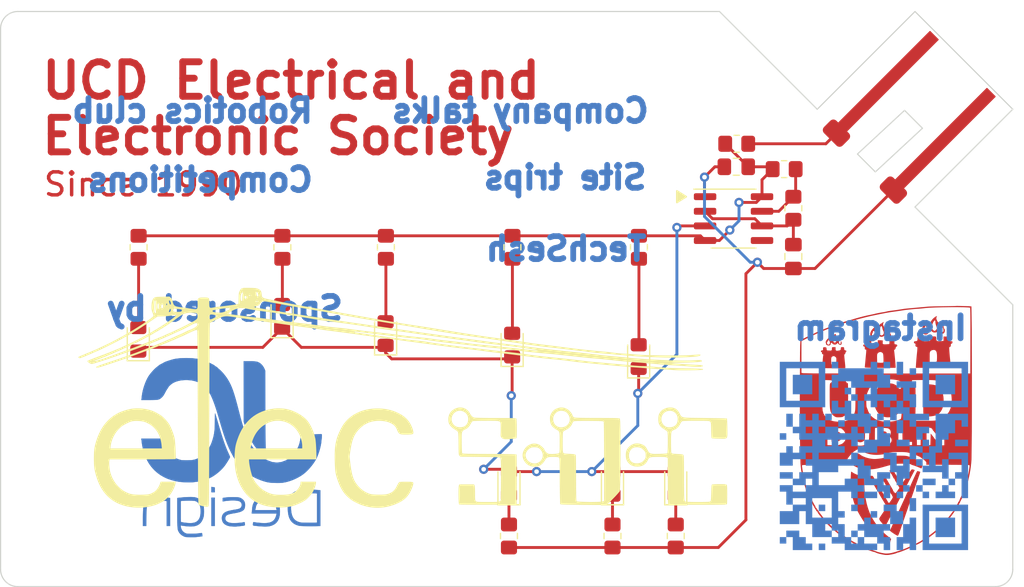
<source format=kicad_pcb>
(kicad_pcb (version 20221018) (generator pcbnew)
  (layers (0 "F.Cu" signal) (31 "B.Cu" signal) (34 "B.Paste" user) (35 "F.Paste" user) (36 "B.SilkS" user "B.Silkscreen") (37 "F.SilkS" user "F.Silkscreen") (38 "B.Mask" user) (39 "F.Mask" user) (44 "Edge.Cuts" user))
  (net 0 "")
  (net 1 "Net-(U1-THR)")
  (net 2 "GND")
  (net 3 "/555 Output")
  (net 4 "Net-(D1-A)")
  (net 5 "Net-(D2-A)")
  (net 6 "Net-(D3-A)")
  (net 7 "Net-(D4-A)")
  (net 8 "Net-(D5-A)")
  (net 9 "Net-(D6-K)")
  (net 10 "Net-(D7-K)")
  (net 11 "Net-(D8-K)")
  (net 12 "+5V")
  (net 13 "Net-(U1-DIS)")
  (net 15 "Net-(J1-Pin_1)")
  (footprint "LED_SMD:LED_0805_2012Metric_Pad1.15x1.40mm_HandSolder" (layer "F.Cu") (at 133.475 78 90)
    (fp_text reference "D3" hide)
    (fp_text value "WHITE" hide)
  )
  (footprint "Resistor_SMD:R_0805_2012Metric_Pad1.20x1.40mm_HandSolder" (layer "F.Cu") (at 164 61.5)
    (fp_text reference "R11" hide)
    (fp_text value "5")
  )
  (footprint "Resistor_SMD:R_0805_2012Metric_Pad1.20x1.40mm_HandSolder" (layer "F.Cu") (at 155.5 70.5 -90)
    (fp_text reference "R6" hide)
    (fp_text value "3k" hide)
  )
  (footprint "Resistor_SMD:R_0805_2012Metric_Pad1.20x1.40mm_HandSolder" (layer "F.Cu") (at 144.5 70.5 -90)
    (fp_text reference "R7" hide)
    (fp_text value "3k" hide)
  )
  (footprint "Library:USB_A_Male_inboard" (layer "F.Cu") (at 175.147596 63.052405 -45)
    (fp_text reference "J1" hide)
    (fp_text value "Conn_01x02_Pin" hide)
  )
  (footprint "LED_SMD:LED_0805_2012Metric_Pad1.15x1.40mm_HandSolder" (layer "F.Cu") (at 155.475 80 90)
    (fp_text reference "D4" hide)
    (fp_text value "WHITE" hide)
  )
  (footprint "Resistor_SMD:R_0805_2012Metric_Pad1.20x1.40mm_HandSolder" (layer "F.Cu") (at 168.125 63.705)
    (fp_text reference "R1" hide)
    (fp_text value "80k" hide)
  )
  (footprint "Resistor_SMD:R_0805_2012Metric_Pad1.20x1.40mm_HandSolder" (layer "F.Cu") (at 124.5 70.5 -90)
    (fp_text reference "R4" hide)
    (fp_text value "3k" hide)
  )
  (footprint "Resistor_SMD:R_0805_2012Metric_Pad1.20x1.40mm_HandSolder" (layer "F.Cu") (at 168.925 67.105 -90)
    (fp_text reference "R2" hide)
    (fp_text value "80k" hide)
  )
  (footprint "Capacitor_SMD:C_0805_2012Metric_Pad1.18x1.45mm_HandSolder" (layer "F.Cu") (at 163.9625 63.5 180)
    (fp_text reference "C2" hide)
    (fp_text value "10u")
  )
  (footprint "LED_SMD:LED_0805_2012Metric_Pad1.15x1.40mm_HandSolder" (layer "F.Cu") (at 144.475 79 90)
    (fp_text reference "D5" hide)
    (fp_text value "WHITE" hide)
  )
  (footprint "Resistor_SMD:R_0805_2012Metric_Pad1.20x1.40mm_HandSolder" (layer "F.Cu") (at 144.2 95.6 -90)
    (fp_text reference "R8" hide)
    (fp_text value "150")
  )
  (footprint "Resistor_SMD:R_0805_2012Metric_Pad1.20x1.40mm_HandSolder" (layer "F.Cu") (at 112 70.5 -90)
    (fp_text reference "R3" hide)
    (fp_text value "3k" hide)
  )
  (footprint "LED_SMD:LED_0805_2012Metric_Pad1.15x1.40mm_HandSolder" (layer "F.Cu") (at 158.7 91.025 90)
    (fp_text reference "D8" hide)
    (fp_text value "RED")
  )
  (footprint "Package_SO:SOIC-8_3.9x4.9mm_P1.27mm" (layer "F.Cu") (at 163.725 68.005)
    (fp_text reference "U1" hide)
    (fp_text value "NA555D")
  )
  (footprint "LED_SMD:LED_0805_2012Metric_Pad1.15x1.40mm_HandSolder" (layer "F.Cu") (at 153.2 91.025 90)
    (fp_text reference "D7" hide)
    (fp_text value "RED")
  )
  (footprint "Resistor_SMD:R_0805_2012Metric_Pad1.20x1.40mm_HandSolder" (layer "F.Cu") (at 133.5 70.5 -90)
    (fp_text reference "R5" hide)
    (fp_text value "3k" hide)
  )
  (footprint "Capacitor_SMD:C_0805_2012Metric_Pad1.18x1.45mm_HandSolder" (layer "F.Cu") (at 168.925 71.305 -90)
    (fp_text reference "C1" hide)
    (fp_text value "10u" hide)
  )
  (footprint "LED_SMD:LED_0805_2012Metric_Pad1.15x1.40mm_HandSolder" (layer "F.Cu") (at 144.2 91.025 90)
    (fp_text reference "D6" hide)
    (fp_text value "RED")
  )
  (footprint "LED_SMD:LED_0805_2012Metric_Pad1.15x1.40mm_HandSolder" (layer "F.Cu") (at 124.475 76.5 90)
    (fp_text reference "D2" hide)
    (fp_text value "WHITE" hide)
  )
  (footprint "Resistor_SMD:R_0805_2012Metric_Pad1.20x1.40mm_HandSolder" (layer "F.Cu") (at 158.7 95.6 -90)
    (fp_text reference "R10" hide)
    (fp_text value "150")
  )
  (footprint "Resistor_SMD:R_0805_2012Metric_Pad1.20x1.40mm_HandSolder" (layer "F.Cu") (at 153.2 95.6 -90)
    (fp_text reference "R9" hide)
    (fp_text value "150")
  )
  (footprint "LED_SMD:LED_0805_2012Metric_Pad1.15x1.40mm_HandSolder" (layer "F.Cu") (at 111.975 78.5 90)
    (fp_text reference "D1" hide)
    (fp_text value "WHITE" hide)
  )
  (gr_poly (pts (xy 176.66326 87.056613) (xy 176.690063 87.057554) (xy 176.716447 87.059212) (xy 176.742355 87.061573) (xy 176.76773 87.06462) (xy 176.792513 87.068337) (xy 176.816648 87.072707) (xy 176.840077 87.077715) (xy 176.862743 87.083345) (xy 176.884587 87.089579) (xy 176.905553 87.096403) (xy 176.925583 87.1038) (xy 176.944619 87.111753) (xy 176.962605 87.120248) (xy 176.979482 87.129266) (xy 176.995193 87.138793) (xy 177.00968 87.148813) (xy 177.022887 87.159308) (xy 177.034755 87.170264) (xy 177.045228 87.181663) (xy 177.054246 87.193489) (xy 177.061755 87.205728) (xy 177.067694 87.218361) (xy 177.072008 87.231374) (xy 177.074638 87.24475) (xy 177.075528 87.258472) (xy 177.074579 87.27866) (xy 177.071573 87.296947) (xy 177.066273 87.313414) (xy 177.05844 87.328146) (xy 177.0535 87.334886) (xy 177.047838 87.341223) (xy 177.041424 87.347168) (xy 177.034228 87.35273) (xy 177.017373 87.362748) (xy 176.997035 87.371361) (xy 176.972976 87.378651) (xy 176.944959 87.3847) (xy 176.912745 87.389592) (xy 176.876098 87.39341) (xy 176.834779 87.396235) (xy 176.788551 87.39815) (xy 176.737177 87.399239) (xy 176.680417 87.399583) (xy 176.369972 87.399583) (xy 176.369972 87.244362) (xy 176.370074 87.21874) (xy 176.370455 87.195985) (xy 176.371228 87.175908) (xy 176.372508 87.158317) (xy 176.373373 87.150393) (xy 176.374408 87.14302) (xy 176.375626 87.136172) (xy 176.377042 87.129826) (xy 176.378669 87.123958) (xy 176.380523 87.118544) (xy 176.382617 87.11356) (xy 176.384965 87.108983) (xy 176.387583 87.104788) (xy 176.390483 87.100951) (xy 176.39368 87.09745) (xy 176.397189 87.094258) (xy 176.401023 87.091354) (xy 176.405197 87.088713) (xy 176.409725 87.08631) (xy 176.414621 87.084123) (xy 176.419899 87.082127) (xy 176.425574 87.080298) (xy 176.43166 87.078612) (xy 176.438171 87.077046) (xy 176.452525 87.074177) (xy 176.46875 87.071499) (xy 176.496873 87.06696) (xy 176.52498 87.063251) (xy 176.553013 87.060358) (xy 176.580915 87.058263) (xy 176.608629 87.056952) (xy 176.636096 87.056407)) (fill solid) (layer "F.Cu"))
  (gr_poly (pts (xy 179.739398 89.952293) (xy 179.742738 89.952848) (xy 179.746056 89.953695) (xy 179.751749 89.956379) (xy 179.758196 89.959131) (xy 179.773065 89.964773) (xy 179.790084 89.970499) (xy 179.808674 89.976183) (xy 179.828256 89.981702) (xy 179.848251 89.986932) (xy 179.868082 89.991748) (xy 179.887167 89.996027) (xy 179.891425 89.997391) (xy 179.895595 89.998833) (xy 179.899673 90.000351) (xy 179.903655 90.001939) (xy 179.907537 90.003595) (xy 179.911313 90.005314) (xy 179.914979 90.007092) (xy 179.918531 90.008926) (xy 179.921964 90.010811) (xy 179.925274 90.012745) (xy 179.928456 90.014722) (xy 179.931505 90.016739) (xy 179.934418 90.018793) (xy 179.937189 90.020879) (xy 179.939814 90.022993) (xy 179.942288 90.025132) (xy 179.944608 90.027291) (xy 179.946768 90.029468) (xy 179.948764 90.031657) (xy 179.950591 90.033855) (xy 179.952245 90.036058) (xy 179.953722 90.038263) (xy 179.955016 90.040465) (xy 179.956124 90.042661) (xy 179.95704 90.044846) (xy 179.957761 90.047017) (xy 179.958282 90.04917) (xy 179.958597 90.051301) (xy 179.958704 90.053406) (xy 179.958597 90.055482) (xy 179.958271 90.057524) (xy 179.957723 90.059528) (xy 179.488528 91.42125) (xy 179.347417 91.836646) (xy 179.216889 92.215) (xy 179.029917 92.749458) (xy 178.758278 93.537917) (xy 178.236167 95.044279) (xy 178.197961 95.152551) (xy 178.160705 95.253629) (xy 178.125352 95.345282) (xy 178.092851 95.425278) (xy 178.077967 95.460206) (xy 178.064153 95.491382) (xy 178.051528 95.518528) (xy 178.04021 95.541364) (xy 178.030318 95.559611) (xy 178.021971 95.57299) (xy 178.018415 95.577766) (xy 178.015289 95.581222) (xy 178.012609 95.58332) (xy 178.010389 95.584028) (xy 177.996761 95.581424) (xy 177.976276 95.573947) (xy 177.949765 95.562099) (xy 177.91806 95.54638) (xy 177.842399 95.505335) (xy 177.755948 95.454823) (xy 177.665362 95.398854) (xy 177.577299 95.341438) (xy 177.498413 95.286585) (xy 177.464492 95.261374) (xy 177.435361 95.238306) (xy 177.315417 95.139529) (xy 177.42125 94.91375) (xy 177.601167 94.508056) (xy 177.687156 94.320642) (xy 177.735608 94.215856) (xy 177.781084 94.12) (xy 177.827165 94.02238) (xy 177.877216 93.913184) (xy 177.968056 93.714306) (xy 178.158556 93.289649) (xy 178.241899 93.106591) (xy 178.327889 92.920556) (xy 178.533272 92.474623) (xy 178.615003 92.294857) (xy 178.682431 92.144445) (xy 178.735306 92.023797) (xy 178.773381 91.933329) (xy 178.796408 91.873453) (xy 178.802201 91.855117) (xy 178.804139 91.844584) (xy 178.80419 91.842931) (xy 178.804341 91.841281) (xy 178.80459 91.839637) (xy 178.804931 91.838004) (xy 178.805364 91.836383) (xy 178.805883 91.834778) (xy 178.806487 91.833193) (xy 178.807171 91.83163) (xy 178.807932 91.830093) (xy 178.808768 91.828585) (xy 178.809675 91.82711) (xy 178.81065 91.82567) (xy 178.81169 91.824269) (xy 178.812791 91.822909) (xy 178.81395 91.821595) (xy 178.815163 91.82033) (xy 178.816429 91.819116) (xy 178.817743 91.817957) (xy 178.819102 91.816856) (xy 178.820503 91.815817) (xy 178.821943 91.814842) (xy 178.823419 91.813935) (xy 178.824926 91.813099) (xy 178.826463 91.812337) (xy 178.828026 91.811653) (xy 178.829611 91.81105) (xy 178.831216 91.81053) (xy 178.832837 91.810098) (xy 178.83447 91.809756) (xy 178.836114 91.809508) (xy 178.837764 91.809357) (xy 178.839417 91.809305) (xy 178.84138 91.809234) (xy 178.843301 91.80902) (xy 178.845178 91.808669) (xy 178.84701 91.808182) (xy 178.848795 91.807564) (xy 178.850532 91.806817) (xy 178.852221 91.805945) (xy 178.853859 91.804951) (xy 178.855445 91.803838) (xy 178.856978 91.802609) (xy 178.858457 91.801268) (xy 178.859881 91.799818) (xy 178.862556 91.796602) (xy 178.864993 91.792989) (xy 178.867182 91.789004) (xy 178.869113 91.784673) (xy 178.870775 91.780021) (xy 178.872159 91.775075) (xy 178.873252 91.76986) (xy 178.874046 91.764402) (xy 178.87453 91.758728) (xy 178.874694 91.752862) (xy 178.874978 91.746508) (xy 178.87581 91.739405) (xy 178.877159 91.73163) (xy 178.878994 91.723261) (xy 178.881283 91.714375) (xy 178.883996 91.70505) (xy 178.887102 91.695363) (xy 178.89057 91.685392) (xy 178.894368 91.675214) (xy 178.898466 91.664907) (xy 178.907437 91.644216) (xy 178.912248 91.633987) (xy 178.917235 91.623938) (xy 178.922366 91.614148) (xy 178.927611 91.604694) (xy 178.959637 91.539651) (xy 179.009191 91.433598) (xy 179.13575 91.156667) (xy 179.206195 90.997421) (xy 179.283917 90.824615) (xy 179.4215 90.521667) (xy 179.478716 90.400288) (xy 179.535271 90.278249) (xy 179.622584 90.087751) (xy 179.631722 90.068688) (xy 179.640622 90.051171) (xy 179.649295 90.035172) (xy 179.657751 90.020668) (xy 179.661901 90.013967) (xy 179.666001 90.00763) (xy 179.670051 90.001654) (xy 179.674053 89.996035) (xy 179.67801 89.99077) (xy 179.68192 89.985855) (xy 179.685787 89.981288) (xy 179.689611 89.977066) (xy 179.693394 89.973184) (xy 179.697137 89.969641) (xy 179.700841 89.966432) (xy 179.704508 89.963554) (xy 179.708139 89.961005) (xy 179.711734 89.95878) (xy 179.715296 89.956877) (xy 179.718826 89.955293) (xy 179.722324 89.954023) (xy 179.725793 89.953066) (xy 179.729234 89.952418) (xy 179.732647 89.952075) (xy 179.736035 89.952035)) (fill solid) (layer "F.Cu"))
  (gr_poly (pts (xy 176.767456 76.995377) (xy 176.770267 76.995988) (xy 176.772626 76.997119) (xy 176.774523 76.99877) (xy 176.775951 77.000943) (xy 176.776899 77.00364) (xy 176.777358 77.006861) (xy 176.777321 77.010607) (xy 176.776776 77.014881) (xy 176.775717 77.019683) (xy 176.774133 77.025015) (xy 176.772015 77.030878) (xy 176.769355 77.037273) (xy 176.766143 77.044202) (xy 176.76237 77.051666) (xy 176.758028 77.059665) (xy 176.747158 77.082055) (xy 176.738377 77.104342) (xy 176.731704 77.126669) (xy 176.72716 77.149183) (xy 176.724765 77.172028) (xy 176.724541 77.195347) (xy 176.726508 77.219287) (xy 176.730687 77.243992) (xy 176.737099 77.269607) (xy 176.745763 77.296275) (xy 176.756701 77.324143) (xy 176.769934 77.353354) (xy 176.785482 77.384053) (xy 176.803365 77.416385) (xy 176.823605 77.450495) (xy 176.846222 77.486528) (xy 176.870772 77.526381) (xy 176.893792 77.565903) (xy 176.914745 77.604102) (xy 176.924279 77.622396) (xy 176.933094 77.639986) (xy 176.941123 77.65675) (xy 176.9483 77.672563) (xy 176.954558 77.687301) (xy 176.959828 77.700841) (xy 176.964044 77.713057) (xy 176.967138 77.723826) (xy 176.969044 77.733025) (xy 176.969695 77.740528) (xy 176.969891 77.74983) (xy 176.970477 77.758552) (xy 176.97145 77.766694) (xy 176.972809 77.774255) (xy 176.97455 77.781235) (xy 176.976671 77.787633) (xy 176.979169 77.793449) (xy 176.982042 77.798681) (xy 176.985287 77.803329) (xy 176.988901 77.807393) (xy 176.992882 77.810871) (xy 176.997228 77.813763) (xy 177.001935 77.816069) (xy 177.007002 77.817788) (xy 177.012425 77.818919) (xy 177.018202 77.819462) (xy 177.02433 77.819415) (xy 177.030807 77.818779) (xy 177.037631 77.817552) (xy 177.044798 77.815734) (xy 177.052306 77.813324) (xy 177.060153 77.810322) (xy 177.068335 77.806728) (xy 177.076851 77.802539) (xy 177.094872 77.792378) (xy 177.114196 77.779836) (xy 177.134801 77.764905) (xy 177.156667 77.747582) (xy 177.269556 77.652334) (xy 177.287194 77.754638) (xy 177.289501 77.765781) (xy 177.292417 77.777962) (xy 177.299872 77.804965) (xy 177.309147 77.834696) (xy 177.319826 77.866205) (xy 177.331499 77.898541) (xy 177.343749 77.930752) (xy 177.356165 77.961889) (xy 177.368333 77.991) (xy 177.380569 78.018597) (xy 177.390809 78.044598) (xy 177.395178 78.057044) (xy 177.399045 78.069142) (xy 177.402408 78.080911) (xy 177.405265 78.092368) (xy 177.407616 78.10353) (xy 177.409459 78.114416) (xy 177.410794 78.125041) (xy 177.411618 78.135425) (xy 177.41193 78.145583) (xy 177.41173 78.155535) (xy 177.411015 78.165296) (xy 177.409785 78.174885) (xy 177.408038 78.184319) (xy 177.405773 78.193615) (xy 177.402989 78.202791) (xy 177.399684 78.211864) (xy 177.395857 78.220853) (xy 177.391507 78.229773) (xy 177.386632 78.238643) (xy 177.381232 78.24748) (xy 177.375305 78.256301) (xy 177.368849 78.265125) (xy 177.361863 78.273967) (xy 177.354346 78.282847) (xy 177.337715 78.300787) (xy 177.318945 78.319082) (xy 177.310174 78.326308) (xy 177.30108 78.332778) (xy 177.291689 78.338499) (xy 177.282027 78.343481) (xy 177.272123 78.347731) (xy 177.262002 78.351259) (xy 177.251694 78.354072) (xy 177.241223 78.356179) (xy 177.230619 78.357589) (xy 177.219907 78.358309) (xy 177.209115 78.358349) (xy 177.19827 78.357716) (xy 177.187399 78.356419) (xy 177.17653 78.354466) (xy 177.165689 78.351867) (xy 177.154903 78.348628) (xy 177.1442 78.344759) (xy 177.133607 78.340268) (xy 177.123151 78.335163) (xy 177.112859 78.329453) (xy 177.102758 78.323146) (xy 177.092876 78.31625) (xy 177.083239 78.308775) (xy 177.073874 78.300728) (xy 177.06481 78.292117) (xy 177.056072 78.282952) (xy 177.047688 78.27324) (xy 177.039685 78.262991) (xy 177.032091 78.252211) (xy 177.024931 78.24091) (xy 177.018235 78.229096) (xy 177.012028 78.216778) (xy 177.007878 78.208946) (xy 177.003388 78.201336) (xy 176.998587 78.193963) (xy 176.993507 78.18684) (xy 176.988179 78.179984) (xy 176.982634 78.173408) (xy 176.976903 78.167129) (xy 176.971017 78.16116) (xy 176.965007 78.155517) (xy 176.958904 78.150214) (xy 176.952739 78.145266) (xy 176.946543 78.140689) (xy 176.940347 78.136497) (xy 176.934182 78.132704) (xy 176.928079 78.129326) (xy 176.92207 78.126378) (xy 176.916184 78.123874) (xy 176.910453 78.121829) (xy 176.904908 78.120259) (xy 176.89958 78.119177) (xy 176.8945 78.1186) (xy 176.889699 78.118541) (xy 176.885209 78.119016) (xy 176.881059 78.120039) (xy 176.877282 78.121625) (xy 176.873907 78.12379) (xy 176.870967 78.126547) (xy 176.868491 78.129913) (xy 176.866512 78.133901) (xy 176.86506 78.138526) (xy 176.864166 78.143804) (xy 176.863861 78.14975) (xy 176.863728 78.151154) (xy 176.863331 78.152717) (xy 176.861773 78.156289) (xy 176.859234 78.160408) (xy 176.855758 78.165018) (xy 176.851394 78.170063) (xy 176.846188 78.175485) (xy 176.840186 78.181227) (xy 176.833434 78.187232) (xy 176.82598 78.193445) (xy 176.817869 78.199807) (xy 176.809149 78.206262) (xy 176.799865 78.212753) (xy 176.790065 78.219224) (xy 176.779794 78.225617) (xy 176.769099 78.231876) (xy 176.758028 78.237944) (xy 176.745309 78.245221) (xy 176.732303 78.251842) (xy 176.719034 78.257811) (xy 176.705525 78.263135) (xy 176.691798 78.267817) (xy 176.677878 78.271864) (xy 176.663787 78.275281) (xy 176.649549 78.278072) (xy 176.635187 78.280244) (xy 176.620724 78.2818) (xy 176.606183 78.282747) (xy 176.591588 78.283089) (xy 176.562329 78.281979) (xy 176.533132 78.278514) (xy 176.504183 78.272733) (xy 176.475668 78.264678) (xy 176.447773 78.254391) (xy 176.420684 78.241913) (xy 176.394588 78.227285) (xy 176.38197 78.219177) (xy 176.369669 78.210548) (xy 176.35771 78.201402) (xy 176.346115 78.191745) (xy 176.334908 78.181581) (xy 176.324111 78.170915) (xy 176.305898 78.151736) (xy 176.289529 78.135218) (xy 176.274866 78.121376) (xy 176.26813 78.115464) (xy 176.261769 78.110227) (xy 176.255764 78.105667) (xy 176.250098 78.101786) (xy 176.244753 78.098585) (xy 176.239713 78.096068) (xy 176.23496 78.094235) (xy 176.230476 78.093089) (xy 176.226244 78.092631) (xy 176.222247 78.092864) (xy 176.218466 78.093789) (xy 176.214885 78.095409) (xy 176.211487 78.097725) (xy 176.208253 78.100739) (xy 176.205166 78.104454) (xy 176.202209 78.108871) (xy 176.199365 78.113992) (xy 176.196615 78.119818) (xy 176.193943 78.126353) (xy 176.191331 78.133598) (xy 176.186218 78.150225) (xy 176.181135 78.169715) (xy 176.175945 78.192083) (xy 176.173294 78.202414) (xy 176.169991 78.212879) (xy 176.166069 78.223449) (xy 176.161558 78.234093) (xy 176.156488 78.244781) (xy 176.150892 78.255482) (xy 176.138241 78.276805) (xy 176.123855 78.297817) (xy 176.107979 78.318277) (xy 176.090864 78.337941) (xy 176.072757 78.356566) (xy 176.053905 78.373909) (xy 176.034558 78.389728) (xy 176.014962 78.40378) (xy 175.995366 78.415822) (xy 175.985646 78.421013) (xy 175.976019 78.42561) (xy 175.966515 78.429583) (xy 175.957167 78.432902) (xy 175.948005 78.435537) (xy 175.93906 78.437456) (xy 175.930363 78.43863) (xy 175.921944 78.439028) (xy 175.910652 78.43871) (xy 175.899277 78.437768) (xy 175.887841 78.436217) (xy 175.876366 78.434074) (xy 175.864873 78.431354) (xy 175.853383 78.428075) (xy 175.841918 78.424252) (xy 175.830498 78.4199) (xy 175.819146 78.415038) (xy 175.807882 78.40968) (xy 175.785705 78.397542) (xy 175.764138 78.383616) (xy 175.743351 78.368031) (xy 175.723515 78.350916) (xy 175.7048 78.332402) (xy 175.687378 78.312616) (xy 175.671417 78.291688) (xy 175.664039 78.280836) (xy 175.65709 78.269747) (xy 175.650592 78.258437) (xy 175.644566 78.246922) (xy 175.639034 78.235219) (xy 175.634017 78.223343) (xy 175.629535 78.211311) (xy 175.625612 78.199139) (xy 175.616432 78.163959) (xy 175.610053 78.128542) (xy 175.606465 78.092897) (xy 175.606257 78.083649) (xy 175.751512 78.083649) (xy 175.751519 78.088592) (xy 175.752198 78.098673) (xy 175.753745 78.109116) (xy 175.756139 78.120039) (xy 175.75936 78.131562) (xy 175.763387 78.143803) (xy 175.7682 78.156881) (xy 175.773778 78.170915) (xy 175.778485 78.180085) (xy 175.783321 78.189037) (xy 175.78825 78.19772) (xy 175.793236 78.206083) (xy 175.798242 78.214075) (xy 175.803233 78.221642) (xy 175.808173 78.228734) (xy 175.813024 78.235298) (xy 175.817752 78.241284) (xy 175.822319 78.24664) (xy 175.82669 78.251313) (xy 175.828791 78.253378) (xy 175.830829 78.255253) (xy 175.8328 78.256931) (xy 175.834699 78.258407) (xy 175.836521 78.259673) (xy 175.838263 78.260723) (xy 175.83992 78.261552) (xy 175.841487 78.262151) (xy 175.84296 78.262516) (xy 175.844334 78.262639) (xy 175.847221 78.26276) (xy 175.850562 78.263114) (xy 175.854317 78.263685) (xy 175.858445 78.264458) (xy 175.86765 78.266545) (xy 175.877847 78.269253) (xy 175.888706 78.272457) (xy 175.899896 78.276033) (xy 175.911086 78.279857) (xy 175.921944 78.283805) (xy 175.933631 78.287386) (xy 175.944868 78.288932) (xy 175.95564 78.288536) (xy 175.965932 78.286292) (xy 175.975727 78.282294) (xy 175.985011 78.276635) (xy 175.993767 78.269409) (xy 176.001981 78.260709) (xy 176.009637 78.25063) (xy 176.016719 78.239264) (xy 176.023213 78.226706) (xy 176.029101 78.21305) (xy 176.039002 78.182815) (xy 176.046299 78.149308) (xy 176.050867 78.11328) (xy 176.052583 78.07548) (xy 176.051322 78.036656) (xy 176.046961 77.997559) (xy 176.039374 77.958936) (xy 176.02844 77.921539) (xy 176.021678 77.903534) (xy 176.014032 77.886115) (xy 176.00844 77.875161) (xy 176.374506 77.875161) (xy 176.377119 77.91953) (xy 176.380035 77.940037) (xy 176.384084 77.959249) (xy 176.389161 77.977385) (xy 176.395099 77.994741) (xy 176.401852 78.011303) (xy 176.409371 78.027056) (xy 176.417608 78.041984) (xy 176.426515 78.056073) (xy 176.436045 78.069308) (xy 176.44615 78.081674) (xy 176.456783 78.093157) (xy 176.467894 78.103741) (xy 176.479437 78.113412) (xy 176.491364 78.122154) (xy 176.503627 78.129954) (xy 176.516177 78.136795) (xy 176.528968 78.142664) (xy 176.541952 78.147544) (xy 176.55508 78.151423) (xy 176.568305 78.154284) (xy 176.581579 78.156113) (xy 176.594855 78.156894) (xy 176.608084 78.156614) (xy 176.621218 78.155257) (xy 176.634211 78.152808) (xy 176.647013 78.149253) (xy 176.659578 78.144577) (xy 176.671858 78.138764) (xy 176.683804 78.1318) (xy 176.695369 78.12367) (xy 176.706505 78.114359) (xy 176.717164 78.103853) (xy 176.727299 78.092136) (xy 176.736861 78.079194) (xy 176.749264 78.060704) (xy 176.760013 78.042235) (xy 176.769108 78.023725) (xy 176.772318 78.015694) (xy 177.110806 78.015694) (xy 177.111879 78.048289) (xy 177.11443 78.080007) (xy 177.118449 78.109967) (xy 177.123925 78.137292) (xy 177.130848 78.161103) (xy 177.134848 78.171416) (xy 177.139207 78.180521) (xy 177.143922 78.188309) (xy 177.148993 78.194668) (xy 177.154417 78.199491) (xy 177.160194 78.202666) (xy 177.166528 78.205015) (xy 177.172951 78.206776) (xy 177.17945 78.207964) (xy 177.186012 78.208592) (xy 177.192623 78.208671) (xy 177.19927 78.208216) (xy 177.205938 78.207239) (xy 177.212615 78.205753) (xy 177.219287 78.203771) (xy 177.22594 78.201305) (xy 177.232561 78.19837) (xy 177.239135 78.194977) (xy 177.245651 78.191139) (xy 177.252093 78.186871) (xy 177.258449 78.182183) (xy 177.264705 78.17709) (xy 177.270847 78.171604) (xy 177.276862 78.165738) (xy 177.288455 78.152919) (xy 177.299377 78.138736) (xy 177.309519 78.123292) (xy 177.318771 78.10669) (xy 177.327026 78.089034) (xy 177.334176 78.070427) (xy 177.337302 78.060799) (xy 177.340111 78.050972) (xy 177.34255 78.040265) (xy 177.344576 78.030632) (xy 177.346188 78.022075) (xy 177.347387 78.014592) (xy 177.347832 78.011253) (xy 177.348173 78.008184) (xy 177.348411 78.005383) (xy 177.348545 78.002851) (xy 177.348576 78.000587) (xy 177.348504 77.998592) (xy 177.348328 77.996866) (xy 177.348049 77.995409) (xy 177.347666 77.99422) (xy 177.347181 77.993301) (xy 177.346899 77.992941) (xy 177.346591 77.992649) (xy 177.346258 77.992425) (xy 177.345899 77.992267) (xy 177.345514 77.992177) (xy 177.345103 77.992153) (xy 177.344204 77.992308) (xy 177.343201 77.992732) (xy 177.342095 77.993425) (xy 177.340886 77.994386) (xy 177.339573 77.995616) (xy 177.338157 77.997114) (xy 177.336638 77.998882) (xy 177.335015 78.000918) (xy 177.333289 78.003223) (xy 177.33146 78.005796) (xy 177.329527 78.008638) (xy 177.325057 78.015418) (xy 177.32088 78.021206) (xy 177.318891 78.023728) (xy 177.316962 78.026001) (xy 177.315089 78.028027) (xy 177.313267 78.029805) (xy 177.311491 78.031334) (xy 177.309757 78.032616) (xy 177.308061 78.033649) (xy 177.306397 78.034435) (xy 177.304762 78.034972) (xy 177.303151 78.035262) (xy 177.301559 78.035303) (xy 177.299983 78.035097) (xy 177.298416 78.034642) (xy 177.296855 78.033939) (xy 177.295296 78.032988) (xy 177.293733 78.031789) (xy 177.292163 78.030342) (xy 177.29058 78.028648) (xy 177.288981 78.026705) (xy 177.28736 78.024513) (xy 177.285713 78.022074) (xy 177.284036 78.019387) (xy 177.280573 78.013269) (xy 177.276934 78.006158) (xy 177.273084 77.998055) (xy 177.271184 77.992026) (xy 177.269459 77.985873) (xy 177.267921 77.979638) (xy 177.266579 77.973361) (xy 177.265444 77.967084) (xy 177.264526 77.960848) (xy 177.263835 77.954695) (xy 177.263382 77.948666) (xy 177.263177 77.942803) (xy 177.26323 77.937146) (xy 177.263553 77.931737) (xy 177.264154 77.926618) (xy 177.265044 77.921829) (xy 177.266235 77.917413) (xy 177.267735 77.913409) (xy 177.268605 77.911576) (xy 177.269556 77.909861) (xy 177.271555 77.906164) (xy 177.272939 77.902361) (xy 177.273734 77.89847) (xy 177.273965 77.894509) (xy 177.27366 77.890497) (xy 177.272842 77.886451) (xy 177.271539 77.88239) (xy 177.269776 77.878331) (xy 177.267579 77.874293) (xy 177.264974 77.870294) (xy 177.261986 77.866351) (xy 177.258641 77.862484) (xy 177.254966 77.858709) (xy 177.250986 77.855046) (xy 177.242215 77.848125) (xy 177.232535 77.841865) (xy 177.222151 77.836412) (xy 177.211271 77.831909) (xy 177.20571 77.830059) (xy 177.200102 77.828502) (xy 177.194474 77.827254) (xy 177.188851 77.826335) (xy 177.183258 77.825762) (xy 177.177723 77.825553) (xy 177.17227 77.825727) (xy 177.166926 77.826301) (xy 177.161716 77.827293) (xy 177.156667 77.828723) (xy 177.15091 77.831898) (xy 177.145544 77.83672) (xy 177.140569 77.84308) (xy 177.135982 77.850867) (xy 177.131783 77.859972) (xy 177.127971 77.870285) (xy 177.121499 77.894096) (xy 177.116557 77.92142) (xy 177.113134 77.951381) (xy 177.111221 77.983098) (xy 177.110806 78.015694) (xy 176.772318 78.015694) (xy 176.776549 78.005111) (xy 176.782337 77.986332) (xy 176.786471 77.967325) (xy 176.788952 77.948029) (xy 176.789778 77.928382) (xy 176.788952 77.908321) (xy 176.786471 77.887785) (xy 176.782337 77.866711) (xy 176.776549 77.845038) (xy 176.769108 77.822703) (xy 176.760013 77.799645) (xy 176.749264 77.775802) (xy 176.736861 77.751111) (xy 176.730874 77.739308) (xy 176.724845 77.726472) (xy 176.712828 77.698194) (xy 176.701142 77.667271) (xy 176.690118 77.634694) (xy 176.680086 77.601456) (xy 176.671377 77.568548) (xy 176.664321 77.536963) (xy 176.661517 77.521977) (xy 176.65925 77.507694) (xy 176.656404 77.493277) (xy 176.653187 77.479182) (xy 176.649638 77.465479) (xy 176.645801 77.452241) (xy 176.641715 77.439541) (xy 176.637422 77.42745) (xy 176.632964 77.416042) (xy 176.628382 77.405388) (xy 176.623718 77.395561) (xy 176.619012 77.386633) (xy 176.614306 77.378677) (xy 176.609641 77.371764) (xy 176.607337 77.368722) (xy 176.605059 77.365968) (xy 176.602812 77.363511) (xy 176.600601 77.36136) (xy 176.598431 77.359525) (xy 176.596308 77.358013) (xy 176.594237 77.356835) (xy 176.592223 77.356) (xy 176.582174 77.354066) (xy 176.571902 77.35479) (xy 176.561451 77.358042) (xy 176.550868 77.363689) (xy 176.540196 77.371599) (xy 176.529482 77.381641) (xy 176.508107 77.407593) (xy 176.487104 77.440491) (xy 176.466835 77.479279) (xy 176.447661 77.522904) (xy 176.429945 77.570312) (xy 176.414047 77.620448) (xy 176.400331 77.672259) (xy 176.389157 77.72469) (xy 176.380887 77.776687) (xy 176.375883 77.827195) (xy 176.374506 77.875161) (xy 176.00844 77.875161) (xy 176.005488 77.869378) (xy 175.996028 77.853415) (xy 175.989375 77.844104) (xy 175.982658 77.835351) (xy 175.975894 77.82716) (xy 175.969101 77.81953) (xy 175.962298 77.812463) (xy 175.955503 77.805961) (xy 175.948734 77.800025) (xy 175.942009 77.794656) (xy 175.935346 77.789856) (xy 175.928763 77.785625) (xy 175.922278 77.781966) (xy 175.915909 77.778878) (xy 175.909675 77.776364) (xy 175.903593 77.774425) (xy 175.897681 77.773063) (xy 175.891959 77.772277) (xy 175.886443 77.772071) (xy 175.881151 77.772445) (xy 175.876103 77.7734) (xy 175.871316 77.774937) (xy 175.866807 77.777059) (xy 175.862596 77.779765) (xy 175.8587 77.783059) (xy 175.855137 77.78694) (xy 175.851926 77.79141) (xy 175.849084 77.796471) (xy 175.84663 77.802123) (xy 175.844582 77.808368) (xy 175.842957 77.815208) (xy 175.841774 77.822643) (xy 175.841051 77.830675) (xy 175.840806 77.839306) (xy 175.840522 77.847521) (xy 175.83969 77.856249) (xy 175.838341 77.86542) (xy 175.836506 77.874969) (xy 175.834217 77.884828) (xy 175.831504 77.89493) (xy 175.828398 77.905207) (xy 175.824931 77.915593) (xy 175.821132 77.926021) (xy 175.817034 77.936422) (xy 175.812668 77.946731) (xy 175.808063 77.956879) (xy 175.803252 77.9668) (xy 175.798265 77.976426) (xy 175.793134 77.985691) (xy 175.787889 77.994527) (xy 175.779824 78.006701) (xy 175.772813 78.018167) (xy 175.766836 78.029044) (xy 175.761871 78.039451) (xy 175.757899 78.049507) (xy 175.754899 78.05933) (xy 175.753756 78.064191) (xy 175.752849 78.069039) (xy 175.752174 78.073888) (xy 175.751729 78.078753) (xy 175.751512 78.083649) (xy 175.606257 78.083649) (xy 175.605657 78.057035) (xy 175.607619 78.020967) (xy 175.612341 77.984702) (xy 175.619811 77.948251) (xy 175.630021 77.911624) (xy 175.642959 77.874832) (xy 175.658615 77.837885) (xy 175.676979 77.800794) (xy 175.698041 77.763568) (xy 175.72179 77.726218) (xy 175.748215 77.688754) (xy 175.777307 77.651187) (xy 175.809056 77.613527) (xy 175.837554 77.582227) (xy 175.863578 77.554457) (xy 175.887214 77.530191) (xy 175.898164 77.519364) (xy 175.90855 77.509402) (xy 175.918383 77.500304) (xy 175.927675 77.492066) (xy 175.936435 77.484684) (xy 175.944675 77.478155) (xy 175.952407 77.472477) (xy 175.95964 77.467645) (xy 175.966386 77.463657) (xy 175.972656 77.46051) (xy 175.978461 77.458199) (xy 175.983812 77.456723) (xy 175.98872 77.456077) (xy 175.993196 77.456258) (xy 175.995275 77.456658) (xy 175.99725 77.457264) (xy 175.999123 77.458075) (xy 176.000895 77.459091) (xy 176.002567 77.460311) (xy 176.00414 77.461736) (xy 176.006997 77.465195) (xy 176.009477 77.469466) (xy 176.01159 77.474544) (xy 176.013348 77.480428) (xy 176.014762 77.487113) (xy 176.015843 77.494597) (xy 176.016601 77.502875) (xy 176.017048 77.511946) (xy 176.017194 77.521806) (xy 176.017489 77.531946) (xy 176.018355 77.542491) (xy 176.019764 77.553388) (xy 176.021687 77.564587) (xy 176.024095 77.576036) (xy 176.026961 77.587685) (xy 176.033951 77.611378) (xy 176.04243 77.635257) (xy 176.052169 77.658914) (xy 176.062942 77.68194) (xy 176.074521 77.703927) (xy 176.086679 77.724468) (xy 176.099188 77.743153) (xy 176.105503 77.751673) (xy 176.111821 77.759575) (xy 176.118113 77.76681) (xy 176.124351 77.773325) (xy 176.130506 77.779071) (xy 176.13655 77.783996) (xy 176.142454 77.788048) (xy 176.148191 77.791178) (xy 176.153731 77.793333) (xy 176.159046 77.794464) (xy 176.164108 77.794518) (xy 176.168889 77.793445) (xy 176.173016 77.791349) (xy 176.177433 77.78776) (xy 176.182098 77.782755) (xy 176.186969 77.776412) (xy 176.192006 77.768808) (xy 176.197166 77.76002) (xy 176.20241 77.750126) (xy 176.207695 77.739204) (xy 176.212979 77.727331) (xy 176.218223 77.714585) (xy 176.223383 77.701043) (xy 176.22842 77.686783) (xy 176.233291 77.671882) (xy 176.237956 77.656418) (xy 176.242373 77.640468) (xy 176.2465 77.62411) (xy 176.259442 77.57907) (xy 176.274302 77.534165) (xy 176.290846 77.489777) (xy 176.308842 77.446288) (xy 176.328058 77.404081) (xy 176.348261 77.363537) (xy 176.369219 77.32504) (xy 176.390698 77.288972) (xy 176.412467 77.255715) (xy 176.434292 77.225651) (xy 176.445153 77.211936) (xy 176.455942 77.199164) (xy 176.466628 77.18738) (xy 176.477184 77.176634) (xy 176.487579 77.166974) (xy 176.497784 77.158446) (xy 176.507772 77.151099) (xy 176.517512 77.144981) (xy 176.526975 77.140139) (xy 176.536133 77.136621) (xy 176.544957 77.134476) (xy 176.553417 77.13375) (xy 176.557047 77.133384) (xy 176.561292 77.13231) (xy 176.566106 77.130564) (xy 176.571441 77.128183) (xy 176.577252 77.125202) (xy 176.583492 77.121657) (xy 176.590115 77.117586) (xy 176.597073 77.113024) (xy 176.604321 77.108007) (xy 176.611811 77.102571) (xy 176.619498 77.096754) (xy 176.627335 77.090589) (xy 176.643272 77.077367) (xy 176.65925 77.063194) (xy 176.668364 77.055174) (xy 176.67718 77.047652) (xy 176.685688 77.040628) (xy 176.69388 77.034104) (xy 176.701746 77.028081) (xy 176.709278 77.022561) (xy 176.716466 77.017545) (xy 176.723301 77.013034) (xy 176.729775 77.009029) (xy 176.735878 77.005532) (xy 176.741601 77.002544) (xy 176.746935 77.000066) (xy 176.751871 76.9981) (xy 176.7564 76.996647) (xy 176.760513 76.995708) (xy 176.764202 76.995284)) (fill solid) (layer "F.Cu"))
  (gr_poly (pts (xy 183.274661 75.596741) (xy 183.721421 75.606222) (xy 184.175457 75.620994) (xy 184.333166 75.628298) (xy 184.40625 75.634444) (xy 184.437614 77.601181) (xy 184.450788 81.975625) (xy 184.443457 86.508819) (xy 184.413306 88.951806) (xy 184.388687 89.257923) (xy 184.354601 89.564536) (xy 184.311172 89.870819) (xy 184.258524 90.175944) (xy 184.196781 90.479085) (xy 184.126068 90.779415) (xy 184.046507 91.076107) (xy 183.958223 91.368334) (xy 183.915228 91.495809) (xy 183.858342 91.650611) (xy 183.792527 91.820708) (xy 183.722743 91.994072) (xy 183.653952 92.158672) (xy 183.591113 92.302477) (xy 183.539189 92.413458) (xy 183.518869 92.452879) (xy 183.503139 92.479583) (xy 183.49144 92.498352) (xy 183.480319 92.517286) (xy 183.470025 92.53589) (xy 183.460806 92.553667) (xy 183.456677 92.56209) (xy 183.45291 92.57012) (xy 183.449535 92.577696) (xy 183.446585 92.584755) (xy 183.444089 92.591235) (xy 183.442079 92.597075) (xy 183.440585 92.602211) (xy 183.439639 92.606583) (xy 183.432659 92.629519) (xy 183.417529 92.664392) (xy 183.365942 92.764782) (xy 183.291121 92.897418) (xy 183.199309 93.051965) (xy 183.096749 93.218088) (xy 182.989682 93.385451) (xy 182.884351 93.543718) (xy 182.787 93.682555) (xy 182.668168 93.84356) (xy 182.543445 94.003542) (xy 182.413224 94.162139) (xy 182.277898 94.318989) (xy 182.137858 94.473731) (xy 181.993498 94.626002) (xy 181.845211 94.775442) (xy 181.693389 94.921688) (xy 181.538425 95.064378) (xy 181.380712 95.203152) (xy 181.220643 95.337647) (xy 181.05861 95.467501) (xy 180.895006 95.592353) (xy 180.730223 95.711841) (xy 180.564655 95.825604) (xy 180.398695 95.933278) (xy 180.25841 96.020874) (xy 180.131686 96.098258) (xy 180.019183 96.165141) (xy 179.921563 96.221234) (xy 179.839487 96.266247) (xy 179.804484 96.284509) (xy 179.773616 96.299892) (xy 179.746965 96.31236) (xy 179.724614 96.321878) (xy 179.706644 96.328409) (xy 179.69314 96.331917) (xy 179.687152 96.33332) (xy 179.681123 96.334873) (xy 179.675094 96.33656) (xy 179.669106 96.338367) (xy 179.663202 96.340276) (xy 179.657421 96.342273) (xy 179.651805 96.344343) (xy 179.646396 96.346469) (xy 179.641236 96.348637) (xy 179.636364 96.35083) (xy 179.631824 96.353034) (xy 179.627655 96.355233) (xy 179.6239 96.357411) (xy 179.620599 96.359553) (xy 179.617795 96.361643) (xy 179.615528 96.363666) (xy 179.587782 96.385688) (xy 179.533459 96.417637) (xy 179.359819 96.505053) (xy 179.124085 96.613388) (xy 178.855733 96.730115) (xy 178.584239 96.842708) (xy 178.339079 96.93864) (xy 178.149729 97.005385) (xy 178.085195 97.023898) (xy 178.045667 97.030417) (xy 178.041174 97.030662) (xy 178.03569 97.031382) (xy 178.029296 97.032557) (xy 178.022075 97.034166) (xy 178.005483 97.038603) (xy 177.986577 97.044528) (xy 177.966016 97.051777) (xy 177.944464 97.060183) (xy 177.922581 97.069581) (xy 177.901029 97.079807) (xy 177.865117 97.095778) (xy 177.822756 97.111832) (xy 177.774772 97.127803) (xy 177.721993 97.143527) (xy 177.605356 97.173568) (xy 177.479458 97.200632) (xy 177.350915 97.223397) (xy 177.22634 97.24054) (xy 177.167608 97.246589) (xy 177.112349 97.250737) (xy 177.061389 97.252818) (xy 177.015556 97.252666) (xy 176.968863 97.249981) (xy 176.915531 97.244743) (xy 176.856689 97.23721) (xy 176.793471 97.227641) (xy 176.65843 97.203429) (xy 176.519462 97.174174) (xy 176.38562 97.141941) (xy 176.265958 97.1088) (xy 176.214274 97.092533) (xy 176.16953 97.076815) (xy 176.132857 97.061903) (xy 176.105389 97.048055) (xy 176.097631 97.043389) (xy 176.088969 97.038671) (xy 176.079491 97.033932) (xy 176.069284 97.029204) (xy 176.047036 97.019902) (xy 176.022927 97.011014) (xy 175.997661 97.002787) (xy 175.97194 96.99547) (xy 175.946467 96.98931) (xy 175.934043 96.986742) (xy 175.921944 96.984556) (xy 175.855055 96.96711) (xy 175.755918 96.935607) (xy 175.633962 96.893522) (xy 175.498611 96.844326) (xy 175.359291 96.791492) (xy 175.225429 96.738493) (xy 175.106449 96.688801) (xy 175.011778 96.645888) (xy 174.93097 96.606753) (xy 174.815104 96.552403) (xy 174.679395 96.490116) (xy 174.539056 96.427167) (xy 174.43542 96.380286) (xy 174.337035 96.333901) (xy 174.241213 96.286524) (xy 174.145267 96.236667) (xy 174.04651 96.182841) (xy 173.942255 96.123557) (xy 173.829814 96.057329) (xy 173.7065 95.982667) (xy 173.691211 95.973124) (xy 173.674805 95.963209) (xy 173.657821 95.953211) (xy 173.640795 95.94342) (xy 173.624266 95.934126) (xy 173.60877 95.925616) (xy 173.594844 95.918182) (xy 173.583028 95.912112) (xy 173.537236 95.885329) (xy 173.450846 95.829484) (xy 173.208202 95.66649) (xy 172.958942 95.494897) (xy 172.864285 95.428304) (xy 172.806917 95.386474) (xy 172.585011 95.206777) (xy 172.388985 95.042294) (xy 172.212969 94.887402) (xy 172.130629 94.811796) (xy 172.05109 94.736479) (xy 171.973619 94.660748) (xy 171.89748 94.583902) (xy 171.746268 94.424049) (xy 171.591583 94.251299) (xy 171.427556 94.060027) (xy 171.361647 93.981283) (xy 171.302623 93.910124) (xy 171.250171 93.846118) (xy 171.203983 93.78883) (xy 171.163747 93.737825) (xy 171.129155 93.69267) (xy 171.099896 93.652931) (xy 171.087169 93.634957) (xy 171.07566 93.618174) (xy 171.065328 93.602527) (xy 171.056136 93.587964) (xy 171.048045 93.574428) (xy 171.041016 93.561867) (xy 171.03501 93.550226) (xy 171.029988 93.53945) (xy 171.025912 93.529485) (xy 171.022743 93.520278) (xy 171.020442 93.511773) (xy 171.018971 93.503917) (xy 171.01829 93.496655) (xy 171.018361 93.489933) (xy 171.019145 93.483697) (xy 171.020604 93.477892) (xy 171.022698 93.472465) (xy 171.025389 93.467361) (xy 171.026309 93.465428) (xy 171.027087 93.463598) (xy 171.027723 93.46187) (xy 171.028221 93.460243) (xy 171.028582 93.458717) (xy 171.028807 93.457291) (xy 171.0289 93.455965) (xy 171.028862 93.454738) (xy 171.028694 93.453608) (xy 171.028399 93.452577) (xy 171.027979 93.451642) (xy 171.027435 93.450803) (xy 171.02677 93.45006) (xy 171.025986 93.449412) (xy 171.025084 93.448859) (xy 171.024066 93.448399) (xy 171.022935 93.448032) (xy 171.021691 93.447757) (xy 171.020339 93.447574) (xy 171.018878 93.447482) (xy 171.017311 93.447481) (xy 171.01564 93.44757) (xy 171.011994 93.448013) (xy 171.007956 93.448808) (xy 171.00354 93.44995) (xy 170.998763 93.451432) (xy 170.993639 93.453251) (xy 170.990684 93.454201) (xy 170.987773 93.45507) (xy 170.98491 93.455855) (xy 170.982098 93.456558) (xy 170.97934 93.457178) (xy 170.97664 93.457715) (xy 170.974001 93.45817) (xy 170.971425 93.458542) (xy 170.968917 93.458831) (xy 170.966479 93.459038) (xy 170.964114 93.459162) (xy 170.961827 93.459203) (xy 170.95962 93.459161) (xy 170.957496 93.459037) (xy 170.955458 93.458831) (xy 170.95351 93.458541) (xy 170.951656 93.458169) (xy 170.949897 93.457714) (xy 170.948238 93.457177) (xy 170.946682 93.456557) (xy 170.945232 93.455854) (xy 170.943891 93.455068) (xy 170.942662 93.4542) (xy 170.941549 93.453249) (xy 170.940555 93.452216) (xy 170.939683 93.451099) (xy 170.938936 93.449901) (xy 170.938318 93.448619) (xy 170.937831 93.447255) (xy 170.937479 93.445808) (xy 170.937266 93.444278) (xy 170.937194 93.442666) (xy 170.936544 93.439008) (xy 170.934638 93.433413) (xy 170.927328 93.416925) (xy 170.9158 93.394236) (xy 170.900594 93.366379) (xy 170.882245 93.334388) (xy 170.861292 93.299296) (xy 170.838272 93.262137) (xy 170.813722 93.223945) (xy 170.768302 93.152638) (xy 170.714283 93.06095) (xy 170.651996 92.949667) (xy 170.581771 92.819573) (xy 170.418832 92.506097) (xy 170.228111 92.126806) (xy 170.193593 92.05075) (xy 170.155364 91.956576) (xy 170.070794 91.724087) (xy 169.980436 91.449761) (xy 169.890326 91.154021) (xy 169.8065 90.857288) (xy 169.734994 90.579985) (xy 169.681843 90.342536) (xy 169.664037 90.245138) (xy 169.653083 90.165362) (xy 169.650121 90.137063) (xy 169.646579 90.10831) (xy 169.642541 90.079971) (xy 169.63809 90.052913) (xy 169.633309 90.028005) (xy 169.630819 90.016628) (xy 169.628279 90.006115) (xy 169.625697 89.996573) (xy 169.623083 89.988111) (xy 169.62045 89.980838) (xy 169.617806 89.974862) (xy 169.612886 89.951683) (xy 169.60623 89.905188) (xy 169.588701 89.753493) (xy 169.567204 89.542268) (xy 169.561329 89.48015) (xy 169.678226 89.48015) (xy 169.679321 89.522568) (xy 169.69255 89.65455) (xy 169.718016 89.835231) (xy 169.752743 90.047621) (xy 169.793753 90.274729) (xy 169.838071 90.499563) (xy 169.88272 90.705132) (xy 169.924722 90.874445) (xy 169.962887 91.009961) (xy 169.997868 91.130429) (xy 170.02946 91.235353) (xy 170.057455 91.324236) (xy 170.081646 91.396583) (xy 170.092251 91.426401) (xy 170.101828 91.451898) (xy 170.11035 91.473013) (xy 170.117792 91.489683) (xy 170.124129 91.501848) (xy 170.129333 91.509444) (xy 170.132597 91.513236) (xy 170.135762 91.517947) (xy 170.138813 91.523506) (xy 170.141736 91.52984) (xy 170.144513 91.536876) (xy 170.147131 91.544543) (xy 170.149572 91.552769) (xy 170.151823 91.56148) (xy 170.153867 91.570604) (xy 170.155688 91.580069) (xy 170.157272 91.589804) (xy 170.158603 91.599734) (xy 170.159665 91.609789) (xy 170.160443 91.619895) (xy 170.160921 91.62998) (xy 170.161083 91.639973) (xy 170.161134 91.644912) (xy 170.161286 91.649802) (xy 170.161534 91.654638) (xy 170.161876 91.65941) (xy 170.162308 91.664113) (xy 170.162827 91.668739) (xy 170.163431 91.67328) (xy 170.164115 91.677731) (xy 170.164877 91.682084) (xy 170.165713 91.686331) (xy 170.16662 91.690466) (xy 170.167595 91.694481) (xy 170.168634 91.69837) (xy 170.169735 91.702125) (xy 170.170894 91.705739) (xy 170.172108 91.709205) (xy 170.173373 91.712517) (xy 170.174687 91.715666) (xy 170.176046 91.718646) (xy 170.177448 91.721449) (xy 170.178887 91.724069) (xy 170.180363 91.726499) (xy 170.181871 91.728731) (xy 170.183408 91.730758) (xy 170.18497 91.732573) (xy 170.186556 91.734169) (xy 170.18816 91.735539) (xy 170.189781 91.736676) (xy 170.191415 91.737573) (xy 170.193058 91.738222) (xy 170.194708 91.738617) (xy 170.196361 91.73875) (xy 170.198325 91.738802) (xy 170.200245 91.738954) (xy 170.202122 91.739204) (xy 170.203954 91.73955) (xy 170.205739 91.739988) (xy 170.207477 91.740518) (xy 170.209165 91.741135) (xy 170.210803 91.741837) (xy 170.212389 91.742622) (xy 170.213922 91.743487) (xy 170.215402 91.74443) (xy 170.216825 91.745448) (xy 170.218192 91.746538) (xy 170.2195 91.747697) (xy 170.220749 91.748924) (xy 170.221937 91.750216) (xy 170.223064 91.751569) (xy 170.224127 91.752982) (xy 170.225125 91.754452) (xy 170.226058 91.755976) (xy 170.226923 91.757551) (xy 170.22772 91.759176) (xy 170.228447 91.760847) (xy 170.229103 91.762563) (xy 170.229687 91.764319) (xy 170.230197 91.766114) (xy 170.230632 91.767946) (xy 170.230991 91.769811) (xy 170.231273 91.771707) (xy 170.231475 91.773631) (xy 170.231598 91.775581) (xy 170.231639 91.777555) (xy 170.237558 91.805755) (xy 170.254349 91.853995) (xy 170.314762 91.998813) (xy 170.401303 92.188446) (xy 170.502396 92.399327) (xy 170.606465 92.607893) (xy 170.701936 92.790579) (xy 170.777232 92.923821) (xy 170.803697 92.964537) (xy 170.820778 92.984055) (xy 170.823041 92.98545) (xy 170.825201 92.986984) (xy 170.827258 92.988652) (xy 170.829211 92.990449) (xy 170.831061 92.992371) (xy 170.832808 92.994411) (xy 170.835991 92.998828) (xy 170.838761 93.003658) (xy 170.841118 93.00886) (xy 170.843061 93.014393) (xy 170.84459 93.020215) (xy 170.845707 93.026285) (xy 170.846409 93.032562) (xy 170.846699 93.039004) (xy 170.846575 93.04557) (xy 170.846037 93.05222) (xy 170.845086 93.05891) (xy 170.843722 93.0656) (xy 170.841944 93.072249) (xy 170.840085 93.078033) (xy 170.838479 93.08346) (xy 170.837772 93.086032) (xy 170.837131 93.088505) (xy 170.836555 93.090875) (xy 170.836046 93.093141) (xy 170.835605 93.095298) (xy 170.835231 93.097343) (xy 170.834925 93.099273) (xy 170.834689 93.101085) (xy 170.834523 93.102776) (xy 170.834426 93.104342) (xy 170.834401 93.10578) (xy 170.834448 93.107087) (xy 170.834567 93.108259) (xy 170.834759 93.109294) (xy 170.835024 93.110188) (xy 170.835364 93.110938) (xy 170.835562 93.111258) (xy 170.835779 93.111541) (xy 170.836015 93.111786) (xy 170.83627 93.111994) (xy 170.836543 93.112162) (xy 170.836836 93.112292) (xy 170.837148 93.112383) (xy 170.83748 93.112434) (xy 170.83783 93.112445) (xy 170.838201 93.112415) (xy 170.83859 93.112345) (xy 170.839 93.112233) (xy 170.839878 93.111884) (xy 170.840835 93.111366) (xy 170.841873 93.110674) (xy 170.842991 93.109806) (xy 170.844191 93.108758) (xy 170.845472 93.107528) (xy 170.847051 93.106905) (xy 170.849131 93.107011) (xy 170.854733 93.109347) (xy 170.862153 93.114411) (xy 170.871269 93.12208) (xy 170.881956 93.132229) (xy 170.894089 93.144735) (xy 170.922201 93.176319) (xy 170.954613 93.215841) (xy 170.990332 93.262309) (xy 171.028365 93.314729) (xy 171.067722 93.372111) (xy 171.107878 93.431566) (xy 171.1482 93.489905) (xy 171.187529 93.545682) (xy 171.224708 93.597448) (xy 171.258581 93.643757) (xy 171.287988 93.683162) (xy 171.311773 93.714216) (xy 171.328778 93.735471) (xy 171.335344 93.74278) (xy 171.341787 93.75012) (xy 171.348064 93.75744) (xy 171.354134 93.764687) (xy 171.359956 93.77181) (xy 171.365489 93.778757) (xy 171.370691 93.785476) (xy 171.375521 93.791917) (xy 171.379938 93.798027) (xy 171.383899 93.803754) (xy 171.387365 93.809048) (xy 171.390293 93.813855) (xy 171.392643 93.818126) (xy 171.394372 93.821807) (xy 171.39544 93.824847) (xy 171.395713 93.826111) (xy 171.395806 93.827195) (xy 171.398484 93.835722) (xy 171.406321 93.84919) (xy 171.436272 93.889716) (xy 171.544909 94.016482) (xy 171.702578 94.187731) (xy 171.890135 94.383702) (xy 172.088442 94.584634) (xy 172.278356 94.770765) (xy 172.440737 94.922336) (xy 172.505622 94.978985) (xy 172.556444 95.019584) (xy 172.581277 95.039145) (xy 172.607597 95.060319) (xy 172.634579 95.082402) (xy 172.661396 95.104692) (xy 172.68722 95.126485) (xy 172.711226 95.14708) (xy 172.732585 95.165773) (xy 172.750472 95.181861) (xy 172.774926 95.203282) (xy 172.81513 95.234832) (xy 172.868977 95.275064) (xy 172.934358 95.322531) (xy 173.091289 95.433381) (xy 173.269056 95.555807) (xy 173.488095 95.701596) (xy 173.709697 95.841722) (xy 173.931465 95.974819) (xy 174.151 96.099525) (xy 174.365905 96.214473) (xy 174.573782 96.318301) (xy 174.772234 96.409644) (xy 174.958861 96.487137) (xy 174.991328 96.500319) (xy 175.022141 96.51321) (xy 175.050638 96.525523) (xy 175.07616 96.536968) (xy 175.098043 96.547256) (xy 175.115627 96.556096) (xy 175.1226 96.559883) (xy 175.12825 96.5632) (xy 175.132494 96.566011) (xy 175.13525 96.568279) (xy 175.142752 96.574043) (xy 175.157064 96.581983) (xy 175.204593 96.603831) (xy 175.274776 96.632707) (xy 175.364556 96.667496) (xy 175.590664 96.750344) (xy 175.858444 96.843445) (xy 175.96064 96.877951) (xy 176.054236 96.910473) (xy 176.094709 96.924956) (xy 176.129312 96.937703) (xy 176.156804 96.9483) (xy 176.175945 96.956335) (xy 176.197162 96.965404) (xy 176.224638 96.975317) (xy 176.295613 96.997069) (xy 176.383374 97.020392) (xy 176.48242 97.044087) (xy 176.587254 97.066956) (xy 176.692378 97.087799) (xy 176.792293 97.105417) (xy 176.8815 97.118612) (xy 176.922724 97.12176) (xy 176.971183 97.123296) (xy 177.025181 97.123262) (xy 177.083025 97.121697) (xy 177.143017 97.118645) (xy 177.203465 97.114146) (xy 177.262672 97.108241) (xy 177.318945 97.100973) (xy 177.385449 97.089647) (xy 177.463528 97.073205) (xy 177.64813 97.027) (xy 177.860183 96.966407) (xy 178.087118 96.89548) (xy 178.316369 96.818268) (xy 178.535366 96.738824) (xy 178.731544 96.661199) (xy 178.892333 96.589445) (xy 178.940434 96.566343) (xy 178.986757 96.544693) (xy 179.031178 96.524542) (xy 179.073573 96.505936) (xy 179.113819 96.488922) (xy 179.151791 96.473545) (xy 179.187365 96.459854) (xy 179.220417 96.447893) (xy 179.250824 96.43771) (xy 179.27846 96.429351) (xy 179.303203 96.422863) (xy 179.324928 96.418293) (xy 179.343511 96.415686) (xy 179.351585 96.415133) (xy 179.358827 96.415089) (xy 179.365222 96.415559) (xy 179.370754 96.416549) (xy 179.375408 96.418064) (xy 179.379167 96.420112) (xy 179.38143 96.421063) (xy 179.383589 96.421932) (xy 179.385642 96.422719) (xy 179.387587 96.423426) (xy 179.389424 96.424053) (xy 179.391151 96.4246) (xy 179.392767 96.425068) (xy 179.39427 96.425459) (xy 179.39566 96.425771) (xy 179.396935 96.426007) (xy 179.398094 96.426167) (xy 179.399135 96.426251) (xy 179.400057 96.42626) (xy 179.400859 96.426195) (xy 179.40154 96.426056) (xy 179.402098 96.425844) (xy 179.402531 96.42556) (xy 179.402701 96.425391) (xy 179.40284 96.425204) (xy 179.402947 96.425) (xy 179.403022 96.424778) (xy 179.403076 96.42428) (xy 179.403001 96.423713) (xy 179.402795 96.423077) (xy 179.402458 96.422372) (xy 179.401987 96.4216) (xy 179.401383 96.42076) (xy 179.400642 96.419854) (xy 179.399765 96.418882) (xy 179.398749 96.417845) (xy 179.397594 96.416743) (xy 179.396298 96.415577) (xy 179.39486 96.414348) (xy 179.393279 96.413056) (xy 179.392438 96.411167) (xy 179.392546 96.408816) (xy 179.395525 96.402783) (xy 179.402038 96.395065) (xy 179.41191 96.385771) (xy 179.424965 96.375009) (xy 179.441027 96.362888) (xy 179.481473 96.335004) (xy 179.53184 96.302985) (xy 179.590724 96.2677) (xy 179.656718 96.230018) (xy 179.728417 96.190806) (xy 179.802087 96.151601) (xy 179.871292 96.113966) (xy 179.934544 96.078813) (xy 179.990354 96.047049) (xy 180.037235 96.019585) (xy 180.073698 95.99733) (xy 180.087558 95.988439) (xy 180.098255 95.981192) (xy 180.105603 95.975703) (xy 180.109417 95.972083) (xy 180.112091 95.969034) (xy 180.116094 95.96522) (xy 180.127773 95.955547) (xy 180.143834 95.943558) (xy 180.163657 95.92975) (xy 180.186622 95.914619) (xy 180.212108 95.898661) (xy 180.239497 95.882373) (xy 180.268166 95.86625) (xy 180.299393 95.84868) (xy 180.334092 95.828216) (xy 180.371106 95.805602) (xy 180.409278 95.781583) (xy 180.44745 95.756902) (xy 180.484464 95.732305) (xy 180.519163 95.708534) (xy 180.550389 95.686335) (xy 180.675625 95.595493) (xy 180.779694 95.520528) (xy 180.897051 95.438479) (xy 181.018391 95.34766) (xy 181.142905 95.248894) (xy 181.26978 95.143001) (xy 181.398205 95.030803) (xy 181.527369 94.913123) (xy 181.656461 94.790782) (xy 181.78467 94.664601) (xy 181.911183 94.535402) (xy 182.03519 94.404007) (xy 182.15588 94.271237) (xy 182.27244 94.137915) (xy 182.38406 94.004861) (xy 182.489929 93.872897) (xy 182.589235 93.742846) (xy 182.681166 93.615528) (xy 182.702219 93.586456) (xy 182.721763 93.560055) (xy 182.73986 93.536269) (xy 182.756573 93.515042) (xy 182.771962 93.496315) (xy 182.77918 93.487872) (xy 182.78609 93.480033) (xy 182.792701 93.47279) (xy 182.79902 93.466138) (xy 182.805055 93.460068) (xy 182.810813 93.454573) (xy 182.816302 93.449647) (xy 182.82153 93.445283) (xy 182.826506 93.441472) (xy 182.831235 93.438209) (xy 182.835727 93.435486) (xy 182.839989 93.433295) (xy 182.844029 93.431631) (xy 182.847855 93.430485) (xy 182.851473 93.429851) (xy 182.854893 93.429721) (xy 182.858122 93.430089) (xy 182.861167 93.430947) (xy 182.864036 93.432288) (xy 182.866738 93.434105) (xy 182.869279 93.436391) (xy 182.871668 93.439139) (xy 182.875429 93.444677) (xy 182.878778 93.449378) (xy 182.881713 93.453232) (xy 182.884235 93.456227) (xy 182.886343 93.458354) (xy 182.887242 93.459089) (xy 182.888038 93.459603) (xy 182.88873 93.459895) (xy 182.889319 93.459963) (xy 182.889805 93.459807) (xy 182.890187 93.459424) (xy 182.890466 93.458814) (xy 182.890642 93.457975) (xy 182.890714 93.456906) (xy 182.890683 93.455607) (xy 182.890311 93.452308) (xy 182.889526 93.448069) (xy 182.888327 93.442879) (xy 182.886714 93.436727) (xy 182.884689 93.429605) (xy 182.88225 93.4215) (xy 182.880426 93.413241) (xy 182.880224 93.403048) (xy 182.881614 93.390975) (xy 182.884565 93.377072) (xy 182.889046 93.361392) (xy 182.895025 93.343986) (xy 182.902471 93.324905) (xy 182.911355 93.304202) (xy 182.933307 93.258134) (xy 182.960633 93.206196) (xy 182.993086 93.148801) (xy 183.030417 93.086362) (xy 183.064985 93.029752) (xy 183.099264 92.97215) (xy 183.132302 92.915209) (xy 183.16315 92.860584) (xy 183.190855 92.809927) (xy 183.214468 92.764893) (xy 183.233037 92.727134) (xy 183.240133 92.7115) (xy 183.245612 92.698305) (xy 183.250359 92.687155) (xy 183.255313 92.676236) (xy 183.260433 92.665618) (xy 183.265676 92.655366) (xy 183.271002 92.645548) (xy 183.276369 92.636232) (xy 183.281737 92.627484) (xy 183.287063 92.619371) (xy 183.292306 92.611962) (xy 183.297426 92.605322) (xy 183.299926 92.602312) (xy 183.30238 92.59952) (xy 183.304782 92.596953) (xy 183.307127 92.594622) (xy 183.30941 92.592533) (xy 183.311626 92.590695) (xy 183.31377 92.589117) (xy 183.315836 92.587807) (xy 183.31782 92.586774) (xy 183.319715 92.586025) (xy 183.321518 92.58557) (xy 183.323222 92.585416) (xy 183.324865 92.585355) (xy 183.326486 92.585173) (xy 183.328082 92.584873) (xy 183.329651 92.584459) (xy 183.331192 92.583933) (xy 183.332703 92.5833) (xy 183.334181 92.582562) (xy 183.335625 92.581723) (xy 183.337033 92.580786) (xy 183.338403 92.579753) (xy 183.339732 92.578629) (xy 183.34102 92.577417) (xy 183.343462 92.574739) (xy 183.345712 92.571746) (xy 183.347756 92.568464) (xy 183.349578 92.564918) (xy 183.351162 92.561134) (xy 183.352492 92.557139) (xy 183.353554 92.552958) (xy 183.354332 92.548616) (xy 183.35481 92.54414) (xy 183.354973 92.539556) (xy 183.355501 92.533292) (xy 183.357047 92.525162) (xy 183.362966 92.503782) (xy 183.372274 92.476366) (xy 183.384518 92.443864) (xy 183.399243 92.407229) (xy 183.415993 92.367411) (xy 183.434314 92.32536) (xy 183.453751 92.282027) (xy 183.498454 92.190747) (xy 183.544149 92.094174) (xy 183.585215 92.004215) (xy 183.602254 91.965437) (xy 183.616028 91.932778) (xy 183.653841 91.84428) (xy 183.698931 91.728166) (xy 183.747989 91.594193) (xy 183.797708 91.452118) (xy 183.844782 91.311696) (xy 183.885903 91.182684) (xy 183.917763 91.074839) (xy 183.937056 90.997916) (xy 183.93982 90.985281) (xy 183.942802 90.972574) (xy 183.949292 90.947314) (xy 183.956279 90.922882) (xy 183.963513 90.90002) (xy 183.967146 90.889411) (xy 183.970748 90.879474) (xy 183.974288 90.870302) (xy 183.977735 90.861987) (xy 183.981058 90.854623) (xy 183.984225 90.848303) (xy 183.987207 90.84312) (xy 183.989972 90.839167) (xy 183.996965 90.82549) (xy 184.005895 90.7997) (xy 184.028723 90.715915) (xy 184.056759 90.59608) (xy 184.088309 90.448465) (xy 184.155171 90.102963) (xy 184.187094 89.921614) (xy 184.21575 89.745556) (xy 184.221372 89.708584) (xy 184.226327 89.674346) (xy 184.23061 89.642764) (xy 184.234216 89.61376) (xy 184.23714 89.587258) (xy 184.239377 89.563179) (xy 184.240921 89.541447) (xy 184.241767 89.521983) (xy 184.241911 89.50471) (xy 184.241347 89.489551) (xy 184.240798 89.482739) (xy 184.24007 89.476427) (xy 184.239162 89.470605) (xy 184.238074 89.465263) (xy 184.236805 89.460391) (xy 184.235355 89.455979) (xy 184.233723 89.452018) (xy 184.231907 89.448499) (xy 184.229909 89.445411) (xy 184.227726 89.442745) (xy 184.225359 89.440491) (xy 184.222806 89.438639) (xy 184.177296 89.433375) (xy 184.061796 89.428276) (xy 183.651746 89.419236) (xy 183.054504 89.412842) (xy 182.331917 89.410416) (xy 180.476305 89.410416) (xy 180.490418 89.294001) (xy 180.491922 89.271731) (xy 180.491044 89.249786) (xy 180.487634 89.227996) (xy 180.481543 89.206191) (xy 180.472619 89.1842) (xy 180.460713 89.161853) (xy 180.445676 89.138978) (xy 180.427358 89.115406) (xy 180.405608 89.090966) (xy 180.380277 89.065487) (xy 180.351215 89.038799) (xy 180.318272 89.010731) (xy 180.281299 88.981113) (xy 180.240144 88.949773) (xy 180.19466 88.916543) (xy 180.144695 88.881251) (xy 180.052973 88.813781) (xy 180.03521 88.800531) (xy 180.020671 88.789472) (xy 180.009936 88.780977) (xy 180.006176 88.777807) (xy 180.003584 88.775417) (xy 179.98619 88.760481) (xy 179.958529 88.742413) (xy 179.921659 88.721637) (xy 179.876639 88.698577) (xy 179.766389 88.6473) (xy 179.636254 88.591972) (xy 179.494709 88.535982) (xy 179.350228 88.482721) (xy 179.211287 88.435578) (xy 179.086361 88.397944) (xy 178.969979 88.367365) (xy 178.869017 88.343815) (xy 178.774752 88.326383) (xy 178.727405 88.319677) (xy 178.678462 88.314159) (xy 178.571423 88.306236) (xy 178.444912 88.301702) (xy 178.290206 88.299649) (xy 178.098583 88.299167) (xy 177.90634 88.299642) (xy 177.752586 88.301647) (xy 177.687493 88.303495) (xy 177.628845 88.30605) (xy 177.575581 88.309422) (xy 177.526642 88.313719) (xy 177.48097 88.319049) (xy 177.437504 88.325522) (xy 177.395185 88.333245) (xy 177.352954 88.342327) (xy 177.309752 88.352877) (xy 177.264519 88.365003) (xy 177.163722 88.394417) (xy 176.994281 88.44164) (xy 176.825014 88.480166) (xy 176.656513 88.510061) (xy 176.489366 88.531394) (xy 176.324161 88.544231) (xy 176.161489 88.54864) (xy 176.001938 88.544688) (xy 175.846098 88.532441) (xy 175.694556 88.511968) (xy 175.547904 88.483335) (xy 175.406729 88.446609) (xy 175.271621 88.401858) (xy 175.143169 88.349149) (xy 175.021962 88.288549) (xy 174.908589 88.220125) (xy 174.803639 88.143944) (xy 174.789682 88.132833) (xy 174.775658 88.122027) (xy 174.761665 88.111582) (xy 174.747801 88.101556) (xy 174.734164 88.092005) (xy 174.720853 88.082987) (xy 174.707966 88.074557) (xy 174.695601 88.066774) (xy 174.683856 88.059694) (xy 174.672829 88.053373) (xy 174.662618 88.047868) (xy 174.653323 88.043237) (xy 174.64504 88.039536) (xy 174.637868 88.036822) (xy 174.631905 88.035152) (xy 174.629408 88.034727) (xy 174.62725 88.034583) (xy 174.61675 88.035124) (xy 174.605135 88.036723) (xy 174.578812 88.042934) (xy 174.54879 88.052908) (xy 174.515574 88.066333) (xy 174.479671 88.082901) (xy 174.441587 88.1023) (xy 174.401829 88.124221) (xy 174.360903 88.148354) (xy 174.319316 88.174389) (xy 174.277573 88.202015) (xy 174.236182 88.230923) (xy 174.195649 88.260802) (xy 174.15648 88.291343) (xy 174.119181 88.322235) (xy 174.08426 88.353169) (xy 174.052222 88.383834) (xy 173.994533 88.441867) (xy 173.94045 88.498355) (xy 173.88986 88.55349) (xy 173.84265 88.607461) (xy 173.798706 88.660461) (xy 173.757915 88.712681) (xy 173.720162 88.764312) (xy 173.685333 88.815544) (xy 173.653316 88.86657) (xy 173.623997 88.917581) (xy 173.597261 88.968768) (xy 173.572996 89.020321) (xy 173.551087 89.072432) (xy 173.53142 89.125293) (xy 173.513883 89.179095) (xy 173.498361 89.234028) (xy 173.456028 89.392777) (xy 171.57925 89.403361) (xy 171.060722 89.406213) (xy 170.641743 89.409645) (xy 170.312723 89.413903) (xy 170.064069 89.419236) (xy 169.966883 89.422383) (xy 169.886192 89.425892) (xy 169.820797 89.429793) (xy 169.7695 89.434119) (xy 169.731101 89.438899) (xy 169.704401 89.444165) (xy 169.695064 89.44699) (xy 169.688203 89.449948) (xy 169.683666 89.453042) (xy 169.681306 89.456278) (xy 169.678226 89.48015) (xy 169.561329 89.48015) (xy 169.543722 89.294001) (xy 169.510349 87.699444) (xy 171.886167 87.699444) (xy 172.365945 87.710027) (xy 172.464495 87.710703) (xy 172.557712 87.710138) (xy 172.643571 87.708415) (xy 172.720045 87.705618) (xy 172.785109 87.701829) (xy 172.81273 87.699588) (xy 172.836738 87.69713) (xy 172.85688 87.694465) (xy 172.872904 87.691604) (xy 172.884556 87.688557) (xy 172.888664 87.686967) (xy 172.891583 87.685334) (xy 172.896117 87.681948) (xy 172.901726 87.678423) (xy 172.908326 87.674784) (xy 172.915837 87.671057) (xy 172.933255 87.663443) (xy 172.953319 87.655788) (xy 172.975368 87.648299) (xy 172.99874 87.641181) (xy 173.022773 87.634642) (xy 173.046806 87.628889) (xy 173.058522 87.626196) (xy 173.070502 87.62276) (xy 173.095154 87.613758) (xy 173.120561 87.602069) (xy 173.14652 87.587878) (xy 173.172832 87.571373) (xy 173.199292 87.552738) (xy 173.225702 87.532161) (xy 173.251858 87.509826) (xy 173.277559 87.485921) (xy 173.302604 87.46063) (xy 173.326791 87.434141) (xy 173.349919 87.406639) (xy 173.371786 87.37831) (xy 173.39219 87.34934) (xy 173.41093 87.319915) (xy 173.427805 87.290222) (xy 173.440208 87.26212) (xy 173.450956 87.229774) (xy 173.460051 87.19374) (xy 173.467493 87.154568) (xy 173.473281 87.112812) (xy 173.477415 87.069026) (xy 173.479895 87.023762) (xy 173.480722 86.977573) (xy 173.479895 86.931011) (xy 173.477415 86.884631) (xy 173.473281 86.838984) (xy 173.467493 86.794624) (xy 173.462853 86.768111) (xy 173.988722 86.768111) (xy 173.989032 86.94204) (xy 173.989583 87.013871) (xy 173.990541 87.076736) (xy 173.992017 87.131478) (xy 173.994117 87.178939) (xy 173.995436 87.200202) (xy 173.996952 87.21996) (xy 173.998678 87.23832) (xy 174.000629 87.255385) (xy 174.002817 87.271262) (xy 174.005256 87.286056) (xy 174.007961 87.299872) (xy 174.010943 87.312815) (xy 174.014218 87.324991) (xy 174.017798 87.336504) (xy 174.021697 87.347461) (xy 174.025929 87.357967) (xy 174.030508 87.368126) (xy 174.035446 87.378044) (xy 174.040757 87.387826) (xy 174.046455 87.397579) (xy 174.059067 87.417413) (xy 174.073389 87.438389) (xy 174.096575 87.470632) (xy 174.121131 87.5012) (xy 174.14702 87.530074) (xy 174.174206 87.557231) (xy 174.202653 87.582653) (xy 174.232325 87.606317) (xy 174.263185 87.628204) (xy 174.295198 87.648292) (xy 174.328327 87.666561) (xy 174.362536 87.682991) (xy 174.397789 87.69756) (xy 174.434049 87.710248) (xy 174.471281 87.721035) (xy 174.509449 87.729899) (xy 174.548515 87.73682) (xy 174.588445 87.741777) (xy 174.637474 87.746244) (xy 174.685341 87.749067) (xy 174.73204 87.750257) (xy 174.777567 87.749825) (xy 174.821914 87.747781) (xy 174.865079 87.744134) (xy 174.907055 87.738896) (xy 174.947837 87.732076) (xy 174.98742 87.723686) (xy 175.025799 87.713734) (xy 175.062969 87.702233) (xy 175.098925 87.689192) (xy 175.133661 87.67462) (xy 175.167172 87.65853) (xy 175.199454 87.640931) (xy 175.2305 87.621833) (xy 175.273668 87.593414) (xy 175.312087 87.565802) (xy 175.346051 87.538148) (xy 175.375856 87.509605) (xy 175.401795 87.479326) (xy 175.424163 87.446464) (xy 175.443255 87.41017) (xy 175.459365 87.369597) (xy 175.472788 87.323898) (xy 175.483818 87.272225) (xy 175.492751 87.21373) (xy 175.499879 87.147567) (xy 175.505499 87.072888) (xy 175.506433 87.055074) (xy 176.013887 87.055074) (xy 176.017194 87.681805) (xy 176.020145 87.689063) (xy 176.028767 87.69563) (xy 176.06165 87.706741) (xy 176.113096 87.715237) (xy 176.180354 87.721217) (xy 176.260677 87.724778) (xy 176.351314 87.72602) (xy 176.552535 87.721934) (xy 176.762024 87.709745) (xy 176.957788 87.690239) (xy 177.043651 87.677988) (xy 177.117834 87.664201) (xy 177.177589 87.648978) (xy 177.220167 87.632417) (xy 177.24343 87.620023) (xy 177.265587 87.606687) (xy 177.286628 87.59246) (xy 177.306542 87.577392) (xy 177.32532 87.561533) (xy 177.34295 87.544934) (xy 177.359423 87.527645) (xy 177.374728 87.509716) (xy 177.388854 87.491199) (xy 177.401792 87.472142) (xy 177.413531 87.452598) (xy 177.424061 87.432615) (xy 177.433372 87.412245) (xy 177.441452 87.391537) (xy 177.448292 87.370543) (xy 177.453882 87.349313) (xy 177.458211 87.327896) (xy 177.461268 87.306344) (xy 177.463044 87.284706) (xy 177.463528 87.263033) (xy 177.46271 87.241376) (xy 177.460579 87.219785) (xy 177.458938 87.209579) (xy 178.053439 87.209579) (xy 178.053708 87.336517) (xy 178.054927 87.448531) (xy 178.056974 87.54252) (xy 178.059723 87.615384) (xy 178.063051 87.664022) (xy 178.064893 87.678288) (xy 178.066834 87.685334) (xy 178.07167 87.689138) (xy 178.08204 87.692616) (xy 178.118372 87.698618) (xy 178.173804 87.703379) (xy 178.246309 87.706941) (xy 178.333863 87.709345) (xy 178.434439 87.710634) (xy 178.666556 87.710027) (xy 179.245111 87.699444) (xy 179.245111 87.417222) (xy 178.832362 87.406638) (xy 178.416084 87.396055) (xy 178.409028 86.806916) (xy 178.403861 86.519292) (xy 179.654444 86.519292) (xy 179.654706 86.730642) (xy 179.657861 87.011528) (xy 179.668444 87.699444) (xy 179.985944 87.699444) (xy 179.996529 86.948027) (xy 179.997362 86.7984) (xy 179.997247 86.660734) (xy 180.502544 86.660734) (xy 180.502709 86.809425) (xy 180.504528 86.979778) (xy 180.515111 87.699444) (xy 180.832611 87.699444) (xy 180.85025 87.194971) (xy 180.867889 86.694028) (xy 180.970194 86.824555) (xy 180.997087 86.857456) (xy 181.031875 86.90189) (xy 181.119684 87.01726) (xy 181.330028 87.297278) (xy 181.382255 87.366145) (xy 181.432333 87.431499) (xy 181.479104 87.491808) (xy 181.52141 87.545545) (xy 181.558093 87.591179) (xy 181.587997 87.62718) (xy 181.600044 87.641091) (xy 181.609963 87.652019) (xy 181.617607 87.659775) (xy 181.622833 87.664167) (xy 181.624786 87.665189) (xy 181.626676 87.666271) (xy 181.628502 87.667408) (xy 181.630261 87.668597) (xy 181.631953 87.669835) (xy 181.633577 87.67112) (xy 181.635131 87.672447) (xy 181.636614 87.673813) (xy 181.638024 87.675215) (xy 181.639361 87.676651) (xy 181.640623 87.678116) (xy 181.641809 87.679607) (xy 181.642917 87.681122) (xy 181.643947 87.682657) (xy 181.644896 87.684209) (xy 181.645764 87.685774) (xy 181.64655 87.68735) (xy 181.647251 87.688932) (xy 181.647867 87.690519) (xy 181.648396 87.692106) (xy 181.648838 87.693691) (xy 181.64919 87.69527) (xy 181.649452 87.696839) (xy 181.649623 87.698397) (xy 181.6497 87.699939) (xy 181.649683 87.701462) (xy 181.64957 87.702963) (xy 181.649361 87.704439) (xy 181.649053 87.705887) (xy 181.648646 87.707303) (xy 181.648138 87.708684) (xy 181.647528 87.710027) (xy 181.647133 87.711319) (xy 181.647265 87.71255) (xy 181.647913 87.71372) (xy 181.649064 87.71483) (xy 181.652838 87.716872) (xy 181.658497 87.718681) (xy 181.665955 87.720264) (xy 181.675123 87.721624) (xy 181.69824 87.723698) (xy 181.727144 87.724945) (xy 181.761134 87.725406) (xy 181.799505 87.725124) (xy 181.841556 87.724138) (xy 182.049694 87.710027) (xy 182.049694 86.196611) (xy 181.88389 86.207194) (xy 181.714555 86.217778) (xy 181.696917 86.708139) (xy 181.679278 87.202028) (xy 181.601667 87.096194) (xy 181.394961 86.829241) (xy 181.239188 86.630086) (xy 181.179781 86.555211) (xy 181.132363 86.496417) (xy 181.096685 86.453415) (xy 181.072501 86.425916) (xy 181.067916 86.421169) (xy 181.06344 86.416215) (xy 181.059098 86.411095) (xy 181.054917 86.405852) (xy 181.050921 86.400526) (xy 181.047137 86.395158) (xy 181.043592 86.389791) (xy 181.040309 86.384464) (xy 181.037316 86.379221) (xy 181.034638 86.374102) (xy 181.032302 86.369148) (xy 181.030332 86.3644) (xy 181.028755 86.359901) (xy 181.027597 86.355691) (xy 181.026883 86.351812) (xy 181.0267 86.350009) (xy 181.026639 86.348305) (xy 181.026547 86.34658) (xy 181.026274 86.344717) (xy 181.025206 86.340602) (xy 181.023476 86.336011) (xy 181.021127 86.330997) (xy 181.018198 86.325611) (xy 181.014733 86.319904) (xy 181.010771 86.313928) (xy 181.006354 86.307736) (xy 181.001524 86.301378) (xy 180.996322 86.294907) (xy 180.990789 86.288373) (xy 180.984967 86.281829) (xy 180.978897 86.275326) (xy 180.97262 86.268917) (xy 180.966178 86.262652) (xy 180.959612 86.256583) (xy 180.951098 86.249453) (xy 180.941486 86.24262) (xy 180.930855 86.236092) (xy 180.919283 86.229877) (xy 180.893639 86.218415) (xy 180.865188 86.208297) (xy 180.834568 86.199584) (xy 180.802412 86.192339) (xy 180.769357 86.186624) (xy 180.736039 86.1825) (xy 180.703092 86.18003) (xy 180.671154 86.179276) (xy 180.640858 86.180299) (xy 180.612842 86.183162) (xy 180.58774 86.187926) (xy 180.576481 86.191041) (xy 180.566188 86.194654) (xy 180.556942 86.198774) (xy 180.548822 86.203408) (xy 180.541908 86.208564) (xy 180.536278 86.21425) (xy 180.531193 86.22277) (xy 180.526521 86.236436) (xy 180.518419 86.279293) (xy 180.511969 86.342986) (xy 180.507174 86.42768) (xy 180.504032 86.533541) (xy 180.502544 86.660734) (xy 179.997247 86.660734) (xy 179.997245 86.658529) (xy 179.996218 86.531557) (xy 179.994323 86.420625) (xy 179.991602 86.328875) (xy 179.988095 86.25945) (xy 179.986059 86.23409) (xy 179.983843 86.21549) (xy 179.981452 86.204042) (xy 179.980192 86.201123) (xy 179.97889 86.200139) (xy 179.820139 86.178972) (xy 179.763102 86.172784) (xy 179.740067 86.173778) (xy 179.720369 86.179082) (xy 179.703772 86.189884) (xy 179.690039 86.207373) (xy 179.67893 86.232738) (xy 179.670209 86.267166) (xy 179.663637 86.311848) (xy 179.658977 86.36797) (xy 179.655992 86.436722) (xy 179.654444 86.519292) (xy 178.403861 86.519292) (xy 178.398444 86.217778) (xy 178.232639 86.207194) (xy 178.066834 86.196611) (xy 178.05625 86.923334) (xy 178.054245 87.070818) (xy 178.053439 87.209579) (xy 177.458938 87.209579) (xy 177.457125 87.198311) (xy 177.452339 87.177002) (xy 177.446208 87.155911) (xy 177.438724 87.135088) (xy 177.429875 87.114582) (xy 177.419652 87.094444) (xy 177.408043 87.074725) (xy 177.39504 87.055475) (xy 177.380631 87.036744) (xy 177.364806 87.018583) (xy 177.333338 86.984511) (xy 177.320739 86.970314) (xy 177.31018 86.957673) (xy 177.305655 86.951857) (xy 177.301627 86.946335) (xy 177.298091 86.941075) (xy 177.295042 86.936045) (xy 177.292477 86.931215) (xy 177.290391 86.926551) (xy 177.288778 86.922024) (xy 177.287635 86.9176) (xy 177.286958 86.913249) (xy 177.286741 86.908938) (xy 177.286979 86.904637) (xy 177.28767 86.900313) (xy 177.288807 86.895934) (xy 177.290387 86.89147) (xy 177.292405 86.886888) (xy 177.294856 86.882157) (xy 177.297736 86.877245) (xy 177.301041 86.872121) (xy 177.304765 86.866752) (xy 177.308905 86.861108) (xy 177.318413 86.848865) (xy 177.329527 86.835139) (xy 177.337527 86.824501) (xy 177.34499 86.813126) (xy 177.351917 86.801061) (xy 177.358308 86.788354) (xy 177.369486 86.761205) (xy 177.378531 86.732061) (xy 177.385446 86.701305) (xy 177.390237 86.669319) (xy 177.39291 86.636486) (xy 177.393469 86.603187) (xy 177.391919 86.569806) (xy 177.388267 86.536725) (xy 177.382516 86.504325) (xy 177.374672 86.47299) (xy 177.364741 86.443102) (xy 177.352727 86.415044) (xy 177.345941 86.40182) (xy 177.338636 86.389197) (xy 177.330813 86.377222) (xy 177.322472 86.365944) (xy 177.314675 86.356611) (xy 177.305902 86.347175) (xy 177.296249 86.337697) (xy 177.285817 86.328241) (xy 177.274702 86.318867) (xy 177.263003 86.309637) (xy 177.250819 86.300614) (xy 177.238247 86.291861) (xy 177.225385 86.283437) (xy 177.212332 86.275407) (xy 177.199187 86.267831) (xy 177.186046 86.260772) (xy 177.173009 86.254292) (xy 177.160173 86.248453) (xy 177.147638 86.243316) (xy 177.1355 86.238945) (xy 177.100076 86.231225) (xy 177.048401 86.223986) (xy 176.90636 86.211218) (xy 176.729509 86.201179) (xy 176.537982 86.194406) (xy 176.351913 86.191436) (xy 176.191434 86.192807) (xy 176.127082 86.195289) (xy 176.076677 86.199057) (xy 176.042737 86.204179) (xy 176.032728 86.207269) (xy 176.027778 86.210722) (xy 176.022982 86.2421) (xy 176.019179 86.317548) (xy 176.014549 86.59966) (xy 176.013887 87.055074) (xy 175.506433 87.055074) (xy 175.509904 86.988845) (xy 175.51625 86.789277) (xy 175.519254 86.679958) (xy 175.520439 86.578162) (xy 175.519971 86.485792) (xy 175.518014 86.40475) (xy 175.514734 86.336936) (xy 175.51265 86.308585) (xy 175.510297 86.284254) (xy 175.507696 86.264181) (xy 175.504868 86.248604) (xy 175.501832 86.237761) (xy 175.500244 86.234188) (xy 175.498611 86.231888) (xy 175.493445 86.227342) (xy 175.487256 86.222967) (xy 175.480116 86.218771) (xy 175.472098 86.21476) (xy 175.453715 86.207317) (xy 175.432686 86.20069) (xy 175.40959 86.194932) (xy 175.385006 86.190093) (xy 175.359512 86.186226) (xy 175.333688 86.183382) (xy 175.308111 86.181613) (xy 175.283362 86.180971) (xy 175.260018 86.181506) (xy 175.238658 86.183272) (xy 175.219862 86.186319) (xy 175.211606 86.18834) (xy 175.204207 86.1907) (xy 175.197739 86.193406) (xy 175.192274 86.196465) (xy 175.187883 86.199883) (xy 175.184639 86.203667) (xy 175.182617 86.210113) (xy 175.180533 86.221333) (xy 175.176261 86.257024) (xy 175.171989 86.30859) (xy 175.167882 86.373882) (xy 175.160826 86.537042) (xy 175.156417 86.729306) (xy 175.154942 86.88439) (xy 175.153921 86.948362) (xy 175.152558 87.004252) (xy 175.150741 87.052783) (xy 175.149626 87.074515) (xy 175.148355 87.094678) (xy 175.146914 87.113364) (xy 175.145287 87.130662) (xy 175.143462 87.146664) (xy 175.141424 87.161458) (xy 175.139158 87.175136) (xy 175.136651 87.187789) (xy 175.133887 87.199506) (xy 175.130854 87.210379) (xy 175.127537 87.220496) (xy 175.123921 87.22995) (xy 175.119993 87.23883) (xy 175.115737 87.247227) (xy 175.111141 87.255232) (xy 175.106189 87.262934) (xy 175.100868 87.270424) (xy 175.095163 87.277792) (xy 175.08906 87.28513) (xy 175.082545 87.292527) (xy 175.068222 87.307861) (xy 175.049218 87.327003) (xy 175.029298 87.344746) (xy 175.008538 87.361096) (xy 174.987015 87.37606) (xy 174.964804 87.389644) (xy 174.941982 87.401855) (xy 174.918625 87.412699) (xy 174.89481 87.422183) (xy 174.870612 87.430313) (xy 174.846108 87.437095) (xy 174.821375 87.442537) (xy 174.796487 87.446643) (xy 174.771522 87.449422) (xy 174.746556 87.450879) (xy 174.721664 87.451021) (xy 174.696924 87.449854) (xy 174.672411 87.447385) (xy 174.648201 87.44362) (xy 174.624372 87.438566) (xy 174.600999 87.432229) (xy 174.578157 87.424616) (xy 174.555925 87.415732) (xy 174.534377 87.405586) (xy 174.51359 87.394182) (xy 174.49364 87.381527) (xy 174.474603 87.367629) (xy 174.456556 87.352492) (xy 174.439575 87.336125) (xy 174.423736 87.318533) (xy 174.409115 87.299722) (xy 174.395789 87.2797) (xy 174.383833 87.258472) (xy 174.374402 87.23927) (xy 174.365926 87.219784) (xy 174.35837 87.199646) (xy 174.351698 87.178491) (xy 174.345873 87.15595) (xy 174.340859 87.131658) (xy 174.336621 87.105247) (xy 174.333122 87.07635) (xy 174.330325 87.044601) (xy 174.328195 87.009633) (xy 174.325791 86.92857) (xy 174.325618 86.830226) (xy 174.327389 86.711667) (xy 174.328712 86.399017) (xy 174.328877 86.293459) (xy 174.328402 86.260173) (xy 174.327389 86.242472) (xy 174.326185 86.236766) (xy 174.323875 86.231551) (xy 174.320428 86.226822) (xy 174.315813 86.222573) (xy 174.31 86.2188) (xy 174.302956 86.215497) (xy 174.294652 86.212659) (xy 174.285056 86.210281) (xy 174.274136 86.208358) (xy 174.261863 86.206884) (xy 174.248205 86.205855) (xy 174.233131 86.205265) (xy 174.21661 86.205109) (xy 174.198611 86.205382) (xy 174.179103 86.206078) (xy 174.158056 86.207194) (xy 173.988722 86.217778) (xy 173.988722 86.768111) (xy 173.462853 86.768111) (xy 173.460051 86.752104) (xy 173.450956 86.711976) (xy 173.440208 86.674794) (xy 173.427805 86.641111) (xy 173.413663 86.610023) (xy 173.397847 86.579106) (xy 173.380584 86.548613) (xy 173.362101 86.518796) (xy 173.342626 86.48991) (xy 173.322386 86.462207) (xy 173.301608 86.435941) (xy 173.280521 86.411364) (xy 173.259351 86.388731) (xy 173.238325 86.368294) (xy 173.217672 86.350306) (xy 173.197618 86.335021) (xy 173.187887 86.328471) (xy 173.178391 86.322692) (xy 173.169159 86.317715) (xy 173.160218 86.313572) (xy 173.151598 86.310295) (xy 173.143327 86.307914) (xy 173.135433 86.306463) (xy 173.127944 86.305972) (xy 173.11988 86.305887) (xy 173.112876 86.305621) (xy 173.109766 86.305415) (xy 173.106915 86.305158) (xy 173.104321 86.304848) (xy 173.101982 86.304484) (xy 173.099897 86.304062) (xy 173.098063 86.303582) (xy 173.096478 86.303041) (xy 173.09514 86.302437) (xy 173.094048 86.301769) (xy 173.0932 86.301034) (xy 173.092593 86.300231) (xy 173.092226 86.299358) (xy 173.092096 86.298412) (xy 173.092203 86.297391) (xy 173.092543 86.296295) (xy 173.093115 86.29512) (xy 173.093917 86.293865) (xy 173.094947 86.292529) (xy 173.096203 86.291108) (xy 173.097683 86.289601) (xy 173.099385 86.288007) (xy 173.101308 86.286322) (xy 173.105806 86.282677) (xy 173.111163 86.278648) (xy 173.117361 86.274222) (xy 173.123356 86.270377) (xy 173.12811 86.266774) (xy 173.131624 86.263409) (xy 173.132916 86.261814) (xy 173.133898 86.260276) (xy 173.134569 86.258796) (xy 173.134931 86.257371) (xy 173.134983 86.256002) (xy 173.134725 86.254688) (xy 173.134156 86.253429) (xy 173.133278 86.252223) (xy 173.132089 86.251069) (xy 173.13059 86.249969) (xy 173.128782 86.24892) (xy 173.126663 86.247921) (xy 173.121495 86.246076) (xy 173.115088 86.244426) (xy 173.107439 86.242968) (xy 173.098551 86.241696) (xy 173.088422 86.240605) (xy 173.077054 86.23969) (xy 173.064444 86.238945) (xy 172.88027 86.230215) (xy 172.684437 86.222684) (xy 172.302444 86.212045) (xy 172.138609 86.209351) (xy 172.007765 86.208683) (xy 171.921072 86.210247) (xy 171.897771 86.211931) (xy 171.889694 86.21425) (xy 171.887655 86.279569) (xy 171.886608 86.443114) (xy 171.886167 86.965666) (xy 171.886167 87.699444) (xy 169.510349 87.699444) (xy 169.501003 87.252905) (xy 169.485073 83.627947) (xy 169.490508 82.120832) (xy 171.217808 82.120832) (xy 171.217949 82.127731) (xy 171.218562 82.134678) (xy 171.219641 82.141657) (xy 171.221177 82.148648) (xy 171.223163 82.155634) (xy 171.22559 82.162597) (xy 171.228452 82.169519) (xy 171.23174 82.176381) (xy 171.235446 82.183166) (xy 171.239564 82.189855) (xy 171.244084 82.19643) (xy 171.249 82.202874) (xy 171.254303 82.209167) (xy 171.259986 82.215293) (xy 171.266041 82.221233) (xy 171.272461 82.226969) (xy 171.279237 82.232482) (xy 171.286362 82.237755) (xy 171.293828 82.24277) (xy 171.301627 82.247508) (xy 171.309752 82.251952) (xy 171.318194 82.256083) (xy 171.413444 82.301945) (xy 171.431083 83.501389) (xy 171.436416 83.814259) (xy 171.441997 84.075535) (xy 171.448075 84.289186) (xy 171.454896 84.45918) (xy 171.458663 84.529047) (xy 171.462709 84.589488) (xy 171.467066 84.640999) (xy 171.471763 84.684076) (xy 171.476832 84.719216) (xy 171.482305 84.746914) (xy 171.488212 84.767668) (xy 171.494583 84.781972) (xy 171.499667 84.790725) (xy 171.504333 84.799742) (xy 171.508575 84.808955) (xy 171.512388 84.818297) (xy 171.515766 84.827701) (xy 171.518706 84.8371) (xy 171.521201 84.846427) (xy 171.523247 84.855614) (xy 171.524837 84.864595) (xy 171.525968 84.873301) (xy 171.526634 84.881667) (xy 171.52683 84.889624) (xy 171.52655 84.897106) (xy 171.525789 84.904046) (xy 171.524543 84.910375) (xy 171.522806 84.916028) (xy 171.521855 84.918642) (xy 171.520987 84.921191) (xy 171.520201 84.923672) (xy 171.519498 84.92608) (xy 171.518878 84.928414) (xy 171.518341 84.93067) (xy 171.517886 84.932844) (xy 171.517514 84.934934) (xy 171.517225 84.936936) (xy 171.517018 84.938847) (xy 171.516894 84.940664) (xy 171.516852 84.942383) (xy 171.516894 84.944001) (xy 171.517018 84.945515) (xy 171.517225 84.946922) (xy 171.517514 84.948219) (xy 171.517886 84.949401) (xy 171.518341 84.950467) (xy 171.518878 84.951413) (xy 171.519498 84.952236) (xy 171.520201 84.952931) (xy 171.520987 84.953497) (xy 171.521855 84.95393) (xy 171.522806 84.954227) (xy 171.523839 84.954384) (xy 171.524955 84.954399) (xy 171.526154 84.954267) (xy 171.527436 84.953986) (xy 171.5288 84.953553) (xy 171.530247 84.952964) (xy 171.531777 84.952216) (xy 171.533389 84.951306) (xy 171.535053 84.950427) (xy 171.536735 84.94977) (xy 171.538434 84.949332) (xy 171.540148 84.949108) (xy 171.541875 84.949093) (xy 171.543613 84.949282) (xy 171.54536 84.949672) (xy 171.547114 84.950258) (xy 171.548874 84.951035) (xy 171.550636 84.951999) (xy 171.5524 84.953145) (xy 171.554163 84.954468) (xy 171.55768 84.95763) (xy 171.56117 84.961448) (xy 171.56462 84.965886) (xy 171.568012 84.970908) (xy 171.571332 84.976478) (xy 171.574565 84.982559) (xy 171.577694 84.989116) (xy 171.580704 84.996112) (xy 171.58358 85.003512) (xy 171.586306 85.011278) (xy 171.589955 85.024539) (xy 171.594913 85.03849) (xy 171.608533 85.068246) (xy 171.626722 85.100109) (xy 171.649034 85.133647) (xy 171.675025 85.168425) (xy 171.704252 85.20401) (xy 171.736269 85.239966) (xy 171.770632 85.275861) (xy 171.806897 85.311259) (xy 171.844619 85.345727) (xy 171.883354 85.378831) (xy 171.922657 85.410137) (xy 171.962085 85.43921) (xy 172.001192 85.465617) (xy 172.039534 85.488923) (xy 172.076667 85.508694) (xy 172.153514 85.542383) (xy 172.237849 85.571994) (xy 172.328644 85.597503) (xy 172.424869 85.618882) (xy 172.525498 85.636107) (xy 172.629501 85.649151) (xy 172.73585 85.657988) (xy 172.843517 85.662593) (xy 172.951474 85.66294) (xy 173.058691 85.659003) (xy 173.164141 85.650757) (xy 173.266796 85.638174) (xy 173.365626 85.621231) (xy 173.459604 85.599899) (xy 173.547701 85.574155) (xy 173.628889 85.543972) (xy 173.691251 85.516627) (xy 173.750088 85.487438) (xy 173.805514 85.456295) (xy 173.857643 85.42309) (xy 173.90659 85.387715) (xy 173.952466 85.350061) (xy 173.995387 85.31002) (xy 174.035465 85.267482) (xy 174.072815 85.22234) (xy 174.107551 85.174485) (xy 174.139785 85.123809) (xy 174.169631 85.070202) (xy 174.197204 85.013557) (xy 174.222617 84.953765) (xy 174.245983 84.890717) (xy 174.267417 84.824306) (xy 174.283009 84.761274) (xy 174.295584 84.683856) (xy 174.30543 84.58494) (xy 174.312837 84.457417) (xy 174.318094 84.294174) (xy 174.321491 84.088102) (xy 174.322362 83.87886) (xy 175.265778 83.87886) (xy 175.266425 83.974669) (xy 175.268313 84.065227) (xy 175.271359 84.148922) (xy 175.275479 84.224142) (xy 175.280592 84.289275) (xy 175.283494 84.317555) (xy 175.286614 84.342709) (xy 175.28994 84.364534) (xy 175.293463 84.38283) (xy 175.297171 84.397395) (xy 175.301056 84.408027) (xy 175.32101 84.453723) (xy 175.346917 84.516947) (xy 175.37547 84.590094) (xy 175.403361 84.665555) (xy 175.417031 84.701605) (xy 175.431363 84.737654) (xy 175.446025 84.772711) (xy 175.460688 84.805784) (xy 175.475019 84.835881) (xy 175.481958 84.849503) (xy 175.488689 84.862008) (xy 175.495173 84.873274) (xy 175.501367 84.883175) (xy 175.507231 84.891588) (xy 175.512722 84.898389) (xy 175.517307 84.903838) (xy 175.521783 84.909565) (xy 175.526125 84.91552) (xy 175.530306 84.92165) (xy 175.534302 84.927905) (xy 175.538085 84.934232) (xy 175.541631 84.940579) (xy 175.544913 84.946896) (xy 175.547906 84.95313) (xy 175.550584 84.959229) (xy 175.552921 84.965143) (xy 175.55489 84.970818) (xy 175.556467 84.976205) (xy 175.557626 84.98125) (xy 175.55834 84.985903) (xy 175.558584 84.990111) (xy 175.559603 84.998987) (xy 175.562602 85.009029) (xy 175.574197 85.03232) (xy 175.592674 85.059393) (xy 175.617343 85.08966) (xy 175.64751 85.122531) (xy 175.682483 85.157418) (xy 175.721569 85.193731) (xy 175.764076 85.230881) (xy 175.809312 85.26828) (xy 175.856584 85.305337) (xy 175.9052 85.341464) (xy 175.954466 85.376071) (xy 176.003692 85.408571) (xy 176.052183 85.438373) (xy 176.099248 85.464888) (xy 176.144195 85.487527) (xy 176.236274 85.525559) (xy 176.335956 85.558944) (xy 176.442324 85.587669) (xy 176.554464 85.611716) (xy 176.671462 85.631072) (xy 176.792403 85.64572) (xy 176.916372 85.655644) (xy 177.042455 85.66083) (xy 177.169736 85.661261) (xy 177.297302 85.656923) (xy 177.424238 85.6478) (xy 177.549628 85.633876) (xy 177.672559 85.615135) (xy 177.792115 85.591563) (xy 177.907382 85.563143) (xy 178.017445 85.529861) (xy 178.039831 85.52181) (xy 178.061928 85.513573) (xy 178.104757 85.496788) (xy 178.144941 85.480003) (xy 178.181486 85.463715) (xy 178.198085 85.455912) (xy 178.213402 85.448419) (xy 178.227313 85.441297) (xy 178.239695 85.43461) (xy 178.250423 85.42842) (xy 178.259373 85.422787) (xy 178.266422 85.417774) (xy 178.271445 85.413444) (xy 178.27487 85.407109) (xy 178.278507 85.397493) (xy 178.286273 85.369182) (xy 178.294451 85.330039) (xy 178.302754 85.281594) (xy 178.310891 85.225377) (xy 178.318574 85.162917) (xy 178.325512 85.095744) (xy 178.331417 85.025388) (xy 178.356111 84.683195) (xy 178.250278 84.683195) (xy 178.235044 84.683462) (xy 178.221015 84.684338) (xy 178.208071 84.685939) (xy 178.196093 84.688376) (xy 178.19043 84.689944) (xy 178.184963 84.691764) (xy 178.179679 84.693851) (xy 178.174562 84.696217) (xy 178.169597 84.698878) (xy 178.16477 84.701848) (xy 178.160066 84.705141) (xy 178.155469 84.708771) (xy 178.150966 84.712753) (xy 178.14654 84.7171) (xy 178.142178 84.721826) (xy 178.137865 84.726947) (xy 178.129324 84.738428) (xy 178.120798 84.751656) (xy 178.112169 84.766743) (xy 178.103317 84.783805) (xy 178.094125 84.802955) (xy 178.084473 84.824306) (xy 178.058 84.877127) (xy 178.026313 84.927066) (xy 177.989571 84.974048) (xy 177.947937 85.018002) (xy 177.901568 85.058856) (xy 177.850626 85.096537) (xy 177.795271 85.130972) (xy 177.735664 85.16209) (xy 177.671963 85.189818) (xy 177.60433 85.214084) (xy 177.532924 85.234815) (xy 177.457906 85.251938) (xy 177.379436 85.265383) (xy 177.297675 85.275076) (xy 177.212782 85.280945) (xy 177.124917 85.282917) (xy 177.069618 85.281061) (xy 177.014908 85.276833) (xy 176.96088 85.270259) (xy 176.907628 85.261364) (xy 176.855243 85.250175) (xy 176.80382 85.236718) (xy 176.753451 85.221018) (xy 176.704229 85.203101) (xy 176.656248 85.182993) (xy 176.609599 85.160719) (xy 176.564377 85.136306) (xy 176.520674 85.10978) (xy 176.478584 85.081166) (xy 176.438199 85.05049) (xy 176.399612 85.017778) (xy 176.362917 84.983056) (xy 176.338574 84.957718) (xy 176.313362 84.928354) (xy 176.287572 84.895487) (xy 176.261493 84.859638) (xy 176.235414 84.82133) (xy 176.209624 84.781083) (xy 176.184413 84.739421) (xy 176.16007 84.696865) (xy 176.136884 84.653936) (xy 176.115145 84.611158) (xy 176.095143 84.569051) (xy 176.077167 84.528138) (xy 176.061505 84.48894) (xy 176.048448 84.45198) (xy 176.038285 84.41778) (xy 176.031306 84.386861) (xy 176.015326 84.295068) (xy 176.001776 84.204915) (xy 175.990647 84.116429) (xy 175.98193 84.029639) (xy 175.975617 83.944573) (xy 175.971697 83.861258) (xy 175.970162 83.779721) (xy 175.971003 83.699992) (xy 175.97421 83.622097) (xy 175.979775 83.546064) (xy 175.98769 83.471921) (xy 175.997943 83.399697) (xy 176.010528 83.329417) (xy 176.025433 83.261112) (xy 176.042652 83.194807) (xy 176.062174 83.130531) (xy 176.08399 83.068312) (xy 176.108092 83.008178) (xy 176.13447 82.950156) (xy 176.163115 82.894273) (xy 176.194019 82.840559) (xy 176.227171 82.78904) (xy 176.262564 82.739745) (xy 176.300189 82.692701) (xy 176.340035 82.647935) (xy 176.382094 82.605477) (xy 176.426357 82.565353) (xy 176.472815 82.527591) (xy 176.52146 82.492219) (xy 176.572281 82.459265) (xy 176.625269 82.428757) (xy 176.680417 82.400722) (xy 176.73817 82.374822) (xy 176.76452 82.364158) (xy 176.789888 82.354916) (xy 176.814801 82.347017) (xy 176.839787 82.340385) (xy 176.865372 82.334941) (xy 176.892083 82.330608) (xy 176.920448 82.327308) (xy 176.950994 82.324964) (xy 176.984248 82.323499) (xy 177.020737 82.322835) (xy 177.105528 82.3236) (xy 177.209583 82.326639) (xy 177.310938 82.330918) (xy 177.355016 82.333452) (xy 177.395343 82.336395) (xy 177.432404 82.339855) (xy 177.466684 82.34394) (xy 177.49867 82.348759) (xy 177.528847 82.35442) (xy 177.557702 82.361032) (xy 177.585719 82.368704) (xy 177.613385 82.377543) (xy 177.641185 82.387658) (xy 177.669605 82.399159) (xy 177.699132 82.412153) (xy 177.730249 82.426749) (xy 177.763445 82.443056) (xy 177.792736 82.457997) (xy 177.819841 82.472463) (xy 177.844889 82.486557) (xy 177.86801 82.500382) (xy 177.889333 82.514042) (xy 177.908986 82.527639) (xy 177.9271 82.541279) (xy 177.943803 82.555062) (xy 177.959224 82.569094) (xy 177.973492 82.583477) (xy 177.986738 82.598316) (xy 177.99909 82.613712) (xy 178.010676 82.629769) (xy 178.021627 82.646592) (xy 178.032072 82.664282) (xy 178.04214 82.682944) (xy 178.05179 82.703051) (xy 178.06097 82.721095) (xy 178.069789 82.737166) (xy 178.078354 82.75135) (xy 178.082576 82.757763) (xy 178.086775 82.763736) (xy 178.090965 82.769282) (xy 178.095159 82.774412) (xy 178.099372 82.779136) (xy 178.103616 82.783465) (xy 178.107905 82.78741) (xy 178.112254 82.790983) (xy 178.116674 82.794194) (xy 178.121181 82.797054) (xy 178.125787 82.799574) (xy 178.130506 82.801766) (xy 178.135351 82.80364) (xy 178.140337 82.805207) (xy 178.145477 82.806478) (xy 178.150783 82.807464) (xy 178.156271 82.808176) (xy 178.161953 82.808626) (xy 178.167843 82.808823) (xy 178.173955 82.80878) (xy 178.186897 82.808014) (xy 178.200889 82.806416) (xy 178.216456 82.804377) (xy 178.230172 82.802007) (xy 178.242173 82.798975) (xy 178.252593 82.794951) (xy 178.257252 82.792464) (xy 178.261566 82.789604) (xy 178.265552 82.786331) (xy 178.269226 82.782604) (xy 178.272606 82.77838) (xy 178.275708 82.773619) (xy 178.281146 82.762319) (xy 178.285675 82.748373) (xy 178.289428 82.731451) (xy 178.292541 82.711221) (xy 178.295147 82.687354) (xy 178.297381 82.659518) (xy 178.299377 82.627382) (xy 178.303194 82.548889) (xy 178.306149 82.482963) (xy 178.308142 82.424969) (xy 178.308791 82.374241) (xy 178.307715 82.330111) (xy 178.30641 82.310313) (xy 178.30453 82.291915) (xy 178.302027 82.274833) (xy 178.298854 82.258984) (xy 178.294962 82.244285) (xy 178.290305 82.230652) (xy 178.284833 82.218003) (xy 178.2785 82.206253) (xy 178.271258 82.19532) (xy 178.263058 82.18512) (xy 178.253853 82.17557) (xy 178.243595 82.166586) (xy 178.240622 82.164361) (xy 179.227472 82.164361) (xy 179.227769 82.1752) (xy 179.228692 82.185252) (xy 179.230286 82.194561) (xy 179.231349 82.198949) (xy 179.232598 82.203167) (xy 179.234039 82.207219) (xy 179.235676 82.211111) (xy 179.237516 82.214848) (xy 179.239564 82.218435) (xy 179.241827 82.221878) (xy 179.244311 82.225181) (xy 179.24702 82.228349) (xy 179.249962 82.231389) (xy 179.253141 82.234304) (xy 179.256563 82.237101) (xy 179.260235 82.239784) (xy 179.264162 82.242358) (xy 179.268351 82.244829) (xy 179.272805 82.247202) (xy 179.282539 82.251674) (xy 179.293409 82.255815) (xy 179.305462 82.259666) (xy 179.318746 82.26327) (xy 179.333305 82.266667) (xy 179.403324 82.284953) (xy 179.431765 82.298184) (xy 179.456227 82.317048) (xy 179.477009 82.343725) (xy 179.494412 82.380396) (xy 179.508735 82.429242) (xy 179.520278 82.492444) (xy 179.52934 82.572183) (xy 179.536222 82.670639) (xy 179.544642 82.932425) (xy 179.547935 83.295248) (xy 179.5485 83.776555) (xy 179.546626 84.299218) (xy 179.541445 84.740521) (xy 179.53782 84.915986) (xy 179.533617 85.053501) (xy 179.528918 85.147193) (xy 179.526408 85.175772) (xy 179.523805 85.191194) (xy 179.520704 85.202274) (xy 179.516688 85.213029) (xy 179.511752 85.223464) (xy 179.505891 85.233583) (xy 179.4991 85.243392) (xy 179.491374 85.252896) (xy 179.482707 85.262101) (xy 179.473094 85.27101) (xy 179.462531 85.279631) (xy 179.451011 85.287967) (xy 179.43853 85.296024) (xy 179.425083 85.303808) (xy 179.410665 85.311322) (xy 179.39527 85.318573) (xy 179.378893 85.325566) (xy 179.361529 85.332306) (xy 179.34022 85.341258) (xy 179.3212 85.349683) (xy 179.304361 85.357715) (xy 179.289595 85.365489) (xy 179.282954 85.369321) (xy 179.276792 85.373138) (xy 179.271093 85.376959) (xy 179.265844 85.380798) (xy 179.261032 85.384674) (xy 179.256643 85.388603) (xy 179.252663 85.392602) (xy 179.24908 85.396687) (xy 179.245879 85.400876) (xy 179.243047 85.405184) (xy 179.24057 85.40963) (xy 179.238435 85.41423) (xy 179.236628 85.419) (xy 179.235135 85.423957) (xy 179.233944 85.429118) (xy 179.23304 85.4345) (xy 179.23241 85.440121) (xy 179.23204 85.445995) (xy 179.231917 85.452141) (xy 179.232027 85.458575) (xy 179.232893 85.472374) (xy 179.234528 85.487527) (xy 179.245111 85.582778) (xy 180.250528 85.582778) (xy 180.567242 85.582475) (xy 180.813759 85.581014) (xy 180.914492 85.579591) (xy 181.002234 85.577569) (xy 181.078503 85.574844) (xy 181.144819 85.571313) (xy 181.202702 85.566872) (xy 181.25367 85.561418) (xy 181.299244 85.554848) (xy 181.340942 85.547059) (xy 181.380283 85.537947) (xy 181.418787 85.527408) (xy 181.457973 85.51534) (xy 181.499361 85.501639) (xy 181.55183 85.484227) (xy 181.607565 85.464211) (xy 181.66487 85.442293) (xy 181.722052 85.419177) (xy 181.777415 85.395564) (xy 181.829264 85.372158) (xy 181.875904 85.349661) (xy 181.91564 85.328777) (xy 181.949454 85.308605) (xy 181.985733 85.28415) (xy 182.023966 85.255922) (xy 182.063641 85.224433) (xy 182.104245 85.190194) (xy 182.145268 85.153719) (xy 182.186199 85.115517) (xy 182.226524 85.076101) (xy 182.265734 85.035982) (xy 182.303316 84.995671) (xy 182.338758 84.955682) (xy 182.371549 84.916524) (xy 182.401178 84.878709) (xy 182.427133 84.84275) (xy 182.448901 84.809158) (xy 182.465973 84.778444) (xy 182.501915 84.704153) (xy 182.534399 84.631758) (xy 182.563525 84.560759) (xy 182.58939 84.490654) (xy 182.612092 84.420942) (xy 182.63173 84.351121) (xy 182.648402 84.280691) (xy 182.662205 84.209149) (xy 182.673239 84.135995) (xy 182.681601 84.060727) (xy 182.687389 83.982845) (xy 182.690703 83.901847) (xy 182.691639 83.817231) (xy 182.690296 83.728496) (xy 182.686772 83.635142) (xy 182.681166 83.536667) (xy 182.667115 83.396444) (xy 182.656996 83.328824) (xy 182.644821 83.262871) (xy 182.630591 83.19859) (xy 182.61431 83.135986) (xy 182.595982 83.075062) (xy 182.575609 83.015823) (xy 182.553195 82.958275) (xy 182.528743 82.90242) (xy 182.502256 82.848265) (xy 182.473737 82.795813) (xy 182.443191 82.745068) (xy 182.410619 82.696037) (xy 182.376025 82.648722) (xy 182.339413 82.603128) (xy 182.300786 82.559261) (xy 182.260146 82.517124) (xy 182.217497 82.476722) (xy 182.172843 82.43806) (xy 182.126186 82.401142) (xy 182.07753 82.365972) (xy 182.026878 82.332556) (xy 181.974233 82.300897) (xy 181.919599 82.271001) (xy 181.862978 82.242871) (xy 181.804374 82.216512) (xy 181.743791 82.191929) (xy 181.68123 82.169126) (xy 181.616697 82.148108) (xy 181.481722 82.111445) (xy 181.384061 82.089017) (xy 181.288466 82.071591) (xy 181.18543 82.058548) (xy 181.065445 82.049267) (xy 180.919001 82.043128) (xy 180.73659 82.039511) (xy 180.225834 82.037361) (xy 180.034528 82.037843) (xy 179.854921 82.039235) (xy 179.691107 82.041454) (xy 179.547177 82.044416) (xy 179.427226 82.04804) (xy 179.335345 82.052243) (xy 179.275628 82.056942) (xy 179.25911 82.059452) (xy 179.252167 82.062055) (xy 179.249564 82.064444) (xy 179.247054 82.067609) (xy 179.244648 82.071496) (xy 179.242355 82.076056) (xy 179.240187 82.081236) (xy 179.238152 82.086984) (xy 179.236263 82.093249) (xy 179.234528 82.099979) (xy 179.232959 82.107122) (xy 179.231565 82.114628) (xy 179.230357 82.122443) (xy 179.229346 82.130516) (xy 179.228542 82.138797) (xy 179.227954 82.147232) (xy 179.227594 82.155771) (xy 179.227472 82.164361) (xy 178.240622 82.164361) (xy 178.232236 82.158086) (xy 178.219729 82.149985) (xy 178.206025 82.142201) (xy 178.191078 82.13465) (xy 178.157259 82.119915) (xy 178.11789 82.105112) (xy 178.072589 82.089575) (xy 178.020973 82.072639) (xy 177.926881 82.047455) (xy 177.820723 82.026116) (xy 177.704736 82.008581) (xy 177.581158 81.994807) (xy 177.452226 81.984754) (xy 177.320178 81.978381) (xy 177.187251 81.975646) (xy 177.055684 81.976507) (xy 176.927713 81.980924) (xy 176.805577 81.988854) (xy 176.691513 82.000257) (xy 176.587757 82.015092) (xy 176.496549 82.033317) (xy 176.420126 82.05489) (xy 176.388158 82.066919) (xy 176.360725 82.07977) (xy 176.338107 82.093438) (xy 176.320583 82.107917) (xy 176.316415 82.111801) (xy 176.311874 82.11551) (xy 176.307003 82.119033) (xy 176.301842 82.122359) (xy 176.296433 82.125478) (xy 176.290818 82.128381) (xy 176.285037 82.131056) (xy 176.279132 82.133493) (xy 176.273145 82.135683) (xy 176.267116 82.137614) (xy 176.261087 82.139276) (xy 176.255099 82.140659) (xy 176.249194 82.141753) (xy 176.243414 82.142547) (xy 176.237798 82.143031) (xy 176.232389 82.143194) (xy 176.226178 82.143894) (xy 176.218209 82.14594) (xy 176.197497 82.15375) (xy 176.171246 82.165984) (xy 176.140446 82.182) (xy 176.106092 82.201158) (xy 176.069174 82.222817) (xy 175.991618 82.271076) (xy 175.915716 82.32165) (xy 175.880865 82.346204) (xy 175.849404 82.369413) (xy 175.822326 82.390638) (xy 175.800622 82.409238) (xy 175.785284 82.424573) (xy 175.780313 82.430815) (xy 175.777305 82.436) (xy 175.77574 82.438847) (xy 175.773716 82.442077) (xy 175.771267 82.445658) (xy 175.768431 82.44956) (xy 175.761741 82.4582) (xy 175.753934 82.46775) (xy 175.745301 82.477961) (xy 175.73613 82.488586) (xy 175.717333 82.510083) (xy 175.695384 82.533153) (xy 175.672044 82.561029) (xy 175.647578 82.593225) (xy 175.622249 82.629256) (xy 175.59632 82.668635) (xy 175.570056 82.710877) (xy 175.517573 82.802007) (xy 175.46691 82.898759) (xy 175.420173 82.997247) (xy 175.398937 83.045928) (xy 175.379473 83.093586) (xy 175.362045 83.139735) (xy 175.346917 83.183889) (xy 175.324186 83.257448) (xy 175.305961 83.327204) (xy 175.298397 83.361845) (xy 175.291788 83.396961) (xy 175.286079 83.433027) (xy 175.281212 83.47052) (xy 175.273777 83.551687) (xy 175.26903 83.644263) (xy 175.266515 83.752053) (xy 175.265778 83.87886) (xy 174.322362 83.87886) (xy 174.323861 83.519028) (xy 174.324261 83.198083) (xy 174.325735 82.941795) (xy 174.327005 82.835469) (xy 174.328698 82.742393) (xy 174.330867 82.661595) (xy 174.333562 82.592104) (xy 174.336837 82.532949) (xy 174.340742 82.483157) (xy 174.345329 82.441757) (xy 174.35065 82.407778) (xy 174.353602 82.393267) (xy 174.356757 82.380248) (xy 174.360121 82.368598) (xy 174.3637 82.358196) (xy 174.367502 82.34892) (xy 174.371533 82.34065) (xy 174.375799 82.333263) (xy 174.380306 82.326639) (xy 174.385835 82.318791) (xy 174.391799 82.31115) (xy 174.398134 82.303756) (xy 174.40478 82.296653) (xy 174.411673 82.28988) (xy 174.418753 82.283479) (xy 174.425957 82.277491) (xy 174.433222 82.271958) (xy 174.440488 82.266922) (xy 174.447692 82.262422) (xy 174.454771 82.258502) (xy 174.461665 82.255201) (xy 174.468311 82.252563) (xy 174.474646 82.250626) (xy 174.477678 82.249935) (xy 174.48061 82.249434) (xy 174.483432 82.24913) (xy 174.486139 82.249028) (xy 174.489074 82.248915) (xy 174.491926 82.248576) (xy 174.494694 82.248013) (xy 174.497377 82.247229) (xy 174.499975 82.246226) (xy 174.502487 82.245005) (xy 174.504912 82.243568) (xy 174.507251 82.241917) (xy 174.509501 82.240054) (xy 174.511663 82.237982) (xy 174.515719 82.233215) (xy 174.519413 82.227631) (xy 174.52274 82.221246) (xy 174.525695 82.214076) (xy 174.528273 82.206136) (xy 174.530468 82.197442) (xy 174.532276 82.188008) (xy 174.533691 82.177851) (xy 174.534708 82.166986) (xy 174.535322 82.155429) (xy 174.535528 82.143194) (xy 174.535528 82.033833) (xy 174.016945 82.044416) (xy 173.927363 82.046337) (xy 173.848638 82.048206) (xy 173.780052 82.050137) (xy 173.720887 82.052244) (xy 173.694612 82.053398) (xy 173.670424 82.05464) (xy 173.648231 82.055982) (xy 173.627945 82.057439) (xy 173.609475 82.059025) (xy 173.592732 82.060755) (xy 173.577625 82.062642) (xy 173.564066 82.064701) (xy 173.551964 82.066946) (xy 173.541229 82.069392) (xy 173.531772 82.072052) (xy 173.523504 82.07494) (xy 173.519786 82.076474) (xy 173.516333 82.078071) (xy 173.513131 82.079733) (xy 173.51017 82.08146) (xy 173.507439 82.083255) (xy 173.504926 82.08512) (xy 173.502621 82.087056) (xy 173.500511 82.089065) (xy 173.498586 82.091149) (xy 173.496835 82.09331) (xy 173.495246 82.095549) (xy 173.493808 82.097869) (xy 173.49134 82.102756) (xy 173.489342 82.107985) (xy 173.487724 82.113571) (xy 173.486396 82.119528) (xy 173.485268 82.125869) (xy 173.48425 82.13261) (xy 173.483672 82.13722) (xy 173.48326 82.141786) (xy 173.483016 82.146309) (xy 173.482941 82.150787) (xy 173.483037 82.155218) (xy 173.483304 82.159601) (xy 173.483745 82.163936) (xy 173.48436 82.168219) (xy 173.485151 82.172452) (xy 173.486119 82.176631) (xy 173.487265 82.180756) (xy 173.488591 82.184825) (xy 173.490097 82.188837) (xy 173.491786 82.192792) (xy 173.493658 82.196687) (xy 173.495715 82.200521) (xy 173.497958 82.204293) (xy 173.500388 82.208002) (xy 173.503007 82.211646) (xy 173.505816 82.215225) (xy 173.508816 82.218736) (xy 173.512009 82.222178) (xy 173.515395 82.225551) (xy 173.518977 82.228853) (xy 173.522754 82.232083) (xy 173.52673 82.235239) (xy 173.530904 82.23832) (xy 173.535279 82.241325) (xy 173.539855 82.244252) (xy 173.544634 82.2471) (xy 173.549617 82.249869) (xy 173.554806 82.252556) (xy 173.563397 82.257304) (xy 173.571942 82.262264) (xy 173.580393 82.2674) (xy 173.588706 82.272675) (xy 173.596832 82.278053) (xy 173.604725 82.283499) (xy 173.61234 82.288976) (xy 173.619629 82.294448) (xy 173.626546 82.299878) (xy 173.633044 82.305231) (xy 173.639077 82.31047) (xy 173.644599 82.315559) (xy 173.649562 82.320462) (xy 173.653921 82.325143) (xy 173.657629 82.329566) (xy 173.660639 82.333694) (xy 173.66742 82.366619) (xy 173.673214 82.440492) (xy 173.681861 82.688677) (xy 173.687538 83.429951) (xy 173.678002 84.199007) (xy 173.667632 84.481918) (xy 173.653583 84.637333) (xy 173.645329 84.673701) (xy 173.634015 84.712312) (xy 173.619973 84.752597) (xy 173.603533 84.793988) (xy 173.585026 84.835917) (xy 173.564783 84.877814) (xy 173.543134 84.919113) (xy 173.52041 84.959243) (xy 173.496942 84.997636) (xy 173.47306 85.033726) (xy 173.449096 85.066941) (xy 173.42538 85.096716) (xy 173.402243 85.12248) (xy 173.390995 85.13368) (xy 173.380015 85.143665) (xy 173.369346 85.152363) (xy 173.359028 85.159704) (xy 173.349102 85.165615) (xy 173.339611 85.170027) (xy 173.333541 85.172213) (xy 173.327264 85.174782) (xy 173.320822 85.177701) (xy 173.314255 85.180942) (xy 173.307606 85.184471) (xy 173.300916 85.188259) (xy 173.294226 85.192274) (xy 173.287576 85.196486) (xy 173.28101 85.200863) (xy 173.274568 85.205374) (xy 173.268291 85.209989) (xy 173.262221 85.214676) (xy 173.256398 85.219405) (xy 173.250865 85.224143) (xy 173.245663 85.228862) (xy 173.240833 85.233528) (xy 173.235444 85.237492) (xy 173.227322 85.241431) (xy 173.216626 85.245318) (xy 173.203516 85.249127) (xy 173.170698 85.25641) (xy 173.130149 85.263073) (xy 173.083151 85.268909) (xy 173.030986 85.273711) (xy 172.974934 85.277274) (xy 172.916278 85.279389) (xy 172.872185 85.280492) (xy 172.832252 85.281105) (xy 172.796091 85.281149) (xy 172.763316 85.280547) (xy 172.733537 85.279221) (xy 172.706368 85.277094) (xy 172.681421 85.274089) (xy 172.658309 85.270128) (xy 172.636644 85.265134) (xy 172.616038 85.259028) (xy 172.596103 85.251734) (xy 172.576454 85.243174) (xy 172.5567 85.23327) (xy 172.536456 85.221945) (xy 172.515333 85.209122) (xy 172.492944 85.194723) (xy 172.477502 85.184901) (xy 172.461677 85.174031) (xy 172.445583 85.162221) (xy 172.429334 85.149578) (xy 172.413044 85.136212) (xy 172.396826 85.122231) (xy 172.380795 85.107743) (xy 172.365063 85.092858) (xy 172.349744 85.077683) (xy 172.334952 85.062327) (xy 172.320802 85.046899) (xy 172.307405 85.031507) (xy 172.294877 85.01626) (xy 172.283331 85.001266) (xy 172.27288 84.986633) (xy 172.263639 84.972471) (xy 172.210329 84.883926) (xy 172.188085 84.838395) (xy 172.168554 84.789964) (xy 172.151566 84.73709) (xy 172.136949 84.678226) (xy 172.124534 84.611828) (xy 172.114149 84.53635) (xy 172.105625 84.450248) (xy 172.098791 84.351975) (xy 172.08951 84.112741) (xy 172.084942 83.806286) (xy 172.083722 83.420249) (xy 172.083778 83.238437) (xy 172.084005 83.078324) (xy 172.08449 82.938457) (xy 172.085321 82.817385) (xy 172.086586 82.713656) (xy 172.087409 82.667841) (xy 172.088373 82.625817) (xy 172.08949 82.587403) (xy 172.09077 82.552417) (xy 172.092225 82.520678) (xy 172.093865 82.492003) (xy 172.095701 82.466212) (xy 172.097745 82.443123) (xy 172.100007 82.422555) (xy 172.102498 82.404325) (xy 172.10523 82.388254) (xy 172.108213 82.374158) (xy 172.111458 82.361856) (xy 172.113182 82.356322) (xy 172.114976 82.351168) (xy 172.116841 82.346372) (xy 172.118779 82.341911) (xy 172.12079 82.337762) (xy 172.122877 82.333904) (xy 172.12504 82.330312) (xy 172.127281 82.326965) (xy 172.129601 82.323839) (xy 172.132002 82.320913) (xy 172.137051 82.315567) (xy 172.14244 82.310744) (xy 172.148178 82.306264) (xy 172.154278 82.301945) (xy 172.178189 82.284768) (xy 172.199719 82.268878) (xy 172.218964 82.254157) (xy 172.236023 82.240484) (xy 172.250995 82.227741) (xy 172.257728 82.221681) (xy 172.263977 82.21581) (xy 172.269752 82.210111) (xy 172.275067 82.204571) (xy 172.279934 82.199174) (xy 172.284365 82.193906) (xy 172.288372 82.188751) (xy 172.291967 82.183695) (xy 172.295163 82.178724) (xy 172.297973 82.173821) (xy 172.300407 82.168972) (xy 172.30248 82.164163) (xy 172.304202 82.159379) (xy 172.305586 82.154604) (xy 172.306645 82.149824) (xy 172.307391 82.145024) (xy 172.307835 82.140189) (xy 172.307991 82.135305) (xy 172.30787 82.130356) (xy 172.307486 82.125327) (xy 172.306849 82.120204) (xy 172.305972 82.114972) (xy 172.303209 82.105575) (xy 172.298579 82.097181) (xy 172.291624 82.089718) (xy 172.281884 82.083112) (xy 172.268899 82.077291) (xy 172.252208 82.072184) (xy 172.231352 82.067717) (xy 172.205872 82.063819) (xy 172.139195 82.057439) (xy 172.0485 82.052464) (xy 171.930105 82.048316) (xy 171.780333 82.044416) (xy 171.676843 82.043576) (xy 171.579471 82.043645) (xy 171.490367 82.04454) (xy 171.411681 82.04618) (xy 171.345562 82.048482) (xy 171.294162 82.051362) (xy 171.274652 82.052993) (xy 171.259628 82.054738) (xy 171.249358 82.056587) (xy 171.244111 82.058528) (xy 171.239097 82.063941) (xy 171.234634 82.069583) (xy 171.230713 82.075438) (xy 171.227327 82.081486) (xy 171.224468 82.08771) (xy 171.222128 82.094091) (xy 171.2203 82.100613) (xy 171.218976 82.107255) (xy 171.218148 82.114001) (xy 171.217808 82.120832) (xy 169.490508 82.120832) (xy 169.497586 80.158433) (xy 169.499887 80.008889) (xy 169.628389 80.008889) (xy 169.631917 81.409416) (xy 169.661586 81.429363) (xy 169.799155 81.444639) (xy 170.689368 81.463656) (xy 176.969695 81.472917) (xy 184.307472 81.472917) (xy 184.314528 78.629527) (xy 184.317064 77.344369) (xy 184.31614 76.851961) (xy 184.313646 76.455093) (xy 184.309498 76.150333) (xy 184.303614 75.93425) (xy 184.29591 75.803412) (xy 184.291351 75.768887) (xy 184.286305 75.754388) (xy 184.233532 75.740404) (xy 184.11762 75.728839) (xy 183.728586 75.712716) (xy 183.183613 75.705523) (xy 182.547111 75.706763) (xy 181.883489 75.715941) (xy 181.257157 75.73256) (xy 180.732524 75.756125) (xy 180.374 75.786138) (xy 180.24033 75.802399) (xy 180.085163 75.818329) (xy 179.928012 75.832275) (xy 179.788389 75.842582) (xy 179.603284 75.855591) (xy 179.417476 75.870584) (xy 179.23357 75.887231) (xy 179.05417 75.9052) (xy 178.881881 75.924162) (xy 178.719307 75.943785) (xy 178.569052 75.963739) (xy 178.433722 75.983693) (xy 178.277783 76.008223) (xy 178.085795 76.037052) (xy 177.692889 76.093056) (xy 177.332615 76.144925) (xy 176.959111 76.209031) (xy 176.458608 76.306871) (xy 175.717333 76.459943) (xy 175.517249 76.504888) (xy 175.266274 76.565501) (xy 174.675316 76.71703) (xy 174.07179 76.881127) (xy 173.805105 76.95745) (xy 173.583028 77.024388) (xy 173.269056 77.122229) (xy 172.960375 77.222385) (xy 172.694028 77.312619) (xy 172.588305 77.350192) (xy 172.507056 77.380694) (xy 172.119551 77.527427) (xy 171.857063 77.62852) (xy 171.760503 77.666705) (xy 171.680563 77.699186) (xy 171.612364 77.727863) (xy 171.551028 77.754638) (xy 171.514303 77.771443) (xy 171.478819 77.787215) (xy 171.445484 77.801581) (xy 171.415208 77.81417) (xy 171.388902 77.824608) (xy 171.367473 77.832525) (xy 171.358872 77.835422) (xy 171.351832 77.837548) (xy 171.346467 77.838859) (xy 171.342889 77.839306) (xy 171.338527 77.839834) (xy 171.33214 77.841386) (xy 171.313785 77.847353) (xy 171.288815 77.856793) (xy 171.258222 77.869291) (xy 171.223 77.884436) (xy 171.184139 77.901813) (xy 171.142632 77.921008) (xy 171.099472 77.94161) (xy 170.884719 78.041712) (xy 170.672611 78.139167) (xy 170.574109 78.184945) (xy 170.453448 78.242795) (xy 170.178722 78.378173) (xy 169.91458 78.512229) (xy 169.807148 78.568425) (xy 169.727167 78.611888) (xy 169.628389 78.668333) (xy 169.628389 80.008889) (xy 169.499887 80.008889) (xy 169.515025 79.025499) (xy 169.540194 78.583666) (xy 169.570032 78.562573) (xy 169.616834 78.534484) (xy 169.751145 78.462068) (xy 169.922745 78.375927) (xy 170.111253 78.285569) (xy 170.29629 78.200503) (xy 170.457472 78.130237) (xy 170.574419 78.084279) (xy 170.609935 78.073387) (xy 170.62084 78.071483) (xy 170.62675 78.072138) (xy 170.630553 78.074578) (xy 170.632328 78.075645) (xy 170.634019 78.07661) (xy 170.635625 78.077474) (xy 170.637145 78.078239) (xy 170.638578 78.078904) (xy 170.639924 78.079469) (xy 170.641182 78.079937) (xy 170.642352 78.080307) (xy 170.643433 78.080581) (xy 170.644423 78.080758) (xy 170.645324 78.080839) (xy 170.646133 78.080826) (xy 170.646851 78.080718) (xy 170.647476 78.080517) (xy 170.648008 78.080222) (xy 170.648446 78.079835) (xy 170.648791 78.079357) (xy 170.64904 78.078787) (xy 170.649193 78.078127) (xy 170.649251 78.077377) (xy 170.649211 78.076538) (xy 170.649074 78.07561) (xy 170.648839 78.074595) (xy 170.648505 78.073493) (xy 170.648071 78.072303) (xy 170.647538 78.071028) (xy 170.646903 78.069668) (xy 170.646167 78.068223) (xy 170.64533 78.066694) (xy 170.644389 78.065082) (xy 170.643756 78.063275) (xy 170.64383 78.061169) (xy 170.646036 78.056104) (xy 170.650877 78.049974) (xy 170.658224 78.042868) (xy 170.667949 78.034873) (xy 170.679922 78.026077) (xy 170.694013 78.016567) (xy 170.710094 78.006433) (xy 170.747707 77.984639) (xy 170.791729 77.961399) (xy 170.841125 77.937414) (xy 170.894861 77.913388) (xy 171.015247 77.85959) (xy 171.143569 77.803145) (xy 171.360528 77.708777) (xy 171.56403 77.623229) (xy 171.834959 77.517175) (xy 172.494267 77.273979) (xy 173.16879 77.040043) (xy 173.458736 76.945565) (xy 173.688861 76.876223) (xy 174.235667 76.717473) (xy 174.414564 76.665176) (xy 174.586681 76.6166) (xy 174.752845 76.571496) (xy 174.913882 76.529618) (xy 175.07062 76.490716) (xy 175.223885 76.454542) (xy 175.374505 76.420849) (xy 175.523306 76.389388) (xy 175.668496 76.360283) (xy 175.816993 76.328533) (xy 175.950938 76.298107) (xy 176.006873 76.284629) (xy 176.052472 76.272971) (xy 176.098395 76.261472) (xy 176.155274 76.248442) (xy 176.292802 76.219614) (xy 176.446867 76.190124) (xy 176.599278 76.163611) (xy 176.672699 76.152435) (xy 176.746121 76.14035) (xy 176.817559 76.127768) (xy 176.885028 76.115104) (xy 176.946543 76.102771) (xy 177.000122 76.091181) (xy 177.043778 76.080749) (xy 177.075528 76.071888) (xy 177.106162 76.064667) (xy 177.146635 76.056454) (xy 177.195211 76.047579) (xy 177.250153 76.038374) (xy 177.309726 76.029169) (xy 177.372192 76.020295) (xy 177.435816 76.012082) (xy 177.498861 76.004861) (xy 177.747073 75.973166) (xy 178.045226 75.931218) (xy 178.334779 75.887286) (xy 178.557195 75.849638) (xy 178.868521 75.817447) (xy 179.156476 75.790603) (xy 179.492056 75.761444) (xy 180.620944 75.659139) (xy 180.815303 75.648115) (xy 181.136 75.63709) (xy 181.538718 75.627388) (xy 181.979139 75.620332) (xy 182.397953 75.615041) (xy 182.742022 75.60975) (xy 182.976288 75.604458) (xy 183.04129 75.601813) (xy 183.058841 75.60049) (xy 183.065695 75.599167) (xy 183.126047 75.596052)) (fill solid) (layer "F.Cu"))
  (gr_poly (pts (xy 172.59525 79.320972) (xy 172.595861 79.351706) (xy 172.59782 79.379153) (xy 172.601319 79.403417) (xy 172.603706 79.414387) (xy 172.60655 79.4246) (xy 172.609874 79.43407) (xy 172.613703 79.442808) (xy 172.61806 79.450827) (xy 172.622969 79.458142) (xy 172.628455 79.464764) (xy 172.63454 79.470706) (xy 172.64125 79.475982) (xy 172.648608 79.480604) (xy 172.656637 79.484585) (xy 172.665362 79.487938) (xy 172.674807 79.490677) (xy 172.684995 79.492813) (xy 172.69595 79.49436) (xy 172.707697 79.495332) (xy 172.720259 79.495739) (xy 172.73366 79.495597) (xy 172.763075 79.493712) (xy 172.796134 79.489782) (xy 172.833026 79.483908) (xy 172.873945 79.476194) (xy 172.901349 79.470495) (xy 172.925504 79.465163) (xy 172.94663 79.459986) (xy 172.96495 79.454752) (xy 172.973127 79.452048) (xy 172.980687 79.449249) (xy 172.987655 79.446331) (xy 172.994061 79.443266) (xy 172.999932 79.440028) (xy 173.005297 79.43659) (xy 173.010181 79.432927) (xy 173.014615 79.42901) (xy 173.018624 79.424815) (xy 173.022238 79.420314) (xy 173.025483 79.415481) (xy 173.028388 79.410289) (xy 173.03098 79.404713) (xy 173.033288 79.398725) (xy 173.035338 79.392299) (xy 173.037159 79.385409) (xy 173.038779 79.378028) (xy 173.040225 79.370129) (xy 173.042706 79.352674) (xy 173.044826 79.332831) (xy 173.046806 79.310388) (xy 173.048741 79.287994) (xy 173.050712 79.268317) (xy 173.052921 79.251183) (xy 173.05557 79.236415) (xy 173.057122 79.229864) (xy 173.058859 79.223839) (xy 173.060807 79.218318) (xy 173.062991 79.213278) (xy 173.065435 79.208699) (xy 173.068166 79.204557) (xy 173.071208 79.200831) (xy 173.074587 79.1975) (xy 173.078327 79.19454) (xy 173.082455 79.191931) (xy 173.086994 79.18965) (xy 173.091971 79.187674) (xy 173.09741 79.185984) (xy 173.103337 79.184555) (xy 173.109777 79.183367) (xy 173.116755 79.182397) (xy 173.132426 79.181024) (xy 173.150551 79.180261) (xy 173.171333 79.179932) (xy 173.194972 79.179861) (xy 173.218612 79.179932) (xy 173.239393 79.180261) (xy 173.257519 79.181024) (xy 173.27319 79.182397) (xy 173.280168 79.183367) (xy 173.286608 79.184555) (xy 173.292535 79.185984) (xy 173.297974 79.187674) (xy 173.302951 79.18965) (xy 173.30749 79.191931) (xy 173.311617 79.19454) (xy 173.315358 79.1975) (xy 173.318736 79.200831) (xy 173.321778 79.204557) (xy 173.324509 79.208699) (xy 173.326954 79.213278) (xy 173.329138 79.218318) (xy 173.331085 79.223839) (xy 173.332823 79.229864) (xy 173.334375 79.236415) (xy 173.337023 79.251183) (xy 173.339232 79.268317) (xy 173.341204 79.287994) (xy 173.343139 79.310388) (xy 173.344632 79.328795) (xy 173.346481 79.345687) (xy 173.347547 79.353583) (xy 173.348712 79.361122) (xy 173.34998 79.368311) (xy 173.351352 79.375157) (xy 173.352833 79.381666) (xy 173.354426 79.387848) (xy 173.356134 79.393707) (xy 173.35796 79.399252) (xy 173.359907 79.404489) (xy 173.361979 79.409426) (xy 173.364179 79.41407) (xy 173.366511 79.418427) (xy 173.368976 79.422506) (xy 173.371579 79.426312) (xy 173.374323 79.429854) (xy 173.377211 79.433138) (xy 173.380246 79.436171) (xy 173.383432 79.438961) (xy 173.386771 79.441514) (xy 173.390268 79.443838) (xy 173.393925 79.44594) (xy 173.397745 79.447826) (xy 173.401731 79.449505) (xy 173.405888 79.450983) (xy 173.410218 79.452267) (xy 173.414724 79.453364) (xy 173.419409 79.454282) (xy 173.424278 79.455027) (xy 173.434923 79.457094) (xy 173.445031 79.459326) (xy 173.454602 79.461722) (xy 173.463635 79.464281) (xy 173.47213 79.467003) (xy 173.480088 79.469887) (xy 173.487509 79.472932) (xy 173.494392 79.476139) (xy 173.500738 79.479506) (xy 173.506547 79.483032) (xy 173.511818 79.486717) (xy 173.516551 79.49056) (xy 173.520747 79.494561) (xy 173.524406 79.498719) (xy 173.527527 79.503033) (xy 173.530111 79.507503) (xy 173.532158 79.512128) (xy 173.533666 79.516907) (xy 173.534638 79.52184) (xy 173.535072 79.526927) (xy 173.534969 79.532165) (xy 173.534328 79.537556) (xy 173.53315 79.543097) (xy 173.531434 79.548789) (xy 173.529181 79.554631) (xy 173.52639 79.560622) (xy 173.523062 79.566762) (xy 173.519197 79.57305) (xy 173.514794 79.579484) (xy 173.509854 79.586066) (xy 173.504376 79.592794) (xy 173.498361 79.599666) (xy 173.492497 79.606396) (xy 173.486834 79.613323) (xy 173.481409 79.620394) (xy 173.476257 79.627558) (xy 173.471416 79.634763) (xy 173.466921 79.641958) (xy 173.462809 79.649091) (xy 173.459115 79.656111) (xy 173.455875 79.662965) (xy 173.453127 79.669602) (xy 173.450906 79.67597) (xy 173.449248 79.682018) (xy 173.448189 79.687694) (xy 173.447896 79.690376) (xy 173.447767 79.692946) (xy 173.447805 79.695397) (xy 173.448015 79.697722) (xy 173.448403 79.699916) (xy 173.448972 79.701972) (xy 173.449541 79.704007) (xy 173.449928 79.706139) (xy 173.450137 79.708364) (xy 173.450171 79.710674) (xy 173.450035 79.713064) (xy 173.449732 79.715529) (xy 173.449266 79.718062) (xy 173.448642 79.720658) (xy 173.447862 79.723311) (xy 173.446931 79.726014) (xy 173.444631 79.731552) (xy 173.441774 79.737223) (xy 173.438389 79.742982) (xy 173.434508 79.748783) (xy 173.430162 79.754579) (xy 173.425382 79.760322) (xy 173.420199 79.765968) (xy 173.414644 79.771469) (xy 173.408747 79.776778) (xy 173.402541 79.78185) (xy 173.396056 79.786638) (xy 173.385512 79.795102) (xy 173.376363 79.803747) (xy 173.3686 79.813249) (xy 173.362211 79.824286) (xy 173.357186 79.837535) (xy 173.353516 79.853673) (xy 173.351188 79.873377) (xy 173.350194 79.897323) (xy 173.350523 79.926188) (xy 173.352165 79.96065) (xy 173.359345 80.049072) (xy 173.37165 80.168004) (xy 173.389 80.322861) (xy 173.409175 80.520086) (xy 173.426042 80.696806) (xy 173.437617 80.833838) (xy 173.440801 80.881477) (xy 173.441917 80.912) (xy 173.441917 81.014306) (xy 172.415333 81.014306) (xy 172.210647 81.013816) (xy 172.020057 81.012376) (xy 171.84774 81.010027) (xy 171.697872 81.006809) (xy 171.574627 81.002764) (xy 171.482181 80.997934) (xy 171.448813 80.995237) (xy 171.42471 80.99236) (xy 171.410395 80.989306) (xy 171.407071 80.987716) (xy 171.406389 80.986083) (xy 171.408535 80.980836) (xy 171.410992 80.970566) (xy 171.416752 80.936033) (xy 171.431083 80.818514) (xy 171.448061 80.650724) (xy 171.466361 80.449861) (xy 171.474581 80.345571) (xy 171.480132 80.281185) (xy 172.210638 80.281185) (xy 172.210846 80.326892) (xy 172.212068 80.377157) (xy 172.21425 80.432222) (xy 172.224833 80.679167) (xy 172.648167 80.679167) (xy 172.65875 80.393416) (xy 172.660551 80.344765) (xy 172.661913 80.301694) (xy 172.662727 80.26375) (xy 172.662884 80.230477) (xy 172.662683 80.215451) (xy 172.662277 80.201422) (xy 172.661653 80.188333) (xy 172.660796 80.176128) (xy 172.659695 80.164749) (xy 172.658334 80.154141) (xy 172.656701 80.144246) (xy 172.654781 80.135007) (xy 172.652562 80.126368) (xy 172.65003 80.118271) (xy 172.64717 80.11066) (xy 172.643971 80.103478) (xy 172.640417 80.096668) (xy 172.636496 80.090173) (xy 172.632193 80.083936) (xy 172.627496 80.077901) (xy 172.622391 80.072011) (xy 172.616864 80.066209) (xy 172.610901 80.060437) (xy 172.60449 80.05464) (xy 172.597616 80.04876) (xy 172.590266 80.042741) (xy 172.574083 80.030056) (xy 172.55569 80.015745) (xy 172.538723 80.003211) (xy 172.522955 79.992414) (xy 172.508158 79.983312) (xy 172.494105 79.975864) (xy 172.487287 79.972747) (xy 172.48057 79.970028) (xy 172.473925 79.967702) (xy 172.467323 79.965763) (xy 172.460738 79.964206) (xy 172.454139 79.963027) (xy 172.447499 79.96222) (xy 172.440789 79.96178) (xy 172.433981 79.961702) (xy 172.427047 79.96198) (xy 172.419957 79.96261) (xy 172.412684 79.963586) (xy 172.397474 79.966555) (xy 172.381189 79.970848) (xy 172.363602 79.976422) (xy 172.344485 79.983237) (xy 172.323611 79.99125) (xy 172.30595 79.999807) (xy 172.289973 80.009764) (xy 172.27563 80.021364) (xy 172.262867 80.034851) (xy 172.251635 80.050466) (xy 172.24188 80.068454) (xy 172.233551 80.089057) (xy 172.226597 80.112517) (xy 172.220966 80.139078) (xy 172.216607 80.168982) (xy 172.213466 80.202473) (xy 172.211494 80.239793) (xy 172.210638 80.281185) (xy 171.480132 80.281185) (xy 171.483173 80.245911) (xy 171.491848 80.153197) (xy 171.500316 80.069743) (xy 171.508288 79.997864) (xy 171.515474 79.939876) (xy 171.521586 79.898094) (xy 171.524148 79.884004) (xy 171.526333 79.874833) (xy 171.527243 79.870595) (xy 171.527986 79.866479) (xy 171.528563 79.862484) (xy 171.528972 79.858606) (xy 171.529214 79.854845) (xy 171.529287 79.851199) (xy 171.52919 79.847664) (xy 171.528924 79.844241) (xy 171.528487 79.840925) (xy 171.527879 79.837716) (xy 171.5271 79.834612) (xy 171.526147 79.831611) (xy 171.525022 79.82871) (xy 171.523723 79.825908) (xy 171.522249 79.823203) (xy 171.520601 79.820593) (xy 171.518776 79.818076) (xy 171.516776 79.815651) (xy 171.514598 79.813314) (xy 171.512243 79.811064) (xy 171.509709 79.8089) (xy 171.506997 79.806819) (xy 171.504105 79.804819) (xy 171.501033 79.802899) (xy 171.497779 79.801057) (xy 171.494345 79.79929) (xy 171.490728 79.797596) (xy 171.486928 79.795975) (xy 171.478778 79.792939) (xy 171.469889 79.790166) (xy 171.459798 79.787394) (xy 171.450679 79.784358) (xy 171.446477 79.782736) (xy 171.442511 79.781043) (xy 171.438777 79.779276) (xy 171.435273 79.777433) (xy 171.431996 79.775513) (xy 171.428944 79.773514) (xy 171.426114 79.771433) (xy 171.423504 79.769268) (xy 171.421111 79.767019) (xy 171.418932 79.764682) (xy 171.416966 79.762256) (xy 171.415208 79.759739) (xy 171.413658 79.757129) (xy 171.412311 79.754424) (xy 171.411166 79.751622) (xy 171.41022 79.748722) (xy 171.40947 79.74572) (xy 171.408914 79.742616) (xy 171.408549 79.739407) (xy 171.408373 79.736092) (xy 171.408383 79.732668) (xy 171.408577 79.729134) (xy 171.408951 79.725487) (xy 171.409503 79.721726) (xy 171.410231 79.717849) (xy 171.411133 79.713853) (xy 171.413444 79.7055) (xy 171.414695 79.701562) (xy 171.415801 79.697688) (xy 171.416762 79.693878) (xy 171.417579 79.690135) (xy 171.41825 79.686458) (xy 171.418777 79.68285) (xy 171.41916 79.679311) (xy 171.419398 79.675844) (xy 171.419491 79.672449) (xy 171.419439 79.669128) (xy 171.419243 79.665882) (xy 171.418901 79.662711) (xy 171.418416 79.659619) (xy 171.417785 79.656605) (xy 171.41701 79.653671) (xy 171.41609 79.650819) (xy 171.415026 79.648049) (xy 171.413817 79.645364) (xy 171.412463 79.642763) (xy 171.410964 79.640249) (xy 171.409321 79.637823) (xy 171.407533 79.635487) (xy 171.4056 79.63324) (xy 171.403523 79.631085) (xy 171.4013 79.629024) (xy 171.398934 79.627056) (xy 171.396422 79.625185) (xy 171.393766 79.62341) (xy 171.390965 79.621733) (xy 171.38802 79.620156) (xy 171.384929 79.61868) (xy 171.381694 79.617305) (xy 171.373115 79.613756) (xy 171.36523 79.609748) (xy 171.358033 79.60532) (xy 171.351515 79.600507) (xy 171.34567 79.595348) (xy 171.340488 79.589881) (xy 171.335962 79.584142) (xy 171.332085 79.578169) (xy 171.328849 79.572) (xy 171.326246 79.565672) (xy 171.324268 79.559223) (xy 171.322907 79.552689) (xy 171.322157 79.546109) (xy 171.322008 79.53952) (xy 171.322454 79.53296) (xy 171.323486 79.526465) (xy 171.325097 79.520074) (xy 171.327279 79.513823) (xy 171.330025 79.507751) (xy 171.333325 79.501895) (xy 171.337174 79.496292) (xy 171.341563 79.490979) (xy 171.346483 79.485995) (xy 171.351929 79.481376) (xy 171.357891 79.47716) (xy 171.364362 79.473385) (xy 171.371335 79.470088) (xy 171.378801 79.467306) (xy 171.386752 79.465077) (xy 171.395182 79.463439) (xy 171.404082 79.462428) (xy 171.413444 79.462083) (xy 171.42804 79.461503) (xy 171.434875 79.460775) (xy 171.441405 79.459754) (xy 171.447629 79.458439) (xy 171.453551 79.456828) (xy 171.459169 79.454919) (xy 171.464487 79.452713) (xy 171.469505 79.450206) (xy 171.474225 79.447399) (xy 171.478647 79.444289) (xy 171.482774 79.440875) (xy 171.486606 79.437157) (xy 171.490144 79.433133) (xy 171.493391 79.428801) (xy 171.496347 79.42416) (xy 171.499014 79.419209) (xy 171.501393 79.413947) (xy 171.503484 79.408372) (xy 171.505291 79.402483) (xy 171.506813 79.396279) (xy 171.508052 79.389759) (xy 171.50901 79.382921) (xy 171.509687 79.375763) (xy 171.510205 79.360486) (xy 171.509618 79.343917) (xy 171.507935 79.326045) (xy 171.505167 79.306861) (xy 171.504588 79.303353) (xy 171.504174 79.299468) (xy 171.503926 79.295242) (xy 171.503844 79.290711) (xy 171.503926 79.285911) (xy 171.504174 79.280878) (xy 171.504588 79.275649) (xy 171.505167 79.27026) (xy 171.505911 79.264747) (xy 171.50682 79.259146) (xy 171.507895 79.253494) (xy 171.509135 79.247825) (xy 171.510541 79.242178) (xy 171.512112 79.236588) (xy 171.513848 79.23109) (xy 171.51575 79.225722) (xy 171.51881 79.219395) (xy 171.522702 79.213637) (xy 171.527431 79.208436) (xy 171.533003 79.203784) (xy 171.539422 79.199668) (xy 171.546694 79.19608) (xy 171.554823 79.193009) (xy 171.563816 79.190444) (xy 171.573677 79.188376) (xy 171.584411 79.186793) (xy 171.596023 79.185685) (xy 171.60852 79.185043) (xy 171.621905 79.184855) (xy 171.636184 79.185112) (xy 171.651362 79.185802) (xy 171.667444 79.186917) (xy 171.689882 79.188889) (xy 171.709688 79.190955) (xy 171.727046 79.193289) (xy 171.742134 79.196067) (xy 171.748884 79.197678) (xy 171.755135 79.199466) (xy 171.760909 79.201452) (xy 171.766229 79.20366) (xy 171.771118 79.206111) (xy 171.775597 79.208826) (xy 171.779691 79.211828) (xy 171.78342 79.215139) (xy 171.786809 79.218781) (xy 171.789879 79.222775) (xy 171.792653 79.227144) (xy 171.795154 79.23191) (xy 171.797405 79.237094) (xy 171.799427 79.242719) (xy 171.801244 79.248806) (xy 171.802878 79.255378) (xy 171.805688 79.270062) (xy 171.808039 79.286948) (xy 171.81011 79.306211) (xy 171.812083 79.328027) (xy 171.814125 79.348719) (xy 171.816342 79.367226) (xy 171.818827 79.383675) (xy 171.821675 79.398197) (xy 171.823263 79.404776) (xy 171.824977 79.410921) (xy 171.826827 79.416649) (xy 171.828827 79.421975) (xy 171.830986 79.426917) (xy 171.833317 79.43149) (xy 171.835832 79.43571) (xy 171.838542 79.439594) (xy 171.841458 79.443157) (xy 171.844593 79.446416) (xy 171.847958 79.449387) (xy 171.851564 79.452085) (xy 171.855424 79.454529) (xy 171.859548 79.456732) (xy 171.863949 79.458712) (xy 171.868638 79.460484) (xy 171.873627 79.462066) (xy 171.878927 79.463472) (xy 171.88455 79.46472) (xy 171.890508 79.465824) (xy 171.903473 79.46767) (xy 171.917917 79.469138) (xy 171.939435 79.469448) (xy 171.963723 79.470296) (xy 172.017135 79.473107) (xy 172.119 79.479722) (xy 172.14113 79.48111) (xy 172.161271 79.481238) (xy 172.1795 79.480001) (xy 172.187922 79.478839) (xy 172.195894 79.477297) (xy 172.203428 79.475362) (xy 172.210532 79.473021) (xy 172.217216 79.470262) (xy 172.22349 79.467071) (xy 172.229363 79.463436) (xy 172.234846 79.459344) (xy 172.239947 79.454781) (xy 172.244677 79.449736) (xy 172.249045 79.444194) (xy 172.253062 79.438143) (xy 172.256735 79.43157) (xy 172.260077 79.424462) (xy 172.263095 79.416807) (xy 172.2658 79.408591) (xy 172.268201 79.399801) (xy 172.270309 79.390425) (xy 172.273681 79.369861) (xy 172.275993 79.346796) (xy 172.277324 79.321127) (xy 172.27775 79.292749) (xy 172.277828 79.273459) (xy 172.278205 79.2565) (xy 172.279099 79.241721) (xy 172.280727 79.228974) (xy 172.281884 79.223315) (xy 172.283305 79.218107) (xy 172.285019 79.213332) (xy 172.287052 79.208972) (xy 172.289431 79.205006) (xy 172.292183 79.201418) (xy 172.295336 79.198187) (xy 172.298917 79.195295) (xy 172.302952 79.192723) (xy 172.307469 79.190454) (xy 172.312495 79.188467) (xy 172.318058 79.186744) (xy 172.324183 79.185267) (xy 172.330899 79.184017) (xy 172.346211 79.182121) (xy 172.36421 79.180908) (xy 172.385113 79.180226) (xy 172.4365 79.179861) (xy 172.59525 79.179861)) (fill solid) (layer "F.Cu"))
  (gr_poly (pts (xy 174.563362 88.428438) (xy 174.57132 88.429133) (xy 174.579284 88.430455) (xy 174.587294 88.432402) (xy 174.595389 88.434971) (xy 174.603609 88.438161) (xy 174.611993 88.44197) (xy 174.62058 88.446396) (xy 174.629411 88.451436) (xy 174.638523 88.45709) (xy 174.657753 88.470229) (xy 174.678585 88.485796) (xy 174.701333 88.503777) (xy 174.762641 88.549298) (xy 174.830972 88.593109) (xy 174.905577 88.634987) (xy 174.985705 88.674709) (xy 175.070609 88.712055) (xy 175.159538 88.746802) (xy 175.251744 88.778726) (xy 175.346476 88.807607) (xy 175.442986 88.833223) (xy 175.540524 88.85535) (xy 175.638342 88.873766) (xy 175.735689 88.88825) (xy 175.831816 88.898579) (xy 175.925975 88.904532) (xy 176.017416 88.905885) (xy 176.105389 88.902416) (xy 176.2535 88.890586) (xy 176.402604 88.873919) (xy 176.550385 88.852869) (xy 176.694528 88.827892) (xy 176.832718 88.799442) (xy 176.962639 88.767975) (xy 177.081977 88.733944) (xy 177.136954 88.71611) (xy 177.188416 88.697805) (xy 177.260302 88.673049) (xy 177.327598 88.653874) (xy 177.361916 88.646159) (xy 177.397954 88.639577) (xy 177.436669 88.634038) (xy 177.479017 88.629455) (xy 177.578436 88.622806) (xy 177.703858 88.618926) (xy 177.862932 88.617114) (xy 178.063306 88.616666) (xy 178.269942 88.617004) (xy 178.433171 88.618706) (xy 178.501479 88.620391) (xy 178.5625 88.622805) (xy 178.617423 88.626077) (xy 178.667437 88.630336) (xy 178.713731 88.635712) (xy 178.757492 88.642332) (xy 178.79991 88.650327) (xy 178.842173 88.659826) (xy 178.885469 88.670958) (xy 178.930987 88.683853) (xy 179.033444 88.715444) (xy 179.127435 88.74695) (xy 179.222305 88.781624) (xy 179.317195 88.818996) (xy 179.411248 88.858595) (xy 179.503606 88.89995) (xy 179.593411 88.942593) (xy 179.679805 88.986052) (xy 179.761931 89.029857) (xy 179.838931 89.073539) (xy 179.909946 89.116626) (xy 179.97412 89.158648) (xy 180.030594 89.199136) (xy 180.07851 89.237619) (xy 180.11701 89.273626) (xy 180.132462 89.290554) (xy 180.145238 89.306688) (xy 180.155231 89.321967) (xy 180.162334 89.336333) (xy 180.163362 89.340871) (xy 180.163821 89.347126) (xy 180.163154 89.364301) (xy 180.160574 89.386881) (xy 180.156325 89.41389) (xy 180.143792 89.477286) (xy 180.127497 89.546677) (xy 180.109382 89.614249) (xy 180.10025 89.644911) (xy 180.091392 89.672189) (xy 180.083051 89.695105) (xy 180.075469 89.712682) (xy 180.06889 89.723945) (xy 180.066052 89.726903) (xy 180.063556 89.727917) (xy 180.039964 89.719262) (xy 179.980653 89.695725) (xy 179.791917 89.618555) (xy 179.734701 89.595356) (xy 179.672854 89.571206) (xy 179.543209 89.522865) (xy 179.418855 89.479154) (xy 179.363623 89.460791) (xy 179.315667 89.445695) (xy 179.294145 89.439006) (xy 179.273306 89.432203) (xy 179.253252 89.425339) (xy 179.234087 89.418464) (xy 179.215914 89.411631) (xy 179.198837 89.40489) (xy 179.182958 89.398295) (xy 179.168382 89.391895) (xy 179.155212 89.385744) (xy 179.14355 89.379893) (xy 179.133501 89.374393) (xy 179.125167 89.369296) (xy 179.118652 89.364653) (xy 179.116109 89.362519) (xy 179.11406 89.360518) (xy 179.112517 89.358656) (xy 179.111493 89.35694) (xy 179.111002 89.355377) (xy 179.111056 89.353972) (xy 179.108513 89.349767) (xy 179.099806 89.345752) (xy 179.065374 89.338311) (xy 178.938746 89.325915) (xy 178.754736 89.317075) (xy 178.53691 89.31208) (xy 178.308831 89.311219) (xy 178.094063 89.314781) (xy 177.916172 89.323056) (xy 177.848419 89.329051) (xy 177.798722 89.336333) (xy 177.704933 89.355247) (xy 177.60271 89.377178) (xy 177.384208 89.427614) (xy 177.273552 89.454878) (xy 177.165707 89.48268) (xy 177.063484 89.510399) (xy 176.969695 89.537415) (xy 176.705242 89.613194) (xy 176.473325 89.674669) (xy 176.367332 89.70043) (xy 176.266792 89.723079) (xy 176.170809 89.742773) (xy 176.07849 89.759666) (xy 175.98894 89.773914) (xy 175.901267 89.78567) (xy 175.814576 89.795091) (xy 175.727972 89.802331) (xy 175.640562 89.807545) (xy 175.551452 89.810888) (xy 175.364555 89.812583) (xy 175.238017 89.811811) (xy 175.183055 89.810723) (xy 175.132769 89.809055) (xy 175.086515 89.806726) (xy 175.043645 89.803653) (xy 175.003514 89.799753) (xy 174.965476 89.794944) (xy 174.928884 89.789142) (xy 174.893094 89.782266) (xy 174.857459 89.774232) (xy 174.821333 89.764958) (xy 174.78407 89.754361) (xy 174.745024 89.742358) (xy 174.659 89.713805) (xy 174.58574 89.686471) (xy 174.511963 89.656362) (xy 174.438393 89.623927) (xy 174.365753 89.589617) (xy 174.294767 89.55388) (xy 174.226158 89.517166) (xy 174.16065 89.479926) (xy 174.098965 89.442608) (xy 174.041828 89.405661) (xy 173.989962 89.369537) (xy 173.944091 89.334684) (xy 173.904937 89.301551) (xy 173.888106 89.285771) (xy 173.873225 89.270589) (xy 173.860386 89.256063) (xy 173.849678 89.242247) (xy 173.841192 89.229199) (xy 173.835019 89.216975) (xy 173.831249 89.20563) (xy 173.829972 89.195222) (xy 173.830996 89.182069) (xy 173.833991 89.167185) (xy 173.838838 89.150718) (xy 173.84542 89.132817) (xy 173.863319 89.093313) (xy 173.886747 89.049867) (xy 173.914765 89.00367) (xy 173.94643 88.955919) (xy 173.980804 88.907805) (xy 174.016944 88.860524) (xy 174.053912 88.815268) (xy 174.090766 88.773232) (xy 174.126566 88.735609) (xy 174.160371 88.703593) (xy 174.191241 88.678377) (xy 174.205281 88.668692) (xy 174.218235 88.661156) (xy 174.229984 88.655916) (xy 174.240413 88.653122) (xy 174.249402 88.652924) (xy 174.256834 88.655471) (xy 174.258466 88.656412) (xy 174.260057 88.65725) (xy 174.261603 88.657986) (xy 174.263104 88.65862) (xy 174.264558 88.659154) (xy 174.265965 88.659588) (xy 174.267322 88.659922) (xy 174.26863 88.660157) (xy 174.269885 88.660294) (xy 174.271088 88.660334) (xy 174.272236 88.660277) (xy 174.273329 88.660123) (xy 174.274365 88.659874) (xy 174.275342 88.65953) (xy 174.276261 88.659091) (xy 174.277118 88.658559) (xy 174.277914 88.657934) (xy 174.278646 88.657216) (xy 174.279314 88.656407) (xy 174.279916 88.655507) (xy 174.28045 88.654516) (xy 174.280917 88.653435) (xy 174.281313 88.652266) (xy 174.281638 88.651007) (xy 174.281891 88.649661) (xy 174.282071 88.648228) (xy 174.282175 88.646708) (xy 174.282203 88.645103) (xy 174.282154 88.643411) (xy 174.282026 88.641636) (xy 174.281817 88.639776) (xy 174.281528 88.637833) (xy 174.281031 88.636067) (xy 174.280857 88.634082) (xy 174.281 88.631887) (xy 174.281452 88.629489) (xy 174.283256 88.624121) (xy 174.286213 88.618045) (xy 174.290266 88.611327) (xy 174.295357 88.604037) (xy 174.301429 88.59624) (xy 174.308427 88.588003) (xy 174.316293 88.579395) (xy 174.324971 88.570482) (xy 174.334402 88.561331) (xy 174.344532 88.552009) (xy 174.355302 88.542584) (xy 174.366656 88.533123) (xy 174.378538 88.523693) (xy 174.390889 88.514361) (xy 174.417979 88.494514) (xy 174.442573 88.477298) (xy 174.464985 88.462697) (xy 174.475473 88.456372) (xy 174.485533 88.450695) (xy 174.495205 88.445664) (xy 174.50453 88.441277) (xy 174.513546 88.437532) (xy 174.522292 88.434427) (xy 174.530808 88.431961) (xy 174.539134 88.43013) (xy 174.547309 88.428934) (xy 174.555372 88.428371)) (fill solid) (layer "F.Cu"))
  (gr_poly (pts (xy 181.372362 76.583415) (xy 181.366868 76.601933) (xy 181.362316 76.619272) (xy 181.358734 76.635661) (xy 181.356155 76.651326) (xy 181.35461 76.666494) (xy 181.35413 76.681395) (xy 181.354745 76.696253) (xy 181.356486 76.711298) (xy 181.359385 76.726756) (xy 181.363473 76.742855) (xy 181.36878 76.759822) (xy 181.375338 76.777885) (xy 181.383177 76.79727) (xy 181.392329 76.818206) (xy 181.402824 76.840919) (xy 181.414694 76.865638) (xy 181.422705 76.881994) (xy 181.430824 76.897932) (xy 181.438995 76.913364) (xy 181.447161 76.928201) (xy 181.455265 76.942356) (xy 181.46325 76.955741) (xy 181.471059 76.968268) (xy 181.478636 76.97985) (xy 181.485923 76.990398) (xy 181.492864 76.999825) (xy 181.499402 77.008042) (xy 181.50548 77.014963) (xy 181.508329 77.017909) (xy 181.511041 77.020498) (xy 181.51361 77.022719) (xy 181.516029 77.024561) (xy 181.51829 77.026013) (xy 181.520386 77.027063) (xy 181.52231 77.027701) (xy 181.524056 77.027917) (xy 181.525699 77.027988) (xy 181.527319 77.028201) (xy 181.528915 77.02855) (xy 181.530484 77.029033) (xy 181.532025 77.029645) (xy 181.533536 77.030382) (xy 181.535014 77.03124) (xy 181.536458 77.032216) (xy 181.537866 77.033306) (xy 181.539236 77.034506) (xy 181.541853 77.037219) (xy 181.544295 77.040324) (xy 181.546545 77.043792) (xy 181.548589 77.04759) (xy 181.55041 77.051688) (xy 181.551994 77.056055) (xy 181.553325 77.060659) (xy 181.554387 77.06547) (xy 181.555165 77.070457) (xy 181.555642 77.075588) (xy 181.555805 77.080833) (xy 181.555846 77.083468) (xy 181.555969 77.086078) (xy 181.556172 77.08866) (xy 181.556453 77.09121) (xy 181.556812 77.093723) (xy 181.557247 77.096197) (xy 181.557757 77.098626) (xy 181.558341 77.101008) (xy 181.558997 77.103338) (xy 181.559724 77.105612) (xy 181.560521 77.107827) (xy 181.561386 77.109979) (xy 181.562319 77.112063) (xy 181.563317 77.114077) (xy 181.56438 77.116015) (xy 181.565507 77.117875) (xy 181.566695 77.119652) (xy 181.567944 77.121342) (xy 181.569253 77.122942) (xy 181.570619 77.124448) (xy 181.572043 77.125856) (xy 181.573522 77.127161) (xy 181.575055 77.128361) (xy 181.576642 77.12945) (xy 181.578279 77.130427) (xy 181.579968 77.131285) (xy 181.581705 77.132022) (xy 181.58349 77.132634) (xy 181.585322 77.133116) (xy 181.587199 77.133466) (xy 181.58912 77.133678) (xy 181.591084 77.13375) (xy 181.592757 77.133914) (xy 181.594469 77.1344) (xy 181.596216 77.1352) (xy 181.597994 77.136306) (xy 181.601633 77.139401) (xy 181.60536 77.143617) (xy 181.609149 77.148887) (xy 181.612973 77.155144) (xy 181.616809 77.162321) (xy 181.620629 77.17035) (xy 181.624407 77.179165) (xy 181.628118 77.188699) (xy 181.631736 77.198883) (xy 181.635236 77.209652) (xy 181.638591 77.220937) (xy 181.641775 77.232672) (xy 181.644763 77.24479) (xy 181.647528 77.257222) (xy 181.649614 77.268941) (xy 181.651897 77.280277) (xy 181.654368 77.291223) (xy 181.657016 77.301767) (xy 181.659832 77.3119) (xy 181.662806 77.321613) (xy 181.665929 77.330896) (xy 181.669191 77.339739) (xy 181.672582 77.348132) (xy 181.676093 77.356066) (xy 181.679713 77.363531) (xy 181.683433 77.370517) (xy 181.687244 77.377015) (xy 181.691136 77.383015) (xy 181.695098 77.388507) (xy 181.699122 77.393482) (xy 181.703198 77.397929) (xy 181.707315 77.40184) (xy 181.711465 77.405205) (xy 181.715638 77.408013) (xy 181.719823 77.410255) (xy 181.724012 77.411922) (xy 181.728194 77.413004) (xy 181.73236 77.413491) (xy 181.7365 77.413373) (xy 181.740605 77.41264) (xy 181.744665 77.411284) (xy 181.748669 77.409294) (xy 181.752609 77.406661) (xy 181.756475 77.403375) (xy 181.760256 77.399426) (xy 181.763944 77.394804) (xy 181.769301 77.388225) (xy 181.777201 77.380535) (xy 181.787292 77.371946) (xy 181.799222 77.362669) (xy 181.812641 77.352917) (xy 181.827196 77.342901) (xy 181.842537 77.332834) (xy 181.858313 77.322927) (xy 181.87417 77.313392) (xy 181.889759 77.304441) (xy 181.904728 77.296285) (xy 181.918726 77.289138) (xy 181.9314 77.28321) (xy 181.9424 77.278713) (xy 181.951375 77.275859) (xy 181.954992 77.275115) (xy 181.957972 77.274861) (xy 181.958654 77.275056) (xy 181.959375 77.275633) (xy 181.960928 77.277893) (xy 181.962615 77.281558) (xy 181.964421 77.286547) (xy 181.968328 77.300162) (xy 181.972524 77.318076) (xy 181.976886 77.339628) (xy 181.981289 77.364157) (xy 181.98561 77.391001) (xy 181.989723 77.419499) (xy 181.991908 77.434657) (xy 181.99447 77.449644) (xy 181.997374 77.464372) (xy 182.000582 77.478755) (xy 182.004059 77.492703) (xy 182.007768 77.506129) (xy 182.011674 77.518946) (xy 182.01574 77.531065) (xy 182.01993 77.542399) (xy 182.024208 77.552859) (xy 182.028537 77.562358) (xy 182.032882 77.570808) (xy 182.037207 77.578121) (xy 182.041474 77.58421) (xy 182.043575 77.586767) (xy 182.045649 77.588986) (xy 182.04769 77.590854) (xy 182.049694 77.592361) (xy 182.055421 77.596577) (xy 182.060696 77.601905) (xy 182.065525 77.608278) (xy 182.06991 77.615629) (xy 182.073856 77.623892) (xy 182.077367 77.633002) (xy 182.083098 77.65349) (xy 182.087134 77.676563) (xy 182.089506 77.701687) (xy 182.090245 77.72833) (xy 182.089382 77.755961) (xy 182.086948 77.784046) (xy 182.082974 77.812054) (xy 182.077491 77.839452) (xy 182.07053 77.865708) (xy 182.062123 77.890289) (xy 182.052299 77.912664) (xy 182.046866 77.922858) (xy 182.04109 77.932301) (xy 182.034976 77.940925) (xy 182.028528 77.948666) (xy 182.022175 77.955232) (xy 182.015078 77.961675) (xy 182.00732 77.967952) (xy 181.998983 77.974022) (xy 181.99015 77.979844) (xy 181.980903 77.985377) (xy 181.971326 77.990579) (xy 181.9615 77.995409) (xy 181.95151 77.999826) (xy 181.941436 78.003788) (xy 181.931363 78.007254) (xy 181.921372 78.010182) (xy 181.911547 78.012532) (xy 181.901969 78.014261) (xy 181.892723 78.015329) (xy 181.88389 78.015694) (xy 181.874562 78.015358) (xy 181.865116 78.014364) (xy 181.855579 78.012738) (xy 181.84598 78.010506) (xy 181.836344 78.007693) (xy 181.826699 78.004323) (xy 181.817072 78.000423) (xy 181.807491 77.996016) (xy 181.797982 77.991129) (xy 181.788572 77.985787) (xy 181.779289 77.980014) (xy 181.77016 77.973837) (xy 181.752471 77.960367) (xy 181.735722 77.94558) (xy 181.720131 77.929677) (xy 181.705915 77.912859) (xy 181.69939 77.90417) (xy 181.693291 77.895327) (xy 181.687643 77.886357) (xy 181.682475 77.877285) (xy 181.677813 77.868134) (xy 181.673685 77.858932) (xy 181.670117 77.849702) (xy 181.667137 77.84047) (xy 181.664772 77.831262) (xy 181.663049 77.822102) (xy 181.661996 77.813015) (xy 181.661639 77.804028) (xy 181.66105 77.787366) (xy 181.660302 77.779933) (xy 181.659241 77.773098) (xy 181.65786 77.766859) (xy 181.656151 77.761216) (xy 181.654106 77.756169) (xy 181.651717 77.751717) (xy 181.648977 77.747859) (xy 181.645878 77.744595) (xy 181.642411 77.741924) (xy 181.638571 77.739845) (xy 181.634347 77.738358) (xy 181.629734 77.737462) (xy 181.624723 77.737157) (xy 181.619306 77.737441) (xy 181.613475 77.738314) (xy 181.607224 77.739776) (xy 181.600543 77.741825) (xy 181.593426 77.744462) (xy 181.577851 77.751494) (xy 181.560436 77.760868) (xy 181.541119 77.772577) (xy 181.519839 77.786616) (xy 181.496533 77.802981) (xy 181.471139 77.821667) (xy 181.455921 77.83254) (xy 181.440678 77.842675) (xy 181.425382 77.852076) (xy 181.410009 77.860748) (xy 181.394533 77.868697) (xy 181.378928 77.875927) (xy 181.363167 77.882444) (xy 181.347226 77.888254) (xy 181.331078 77.89336) (xy 181.314697 77.897769) (xy 181.298058 77.901485) (xy 181.281135 77.904514) (xy 181.263902 77.906861) (xy 181.246333 77.908531) (xy 181.228402 77.909529) (xy 181.210084 77.909861) (xy 181.187224 77.909593) (xy 181.16611 77.90871) (xy 181.146506 77.907094) (xy 181.128173 77.904624) (xy 181.110873 77.901183) (xy 181.09437 77.896652) (xy 181.086342 77.89394) (xy 181.078424 77.890912) (xy 181.070586 77.887551) (xy 181.062799 77.883843) (xy 181.055032 77.879774) (xy 181.047256 77.875327) (xy 181.031559 77.865246) (xy 181.015468 77.85348) (xy 180.998747 77.839911) (xy 180.981158 77.824419) (xy 180.962464 77.806886) (xy 180.942425 77.787193) (xy 180.920805 77.765221) (xy 180.872829 77.716687) (xy 180.853143 77.697784) (xy 180.835974 77.68254) (xy 180.82825 77.676309) (xy 180.821057 77.671016) (xy 180.814362 77.666669) (xy 180.80813 77.663275) (xy 180.802331 77.660842) (xy 180.79693 77.659379) (xy 180.791894 77.658891) (xy 180.787191 77.659389) (xy 180.782788 77.660878) (xy 180.778652 77.663368) (xy 180.774749 77.666865) (xy 180.771048 77.671378) (xy 180.767514 77.676914) (xy 180.764115 77.68348) (xy 180.760818 77.691086) (xy 180.757591 77.699738) (xy 180.751211 77.720212) (xy 180.744713 77.744965) (xy 180.730306 77.807555) (xy 180.727957 77.817211) (xy 180.724911 77.827592) (xy 180.721213 77.838592) (xy 180.716911 77.850109) (xy 180.712051 77.862039) (xy 180.706679 77.87428) (xy 180.700842 77.886727) (xy 180.694587 77.899277) (xy 180.687959 77.911828) (xy 180.681006 77.924275) (xy 180.673774 77.936515) (xy 180.66631 77.948445) (xy 180.658659 77.959962) (xy 180.650869 77.970963) (xy 180.642985 77.981343) (xy 180.635056 77.991) (xy 180.62518 78.002864) (xy 180.614758 78.013984) (xy 180.60382 78.024356) (xy 180.592398 78.033981) (xy 180.580525 78.042856) (xy 180.56823 78.050981) (xy 180.555547 78.058353) (xy 180.542507 78.064973) (xy 180.529141 78.070838) (xy 180.515481 78.075947) (xy 180.501559 78.080299) (xy 180.487406 78.083893) (xy 180.473054 78.086727) (xy 180.458535 78.088801) (xy 180.443881 78.090112) (xy 180.429122 78.090659) (xy 180.414291 78.090442) (xy 180.399419 78.089459) (xy 180.384538 78.087708) (xy 180.36968 78.085188) (xy 180.354876 78.081899) (xy 180.340158 78.077838) (xy 180.325558 78.073005) (xy 180.311107 78.067398) (xy 180.296836 78.061015) (xy 180.282779 78.053857) (xy 180.268965 78.04592) (xy 180.255427 78.037205) (xy 180.242197 78.027709) (xy 180.229305 78.017431) (xy 180.216785 78.006371) (xy 180.204667 77.994527) (xy 180.195182 77.984874) (xy 180.185922 77.974479) (xy 180.176905 77.963405) (xy 180.168149 77.951718) (xy 180.151492 77.926756) (xy 180.136096 77.900104) (xy 180.122106 77.872273) (xy 180.109665 77.843776) (xy 180.09892 77.815124) (xy 180.090014 77.786829) (xy 180.087191 77.77564) (xy 180.247331 77.77564) (xy 180.248477 77.794516) (xy 180.250812 77.8127) (xy 180.254298 77.830135) (xy 180.258893 77.846767) (xy 180.264558 77.862539) (xy 180.271252 77.877393) (xy 180.278936 77.891275) (xy 180.28757 77.904128) (xy 180.297113 77.915896) (xy 180.307526 77.926522) (xy 180.318768 77.935951) (xy 180.330799 77.944125) (xy 180.34358 77.95099) (xy 180.35707 77.956489) (xy 180.371229 77.960565) (xy 180.386017 77.963163) (xy 180.401394 77.964226) (xy 180.417321 77.963698) (xy 180.433756 77.961522) (xy 180.450661 77.957644) (xy 180.467994 77.952005) (xy 180.485716 77.944551) (xy 180.503787 77.935225) (xy 180.522167 77.923971) (xy 180.531779 77.91734) (xy 180.540772 77.910028) (xy 180.549145 77.902059) (xy 180.556901 77.893455) (xy 180.564039 77.884238) (xy 180.57056 77.874432) (xy 180.576464 77.864059) (xy 180.581754 77.853141) (xy 180.586428 77.841701) (xy 180.590488 77.829762) (xy 180.596767 77.804475) (xy 180.600598 77.777463) (xy 180.601983 77.748906) (xy 180.60093 77.718985) (xy 180.597443 77.68788) (xy 180.591527 77.655773) (xy 180.583187 77.622844) (xy 180.572429 77.589274) (xy 180.559257 77.555244) (xy 180.543678 77.520935) (xy 180.525695 77.486528) (xy 180.509728 77.459029) (xy 180.502161 77.446476) (xy 180.494862 77.434713) (xy 180.487823 77.423736) (xy 180.481039 77.41354) (xy 180.474501 77.404118) (xy 180.468203 77.395467) (xy 180.462138 77.38758) (xy 180.456298 77.380453) (xy 180.450676 77.37408) (xy 180.445266 77.368457) (xy 180.440059 77.363578) (xy 180.43505 77.359438) (xy 180.430231 77.356031) (xy 180.425594 77.353354) (xy 180.421133 77.351399) (xy 180.416841 77.350163) (xy 180.41271 77.349641) (xy 180.408734 77.349826) (xy 180.404905 77.350714) (xy 180.401216 77.3523) (xy 180.39766 77.354578) (xy 180.39423 77.357543) (xy 180.390919 77.361191) (xy 180.387719 77.365515) (xy 180.384625 77.370511) (xy 180.381627 77.376174) (xy 180.378721 77.382499) (xy 180.375897 77.38948) (xy 180.37315 77.397111) (xy 180.370472 77.405389) (xy 180.365243 77.420975) (xy 180.357739 77.440777) (xy 180.348334 77.464052) (xy 180.337399 77.490056) (xy 180.312429 77.547271) (xy 180.285806 77.606471) (xy 180.275991 77.628858) (xy 180.267686 77.651003) (xy 180.260852 77.67285) (xy 180.255448 77.694342) (xy 180.251433 77.715423) (xy 180.248769 77.736037) (xy 180.247415 77.756128) (xy 180.247331 77.77564) (xy 180.087191 77.77564) (xy 180.083093 77.759402) (xy 180.078301 77.733354) (xy 180.076749 77.721008) (xy 180.075783 77.709198) (xy 180.075421 77.697989) (xy 180.075683 77.687445) (xy 180.076585 77.67763) (xy 180.078146 77.668607) (xy 180.080384 77.66044) (xy 180.083317 77.653195) (xy 180.086964 77.646933) (xy 180.091341 77.64172) (xy 180.096468 77.637619) (xy 180.102362 77.634695) (xy 180.104305 77.633972) (xy 180.106164 77.63313) (xy 180.10794 77.632173) (xy 180.109631 77.631105) (xy 180.111237 77.629931) (xy 180.112756 77.628656) (xy 180.114189 77.627284) (xy 180.115535 77.62582) (xy 180.116794 77.624268) (xy 180.117963 77.622633) (xy 180.119044 77.620918) (xy 180.120035 77.61913) (xy 180.120935 77.617271) (xy 180.121744 77.615348) (xy 180.123087 77.611323) (xy 180.124058 77.607092) (xy 180.124651 77.60269) (xy 180.124862 77.598153) (xy 180.124686 77.593519) (xy 180.124116 77.588822) (xy 180.123149 77.5841) (xy 180.121779 77.579388) (xy 180.120001 77.574722) (xy 180.118106 77.568082) (xy 180.117039 77.56075) (xy 180.116779 77.552757) (xy 180.117306 77.544136) (xy 180.120644 77.525136) (xy 180.12689 77.504001) (xy 180.135886 77.480985) (xy 180.147471 77.456342) (xy 180.161485 77.430323) (xy 180.177767 77.403184) (xy 180.196158 77.375176) (xy 180.216497 77.346554) (xy 180.238624 77.317569) (xy 180.262379 77.288476) (xy 180.287601 77.259528) (xy 180.314131 77.230978) (xy 180.341808 77.203079) (xy 180.370472 77.176084) (xy 180.39651 77.153001) (xy 180.421349 77.131655) (xy 180.444452 77.112459) (xy 180.465281 77.095826) (xy 180.474675 77.0886) (xy 180.483299 77.08217) (xy 180.491086 77.076587) (xy 180.497968 77.071903) (xy 180.503879 77.068171) (xy 180.508751 77.065441) (xy 180.512518 77.063765) (xy 180.513965 77.063338) (xy 180.515111 77.063194) (xy 180.516093 77.063318) (xy 180.517053 77.063684) (xy 180.518908 77.065124) (xy 180.520669 77.067473) (xy 180.522332 77.070691) (xy 180.523892 77.074736) (xy 180.525343 77.079566) (xy 180.526681 77.08514) (xy 180.5279 77.091417) (xy 180.528994 77.098355) (xy 180.52996 77.105914) (xy 180.531482 77.122726) (xy 180.532426 77.141522) (xy 180.53275 77.161972) (xy 180.533076 77.173497) (xy 180.534035 77.185545) (xy 180.535599 77.198061) (xy 180.537739 77.210989) (xy 180.543633 77.237859) (xy 180.551491 77.265711) (xy 180.561086 77.2941) (xy 180.57219 77.322582) (xy 180.584575 77.350713) (xy 180.598014 77.378048) (xy 180.61228 77.404143) (xy 180.627146 77.428553) (xy 180.642384 77.450834) (xy 180.657766 77.470542) (xy 180.66544 77.479292) (xy 180.673066 77.487232) (xy 180.680613 77.494306) (xy 180.688055 77.500459) (xy 180.695363 77.505636) (xy 180.702508 77.50978) (xy 180.709461 77.512836) (xy 180.716195 77.51475) (xy 180.723806 77.515521) (xy 180.730781 77.515136) (xy 180.737147 77.513509) (xy 180.740109 77.512205) (xy 180.742929 77.51056) (xy 180.745609 77.508564) (xy 180.748152 77.506206) (xy 180.752844 77.500363) (xy 180.757028 77.492949) (xy 180.760733 77.483881) (xy 180.763982 77.473077) (xy 180.766803 77.460454) (xy 180.767874 77.45402) (xy 180.978911 77.45402) (xy 180.980655 77.48396) (xy 180.984306 77.511223) (xy 180.986566 77.522514) (xy 180.98936 77.533881) (xy 180.992666 77.545294) (xy 180.99646 77.556725) (xy 181.00072 77.568146) (xy 181.005421 77.579528) (xy 181.016056 77.602062) (xy 181.028179 77.624101) (xy 181.041605 77.645415) (xy 181.056146 77.665779) (xy 181.071618 77.684965) (xy 181.087834 77.702745) (xy 181.104609 77.718892) (xy 181.113147 77.726283) (xy 181.121755 77.733179) (xy 181.130409 77.739554) (xy 181.139087 77.745378) (xy 181.147765 77.750624) (xy 181.15642 77.755262) (xy 181.165028 77.759265) (xy 181.173566 77.762604) (xy 181.182011 77.76525) (xy 181.19034 77.767176) (xy 181.198529 77.768352) (xy 181.206556 77.76875) (xy 181.209934 77.768607) (xy 181.21345 77.768181) (xy 181.217094 77.76748) (xy 181.22086 77.766511) (xy 181.228725 77.763797) (xy 181.236983 77.760096) (xy 181.245572 77.755465) (xy 181.254429 77.74996) (xy 181.263493 77.743639) (xy 181.272702 77.736559) (xy 181.281993 77.728775) (xy 181.291305 77.720346) (xy 181.300576 77.711327) (xy 181.309743 77.701776) (xy 181.316456 77.694301) (xy 181.763559 77.694301) (xy 181.763712 77.704435) (xy 181.764384 77.714466) (xy 181.765557 77.72437) (xy 181.76721 77.734127) (xy 181.769324 77.743715) (xy 181.77188 77.753113) (xy 181.774859 77.762301) (xy 181.77824 77.771255) (xy 181.782006 77.779956) (xy 181.786135 77.788382) (xy 181.79061 77.796511) (xy 181.79541 77.804322) (xy 181.800516 77.811794) (xy 181.805909 77.818906) (xy 181.81157 77.825636) (xy 181.817478 77.831962) (xy 181.823616 77.837865) (xy 181.829962 77.843322) (xy 181.836498 77.848311) (xy 181.843205 77.852813) (xy 181.850063 77.856804) (xy 181.857053 77.860265) (xy 181.864156 77.863173) (xy 181.871351 77.865508) (xy 181.87862 77.867248) (xy 181.885943 77.868372) (xy 181.893301 77.868858) (xy 181.900675 77.868685) (xy 181.908044 77.867832) (xy 181.915391 77.866278) (xy 181.922694 77.864) (xy 181.929142 77.860944) (xy 181.935248 77.857075) (xy 181.941003 77.852411) (xy 181.946397 77.846967) (xy 181.951418 77.840758) (xy 181.956057 77.8338) (xy 181.960303 77.826108) (xy 181.964146 77.817697) (xy 181.967575 77.808584) (xy 181.970581 77.798784) (xy 181.973153 77.788311) (xy 181.97528 77.777183) (xy 181.976953 77.765414) (xy 181.978161 77.753019) (xy 181.978893 77.740015) (xy 181.979139 77.726416) (xy 181.978595 77.71209) (xy 181.977637 77.697589) (xy 181.974564 77.668277) (xy 181.970085 77.638902) (xy 181.964366 77.609889) (xy 181.957573 77.581662) (xy 181.94987 77.554644) (xy 181.941422 77.529259) (xy 181.932396 77.50593) (xy 181.922957 77.485082) (xy 181.918133 77.475721) (xy 181.913269 77.467138) (xy 181.908384 77.459388) (xy 181.903499 77.452522) (xy 181.898634 77.446595) (xy 181.893811 77.441658) (xy 181.88905 77.437766) (xy 181.884372 77.43497) (xy 181.879797 77.433324) (xy 181.875346 77.43288) (xy 181.871039 77.433693) (xy 181.866898 77.435814) (xy 181.862943 77.439297) (xy 181.859195 77.444194) (xy 181.857842 77.446468) (xy 181.85643 77.448658) (xy 181.854965 77.450764) (xy 181.853449 77.452786) (xy 181.851886 77.454723) (xy 181.850281 77.456573) (xy 181.848637 77.458337) (xy 181.846958 77.460014) (xy 181.845248 77.461603) (xy 181.843511 77.463103) (xy 181.841751 77.464515) (xy 181.839971 77.465836) (xy 181.838176 77.467067) (xy 181.836369 77.468207) (xy 181.834555 77.469256) (xy 181.832736 77.470211) (xy 181.830918 77.471074) (xy 181.829103 77.471844) (xy 181.827297 77.472518) (xy 181.825502 77.473098) (xy 181.823722 77.473583) (xy 181.821962 77.473971) (xy 181.820225 77.474262) (xy 181.818515 77.474456) (xy 181.816836 77.474551) (xy 181.815192 77.474548) (xy 181.813587 77.474445) (xy 181.812025 77.474242) (xy 181.810509 77.473938) (xy 181.809043 77.473533) (xy 181.807632 77.473026) (xy 181.806278 77.472416) (xy 181.80247 77.470297) (xy 181.798961 77.469357) (xy 181.795721 77.469781) (xy 181.792718 77.471755) (xy 181.789923 77.475465) (xy 181.787303 77.481098) (xy 181.784827 77.488839) (xy 181.782466 77.498875) (xy 181.780187 77.511391) (xy 181.77796 77.526573) (xy 181.773536 77.565682) (xy 181.768947 77.617689) (xy 181.763944 77.684082) (xy 181.763559 77.694301) (xy 181.316456 77.694301) (xy 181.318745 77.69175) (xy 181.32752 77.681305) (xy 181.336005 77.670499) (xy 181.344139 77.659388) (xy 181.421751 77.553554) (xy 181.347667 77.348944) (xy 181.333342 77.304702) (xy 181.31972 77.257607) (xy 181.307173 77.209107) (xy 181.296073 77.160648) (xy 181.286792 77.113678) (xy 181.279702 77.069643) (xy 181.277095 77.049178) (xy 181.275175 77.02999) (xy 181.273989 77.012259) (xy 181.273583 76.996166) (xy 181.273408 76.980115) (xy 181.272885 76.965037) (xy 181.272017 76.950931) (xy 181.270807 76.937799) (xy 181.269258 76.925641) (xy 181.267374 76.914458) (xy 181.265159 76.90425) (xy 181.262614 76.895018) (xy 181.259744 76.886763) (xy 181.256552 76.879485) (xy 181.25304 76.873185) (xy 181.249213 76.867864) (xy 181.245073 76.863522) (xy 181.240623 76.86016) (xy 181.235868 76.857778) (xy 181.230809 76.856378) (xy 181.225451 76.855959) (xy 181.219796 76.856523) (xy 181.213848 76.858071) (xy 181.20761 76.860602) (xy 181.201085 76.864117) (xy 181.194277 76.868618) (xy 181.187188 76.874104) (xy 181.179822 76.880576) (xy 181.172182 76.888036) (xy 181.164271 76.896483) (xy 181.156093 76.905919) (xy 181.147651 76.916343) (xy 181.138948 76.927757) (xy 181.129987 76.940162) (xy 181.120772 76.953557) (xy 181.111305 76.967944) (xy 181.094493 76.995207) (xy 181.078501 77.025147) (xy 181.063409 77.057381) (xy 181.049294 77.091527) (xy 181.036233 77.127203) (xy 181.024303 77.164025) (xy 181.013583 77.201613) (xy 181.00415 77.239583) (xy 180.996081 77.277553) (xy 180.989453 77.315141) (xy 180.984345 77.351964) (xy 180.980834 77.38764) (xy 180.978996 77.421786) (xy 180.978911 77.45402) (xy 180.767874 77.45402) (xy 180.769221 77.44593) (xy 180.771261 77.429421) (xy 180.77295 77.410845) (xy 180.774313 77.390119) (xy 180.775377 77.367161) (xy 180.776167 77.341888) (xy 180.777073 77.313728) (xy 180.779117 77.285494) (xy 180.782281 77.257211) (xy 180.786543 77.228909) (xy 180.791886 77.200614) (xy 180.798289 77.172355) (xy 180.805734 77.144159) (xy 180.814201 77.116055) (xy 180.834122 77.06023) (xy 180.857898 77.005102) (xy 180.885375 76.950894) (xy 180.916396 76.897829) (xy 180.950807 76.846127) (xy 180.988454 76.796013) (xy 181.02918 76.747706) (xy 181.072831 76.701431) (xy 181.119252 76.657409) (xy 181.168288 76.615862) (xy 181.219783 76.577013) (xy 181.273583 76.541084) (xy 181.298291 76.525594) (xy 181.321759 76.511097) (xy 181.343408 76.497923) (xy 181.36266 76.486403) (xy 181.378934 76.476867) (xy 181.391654 76.469646) (xy 181.400239 76.465071) (xy 181.402801 76.463879) (xy 181.404112 76.463472)) (fill solid) (layer "F.Cu"))
  (gr_poly (pts (xy 181.225076 78.248362) (xy 181.253677 78.250111) (xy 181.277276 78.252475) (xy 181.294839 78.255469) (xy 181.305333 78.25911) (xy 181.308677 78.262569) (xy 181.312079 78.267599) (xy 181.315511 78.274117) (xy 181.318948 78.282041) (xy 181.322365 78.291288) (xy 181.325735 78.301775) (xy 181.329033 78.313419) (xy 181.332233 78.326139) (xy 181.338234 78.354471) (xy 181.343533 78.386111) (xy 181.347922 78.420397) (xy 181.351195 78.456667) (xy 181.354202 78.492295) (xy 181.358216 78.523908) (xy 181.363667 78.551707) (xy 181.370984 78.575895) (xy 181.375475 78.586697) (xy 181.380595 78.596671) (xy 181.386394 78.605843) (xy 181.392929 78.614238) (xy 181.400251 78.621882) (xy 181.408415 78.628798) (xy 181.417475 78.635013) (xy 181.427483 78.640552) (xy 181.438494 78.64544) (xy 181.450561 78.649701) (xy 181.463738 78.653362) (xy 181.478078 78.656448) (xy 181.510463 78.660993) (xy 181.548144 78.663538) (xy 181.591552 78.664285) (xy 181.641114 78.663435) (xy 181.697259 78.661189) (xy 181.760417 78.65775) (xy 181.979139 78.643638) (xy 181.979139 78.262639) (xy 182.473027 78.262639) (xy 182.473027 78.428445) (xy 182.47334 78.466058) (xy 182.474371 78.499662) (xy 182.47626 78.529462) (xy 182.477569 78.543) (xy 182.479146 78.555665) (xy 182.481007 78.567483) (xy 182.483169 78.578479) (xy 182.485651 78.588679) (xy 182.488469 78.598109) (xy 182.491641 78.606794) (xy 182.495184 78.614762) (xy 182.499116 78.622037) (xy 182.503455 78.628646) (xy 182.508217 78.634613) (xy 182.513421 78.639966) (xy 182.519083 78.64473) (xy 182.525221 78.64893) (xy 182.531853 78.652593) (xy 182.538996 78.655744) (xy 182.546667 78.65841) (xy 182.554884 78.660616) (xy 182.563664 78.662387) (xy 182.573025 78.66375) (xy 182.582984 78.664731) (xy 182.593558 78.665356) (xy 182.616624 78.665638) (xy 182.642362 78.664804) (xy 182.660489 78.664323) (xy 182.676585 78.66426) (xy 182.690769 78.664704) (xy 182.697182 78.665143) (xy 182.703161 78.665742) (xy 182.708721 78.666511) (xy 182.713877 78.667462) (xy 182.718645 78.668605) (xy 182.723039 78.669952) (xy 182.727073 78.671513) (xy 182.730764 78.6733) (xy 182.734124 78.675323) (xy 182.737171 78.677593) (xy 182.739917 78.680122) (xy 182.742379 78.68292) (xy 182.74457 78.685999) (xy 182.746507 78.689369) (xy 182.748203 78.693041) (xy 182.749674 78.697026) (xy 182.750934 78.701336) (xy 182.751998 78.705981) (xy 182.752882 78.710972) (xy 182.7536 78.716321) (xy 182.754596 78.728133) (xy 182.755107 78.741506) (xy 182.755251 78.756528) (xy 182.755001 78.768726) (xy 182.754245 78.780195) (xy 182.753673 78.785662) (xy 182.752972 78.790952) (xy 182.752138 78.796067) (xy 182.751172 78.80101) (xy 182.750071 78.805783) (xy 182.748834 78.810387) (xy 182.74746 78.814824) (xy 182.745949 78.819097) (xy 182.744297 78.823207) (xy 182.742505 78.827156) (xy 182.740571 78.830946) (xy 182.738493 78.834579) (xy 182.736271 78.838057) (xy 182.733903 78.841382) (xy 182.731387 78.844556) (xy 182.728723 78.847581) (xy 182.725909 78.850458) (xy 182.722944 78.85319) (xy 182.719826 78.855779) (xy 182.716555 78.858226) (xy 182.713128 78.860534) (xy 182.709546 78.862704) (xy 182.705805 78.864738) (xy 182.701906 78.866639) (xy 182.697846 78.868408) (xy 182.693626 78.870047) (xy 182.689242 78.871559) (xy 182.684694 78.872944) (xy 182.675181 78.875847) (xy 182.66647 78.879297) (xy 182.658533 78.883347) (xy 182.651346 78.888048) (xy 182.644882 78.893451) (xy 182.641913 78.896433) (xy 182.639116 78.89961) (xy 182.636486 78.902988) (xy 182.634021 78.906574) (xy 182.629573 78.914396) (xy 182.625745 78.923128) (xy 182.62251 78.93282) (xy 182.619845 78.943526) (xy 182.617722 78.955296) (xy 182.616115 78.968182) (xy 182.615 78.982236) (xy 182.61435 78.99751) (xy 182.614139 79.014055) (xy 182.613927 79.031182) (xy 182.613271 79.046887) (xy 182.612766 79.054228) (xy 182.612139 79.061238) (xy 182.611385 79.067927) (xy 182.610501 79.074303) (xy 182.609482 79.080374) (xy 182.608325 79.086148) (xy 182.607026 79.091634) (xy 182.605581 79.096841) (xy 182.603986 79.101776) (xy 182.602238 79.106448) (xy 182.600332 79.110866) (xy 182.598264 79.115038) (xy 182.596031 79.118972) (xy 182.593628 79.122676) (xy 182.591053 79.12616) (xy 182.588301 79.129431) (xy 182.585367 79.132498) (xy 182.582249 79.13537) (xy 182.578943 79.138054) (xy 182.575444 79.140559) (xy 182.571748 79.142893) (xy 182.567852 79.145066) (xy 182.563753 79.147084) (xy 182.559445 79.148958) (xy 182.554925 79.150694) (xy 182.55019 79.152302) (xy 182.545234 79.15379) (xy 182.540056 79.155166) (xy 182.527021 79.159093) (xy 182.515644 79.163262) (xy 182.505849 79.168165) (xy 182.497557 79.174293) (xy 182.490692 79.182137) (xy 182.485176 79.192187) (xy 182.480931 79.204935) (xy 182.477879 79.220871) (xy 182.475944 79.240487) (xy 182.475047 79.264272) (xy 182.475112 79.292719) (xy 182.47606 79.326319) (xy 182.480297 79.410937) (xy 182.487138 79.522055) (xy 182.499431 79.679979) (xy 182.514039 79.854108) (xy 182.529307 80.023606) (xy 182.543584 80.167639) (xy 182.600028 80.721499) (xy 182.621195 80.979028) (xy 179.569667 80.979028) (xy 179.594361 80.598027) (xy 179.602606 80.485139) (xy 180.779694 80.485139) (xy 181.054862 80.485139) (xy 181.08548 80.484935) (xy 181.115095 80.484333) (xy 181.143616 80.483348) (xy 181.170947 80.481997) (xy 181.196997 80.480294) (xy 181.221673 80.478256) (xy 181.244881 80.475897) (xy 181.266528 80.473233) (xy 181.286522 80.470279) (xy 181.304769 80.467052) (xy 181.321176 80.463567) (xy 181.335651 80.459838) (xy 181.3481 80.455882) (xy 181.35843 80.451714) (xy 181.362771 80.449556) (xy 181.366548 80.44735) (xy 181.369749 80.445099) (xy 181.372362 80.442805) (xy 181.377488 80.436195) (xy 181.382284 80.426965) (xy 181.386748 80.41514) (xy 181.390882 80.400748) (xy 181.394686 80.383813) (xy 181.398158 80.364361) (xy 181.404111 80.31801) (xy 181.408741 80.261903) (xy 181.412049 80.196247) (xy 181.414033 80.121247) (xy 181.414694 80.037111) (xy 181.414268 79.972205) (xy 181.412937 79.912261) (xy 181.410625 79.857029) (xy 181.407253 79.806262) (xy 181.402744 79.759712) (xy 181.397021 79.71713) (xy 181.39368 79.69725) (xy 181.390006 79.67827) (xy 181.38599 79.660157) (xy 181.381621 79.642882) (xy 181.376891 79.626412) (xy 181.37179 79.610718) (xy 181.366307 79.595768) (xy 181.360434 79.581531) (xy 181.35416 79.567976) (xy 181.347476 79.555073) (xy 181.340372 79.542789) (xy 181.332839 79.531095) (xy 181.324866 79.519959) (xy 181.316444 79.509349) (xy 181.307564 79.499236) (xy 181.298216 79.489588) (xy 181.288389 79.480374) (xy 181.278075 79.471564) (xy 181.267263 79.463125) (xy 181.255944 79.455027) (xy 181.247622 79.449362) (xy 181.238564 79.444267) (xy 181.228818 79.439735) (xy 181.218434 79.435756) (xy 181.207461 79.432322) (xy 181.195948 79.429424) (xy 181.171498 79.425207) (xy 181.145477 79.423036) (xy 181.118278 79.422844) (xy 181.090294 79.424564) (xy 181.061916 79.428128) (xy 181.033539 79.433471) (xy 181.005555 79.440524) (xy 180.978356 79.44922) (xy 180.952335 79.459493) (xy 180.927885 79.471274) (xy 180.905399 79.484497) (xy 180.895015 79.491628) (xy 180.885269 79.499095) (xy 180.876211 79.506888) (xy 180.867889 79.515) (xy 180.839791 79.54367) (xy 180.82831 79.557687) (xy 180.81839 79.572381) (xy 180.809916 79.588419) (xy 180.802777 79.606467) (xy 180.796856 79.627192) (xy 180.792042 79.65126) (xy 180.788219 79.679339) (xy 180.785275 79.712094) (xy 180.783096 79.750192) (xy 180.781569 79.794301) (xy 180.780011 79.903214) (xy 180.779694 80.044167) (xy 180.779694 80.485139) (xy 179.602606 80.485139) (xy 179.607977 80.411606) (xy 179.626553 80.183514) (xy 179.648436 79.942192) (xy 179.671973 79.716083) (xy 179.68061 79.630332) (xy 179.687992 79.552799) (xy 179.694103 79.483182) (xy 179.698927 79.421182) (xy 179.702448 79.3665) (xy 179.703716 79.341809) (xy 179.704652 79.318836) (xy 179.705255 79.297541) (xy 179.705523 79.277889) (xy 179.705454 79.259841) (xy 179.705045 79.243361) (xy 179.704295 79.22841) (xy 179.703203 79.214951) (xy 179.701765 79.202946) (xy 179.699981 79.192359) (xy 179.697847 79.183152) (xy 179.695363 79.175287) (xy 179.692527 79.168727) (xy 179.690976 79.165925) (xy 179.689335 79.163435) (xy 179.687606 79.161252) (xy 179.685788 79.159372) (xy 179.683879 79.15779) (xy 179.681881 79.156501) (xy 179.679793 79.155502) (xy 179.677614 79.154786) (xy 179.675345 79.15435) (xy 179.672985 79.154188) (xy 179.670534 79.154296) (xy 179.667992 79.15467) (xy 179.662632 79.156195) (xy 179.656904 79.158725) (xy 179.650806 79.162222) (xy 179.648249 79.16353) (xy 179.645236 79.164171) (xy 179.641805 79.16418) (xy 179.637997 79.163593) (xy 179.63385 79.162446) (xy 179.629404 79.160773) (xy 179.624698 79.15861) (xy 179.619773 79.155993) (xy 179.609417 79.14954) (xy 179.598654 79.141696) (xy 179.587798 79.132747) (xy 179.577164 79.122975) (xy 179.567067 79.112667) (xy 179.557823 79.102105) (xy 179.549747 79.091574) (xy 179.546245 79.086409) (xy 179.543154 79.081358) (xy 179.540512 79.076458) (xy 179.538359 79.071742) (xy 179.536735 79.067248) (xy 179.535678 79.06301) (xy 179.535229 79.059064) (xy 179.535426 79.055445) (xy 179.536309 79.05219) (xy 179.537917 79.049333) (xy 179.538578 79.048186) (xy 179.539233 79.046109) (xy 179.540508 79.039411) (xy 179.5417 79.029737) (xy 179.542767 79.017583) (xy 179.54367 79.003444) (xy 179.544366 78.987817) (xy 179.544814 78.971198) (xy 179.544972 78.954082) (xy 179.544683 78.943748) (xy 179.544321 78.938769) (xy 179.543815 78.933915) (xy 179.543164 78.929188) (xy 179.542368 78.924588) (xy 179.541427 78.920117) (xy 179.540342 78.915773) (xy 179.539112 78.911559) (xy 179.537738 78.907475) (xy 179.536218 78.903521) (xy 179.534554 78.899699) (xy 179.532746 78.896008) (xy 179.530792 78.89245) (xy 179.528694 78.889024) (xy 179.526452 78.885733) (xy 179.524064 78.882575) (xy 179.521532 78.879553) (xy 179.518855 78.876666) (xy 179.516034 78.873916) (xy 179.513067 78.871303) (xy 179.509956 78.868827) (xy 179.506701 78.866489) (xy 179.5033 78.864291) (xy 179.499755 78.862231) (xy 179.496066 78.860312) (xy 179.492231 78.858534) (xy 179.488252 78.856897) (xy 179.484128 78.855403) (xy 179.47986 78.854051) (xy 179.475447 78.852843) (xy 179.470889 78.851778) (xy 179.461378 78.848963) (xy 179.452685 78.84579) (xy 179.444797 78.842236) (xy 179.441152 78.840307) (xy 179.437705 78.838273) (xy 179.434455 78.83613) (xy 179.431399 78.833876) (xy 179.428537 78.831507) (xy 179.425868 78.829019) (xy 179.42339 78.82641) (xy 179.421102 78.823677) (xy 179.419002 78.820815) (xy 179.41709 78.817823) (xy 179.415364 78.814696) (xy 179.413823 78.811431) (xy 179.412465 78.808026) (xy 179.411289 78.804476) (xy 179.410294 78.80078) (xy 179.409478 78.796932) (xy 179.408841 78.792932) (xy 179.408381 78.788774) (xy 179.408097 78.784455) (xy 179.407987 78.779974) (xy 179.408285 78.770508) (xy 179.409265 78.760349) (xy 179.410917 78.749472) (xy 179.412496 78.738095) (xy 179.414624 78.727747) (xy 179.41735 78.718381) (xy 179.418955 78.714051) (xy 179.420728 78.70995) (xy 179.422678 78.706071) (xy 179.424809 78.702408) (xy 179.427129 78.698955) (xy 179.429644 78.695708) (xy 179.432361 78.692659) (xy 179.435286 78.689804) (xy 179.438425 78.687136) (xy 179.441785 78.684649) (xy 179.445372 78.682338) (xy 179.449194 78.680197) (xy 179.453255 78.67822) (xy 179.457564 78.676401) (xy 179.466946 78.673215) (xy 179.477394 78.670593) (xy 179.488957 78.668487) (xy 179.501689 78.666851) (xy 179.51564 78.665639) (xy 179.530862 78.664804) (xy 179.559744 78.66316) (xy 179.585639 78.660746) (xy 179.608702 78.657371) (xy 179.61922 78.655264) (xy 179.629088 78.652844) (xy 179.638326 78.650088) (xy 179.646953 78.646973) (xy 179.654988 78.643473) (xy 179.66245 78.639567) (xy 179.66936 78.635228) (xy 179.675736 78.630434) (xy 179.681598 78.625161) (xy 179.686966 78.619385) (xy 179.691857 78.613082) (xy 179.696293 78.606228) (xy 179.700292 78.598798) (xy 179.703874 78.59077) (xy 179.707058 78.58212) (xy 179.709863 78.572822) (xy 179.712309 78.562854) (xy 179.714416 78.552192) (xy 179.717687 78.528689) (xy 179.719831 78.502121) (xy 179.721004 78.472298) (xy 179.721361 78.439028) (xy 179.721524 78.42193) (xy 179.722009 78.4051) (xy 179.722803 78.388643) (xy 179.723896 78.372661) (xy 179.72528 78.357258) (xy 179.726942 78.342537) (xy 179.728873 78.328602) (xy 179.731062 78.315555) (xy 179.7335 78.303501) (xy 179.736175 78.292542) (xy 179.739078 78.282782) (xy 179.742197 78.274324) (xy 179.743835 78.270616) (xy 179.745523 78.267272) (xy 179.747261 78.264306) (xy 179.749046 78.261729) (xy 179.750878 78.259556) (xy 179.752755 78.257798) (xy 179.754676 78.25647) (xy 179.756639 78.255583) (xy 179.764484 78.253762) (xy 179.775904 78.252262) (xy 179.808233 78.250181) (xy 179.851145 78.249258) (xy 179.90216 78.249409) (xy 179.958797 78.250553) (xy 180.018577 78.252606) (xy 180.079018 78.255486) (xy 180.13764 78.25911) (xy 180.139934 78.259574) (xy 180.142185 78.260303) (xy 180.14439 78.261291) (xy 180.146549 78.262535) (xy 180.150716 78.265769) (xy 180.154672 78.269969) (xy 180.1584 78.2751) (xy 180.161886 78.281125) (xy 180.165113 78.288007) (xy 180.168066 78.295711) (xy 180.17073 78.304201) (xy 180.173089 78.313439) (xy 180.175128 78.323391) (xy 180.17683 78.33402) (xy 180.178182 78.34529) (xy 180.179166 78.357164) (xy 180.179768 78.369607) (xy 180.179972 78.382582) (xy 180.180135 78.395462) (xy 180.180613 78.408889) (xy 180.182453 78.436932) (xy 180.185367 78.465803) (xy 180.189233 78.49459) (xy 180.193925 78.522385) (xy 180.19932 78.548278) (xy 180.202242 78.560228) (xy 180.205293 78.57136) (xy 180.208459 78.581563) (xy 180.211722 78.590722) (xy 180.217495 78.605622) (xy 180.223181 78.618641) (xy 180.229186 78.629883) (xy 180.235921 78.63945) (xy 180.243792 78.647446) (xy 180.253208 78.653974) (xy 180.264578 78.659139) (xy 180.27831 78.663042) (xy 180.294811 78.665788) (xy 180.31449 78.667479) (xy 180.337756 78.66822) (xy 180.365016 78.668113) (xy 180.433153 78.66577) (xy 180.522167 78.661277) (xy 180.630315 78.653395) (xy 180.678312 78.649558) (xy 180.720604 78.645844) (xy 180.755951 78.642295) (xy 180.783112 78.638954) (xy 180.793236 78.637373) (xy 180.800848 78.63586) (xy 180.805793 78.634419) (xy 180.807218 78.633727) (xy 180.807917 78.633056) (xy 180.80932 78.630879) (xy 180.810873 78.627054) (xy 180.814366 78.61481) (xy 180.818273 78.597026) (xy 180.822469 78.574406) (xy 180.82683 78.547651) (xy 180.831233 78.517465) (xy 180.835553 78.484551) (xy 180.839667 78.449611) (xy 180.847549 78.383796) (xy 180.851387 78.354237) (xy 180.855101 78.327902) (xy 180.858649 78.305537) (xy 180.860349 78.296075) (xy 180.861991 78.287884) (xy 180.863571 78.281058) (xy 180.865085 78.275689) (xy 180.866525 78.27187) (xy 180.867217 78.270571) (xy 180.867889 78.269695) (xy 180.870906 78.267432) (xy 180.875902 78.265274) (xy 180.891315 78.261282) (xy 180.913095 78.257734) (xy 180.940208 78.254646) (xy 181.006299 78.249913) (xy 181.081319 78.247205) (xy 181.157001 78.246646)) (fill solid) (layer "F.Cu"))
  (gr_poly (pts (xy 172.619945 78.139167) (xy 172.62097 78.152127) (xy 172.622694 78.16579) (xy 172.625068 78.180032) (xy 172.628047 78.194729) (xy 172.631585 78.209756) (xy 172.635634 78.22499) (xy 172.640147 78.240307) (xy 172.64508 78.255583) (xy 172.650385 78.270693) (xy 172.656015 78.285514) (xy 172.661924 78.299921) (xy 172.668066 78.313791) (xy 172.674393 78.327) (xy 172.680861 78.339423) (xy 172.687421 78.350936) (xy 172.694028 78.361416) (xy 172.701337 78.371613) (xy 172.708676 78.3823) (xy 172.723242 78.404797) (xy 172.737312 78.428203) (xy 172.750472 78.451816) (xy 172.756582 78.46348) (xy 172.76231 78.474933) (xy 172.767603 78.486085) (xy 172.772411 78.49685) (xy 172.776681 78.50714) (xy 172.780362 78.516867) (xy 172.783402 78.525942) (xy 172.78575 78.534278) (xy 172.788518 78.542649) (xy 172.791526 78.550563) (xy 172.794763 78.558017) (xy 172.798221 78.565008) (xy 172.801891 78.571534) (xy 172.805764 78.577593) (xy 172.809831 78.583181) (xy 172.814083 78.588297) (xy 172.81851 78.592937) (xy 172.823104 78.597099) (xy 172.827855 78.600781) (xy 172.832755 78.603979) (xy 172.837795 78.606692) (xy 172.842965 78.608916) (xy 172.848256 78.610649) (xy 172.85366 78.611889) (xy 172.859167 78.612633) (xy 172.864769 78.612878) (xy 172.870455 78.612621) (xy 172.876218 78.611861) (xy 172.882049 78.610595) (xy 172.887937 78.608819) (xy 172.893874 78.606532) (xy 172.899852 78.603731) (xy 172.90586 78.600413) (xy 172.911891 78.596576) (xy 172.917934 78.592216) (xy 172.923981 78.587332) (xy 172.930023 78.581921) (xy 172.936051 78.575981) (xy 172.942056 78.569508) (xy 172.948028 78.5625) (xy 172.952416 78.557434) (xy 172.956963 78.552816) (xy 172.961641 78.548636) (xy 172.966425 78.544888) (xy 172.971285 78.541564) (xy 172.976197 78.538656) (xy 172.981131 78.536156) (xy 172.986062 78.534057) (xy 172.990961 78.53235) (xy 172.995803 78.531029) (xy 173.000559 78.530084) (xy 173.005203 78.529509) (xy 173.009707 78.529296) (xy 173.014044 78.529437) (xy 173.018188 78.529924) (xy 173.022111 78.530749) (xy 173.025786 78.531906) (xy 173.029186 78.533385) (xy 173.032283 78.535179) (xy 173.035051 78.537281) (xy 173.037462 78.539683) (xy 173.03949 78.542377) (xy 173.041107 78.545355) (xy 173.042286 78.548609) (xy 173.043 78.552132) (xy 173.043221 78.555916) (xy 173.042923 78.559953) (xy 173.042079 78.564236) (xy 173.040661 78.568756) (xy 173.038643 78.573506) (xy 173.035996 78.578479) (xy 173.032695 78.583666) (xy 173.031662 78.585288) (xy 173.03055 78.586847) (xy 173.029363 78.588342) (xy 173.028106 78.589771) (xy 173.026781 78.591132) (xy 173.025393 78.592425) (xy 173.023945 78.593648) (xy 173.022442 78.5948) (xy 173.020887 78.59588) (xy 173.019285 78.596886) (xy 173.017638 78.597818) (xy 173.015951 78.598673) (xy 173.014229 78.59945) (xy 173.012474 78.600149) (xy 173.01069 78.600768) (xy 173.008882 78.601305) (xy 173.007053 78.60176) (xy 173.005208 78.60213) (xy 173.003349 78.602415) (xy 173.001482 78.602614) (xy 172.999609 78.602725) (xy 172.997735 78.602747) (xy 172.995864 78.602678) (xy 172.993999 78.602518) (xy 172.992145 78.602265) (xy 172.990304 78.601917) (xy 172.988482 78.601474) (xy 172.986682 78.600933) (xy 172.984907 78.600295) (xy 172.983163 78.599557) (xy 172.981452 78.598718) (xy 172.979778 78.597778) (xy 172.978084 78.596588) (xy 172.97631 78.595662) (xy 172.974462 78.594995) (xy 172.972543 78.594581) (xy 172.970557 78.594414) (xy 172.968507 78.594491) (xy 172.966398 78.594805) (xy 172.964234 78.595352) (xy 172.962017 78.596126) (xy 172.959753 78.597123) (xy 172.957445 78.598336) (xy 172.955097 78.599762) (xy 172.950296 78.603228) (xy 172.945382 78.607479) (xy 172.940385 78.612474) (xy 172.935336 78.618172) (xy 172.930267 78.624532) (xy 172.925208 78.631512) (xy 172.92019 78.63907) (xy 172.915244 78.647166) (xy 172.910402 78.655758) (xy 172.905695 78.664804) (xy 172.900735 78.677717) (xy 172.896441 78.69005) (xy 172.892819 78.701887) (xy 172.889875 78.713311) (xy 172.887612 78.724404) (xy 172.886037 78.73525) (xy 172.885154 78.74593) (xy 172.884969 78.756527) (xy 172.885487 78.767124) (xy 172.886712 78.777804) (xy 172.888651 78.788649) (xy 172.891308 78.799742) (xy 172.894688 78.811166) (xy 172.898798 78.823004) (xy 172.903641 78.835337) (xy 172.909222 78.848249) (xy 172.913932 78.858751) (xy 172.918789 78.868431) (xy 172.923776 78.877297) (xy 172.928873 78.885353) (xy 172.934064 78.892605) (xy 172.939329 78.89906) (xy 172.944651 78.904723) (xy 172.950012 78.909599) (xy 172.955394 78.913696) (xy 172.960778 78.917018) (xy 172.966147 78.919571) (xy 172.971482 78.921361) (xy 172.976766 78.922394) (xy 172.981979 78.922676) (xy 172.987105 78.922213) (xy 172.992125 78.92101) (xy 172.997021 78.919073) (xy 173.001775 78.916408) (xy 173.006368 78.913021) (xy 173.010784 78.908918) (xy 173.015003 78.904104) (xy 173.019007 78.898585) (xy 173.022779 78.892367) (xy 173.0263 78.885456) (xy 173.029553 78.877858) (xy 173.032519 78.869579) (xy 173.03518 78.860623) (xy 173.037518 78.850998) (xy 173.039514 78.840709) (xy 173.041152 78.829762) (xy 173.042413 78.818162) (xy 173.043278 78.805915) (xy 173.044568 78.776043) (xy 173.045827 78.749829) (xy 173.047107 78.72713) (xy 173.048459 78.707799) (xy 173.049936 78.691693) (xy 173.050736 78.684805) (xy 173.051587 78.678668) (xy 173.052495 78.673264) (xy 173.053467 78.668577) (xy 173.054508 78.664587) (xy 173.055625 78.661277) (xy 173.056825 78.658628) (xy 173.058114 78.656623) (xy 173.058794 78.655855) (xy 173.059499 78.655242) (xy 173.060229 78.654781) (xy 173.060986 78.654469) (xy 173.061769 78.654305) (xy 173.062581 78.654286) (xy 173.063421 78.654409) (xy 173.064291 78.654673) (xy 173.066123 78.655613) (xy 173.068083 78.657088) (xy 173.070177 78.65908) (xy 173.072411 78.66157) (xy 173.074793 78.664541) (xy 173.077329 78.667975) (xy 173.082888 78.676157) (xy 173.089139 78.685972) (xy 173.093604 78.693159) (xy 173.097741 78.700805) (xy 173.101553 78.708872) (xy 173.105041 78.717322) (xy 173.10821 78.726119) (xy 173.11106 78.735225) (xy 173.115818 78.754212) (xy 173.119335 78.773985) (xy 173.121633 78.794244) (xy 173.122732 78.814689) (xy 173.122653 78.83502) (xy 173.121416 78.854938) (xy 173.119042 78.874143) (xy 173.115553 78.892335) (xy 173.110967 78.909214) (xy 173.10827 78.917068) (xy 173.105307 78.924481) (xy 173.10208 78.931417) (xy 173.098592 78.937836) (xy 173.094846 78.943703) (xy 173.090844 78.94898) (xy 173.086589 78.953628) (xy 173.082084 78.957612) (xy 173.075678 78.962646) (xy 173.06904 78.967168) (xy 173.062185 78.971184) (xy 173.055129 78.974699) (xy 173.047887 78.977718) (xy 173.040474 78.980245) (xy 173.032906 78.982287) (xy 173.025198 78.983849) (xy 173.017366 78.984935) (xy 173.009426 78.985551) (xy 173.001393 78.985701) (xy 172.993283 78.985392) (xy 172.98511 78.984628) (xy 172.976891 78.983414) (xy 172.968641 78.981756) (xy 172.960375 78.979659) (xy 172.952109 78.977128) (xy 172.943859 78.974168) (xy 172.93564 78.970784) (xy 172.927468 78.966981) (xy 172.919357 78.962765) (xy 172.911324 78.958141) (xy 172.903384 78.953114) (xy 172.895552 78.947688) (xy 172.887845 78.941871) (xy 172.880277 78.935665) (xy 172.872864 78.929077) (xy 172.865621 78.922112) (xy 172.858565 78.914775) (xy 172.85171 78.907071) (xy 172.845072 78.899005) (xy 172.838667 78.890583) (xy 172.775167 78.809444) (xy 172.701083 78.890583) (xy 172.690588 78.901074) (xy 172.679628 78.910723) (xy 172.668236 78.919534) (xy 172.656442 78.927514) (xy 172.644279 78.934667) (xy 172.631778 78.940998) (xy 172.61897 78.946513) (xy 172.605889 78.951216) (xy 172.592564 78.955114) (xy 172.579028 78.95821) (xy 172.565313 78.96051) (xy 172.551449 78.96202) (xy 172.537469 78.962745) (xy 172.523405 78.962689) (xy 172.509288 78.961858) (xy 172.495149 78.960257) (xy 172.481021 78.957891) (xy 172.466935 78.954765) (xy 172.452922 78.950885) (xy 172.439015 78.946256) (xy 172.425245 78.940882) (xy 172.411643 78.93477) (xy 172.398241 78.927924) (xy 172.385072 78.920349) (xy 172.372166 78.912051) (xy 172.359555 78.903034) (xy 172.347271 78.893304) (xy 172.335345 78.882867) (xy 172.32381 78.871726) (xy 172.312696 78.859888) (xy 172.302036 78.847357) (xy 172.291861 78.834139) (xy 172.287482 78.828474) (xy 172.282956 78.823379) (xy 172.278303 78.818846) (xy 172.27354 78.814867) (xy 172.268687 78.811433) (xy 172.263762 78.808536) (xy 172.258784 78.806167) (xy 172.253772 78.804318) (xy 172.248745 78.80298) (xy 172.24372 78.802146) (xy 172.238718 78.801807) (xy 172.233756 78.801954) (xy 172.228854 78.802579) (xy 172.22403 78.803674) (xy 172.219303 78.80523) (xy 172.214691 78.807239) (xy 172.210214 78.809692) (xy 172.20589 78.812581) (xy 172.201737 78.815898) (xy 172.197776 78.819634) (xy 172.194023 78.823781) (xy 172.190499 78.82833) (xy 172.187221 78.833273) (xy 172.184209 78.838603) (xy 172.181481 78.844309) (xy 172.179056 78.850384) (xy 172.176952 78.856819) (xy 172.175189 78.863607) (xy 172.173786 78.870738) (xy 172.17276 78.878205) (xy 172.172131 78.885998) (xy 172.171917 78.89411) (xy 172.17171 78.902595) (xy 172.171094 78.91085) (xy 172.170071 78.918872) (xy 172.168644 78.92666) (xy 172.166816 78.934209) (xy 172.164592 78.941518) (xy 172.161973 78.948585) (xy 172.158963 78.955406) (xy 172.155566 78.961979) (xy 172.151784 78.968301) (xy 172.147622 78.97437) (xy 172.143081 78.980183) (xy 172.138166 78.985738) (xy 172.132879 78.991032) (xy 172.127225 78.996062) (xy 172.121205 79.000826) (xy 172.114823 79.005322) (xy 172.108083 79.009546) (xy 172.100988 79.013496) (xy 172.093541 79.01717) (xy 172.085745 79.020565) (xy 172.077603 79.023678) (xy 172.060296 79.029049) (xy 172.041645 79.033262) (xy 172.021676 79.036297) (xy 172.000416 79.038133) (xy 171.977889 79.03875) (xy 171.966919 79.038434) (xy 171.955861 79.037506) (xy 171.944751 79.035994) (xy 171.933626 79.033927) (xy 171.922522 79.031332) (xy 171.911474 79.028239) (xy 171.90052 79.024675) (xy 171.889695 79.02067) (xy 171.879035 79.016251) (xy 171.868576 79.011447) (xy 171.858355 79.006287) (xy 171.848409 79.000798) (xy 171.838772 78.99501) (xy 171.829481 78.988951) (xy 171.820573 78.982648) (xy 171.812083 78.976131) (xy 171.804049 78.969428) (xy 171.796505 78.962568) (xy 171.789488 78.955578) (xy 171.783034 78.948488) (xy 171.77718 78.941325) (xy 171.771962 78.934118) (xy 171.767415 78.926896) (xy 171.763576 78.919687) (xy 171.760482 78.912519) (xy 171.758168 78.90542) (xy 171.75667 78.89842) (xy 171.756025 78.891547) (xy 171.756268 78.884829) (xy 171.757437 78.878294) (xy 171.759567 78.871971) (xy 171.762694 78.865888) (xy 171.763956 78.864214) (xy 171.765096 78.862503) (xy 171.766117 78.860759) (xy 171.767022 78.858984) (xy 171.767813 78.857184) (xy 171.768493 78.855362) (xy 171.769064 78.853521) (xy 171.76953 78.851667) (xy 171.769892 78.849802) (xy 171.770153 78.84793) (xy 171.770316 78.846057) (xy 171.770384 78.844184) (xy 171.770359 78.842316) (xy 171.770243 78.840458) (xy 171.770039 78.838613) (xy 171.76975 78.836784) (xy 171.769378 78.834976) (xy 171.768927 78.833192) (xy 171.768397 78.831437) (xy 171.767793 78.829714) (xy 171.767117 78.828028) (xy 171.76637 78.826381) (xy 171.765557 78.824779) (xy 171.764679 78.823224) (xy 171.763739 78.821721) (xy 171.762739 78.820273) (xy 171.761683 78.818885) (xy 171.760572 78.81756) (xy 171.75941 78.816302) (xy 171.758199 78.815116) (xy 171.756941 78.814004) (xy 171.755639 78.812971) (xy 171.750067 78.808986) (xy 171.745249 78.804322) (xy 171.741175 78.799002) (xy 171.737835 78.793052) (xy 171.735218 78.786495) (xy 171.734988 78.785632) (xy 171.841628 78.785632) (xy 171.842022 78.792944) (xy 171.842876 78.80097) (xy 171.844194 78.809677) (xy 171.845983 78.819036) (xy 171.848247 78.829014) (xy 171.850992 78.839582) (xy 171.854223 78.850708) (xy 171.857944 78.862361) (xy 171.863283 78.87634) (xy 171.868741 78.889192) (xy 171.874354 78.900948) (xy 171.880158 78.91164) (xy 171.883144 78.916596) (xy 171.88619 78.921298) (xy 171.889302 78.925749) (xy 171.892485 78.929954) (xy 171.895743 78.933916) (xy 171.89908 78.937638) (xy 171.902501 78.941126) (xy 171.90601 78.944382) (xy 171.909613 78.947411) (xy 171.913313 78.950216) (xy 171.917115 78.952802) (xy 171.921024 78.955172) (xy 171.925044 78.95733) (xy 171.92918 78.95928) (xy 171.933435 78.961026) (xy 171.937816 78.962572) (xy 171.942325 78.963921) (xy 171.946968 78.965078) (xy 171.95175 78.966047) (xy 171.956674 78.96683) (xy 171.961746 78.967433) (xy 171.966969 78.967859) (xy 171.977889 78.968194) (xy 171.989235 78.967614) (xy 172.000115 78.965905) (xy 172.010517 78.963119) (xy 172.020429 78.959306) (xy 172.02984 78.954516) (xy 172.038738 78.9488) (xy 172.047111 78.942208) (xy 172.054949 78.934791) (xy 172.062238 78.926598) (xy 172.068969 78.917681) (xy 172.075128 78.908089) (xy 172.080704 78.897873) (xy 172.085687 78.887084) (xy 172.090063 78.875771) (xy 172.093822 78.863986) (xy 172.096951 78.851778) (xy 172.09944 78.839198) (xy 172.101277 78.826296) (xy 172.102449 78.813123) (xy 172.102946 78.799729) (xy 172.102755 78.786165) (xy 172.101866 78.77248) (xy 172.100266 78.758726) (xy 172.097944 78.744952) (xy 172.094888 78.73121) (xy 172.091086 78.717548) (xy 172.086528 78.704019) (xy 172.0812 78.690672) (xy 172.075093 78.677557) (xy 172.068194 78.664725) (xy 172.06049 78.652226) (xy 172.051972 78.640112) (xy 172.046051 78.632453) (xy 172.040194 78.625352) (xy 172.034407 78.618807) (xy 172.02869 78.612819) (xy 172.023049 78.607387) (xy 172.017486 78.602509) (xy 172.012004 78.598185) (xy 172.006607 78.594415) (xy 172.001298 78.591198) (xy 171.99608 78.588534) (xy 171.990956 78.58642) (xy 171.98593 78.584858) (xy 171.981004 78.583847) (xy 171.976183 78.583385) (xy 171.971469 78.583472) (xy 171.966865 78.584107) (xy 171.962375 78.58529) (xy 171.958001 78.587021) (xy 171.953748 78.589298) (xy 171.949619 78.59212) (xy 171.945615 78.595488) (xy 171.941742 78.599401) (xy 171.938002 78.603857) (xy 171.934398 78.608857) (xy 171.930934 78.614399) (xy 171.927612 78.620483) (xy 171.924436 78.627109) (xy 171.92141 78.634275) (xy 171.918536 78.641981) (xy 171.915818 78.650227) (xy 171.913258 78.659011) (xy 171.910861 78.668333) (xy 171.908096 78.677463) (xy 171.905108 78.686303) (xy 171.901924 78.694812) (xy 171.898569 78.702949) (xy 171.89507 78.710673) (xy 171.891451 78.717942) (xy 171.88774 78.724715) (xy 171.883962 78.730951) (xy 171.882056 78.733854) (xy 171.880142 78.736608) (xy 171.878225 78.739206) (xy 171.876307 78.741645) (xy 171.874391 78.743918) (xy 171.872482 78.74602) (xy 171.870581 78.747947) (xy 171.868693 78.749693) (xy 171.86682 78.751252) (xy 171.864966 78.752621) (xy 171.863134 78.753793) (xy 171.861328 78.754764) (xy 171.859549 78.755528) (xy 171.857802 78.75608) (xy 171.85609 78.756415) (xy 171.854417 78.756528) (xy 171.852815 78.756651) (xy 171.851317 78.757019) (xy 171.849924 78.757627) (xy 171.848636 78.758471) (xy 171.847454 78.759548) (xy 171.846378 78.760853) (xy 171.84455 78.764135) (xy 171.843156 78.768284) (xy 171.8422 78.773271) (xy 171.84169 78.779064) (xy 171.841628 78.785632) (xy 171.734988 78.785632) (xy 171.733315 78.779354) (xy 171.732114 78.771653) (xy 171.731606 78.763418) (xy 171.73178 78.75467) (xy 171.732626 78.745435) (xy 171.736291 78.725598) (xy 171.74252 78.704096) (xy 171.751229 78.681121) (xy 171.762336 78.656865) (xy 171.775758 78.631519) (xy 171.791413 78.605273) (xy 171.809217 78.57832) (xy 171.829088 78.550849) (xy 171.850944 78.523053) (xy 171.874702 78.495123) (xy 171.900278 78.46725) (xy 172.044917 78.315556) (xy 172.066083 78.439028) (xy 172.068187 78.452285) (xy 172.070514 78.465541) (xy 172.073036 78.478715) (xy 172.07573 78.491724) (xy 172.081524 78.516914) (xy 172.084574 78.528931) (xy 172.087691 78.540451) (xy 172.090849 78.551393) (xy 172.094023 78.561673) (xy 172.097187 78.571209) (xy 172.100314 78.579918) (xy 172.103379 78.587718) (xy 172.106357 78.594526) (xy 172.10922 78.600259) (xy 172.111945 78.604834) (xy 172.116354 78.611369) (xy 172.120968 78.617095) (xy 172.125764 78.62203) (xy 172.13072 78.626193) (xy 172.135813 78.629601) (xy 172.14102 78.632273) (xy 172.146319 78.634227) (xy 172.151687 78.635481) (xy 172.157102 78.636052) (xy 172.16254 78.635959) (xy 172.16798 78.635221) (xy 172.173398 78.633854) (xy 172.178773 78.631878) (xy 172.18408 78.62931) (xy 172.189299 78.626169) (xy 172.194406 78.622472) (xy 172.199379 78.618237) (xy 172.204195 78.613483) (xy 172.208831 78.608228) (xy 172.213265 78.60249) (xy 172.217474 78.596287) (xy 172.221436 78.589636) (xy 172.225127 78.582557) (xy 172.228526 78.575067) (xy 172.23161 78.567184) (xy 172.234356 78.558927) (xy 172.236742 78.550313) (xy 172.238745 78.54136) (xy 172.240341 78.532087) (xy 172.241103 78.525849) (xy 172.372172 78.525849) (xy 172.372793 78.545481) (xy 172.374263 78.565878) (xy 172.376528 78.587195) (xy 172.378316 78.601168) (xy 172.38037 78.614642) (xy 172.382689 78.627615) (xy 172.385272 78.640084) (xy 172.388115 78.652046) (xy 172.391217 78.6635) (xy 172.394576 78.674442) (xy 172.398191 78.68487) (xy 172.402058 78.694781) (xy 172.406177 78.704173) (xy 172.410545 78.713042) (xy 172.415161 78.721388) (xy 172.420022 78.729206) (xy 172.425127 78.736494) (xy 172.430473 78.74325) (xy 172.436059 78.749472) (xy 172.441883 78.755156) (xy 172.447942 78.7603) (xy 172.454235 78.764901) (xy 172.46076 78.768957) (xy 172.467515 78.772466) (xy 172.474499 78.775424) (xy 172.481708 78.777829) (xy 172.489141 78.779678) (xy 172.496797 78.78097) (xy 172.504672 78.781701) (xy 172.512767 78.781868) (xy 172.521077 78.78147) (xy 172.529602 78.780503) (xy 172.53834 78.778966) (xy 172.547288 78.776854) (xy 172.556444 78.774167) (xy 172.574015 78.76829) (xy 172.582089 78.764907) (xy 172.58969 78.76122) (xy 172.596817 78.757226) (xy 172.603473 78.75292) (xy 172.609656 78.748298) (xy 172.615369 78.743354) (xy 172.620612 78.738085) (xy 172.625385 78.732486) (xy 172.629689 78.726552) (xy 172.633525 78.720279) (xy 172.636893 78.713662) (xy 172.639794 78.706697) (xy 172.642229 78.69938) (xy 172.644198 78.691705) (xy 172.645702 78.683669) (xy 172.646741 78.675266) (xy 172.647317 78.666492) (xy 172.647429 78.657344) (xy 172.646268 78.637902) (xy 172.643261 78.616905) (xy 172.638415 78.594317) (xy 172.631734 78.5701) (xy 172.623223 78.54422) (xy 172.612889 78.516639) (xy 172.607724 78.503181) (xy 172.602822 78.48934) (xy 172.5982 78.475231) (xy 172.593872 78.460966) (xy 172.589854 78.446661) (xy 172.586162 78.432427) (xy 172.582811 78.41838) (xy 172.579816 78.404632) (xy 172.577194 78.391297) (xy 172.574959 78.37849) (xy 172.573127 78.366324) (xy 172.571713 78.354912) (xy 172.570734 78.344368) (xy 172.570204 78.334806) (xy 172.57014 78.32634) (xy 172.570556 78.319082) (xy 172.570993 78.311622) (xy 172.570995 78.304459) (xy 172.570581 78.297602) (xy 172.56977 78.29106) (xy 172.568582 78.284841) (xy 172.567036 78.278953) (xy 172.565152 78.273405) (xy 172.562949 78.268205) (xy 172.560446 78.263362) (xy 172.557662 78.258884) (xy 172.554618 78.254779) (xy 172.551332 78.251056) (xy 172.547824 78.247723) (xy 172.544113 78.244788) (xy 172.540218 78.242261) (xy 172.53616 78.240149) (xy 172.531956 78.23846) (xy 172.527628 78.237204) (xy 172.523193 78.236388) (xy 172.518672 78.236022) (xy 172.514084 78.236112) (xy 172.509448 78.236668) (xy 172.504784 78.237699) (xy 172.50011 78.239212) (xy 172.495447 78.241216) (xy 172.490814 78.243719) (xy 172.486229 78.24673) (xy 172.481713 78.250257) (xy 172.477285 78.254309) (xy 172.472965 78.258893) (xy 172.468771 78.264019) (xy 172.464722 78.269695) (xy 172.449624 78.293492) (xy 172.436045 78.316038) (xy 172.423934 78.337488) (xy 172.413239 78.357999) (xy 172.403908 78.377723) (xy 172.395889 78.396818) (xy 172.389132 78.415437) (xy 172.383583 78.433735) (xy 172.379193 78.451868) (xy 172.375908 78.469991) (xy 172.373677 78.488259) (xy 172.372449 78.506827) (xy 172.372172 78.525849) (xy 172.241103 78.525849) (xy 172.24151 78.522512) (xy 172.242228 78.512653) (xy 172.242472 78.502527) (xy 172.242831 78.489148) (xy 172.243892 78.475488) (xy 172.245638 78.461578) (xy 172.248046 78.447447) (xy 172.251098 78.433125) (xy 172.254774 78.418641) (xy 172.263914 78.389308) (xy 172.275308 78.359685) (xy 172.288795 78.330011) (xy 172.304214 78.300522) (xy 172.321406 78.271458) (xy 172.34021 78.243055) (xy 172.360467 78.215551) (xy 172.382015 78.189184) (xy 172.404695 78.164191) (xy 172.428346 78.140811) (xy 172.452809 78.119281) (xy 172.477923 78.099838) (xy 172.490674 78.090974) (xy 172.503528 78.082721) (xy 172.525446 78.069712) (xy 172.545916 78.057365) (xy 172.564485 78.04601) (xy 172.580698 78.035979) (xy 172.604235 78.021206) (xy 172.612889 78.015694)) (fill solid) (layer "F.Cu"))
  (gr_poly (pts (xy 175.699695 78.756528) (xy 175.699853 78.819104) (xy 175.700601 78.844197) (xy 175.702285 78.865558) (xy 175.703593 78.874933) (xy 175.705271 78.883488) (xy 175.707367 78.89126) (xy 175.709926 78.898286) (xy 175.712995 78.904605) (xy 175.716618 78.910253) (xy 175.720841 78.915268) (xy 175.725712 78.919687) (xy 175.731275 78.923549) (xy 175.737576 78.926889) (xy 175.744661 78.929747) (xy 175.752577 78.932159) (xy 175.761368 78.934162) (xy 175.771081 78.935795) (xy 175.793456 78.938098) (xy 175.820069 78.939368) (xy 175.851286 78.939904) (xy 175.929 78.939973) (xy 176.045699 78.940048) (xy 176.092238 78.93967) (xy 176.131682 78.938594) (xy 176.148926 78.937696) (xy 176.164615 78.936506) (xy 176.178822 78.934983) (xy 176.19162 78.933089) (xy 176.203082 78.930784) (xy 176.213282 78.928029) (xy 176.222291 78.924784) (xy 176.230184 78.921011) (xy 176.237033 78.916668) (xy 176.242911 78.911718) (xy 176.247891 78.906121) (xy 176.252047 78.899837) (xy 176.25545 78.892827) (xy 176.258175 78.885052) (xy 176.260293 78.876471) (xy 176.261879 78.867047) (xy 176.263005 78.856738) (xy 176.263744 78.845507) (xy 176.264352 78.820117) (xy 176.264139 78.756528) (xy 176.264139 78.580139) (xy 176.472278 78.580139) (xy 176.491458 78.580282) (xy 176.509963 78.580708) (xy 176.527779 78.581409) (xy 176.544894 78.582378) (xy 176.561292 78.583608) (xy 176.576961 78.585092) (xy 176.591888 78.586822) (xy 176.606058 78.588793) (xy 176.619458 78.590995) (xy 176.632074 78.593424) (xy 176.643894 78.59607) (xy 176.654903 78.598928) (xy 176.665087 78.60199) (xy 176.674434 78.605249) (xy 176.682929 78.608698) (xy 176.690559 78.612329) (xy 176.697311 78.616137) (xy 176.703171 78.620113) (xy 176.708125 78.62425) (xy 176.71216 78.628542) (xy 176.715262 78.632981) (xy 176.716459 78.635253) (xy 176.717418 78.63756) (xy 176.718137 78.6399) (xy 176.718614 78.642272) (xy 176.718848 78.644676) (xy 176.718837 78.647111) (xy 176.718579 78.649575) (xy 176.718072 78.652068) (xy 176.717316 78.654589) (xy 176.716307 78.657137) (xy 176.713528 78.66231) (xy 176.709721 78.667581) (xy 176.704873 78.672943) (xy 176.69897 78.678388) (xy 176.691998 78.683909) (xy 176.683945 78.689499) (xy 176.681051 78.691142) (xy 176.678323 78.692763) (xy 176.675762 78.694358) (xy 176.673368 78.695928) (xy 176.671142 78.697469) (xy 176.669085 78.698979) (xy 176.667197 78.700458) (xy 176.665479 78.701902) (xy 176.663931 78.70331) (xy 176.662555 78.704679) (xy 176.66135 78.706009) (xy 176.660318 78.707297) (xy 176.659459 78.708541) (xy 176.658774 78.709739) (xy 176.658263 78.710889) (xy 176.657927 78.711989) (xy 176.657767 78.713038) (xy 176.657783 78.714033) (xy 176.657977 78.714973) (xy 176.658348 78.715855) (xy 176.658897 78.716677) (xy 176.659625 78.717439) (xy 176.660533 78.718137) (xy 176.661621 78.718769) (xy 176.662889 78.719335) (xy 176.66434 78.719831) (xy 176.665972 78.720257) (xy 176.667787 78.720609) (xy 176.669786 78.720887) (xy 176.671969 78.721087) (xy 176.674336 78.721209) (xy 176.676889 78.72125) (xy 176.678842 78.721342) (xy 176.680731 78.721616) (xy 176.682554 78.722067) (xy 176.68431 78.72269) (xy 176.685995 78.723481) (xy 176.687609 78.724436) (xy 176.689149 78.725549) (xy 176.690614 78.726817) (xy 176.692001 78.728235) (xy 176.693309 78.729798) (xy 176.694535 78.731502) (xy 176.695678 78.733342) (xy 176.697707 78.737413) (xy 176.699378 78.741975) (xy 176.700678 78.746992) (xy 176.70159 78.752427) (xy 176.702099 78.758245) (xy 176.70219 78.76441) (xy 176.701846 78.770884) (xy 176.701053 78.777632) (xy 176.699794 78.784618) (xy 176.698055 78.791805) (xy 176.692706 78.815094) (xy 176.689987 78.836068) (xy 176.689661 78.845713) (xy 176.690048 78.85481) (xy 176.691168 78.863369) (xy 176.693039 78.871401) (xy 176.695681 78.878917) (xy 176.699111 78.885926) (xy 176.703348 78.892439) (xy 176.708412 78.898466) (xy 176.71432 78.904018) (xy 176.721092 78.909104) (xy 176.728747 78.913736) (xy 176.737302 78.917924) (xy 176.746778 78.921677) (xy 176.757192 78.925007) (xy 176.78091 78.930436) (xy 176.808608 78.934295) (xy 176.840435 78.936665) (xy 176.87654 78.93763) (xy 176.917074 78.937271) (xy 176.962187 78.935673) (xy 177.012028 78.932917) (xy 177.269556 78.915278) (xy 177.280139 78.745945) (xy 177.290723 78.580139) (xy 177.710528 78.580139) (xy 177.710528 78.756528) (xy 177.710661 78.783507) (xy 177.711093 78.80766) (xy 177.711877 78.829136) (xy 177.712416 78.838917) (xy 177.713063 78.848084) (xy 177.713824 78.856658) (xy 177.714705 78.864656) (xy 177.715713 78.872098) (xy 177.716853 78.879001) (xy 177.718133 78.885385) (xy 177.719559 78.891268) (xy 177.721138 78.896669) (xy 177.722875 78.901608) (xy 177.724778 78.906101) (xy 177.726853 78.91017) (xy 177.729105 78.913831) (xy 177.731543 78.917104) (xy 177.734172 78.920007) (xy 177.736998 78.92256) (xy 177.740029 78.924781) (xy 177.74327 78.926688) (xy 177.746728 78.928301) (xy 177.75041 78.929638) (xy 177.754322 78.930718) (xy 177.75847 78.931559) (xy 177.762861 78.932181) (xy 177.767501 78.932602) (xy 177.772398 78.932841) (xy 177.777556 78.932917) (xy 177.79408 78.933264) (xy 177.809906 78.934285) (xy 177.825021 78.935952) (xy 177.839409 78.938236) (xy 177.853056 78.94111) (xy 177.865946 78.944544) (xy 177.878065 78.94851) (xy 177.889397 78.952981) (xy 177.899929 78.957927) (xy 177.909645 78.963319) (xy 177.91853 78.969131) (xy 177.92657 78.975332) (xy 177.933749 78.981896) (xy 177.940053 78.988792) (xy 177.945467 78.995994) (xy 177.949976 79.003472) (xy 177.953565 79.011198) (xy 177.956219 79.019143) (xy 177.957924 79.02728) (xy 177.958664 79.03558) (xy 177.958425 79.044014) (xy 177.957192 79.052554) (xy 177.95495 79.061171) (xy 177.951684 79.069838) (xy 177.94738 79.078525) (xy 177.942022 79.087205) (xy 177.935595 79.095848) (xy 177.928085 79.104427) (xy 177.919478 79.112912) (xy 177.909757 79.121277) (xy 177.898908 79.129491) (xy 177.886916 79.137527) (xy 177.879729 79.14248) (xy 177.872744 79.148042) (xy 177.865996 79.154162) (xy 177.859521 79.160789) (xy 177.853357 79.16787) (xy 177.84754 79.175355) (xy 177.842104 79.183191) (xy 177.837087 79.191326) (xy 177.832525 79.19971) (xy 177.828454 79.20829) (xy 177.82491 79.217015) (xy 177.821929 79.225832) (xy 177.819547 79.234691) (xy 177.817801 79.24354) (xy 177.816727 79.252327) (xy 177.816361 79.261) (xy 177.816269 79.265008) (xy 177.815994 79.269091) (xy 177.815542 79.27324) (xy 177.814914 79.277447) (xy 177.813152 79.285998) (xy 177.810739 79.294679) (xy 177.807706 79.303422) (xy 177.804083 79.31216) (xy 177.799902 79.320825) (xy 177.795195 79.329351) (xy 177.789991 79.33767) (xy 177.784322 79.345715) (xy 177.778219 79.353419) (xy 177.771713 79.360715) (xy 177.764835 79.367535) (xy 177.757616 79.373813) (xy 177.753888 79.376727) (xy 177.750087 79.379481) (xy 177.746215 79.382065) (xy 177.742278 79.384472) (xy 177.732809 79.391095) (xy 177.724233 79.39777) (xy 177.716536 79.404548) (xy 177.709701 79.411481) (xy 177.703715 79.418621) (xy 177.69856 79.42602) (xy 177.69629 79.429832) (xy 177.694222 79.433728) (xy 177.692354 79.437715) (xy 177.690684 79.441798) (xy 177.689211 79.445985) (xy 177.687933 79.450282) (xy 177.686847 79.454695) (xy 177.685951 79.45923) (xy 177.684724 79.468696) (xy 177.684235 79.47873) (xy 177.68447 79.489383) (xy 177.685413 79.500709) (xy 177.687049 79.512758) (xy 177.689362 79.525583) (xy 177.701909 79.612406) (xy 177.719623 79.765747) (xy 177.762122 80.184837) (xy 177.79999 80.608556) (xy 177.811917 80.767685) (xy 177.816361 80.86261) (xy 177.816361 80.979028) (xy 176.475806 80.979028) (xy 176.117385 80.978504) (xy 175.824324 80.976823) (xy 175.591209 80.973819) (xy 175.495437 80.971769) (xy 175.412622 80.969326) (xy 175.342084 80.96647) (xy 175.283148 80.96318) (xy 175.235136 80.959435) (xy 175.197372 80.955215) (xy 175.169178 80.950498) (xy 175.158459 80.947948) (xy 175.149878 80.945265) (xy 175.143351 80.942448) (xy 175.138794 80.939495) (xy 175.136122 80.936401) (xy 175.13525 80.933166) (xy 175.13955 80.874352) (xy 175.151125 80.743108) (xy 175.188167 80.344028) (xy 175.220468 80.00532) (xy 175.223497 79.97317) (xy 176.202017 79.97317) (xy 176.202244 80.057285) (xy 176.204166 80.160583) (xy 176.211222 80.523945) (xy 176.458167 80.538056) (xy 176.509071 80.538889) (xy 176.557827 80.538772) (xy 176.603274 80.537746) (xy 176.644257 80.535851) (xy 176.662712 80.534591) (xy 176.679618 80.533129) (xy 176.694828 80.531471) (xy 176.708198 80.529622) (xy 176.719584 80.527587) (xy 176.728841 80.525371) (xy 176.735824 80.522979) (xy 176.738418 80.521719) (xy 176.740389 80.520417) (xy 176.744191 80.515473) (xy 176.747658 80.507325) (xy 176.750783 80.496077) (xy 176.753563 80.481832) (xy 176.758062 80.444762) (xy 176.761115 80.396945) (xy 176.762679 80.339205) (xy 176.762713 80.27237) (xy 176.761177 80.197267) (xy 176.758028 80.114722) (xy 176.754825 80.053997) (xy 176.751751 79.999835) (xy 176.748687 79.951771) (xy 176.745515 79.909339) (xy 176.742116 79.872075) (xy 176.740294 79.855236) (xy 176.73837 79.839514) (xy 176.73633 79.824852) (xy 176.734159 79.81119) (xy 176.731842 79.798472) (xy 176.729365 79.786639) (xy 176.726711 79.775632) (xy 176.723867 79.765395) (xy 176.720818 79.755867) (xy 176.717548 79.746993) (xy 176.714043 79.738712) (xy 176.710288 79.730968) (xy 176.706269 79.723701) (xy 176.701969 79.716855) (xy 176.697375 79.71037) (xy 176.692472 79.704189) (xy 176.687244 79.698253) (xy 176.681678 79.692505) (xy 176.675757 79.686886) (xy 176.669467 79.681338) (xy 176.662794 79.675802) (xy 176.655722 79.670222) (xy 176.643725 79.660992) (xy 176.631557 79.652484) (xy 176.61923 79.644695) (xy 176.606761 79.637625) (xy 176.594162 79.631269) (xy 176.581448 79.625628) (xy 176.568633 79.620698) (xy 176.555732 79.616479) (xy 176.542758 79.612967) (xy 176.529727 79.610161) (xy 176.516651 79.60806) (xy 176.503546 79.60666) (xy 176.490425 79.605961) (xy 176.477303 79.60596) (xy 176.464193 79.606655) (xy 176.451111 79.608045) (xy 176.43807 79.610127) (xy 176.425085 79.6129) (xy 176.41217 79.616362) (xy 176.399338 79.62051) (xy 176.386605 79.625342) (xy 176.373984 79.630858) (xy 176.36149 79.637054) (xy 176.349136 79.643929) (xy 176.336938 79.651481) (xy 176.324909 79.659709) (xy 176.313063 79.668609) (xy 176.301415 79.67818) (xy 176.289979 79.688421) (xy 176.278768 79.699329) (xy 176.267799 79.710902) (xy 176.257083 79.723139) (xy 176.247691 79.735183) (xy 176.239327 79.747723) (xy 176.231945 79.76109) (xy 176.225499 79.775614) (xy 176.219941 79.791627) (xy 176.215225 79.809459) (xy 176.211306 79.82944) (xy 176.208135 79.851902) (xy 176.205668 79.877175) (xy 176.203857 79.905591) (xy 176.202017 79.97317) (xy 175.223497 79.97317) (xy 175.233125 79.870987) (xy 175.243509 79.757645) (xy 175.25166 79.663527) (xy 175.254911 79.623124) (xy 175.25762 79.586865) (xy 175.259791 79.554528) (xy 175.26143 79.525892) (xy 175.262542 79.500736) (xy 175.263132 79.47884) (xy 175.263205 79.459983) (xy 175.262767 79.443943) (xy 175.261822 79.4305) (xy 175.261161 79.424684) (xy 175.260376 79.419433) (xy 175.259466 79.414721) (xy 175.258434 79.410521) (xy 175.257278 79.406804) (xy 175.256001 79.403543) (xy 175.254602 79.40071) (xy 175.253082 79.398277) (xy 175.251442 79.396218) (xy 175.249682 79.394504) (xy 175.247804 79.393108) (xy 175.245807 79.392003) (xy 175.243693 79.391159) (xy 175.241462 79.390551) (xy 175.239115 79.39015) (xy 175.236652 79.389929) (xy 175.231382 79.389915) (xy 175.219483 79.39083) (xy 175.212864 79.391317) (xy 175.205806 79.391528) (xy 175.195712 79.391225) (xy 175.186568 79.390267) (xy 175.178335 79.388574) (xy 175.174546 79.387429) (xy 175.170969 79.386071) (xy 175.167599 79.38449) (xy 175.16443 79.382678) (xy 175.161458 79.380624) (xy 175.158677 79.378319) (xy 175.156082 79.375753) (xy 175.153668 79.372916) (xy 175.151429 79.369799) (xy 175.149361 79.366392) (xy 175.147459 79.362685) (xy 175.145716 79.358669) (xy 175.142692 79.349669) (xy 175.140246 79.339316) (xy 175.138337 79.327531) (xy 175.136924 79.314237) (xy 175.135967 79.299357) (xy 175.135422 79.282812) (xy 175.13525 79.264527) (xy 175.135039 79.247361) (xy 175.134389 79.231544) (xy 175.133891 79.224123) (xy 175.133274 79.217019) (xy 175.132533 79.210223) (xy 175.131667 79.203728) (xy 175.130672 79.197529) (xy 175.129544 79.191617) (xy 175.128281 79.185985) (xy 175.126878 79.180626) (xy 175.125334 79.175533) (xy 175.123644 79.1707) (xy 175.121806 79.166118) (xy 175.119816 79.161781) (xy 175.117671 79.157682) (xy 175.115367 79.153814) (xy 175.112903 79.150169) (xy 175.110273 79.14674) (xy 175.107475 79.143521) (xy 175.104507 79.140504) (xy 175.101364 79.137682) (xy 175.098043 79.135047) (xy 175.094541 79.132594) (xy 175.090856 79.130315) (xy 175.086982 79.128202) (xy 175.082919 79.126248) (xy 175.078661 79.124448) (xy 175.074207 79.122792) (xy 175.069552 79.121275) (xy 175.064694 79.119889) (xy 175.051544 79.115904) (xy 175.039855 79.11182) (xy 175.029604 79.107541) (xy 175.025008 79.105297) (xy 175.020763 79.102966) (xy 175.016863 79.100538) (xy 175.013307 79.097999) (xy 175.01009 79.095338) (xy 175.00721 79.092542) (xy 175.004663 79.089598) (xy 175.002446 79.086494) (xy 175.000556 79.083219) (xy 174.99899 79.07976) (xy 174.997744 79.076104) (xy 174.996815 79.07224) (xy 174.9962 79.068155) (xy 174.995896 79.063837) (xy 174.995899 79.059273) (xy 174.996207 79.054451) (xy 174.996816 79.04936) (xy 174.997722 79.043986) (xy 175.000415 79.032342) (xy 175.004261 79.019422) (xy 175.009233 79.005128) (xy 175.015306 78.98936) (xy 175.01816 78.982414) (xy 175.021438 78.976125) (xy 175.023239 78.973224) (xy 175.02515 78.970486) (xy 175.027172 78.967909) (xy 175.029307 78.965493) (xy 175.031555 78.963237) (xy 175.033918 78.961141) (xy 175.036397 78.959204) (xy 175.038994 78.957425) (xy 175.04171 78.955804) (xy 175.044546 78.954339) (xy 175.047503 78.953031) (xy 175.050583 78.951878) (xy 175.053788 78.950881) (xy 175.057117 78.950038) (xy 175.064157 78.948812) (xy 175.071714 78.948196) (xy 175.079798 78.948185) (xy 175.088419 78.948773) (xy 175.097588 78.949956) (xy 175.107315 78.951727) (xy 175.117611 78.954082) (xy 175.135471 78.957757) (xy 175.143907 78.958871) (xy 175.152014 78.959498) (xy 175.159793 78.959635) (xy 175.167244 78.959276) (xy 175.174368 78.958419) (xy 175.181166 78.957059) (xy 175.187639 78.955193) (xy 175.193787 78.952817) (xy 175.19961 78.949926) (xy 175.20511 78.946518) (xy 175.210287 78.942587) (xy 175.215141 78.938131) (xy 175.219674 78.933145) (xy 175.223886 78.927625) (xy 175.227777 78.921568) (xy 175.231348 78.91497) (xy 175.234601 78.907826) (xy 175.237535 78.900133) (xy 175.240151 78.891888) (xy 175.24245 78.883085) (xy 175.246099 78.863795) (xy 175.248488 78.84223) (xy 175.24962 78.818361) (xy 175.249502 78.792156) (xy 175.248139 78.763584) (xy 175.246979 78.751649) (xy 175.246134 78.739709) (xy 175.245589 78.727841) (xy 175.245328 78.716123) (xy 175.245335 78.704633) (xy 175.245596 78.693448) (xy 175.246095 78.682645) (xy 175.246816 78.672302) (xy 175.247744 78.662496) (xy 175.248862 78.653306) (xy 175.250157 78.644807) (xy 175.251612 78.637079) (xy 175.253211 78.630199) (xy 175.25494 78.624243) (xy 175.256782 78.61929) (xy 175.258722 78.615417) (xy 175.262384 78.611532) (xy 175.268004 78.607823) (xy 175.275473 78.604301) (xy 175.284685 78.600974) (xy 175.295529 78.597855) (xy 175.307898 78.594952) (xy 175.321682 78.592277) (xy 175.336775 78.58984) (xy 175.370447 78.58572) (xy 175.408047 78.582674) (xy 175.448706 78.580786) (xy 175.491556 78.580139) (xy 175.699695 78.580139)) (fill solid) (layer "F.Cu"))
  (gr_poly (pts (xy 176.638084 86.485889) (xy 176.66638 86.486746) (xy 176.693716 86.487992) (xy 176.720081 86.48962) (xy 176.745467 86.491629) (xy 176.769863 86.494011) (xy 176.79326 86.496764) (xy 176.815648 86.499883) (xy 176.837017 86.503362) (xy 176.857358 86.507199) (xy 176.876661 86.511387) (xy 176.894916 86.515923) (xy 176.912113 86.520801) (xy 176.928244 86.526019) (xy 176.943297 86.53157) (xy 176.957265 86.537451) (xy 176.970136 86.543656) (xy 176.981901 86.550182) (xy 176.99255 86.557024) (xy 177.002075 86.564177) (xy 177.010464 86.571637) (xy 177.017709 86.5794) (xy 177.023799 86.58746) (xy 177.028725 86.595813) (xy 177.032478 86.604455) (xy 177.035047 86.613381) (xy 177.036424 86.622588) (xy 177.036597 86.632069) (xy 177.035558 86.641821) (xy 177.033297 86.651839) (xy 177.029804 86.662118) (xy 177.025069 86.672655) (xy 177.019083 86.683444) (xy 177.01272 86.692919) (xy 177.005386 86.701531) (xy 176.996852 86.709326) (xy 176.986893 86.716352) (xy 176.975279 86.722654) (xy 176.961785 86.728279) (xy 176.946182 86.733273) (xy 176.928243 86.737684) (xy 176.907742 86.741557) (xy 176.884449 86.744939) (xy 176.858139 86.747877) (xy 176.828584 86.750417) (xy 176.758827 86.754489) (xy 176.673361 86.757527) (xy 176.369972 86.768111) (xy 176.369972 86.478833)) (fill solid) (layer "F.Cu"))
  (gr_poly (pts (xy 178.382429 89.596621) (xy 178.3945 89.597699) (xy 178.406016 89.59952) (xy 178.417056 89.602137) (xy 178.427694 89.605604) (xy 178.43801 89.609975) (xy 178.448078 89.615304) (xy 178.457977 89.621643) (xy 178.467782 89.629047) (xy 178.477571 89.637569) (xy 178.487422 89.647262) (xy 178.497409 89.658181) (xy 178.518105 89.68391) (xy 178.540273 89.715184) (xy 178.564529 89.752431) (xy 178.591488 89.796081) (xy 178.655973 89.904305) (xy 178.675176 89.936939) (xy 178.694337 89.968591) (xy 178.713334 89.999106) (xy 178.73204 90.028329) (xy 178.750334 90.056105) (xy 178.76809 90.082279) (xy 178.785184 90.106696) (xy 178.801493 90.129202) (xy 178.816893 90.14964) (xy 178.831259 90.167855) (xy 178.844467 90.183694) (xy 178.856394 90.197001) (xy 178.866915 90.20762) (xy 178.87161 90.211874) (xy 178.875907 90.215398) (xy 178.879791 90.218172) (xy 178.883245 90.220178) (xy 178.886255 90.221395) (xy 178.888805 90.221805) (xy 178.891284 90.221529) (xy 178.894081 90.220707) (xy 178.900581 90.217485) (xy 178.908208 90.212248) (xy 178.916862 90.205104) (xy 178.926448 90.196161) (xy 178.936865 90.185529) (xy 178.948016 90.173315) (xy 178.959802 90.159628) (xy 178.972126 90.144578) (xy 178.984889 90.128271) (xy 179.011341 90.092325) (xy 179.024832 90.072902) (xy 179.038371 90.052658) (xy 179.051857 90.031701) (xy 179.065194 90.010139) (xy 179.089767 89.971454) (xy 179.112124 89.937302) (xy 179.132609 89.907501) (xy 179.15157 89.881871) (xy 179.160587 89.870563) (xy 179.169353 89.860229) (xy 179.177911 89.850848) (xy 179.186304 89.842397) (xy 179.194575 89.834852) (xy 179.202769 89.828192) (xy 179.210927 89.822393) (xy 179.219094 89.817433) (xy 179.227313 89.81329) (xy 179.235626 89.809941) (xy 179.244078 89.807363) (xy 179.252711 89.805534) (xy 179.26157 89.804431) (xy 179.270696 89.804031) (xy 179.280133 89.804312) (xy 179.289925 89.805252) (xy 179.300115 89.806827) (xy 179.310746 89.809015) (xy 179.321862 89.811793) (xy 179.333506 89.815139) (xy 179.358549 89.823445) (xy 179.386222 89.83375) (xy 179.481473 89.869028) (xy 179.206306 90.391138) (xy 178.950101 90.883704) (xy 178.712416 91.336582) (xy 178.668105 91.422462) (xy 178.62582 91.501727) (xy 178.586595 91.572723) (xy 178.551462 91.633798) (xy 178.535753 91.660098) (xy 178.521455 91.683298) (xy 178.508697 91.70319) (xy 178.497608 91.719568) (xy 178.488318 91.732225) (xy 178.480955 91.740955) (xy 178.478036 91.743783) (xy 178.475648 91.745551) (xy 178.473807 91.746234) (xy 178.472528 91.745806) (xy 178.471536 91.744896) (xy 178.470546 91.744148) (xy 178.46956 91.743559) (xy 178.46858 91.743126) (xy 178.467608 91.742845) (xy 178.466645 91.742713) (xy 178.465694 91.742727) (xy 178.464756 91.742884) (xy 178.463834 91.743181) (xy 178.462929 91.743614) (xy 178.462044 91.74418) (xy 178.46118 91.744876) (xy 178.460339 91.745698) (xy 178.459524 91.746644) (xy 178.457976 91.748893) (xy 178.456552 91.751596) (xy 178.455268 91.754729) (xy 178.454139 91.758264) (xy 178.45318 91.762177) (xy 178.452408 91.766442) (xy 178.451837 91.771031) (xy 178.451483 91.775921) (xy 178.451361 91.781084) (xy 178.450669 91.787711) (xy 178.448633 91.79689) (xy 178.440778 91.822204) (xy 178.428293 91.855621) (xy 178.411674 91.895736) (xy 178.391416 91.941142) (xy 178.368017 91.990434) (xy 178.341973 92.042207) (xy 178.313778 92.095055) (xy 178.142681 92.424903) (xy 177.918667 92.850001) (xy 177.467111 93.712542) (xy 177.306487 94.021773) (xy 177.142556 94.342249) (xy 177.097074 94.428604) (xy 177.053865 94.509213) (xy 177.013881 94.582297) (xy 176.978073 94.646079) (xy 176.947391 94.698783) (xy 176.93427 94.720424) (xy 176.922786 94.738629) (xy 176.91306 94.753175) (xy 176.905209 94.76384) (xy 176.899354 94.770402) (xy 176.897211 94.772075) (xy 176.895612 94.772639) (xy 176.892278 94.771784) (xy 176.887626 94.769276) (xy 176.881744 94.765197) (xy 176.874721 94.75963) (xy 176.866643 94.752657) (xy 176.857598 94.744362) (xy 176.836962 94.724132) (xy 176.813515 94.699603) (xy 176.787959 94.671436) (xy 176.760998 94.640293) (xy 176.733334 94.606833) (xy 176.620003 94.467045) (xy 176.571111 94.407899) (xy 176.551356 94.384631) (xy 176.535777 94.366944) (xy 176.528966 94.359228) (xy 176.521804 94.35069) (xy 176.506673 94.331501) (xy 176.490881 94.31008) (xy 176.474923 94.287129) (xy 176.459296 94.263351) (xy 176.444496 94.239449) (xy 176.431019 94.216125) (xy 176.419361 94.194083) (xy 176.410755 94.175885) (xy 176.403596 94.159288) (xy 176.398091 94.143745) (xy 176.394446 94.128709) (xy 176.392868 94.113632) (xy 176.393564 94.097965) (xy 176.396741 94.081162) (xy 176.402604 94.062674) (xy 176.411362 94.041954) (xy 176.42322 94.018453) (xy 176.438385 93.991624) (xy 176.457064 93.96092) (xy 176.505792 93.885692) (xy 176.571056 93.788389) (xy 176.653683 93.66668) (xy 176.726719 93.558201) (xy 176.781895 93.474858) (xy 176.800203 93.446332) (xy 176.810944 93.428556) (xy 176.864743 93.345212) (xy 176.903218 93.287169) (xy 176.923902 93.257093) (xy 176.945 93.227473) (xy 176.964285 93.19748) (xy 176.982207 93.168768) (xy 176.998392 93.141958) (xy 177.012468 93.11767) (xy 177.024065 93.096524) (xy 177.028816 93.087323) (xy 177.032808 93.07914) (xy 177.035994 93.072052) (xy 177.038327 93.066138) (xy 177.039761 93.061474) (xy 177.040127 93.059635) (xy 177.04025 93.058138) (xy 177.033849 93.043628) (xy 177.0155 93.009522) (xy 176.948087 92.891451) (xy 176.848262 92.721787) (xy 176.726278 92.518387) (xy 176.597445 92.303765) (xy 176.543979 92.21398) (xy 176.497303 92.134908) (xy 176.457035 92.065819) (xy 176.422792 92.005985) (xy 176.394193 91.954679) (xy 176.370854 91.91117) (xy 176.361038 91.892112) (xy 176.352394 91.87473) (xy 176.344873 91.858934) (xy 176.338429 91.844631) (xy 176.333013 91.831732) (xy 176.328578 91.820145) (xy 176.325075 91.809778) (xy 176.322458 91.800541) (xy 176.320677 91.792343) (xy 176.319686 91.785093) (xy 176.319437 91.778699) (xy 176.319881 91.77307) (xy 176.320971 91.768116) (xy 176.322659 91.763745) (xy 176.324898 91.759867) (xy 176.327639 91.756389) (xy 176.330038 91.753287) (xy 176.331952 91.750588) (xy 176.33339 91.748281) (xy 176.333935 91.747272) (xy 176.334364 91.746357) (xy 176.334679 91.745535) (xy 176.334882 91.744805) (xy 176.334974 91.744165) (xy 176.334956 91.743615) (xy 176.33483 91.743152) (xy 176.334596 91.742776) (xy 176.334257 91.742485) (xy 176.333813 91.742278) (xy 176.333265 91.742154) (xy 176.332615 91.742111) (xy 176.331865 91.742148) (xy 176.331015 91.742264) (xy 176.329022 91.742727) (xy 176.326647 91.74349) (xy 176.3239 91.744543) (xy 176.320791 91.745874) (xy 176.31733 91.747474) (xy 176.313529 91.749332) (xy 176.311442 91.750429) (xy 176.309156 91.75108) (xy 176.306677 91.751293) (xy 176.304013 91.751076) (xy 176.301171 91.750438) (xy 176.298157 91.749387) (xy 176.291645 91.746081) (xy 176.284533 91.741224) (xy 176.276879 91.734885) (xy 176.268739 91.727129) (xy 176.260171 91.718024) (xy 176.25123 91.707638) (xy 176.241973 91.696038) (xy 176.232459 91.68329) (xy 176.222743 91.669462) (xy 176.212882 91.654621) (xy 176.202934 91.638835) (xy 176.192954 91.62217) (xy 176.183 91.604694) (xy 176.124296 91.499853) (xy 176.030865 91.337465) (xy 175.791417 90.927361) (xy 175.683627 90.744385) (xy 175.641008 90.670229) (xy 175.605768 90.606554) (xy 175.590883 90.578394) (xy 175.577804 90.552552) (xy 175.566518 90.528927) (xy 175.557013 90.507417) (xy 175.549275 90.487924) (xy 175.543291 90.470345) (xy 175.539049 90.45458) (xy 175.536535 90.440528) (xy 175.535737 90.428088) (xy 175.536642 90.41716) (xy 175.539236 90.407642) (xy 175.541163 90.403381) (xy 175.543508 90.399434) (xy 175.549443 90.392436) (xy 175.55703 90.386546) (xy 175.566255 90.381664) (xy 175.577104 90.377689) (xy 175.589567 90.37452) (xy 175.603628 90.372056) (xy 175.619276 90.370197) (xy 175.636498 90.368842) (xy 175.67561 90.36724) (xy 175.720861 90.366443) (xy 175.736791 90.366079) (xy 175.751557 90.366334) (xy 175.765239 90.36725) (xy 175.771696 90.367969) (xy 175.777912 90.36887) (xy 175.783895 90.369956) (xy 175.789656 90.371233) (xy 175.795203 90.372707) (xy 175.800546 90.374382) (xy 175.805696 90.376264) (xy 175.810662 90.378357) (xy 175.815453 90.380668) (xy 175.82008 90.383201) (xy 175.824552 90.385962) (xy 175.828878 90.388955) (xy 175.833069 90.392185) (xy 175.837133 90.395659) (xy 175.841082 90.39938) (xy 175.844924 90.403355) (xy 175.848669 90.407588) (xy 175.852326 90.412085) (xy 175.855906 90.41685) (xy 175.859419 90.42189) (xy 175.862873 90.427208) (xy 175.866279 90.432811) (xy 175.872984 90.44489) (xy 175.879611 90.458167) (xy 175.965601 90.611349) (xy 176.130965 90.895169) (xy 176.525195 91.562362) (xy 176.558929 91.616766) (xy 176.593986 91.674809) (xy 176.626398 91.729544) (xy 176.652194 91.774027) (xy 176.738625 91.924399) (xy 176.804992 92.038446) (xy 176.877972 92.162084) (xy 177.022611 92.412997) (xy 177.083355 92.518775) (xy 177.124917 92.592473) (xy 177.132928 92.606187) (xy 177.141054 92.619503) (xy 177.149241 92.632354) (xy 177.157439 92.644673) (xy 177.165595 92.656392) (xy 177.173658 92.667444) (xy 177.181577 92.677763) (xy 177.189299 92.687281) (xy 177.196773 92.695931) (xy 177.203947 92.703645) (xy 177.21077 92.710357) (xy 177.21719 92.716) (xy 177.220233 92.718399) (xy 177.223156 92.720505) (xy 177.225952 92.72231) (xy 177.228614 92.723806) (xy 177.231138 92.724984) (xy 177.233515 92.725836) (xy 177.23574 92.726354) (xy 177.237806 92.726528) (xy 177.242482 92.725302) (xy 177.248506 92.721719) (xy 177.264209 92.708062) (xy 177.284129 92.686716) (xy 177.30748 92.658839) (xy 177.333476 92.625587) (xy 177.361333 92.588118) (xy 177.419486 92.50516) (xy 177.475655 92.419225) (xy 177.501032 92.378035) (xy 177.523556 92.339574) (xy 177.542442 92.304999) (xy 177.556904 92.275467) (xy 177.566158 92.252137) (xy 177.568586 92.243159) (xy 177.569417 92.236165) (xy 177.568253 92.224035) (xy 177.564904 92.209073) (xy 177.55958 92.191672) (xy 177.552495 92.172225) (xy 177.543859 92.151124) (xy 177.533884 92.128762) (xy 177.522783 92.105532) (xy 177.510768 92.081826) (xy 177.498049 92.058038) (xy 177.48484 92.034559) (xy 177.471351 92.011784) (xy 177.457796 91.990104) (xy 177.444385 91.969912) (xy 177.43133 91.951602) (xy 177.418844 91.935565) (xy 177.407139 91.922195) (xy 177.401933 91.917447) (xy 177.396914 91.912493) (xy 177.392101 91.907374) (xy 177.387516 91.90213) (xy 177.383178 91.896804) (xy 177.37911 91.891437) (xy 177.37533 91.886069) (xy 177.371861 91.880743) (xy 177.368723 91.8755) (xy 177.365936 91.870381) (xy 177.363521 91.865427) (xy 177.361498 91.860679) (xy 177.359889 91.85618) (xy 177.358715 91.85197) (xy 177.357995 91.848091) (xy 177.357812 91.846288) (xy 177.35775 91.844584) (xy 177.356611 91.84007) (xy 177.353264 91.831953) (xy 177.340387 91.805722) (xy 177.319985 91.767502) (xy 177.292927 91.718905) (xy 177.222316 91.597032) (xy 177.1355 91.453) (xy 177.090018 91.378387) (xy 177.046809 91.306542) (xy 176.971017 91.178274) (xy 176.91573 91.082418) (xy 176.898153 91.051088) (xy 176.888555 91.033195) (xy 176.876208 91.008721) (xy 176.86896 90.994747) (xy 176.861216 90.980278) (xy 176.85314 90.965808) (xy 176.8449 90.951835) (xy 176.836659 90.938854) (xy 176.83259 90.93289) (xy 176.828584 90.927361) (xy 176.766834 90.830065) (xy 176.705001 90.729089) (xy 176.645649 90.629022) (xy 176.59134 90.534455) (xy 176.544639 90.449974) (xy 176.508107 90.380169) (xy 176.494456 90.352205) (xy 176.484308 90.32963) (xy 176.477985 90.313018) (xy 176.475806 90.302944) (xy 176.475765 90.30064) (xy 176.475642 90.298359) (xy 176.475439 90.296106) (xy 176.475158 90.293883) (xy 176.474799 90.291694) (xy 176.474364 90.289542) (xy 176.473854 90.287429) (xy 176.47327 90.28536) (xy 176.472614 90.283338) (xy 176.471887 90.281365) (xy 176.47109 90.279445) (xy 176.470225 90.277581) (xy 176.469292 90.275777) (xy 176.468294 90.274036) (xy 176.467231 90.27236) (xy 176.466104 90.270753) (xy 176.464916 90.269219) (xy 176.463667 90.26776) (xy 176.462358 90.266381) (xy 176.460992 90.265083) (xy 176.459568 90.26387) (xy 176.458089 90.262746) (xy 176.456556 90.261714) (xy 176.45497 90.260777) (xy 176.453332 90.259938) (xy 176.451644 90.2592) (xy 176.449906 90.258567) (xy 176.448121 90.258041) (xy 176.446289 90.257627) (xy 176.444412 90.257327) (xy 176.442492 90.257145) (xy 176.440528 90.257084) (xy 176.425789 90.256361) (xy 176.419743 90.255482) (xy 176.414559 90.254279) (xy 176.410219 90.252769) (xy 176.406708 90.250968) (xy 176.40401 90.248891) (xy 176.402108 90.246556) (xy 176.400987 90.243977) (xy 176.400629 90.241172) (xy 176.40102 90.238156) (xy 176.402143 90.234946) (xy 176.403981 90.231557) (xy 176.406519 90.228006) (xy 176.413628 90.220483) (xy 176.423343 90.212505) (xy 176.435532 90.204201) (xy 176.450068 90.195701) (xy 176.466821 90.187134) (xy 176.485661 90.178629) (xy 176.50646 90.170315) (xy 176.529088 90.162321) (xy 176.553417 90.154777) (xy 176.610426 90.136352) (xy 176.63352 90.129802) (xy 176.654289 90.126444) (xy 176.673694 90.127345) (xy 176.683185 90.129725) (xy 176.692695 90.133569) (xy 176.712255 90.14618) (xy 176.733334 90.166242) (xy 176.756893 90.194821) (xy 176.783894 90.232981) (xy 176.815298 90.281786) (xy 176.852065 90.342301) (xy 177.072 90.72275) (xy 177.318504 91.146083) (xy 177.498861 91.453) (xy 177.513075 91.476086) (xy 177.52658 91.498944) (xy 177.539331 91.52143) (xy 177.551281 91.543399) (xy 177.562384 91.564707) (xy 177.572593 91.585209) (xy 177.581861 91.60476) (xy 177.590142 91.623215) (xy 177.59739 91.64043) (xy 177.603558 91.65626) (xy 177.608599 91.670561) (xy 177.612467 91.683187) (xy 177.615115 91.693995) (xy 177.616498 91.702838) (xy 177.616699 91.706478) (xy 177.616567 91.709573) (xy 177.616095 91.712105) (xy 177.615278 91.714055) (xy 177.61346 91.717818) (xy 177.611977 91.721173) (xy 177.610836 91.724125) (xy 177.610395 91.725451) (xy 177.610041 91.726679) (xy 177.609775 91.727808) (xy 177.609598 91.728839) (xy 177.609509 91.729774) (xy 177.609511 91.730613) (xy 177.609603 91.731356) (xy 177.609785 91.732004) (xy 177.61006 91.732558) (xy 177.610427 91.733018) (xy 177.610887 91.733385) (xy 177.611441 91.733659) (xy 177.612089 91.733842) (xy 177.612832 91.733934) (xy 177.61367 91.733935) (xy 177.614605 91.733847) (xy 177.615637 91.733669) (xy 177.616766 91.733403) (xy 177.617993 91.73305) (xy 177.61932 91.732608) (xy 177.622271 91.731467) (xy 177.625626 91.729985) (xy 177.629388 91.728167) (xy 177.631403 91.726977) (xy 177.633476 91.726051) (xy 177.635603 91.725381) (xy 177.637781 91.724963) (xy 177.640005 91.72479) (xy 177.642272 91.724857) (xy 177.644577 91.725158) (xy 177.646917 91.725686) (xy 177.649289 91.726437) (xy 177.651687 91.727405) (xy 177.654109 91.728582) (xy 177.65655 91.729965) (xy 177.661475 91.733321) (xy 177.66643 91.737427) (xy 177.671386 91.742236) (xy 177.676311 91.7477) (xy 177.681174 91.753775) (xy 177.685943 91.760413) (xy 177.690589 91.767567) (xy 177.69508 91.775192) (xy 177.699385 91.783241) (xy 177.703472 91.791666) (xy 177.708221 91.800796) (xy 177.713187 91.809636) (xy 177.71834 91.818146) (xy 177.723647 91.826283) (xy 177.729078 91.834007) (xy 177.734602 91.841276) (xy 177.740188 91.848049) (xy 177.745806 91.854285) (xy 177.751423 91.859941) (xy 177.757009 91.864978) (xy 177.759781 91.867251) (xy 177.762533 91.869353) (xy 177.765262 91.87128) (xy 177.767964 91.873026) (xy 177.770635 91.874585) (xy 177.773272 91.875954) (xy 177.775869 91.877126) (xy 177.778424 91.878097) (xy 177.780932 91.878861) (xy 177.78339 91.879413) (xy 177.785793 91.879748) (xy 177.788139 91.879861) (xy 177.790648 91.879553) (xy 177.793536 91.878641) (xy 177.800396 91.875065) (xy 177.80861 91.869257) (xy 177.81807 91.86134) (xy 177.828666 91.851439) (xy 177.840291 91.839677) (xy 177.852835 91.826179) (xy 177.866191 91.811069) (xy 177.894903 91.776508) (xy 177.925557 91.736986) (xy 177.957287 91.693495) (xy 177.989223 91.647028) (xy 178.147973 91.414194) (xy 178.077417 91.287195) (xy 178.061363 91.256685) (xy 178.040265 91.219064) (xy 178.015033 91.175821) (xy 177.986577 91.128444) (xy 177.955805 91.078421) (xy 177.923628 91.027241) (xy 177.890955 90.976391) (xy 177.858695 90.927361) (xy 177.843741 90.903613) (xy 177.829356 90.880087) (xy 177.815612 90.856923) (xy 177.802581 90.834261) (xy 177.790335 90.812239) (xy 177.778948 90.790997) (xy 177.76849 90.770675) (xy 177.759035 90.751413) (xy 177.750655 90.733349) (xy 177.743422 90.716624) (xy 177.737408 90.701377) (xy 177.732687 90.687748) (xy 177.72933 90.675875) (xy 177.727409 90.665899) (xy 177.72701 90.661666) (xy 177.726997 90.657959) (xy 177.72738 90.654796) (xy 177.728167 90.652195) (xy 177.729098 90.649921) (xy 177.729907 90.647732) (xy 177.730597 90.645627) (xy 177.731171 90.64361) (xy 177.731632 90.64168) (xy 177.731981 90.639839) (xy 177.732222 90.638088) (xy 177.732356 90.63643) (xy 177.732388 90.634864) (xy 177.732318 90.633393) (xy 177.732151 90.632017) (xy 177.731888 90.630738) (xy 177.731532 90.629558) (xy 177.731085 90.628477) (xy 177.730551 90.627496) (xy 177.729931 90.626618) (xy 177.729229 90.625843) (xy 177.728446 90.625173) (xy 177.727586 90.624608) (xy 177.726651 90.624151) (xy 177.725644 90.623803) (xy 177.724567 90.623564) (xy 177.723423 90.623436) (xy 177.722214 90.623421) (xy 177.720943 90.623519) (xy 177.719613 90.623733) (xy 177.718226 90.624062) (xy 177.716784 90.62451) (xy 177.715291 90.625076) (xy 177.713749 90.625762) (xy 177.71216 90.62657) (xy 177.710528 90.6275) (xy 177.708493 90.628649) (xy 177.706359 90.629453) (xy 177.70413 90.629922) (xy 177.701812 90.630063) (xy 177.699408 90.629884) (xy 177.696924 90.629391) (xy 177.694364 90.628594) (xy 177.691732 90.6275) (xy 177.68627 90.624451) (xy 177.680576 90.620307) (xy 177.674686 90.615129) (xy 177.668636 90.608979) (xy 177.662461 90.60192) (xy 177.656199 90.594014) (xy 177.649885 90.585322) (xy 177.643555 90.575906) (xy 177.637246 90.565829) (xy 177.630994 90.555153) (xy 177.624835 90.543939) (xy 177.618806 90.53225) (xy 177.586312 90.464437) (xy 177.555306 90.401833) (xy 177.526284 90.345347) (xy 177.499743 90.295889) (xy 177.487558 90.27408) (xy 177.476179 90.254368) (xy 177.465668 90.236869) (xy 177.456087 90.221695) (xy 177.447498 90.20896) (xy 177.439964 90.198778) (xy 177.433546 90.191262) (xy 177.430775 90.18854) (xy 177.428306 90.186527) (xy 177.421489 90.180415) (xy 177.413127 90.17037) (xy 177.403493 90.156925) (xy 177.392863 90.140612) (xy 177.381509 90.121962) (xy 177.369705 90.10151) (xy 177.345844 90.057323) (xy 177.323471 90.012309) (xy 177.313528 89.990823) (xy 177.304778 89.970727) (xy 177.297496 89.952553) (xy 177.291955 89.936834) (xy 177.28843 89.924102) (xy 177.287194 89.914889) (xy 177.287763 89.912072) (xy 177.289427 89.90893) (xy 177.292124 89.905492) (xy 177.295793 89.901784) (xy 177.305798 89.893665) (xy 177.318944 89.884793) (xy 177.334737 89.875382) (xy 177.352679 89.865652) (xy 177.372274 89.855818) (xy 177.393028 89.846097) (xy 177.414442 89.836708) (xy 177.436023 89.827866) (xy 177.457272 89.819788) (xy 177.477694 89.812693) (xy 177.496794 89.806797) (xy 177.514075 89.802316) (xy 177.52904 89.799469) (xy 177.541194 89.798472) (xy 177.549326 89.806817) (xy 177.566399 89.830676) (xy 177.623105 89.917865) (xy 177.796958 90.200639) (xy 177.994624 90.533683) (xy 178.081097 90.68371) (xy 178.147973 90.803889) (xy 178.162089 90.828952) (xy 178.176567 90.853746) (xy 178.191272 90.878086) (xy 178.206071 90.901785) (xy 178.220828 90.924657) (xy 178.235409 90.946516) (xy 178.24968 90.967176) (xy 178.263507 90.986452) (xy 178.276755 91.004156) (xy 178.28929 91.020104) (xy 178.300978 91.034108) (xy 178.311684 91.045983) (xy 178.321273 91.055543) (xy 178.325607 91.059397) (xy 178.329612 91.062602) (xy 178.33327 91.065136) (xy 178.336566 91.066974) (xy 178.339482 91.068094) (xy 178.342001 91.068473) (xy 178.345458 91.067211) (xy 178.350475 91.063505) (xy 178.356961 91.057474) (xy 178.364821 91.049235) (xy 178.384292 91.026615) (xy 178.408146 90.996594) (xy 178.435638 90.960124) (xy 178.466024 90.918156) (xy 178.498559 90.87164) (xy 178.532501 90.821528) (xy 178.694778 90.57811) (xy 178.472528 90.211223) (xy 178.426412 90.135486) (xy 178.381412 90.06041) (xy 178.299226 89.92018) (xy 178.264272 89.858995) (xy 178.234899 89.806409) (xy 178.212223 89.764407) (xy 178.197361 89.734972) (xy 178.178916 89.69986) (xy 178.17182 89.685487) (xy 178.166217 89.673016) (xy 178.163994 89.667441) (xy 178.162165 89.662281) (xy 178.160738 89.657513) (xy 178.15972 89.653117) (xy 178.159118 89.649072) (xy 178.158939 89.645358) (xy 178.15919 89.641955) (xy 178.159878 89.63884) (xy 178.161011 89.635995) (xy 178.162596 89.633397) (xy 178.164639 89.631027) (xy 178.167148 89.628863) (xy 178.170129 89.626886) (xy 178.173591 89.625074) (xy 178.17754 89.623407) (xy 178.181982 89.621863) (xy 178.186926 89.620423) (xy 178.192379 89.619066) (xy 178.204837 89.616517) (xy 178.219414 89.61405) (xy 178.236167 89.611501) (xy 178.311071 89.600497) (xy 178.342122 89.597308) (xy 178.369727 89.596232)) (fill solid) (layer "F.Cu"))
  (gr_poly (pts (xy 173.975874 90.005088) (xy 173.977784 90.005476) (xy 173.97975 90.006053) (xy 173.981775 90.006813) (xy 173.983858 90.007748) (xy 173.988209 90.010117) (xy 173.992814 90.013106) (xy 173.997685 90.016659) (xy 174.002834 90.020722) (xy 174.038595 90.049917) (xy 174.079404 90.079158) (xy 174.124772 90.108244) (xy 174.174206 90.136974) (xy 174.227217 90.165145) (xy 174.283313 90.192557) (xy 174.342002 90.219008) (xy 174.402795 90.244296) (xy 174.465201 90.268219) (xy 174.528727 90.290577) (xy 174.592884 90.311167) (xy 174.657181 90.329789) (xy 174.721126 90.34624) (xy 174.784229 90.36032) (xy 174.845999 90.371826) (xy 174.905945 90.380556) (xy 175.082333 90.401722) (xy 175.089389 90.973221) (xy 175.098629 91.293891) (xy 175.118328 91.60712) (xy 175.148362 91.91208) (xy 175.188608 92.207945) (xy 175.212521 92.352208) (xy 175.238941 92.493887) (xy 175.267851 92.63288) (xy 175.299237 92.769082) (xy 175.333082 92.90239) (xy 175.369372 93.0327) (xy 175.408091 93.15991) (xy 175.449223 93.283916) (xy 175.510481 93.450714) (xy 175.5778 93.615032) (xy 175.651125 93.776786) (xy 175.730397 93.935895) (xy 175.815561 94.092275) (xy 175.906559 94.245843) (xy 176.003334 94.396518) (xy 176.10583 94.544216) (xy 176.21399 94.688855) (xy 176.327756 94.830352) (xy 176.447073 94.968624) (xy 176.571883 95.103589) (xy 176.702129 95.235164) (xy 176.837754 95.363267) (xy 176.978703 95.487814) (xy 177.124917 95.608723) (xy 177.311007 95.75733) (xy 177.407139 95.834499) (xy 177.408741 95.835904) (xy 177.41024 95.837467) (xy 177.411638 95.839183) (xy 177.412934 95.841045) (xy 177.415224 95.845181) (xy 177.417116 95.849823) (xy 177.418616 95.85492) (xy 177.419727 95.860421) (xy 177.420457 95.866272) (xy 177.420809 95.872423) (xy 177.420789 95.878823) (xy 177.420403 95.885419) (xy 177.419654 95.892159) (xy 177.418549 95.898992) (xy 177.417093 95.905867) (xy 177.41529 95.912732) (xy 177.413146 95.919534) (xy 177.410667 95.926223) (xy 177.389776 95.97247) (xy 177.382328 95.990281) (xy 177.37583 96.007802) (xy 177.369498 96.027474) (xy 177.362546 96.051734) (xy 177.354188 96.083022) (xy 177.343639 96.123777) (xy 177.329769 96.170093) (xy 177.322873 96.187758) (xy 177.314701 96.201278) (xy 177.30983 96.206371) (xy 177.304275 96.210292) (xy 177.297912 96.212997) (xy 177.290619 96.214439) (xy 177.282275 96.214573) (xy 177.272757 96.213355) (xy 177.249712 96.20668) (xy 177.220507 96.194052) (xy 177.184165 96.17511) (xy 177.139711 96.14949) (xy 177.086166 96.116833) (xy 176.947901 96.028955) (xy 176.761556 95.908584) (xy 176.685616 95.857422) (xy 176.603998 95.79976) (xy 176.427795 95.668364) (xy 176.241091 95.521258) (xy 176.052031 95.365306) (xy 175.868759 95.207369) (xy 175.699419 95.05431) (xy 175.552155 94.912992) (xy 175.489347 94.848881) (xy 175.435111 94.790278) (xy 175.34857 94.69139) (xy 175.269306 94.602424) (xy 175.235089 94.564762) (xy 175.205916 94.533301) (xy 175.182861 94.509282) (xy 175.173964 94.500451) (xy 175.167 94.493944) (xy 175.140669 94.465298) (xy 175.108489 94.425174) (xy 175.029637 94.315517) (xy 174.936565 94.175019) (xy 174.835389 94.013727) (xy 174.732229 93.841685) (xy 174.633203 93.668941) (xy 174.54443 93.50554) (xy 174.472028 93.361527) (xy 174.364079 93.124753) (xy 174.316123 93.011068) (xy 174.271882 92.899389) (xy 174.231134 92.788867) (xy 174.193657 92.678655) (xy 174.15923 92.567905) (xy 174.127629 92.455771) (xy 174.098632 92.341404) (xy 174.072018 92.223957) (xy 174.047564 92.102583) (xy 174.025048 91.976434) (xy 173.98494 91.706421) (xy 173.949917 91.407139) (xy 173.93553 91.263547) (xy 173.92412 91.130208) (xy 173.915686 91.004807) (xy 173.910229 90.885028) (xy 173.907749 90.768556) (xy 173.908245 90.653076) (xy 173.911718 90.536274) (xy 173.918167 90.415833) (xy 173.921986 90.343454) (xy 173.925567 90.279483) (xy 173.929003 90.223481) (xy 173.932388 90.175007) (xy 173.93409 90.153457) (xy 173.935814 90.133624) (xy 173.937572 90.115454) (xy 173.939375 90.098891) (xy 173.941235 90.083882) (xy 173.943163 90.07037) (xy 173.945171 90.058302) (xy 173.947271 90.047622) (xy 173.949474 90.038275) (xy 173.951793 90.030206) (xy 173.952999 90.026634) (xy 173.954238 90.023361) (xy 173.955511 90.02038) (xy 173.956821 90.017684) (xy 173.958168 90.015266) (xy 173.959554 90.013121) (xy 173.96098 90.01124) (xy 173.962448 90.009616) (xy 173.96396 90.008244) (xy 173.965516 90.007116) (xy 173.967118 90.006225) (xy 173.968768 90.005564) (xy 173.970468 90.005127) (xy 173.972217 90.004906) (xy 173.974019 90.004895)) (fill solid) (layer "F.Cu"))
  (gr_poly (pts (xy 180.626505 82.407206) (xy 180.763379 82.415274) (xy 180.902072 82.427477) (xy 181.03386 82.443111) (xy 181.150022 82.461473) (xy 181.199517 82.471458) (xy 181.241834 82.481862) (xy 181.27489 82.491426) (xy 181.306691 82.501657) (xy 181.337386 82.512642) (xy 181.367125 82.52447) (xy 181.396058 82.537228) (xy 181.424334 82.551004) (xy 181.452104 82.565886) (xy 181.479518 82.581962) (xy 181.506725 82.599319) (xy 181.533875 82.618046) (xy 181.561117 82.63823) (xy 181.588603 82.659959) (xy 181.616482 82.683321) (xy 181.644903 82.708404) (xy 181.674017 82.735296) (xy 181.703973 82.764084) (xy 181.72989 82.791781) (xy 181.754711 82.823149) (xy 181.80098 82.89612) (xy 181.842608 82.981442) (xy 181.879424 83.07756) (xy 181.91126 83.182917) (xy 181.937943 83.295958) (xy 181.959303 83.415128) (xy 181.97517 83.538872) (xy 181.985374 83.665633) (xy 181.989743 83.793857) (xy 181.988108 83.921988) (xy 181.980297 84.04847) (xy 181.96614 84.171748) (xy 181.945467 84.290267) (xy 181.918107 84.402471) (xy 181.88389 84.506805) (xy 181.868911 84.544761) (xy 181.851871 84.583073) (xy 181.832939 84.621519) (xy 181.812287 84.659878) (xy 181.790084 84.697926) (xy 181.766501 84.735443) (xy 181.741709 84.772204) (xy 181.715879 84.80799) (xy 181.68918 84.842576) (xy 181.661784 84.875741) (xy 181.63386 84.907263) (xy 181.60558 84.936919) (xy 181.577114 84.964487) (xy 181.548633 84.989746) (xy 181.520307 85.012473) (xy 181.492306 85.032445) (xy 181.466907 85.047727) (xy 181.438485 85.06247) (xy 181.37345 85.090253) (xy 181.298969 85.115618) (xy 181.216808 85.138388) (xy 181.128736 85.158389) (xy 181.03652 85.175444) (xy 180.941926 85.189377) (xy 180.846722 85.200014) (xy 180.752676 85.207178) (xy 180.661555 85.210694) (xy 180.575127 85.210385) (xy 180.495157 85.206077) (xy 180.423415 85.197594) (xy 180.361667 85.184759) (xy 180.335093 85.176655) (xy 180.31168 85.167398) (xy 180.29165 85.156964) (xy 180.275223 85.145334) (xy 180.265829 85.136004) (xy 180.257453 85.122954) (xy 180.250038 85.104778) (xy 180.243528 85.080069) (xy 180.232993 85.005435) (xy 180.225392 84.887805) (xy 180.220273 84.715936) (xy 180.217179 84.478583) (xy 180.21525 83.762444) (xy 180.21525 82.428945) (xy 180.314028 82.414833) (xy 180.349524 82.409733) (xy 180.393107 82.406282) (xy 180.443687 82.404392) (xy 180.500173 82.403974)) (fill solid) (layer "F.Cu"))
  (gr_poly (pts (xy 172.5 86.5) (xy 172.573206 86.504277) (xy 172.640815 86.510569) (xy 172.672581 86.514507) (xy 172.703019 86.518991) (xy 172.732153 86.524036) (xy 172.760008 86.529655) (xy 172.786608 86.535864) (xy 172.811975 86.542676) (xy 172.836135 86.550106) (xy 172.85911 86.558167) (xy 172.880925 86.566874) (xy 172.901604 86.576242) (xy 172.921171 86.586283) (xy 172.939649 86.597014) (xy 172.957063 86.608447) (xy 172.973436 86.620597) (xy 172.988793 86.633479) (xy 173.003156 86.647105) (xy 173.016551 86.661492) (xy 173.029 86.676652) (xy 173.040529 86.692601) (xy 173.05116 86.709351) (xy 173.060918 86.726919) (xy 173.069826 86.745317) (xy 173.077909 86.764559) (xy 173.085191 86.784661) (xy 173.091694 86.805637) (xy 173.097444 86.827499) (xy 173.102464 86.850264) (xy 173.106778 86.873945) (xy 173.110095 86.893933) (xy 173.112774 86.913549) (xy 173.114814 86.932791) (xy 173.116217 86.951659) (xy 173.116985 86.970153) (xy 173.117118 86.988271) (xy 173.116618 87.006013) (xy 173.115487 87.023379) (xy 173.113725 87.040367) (xy 173.111334 87.056978) (xy 173.108315 87.07321) (xy 173.104669 87.089063) (xy 173.100399 87.104536) (xy 173.095504 87.119629) (xy 173.089986 87.13434) (xy 173.083847 87.14867) (xy 173.077088 87.162617) (xy 173.06971 87.176182) (xy 173.061715 87.189362) (xy 173.053103 87.202158) (xy 173.043877 87.21457) (xy 173.034036 87.226595) (xy 173.023584 87.238235) (xy 173.01252 87.249487) (xy 173.000847 87.260352) (xy 172.988565 87.270829) (xy 172.975675 87.280916) (xy 172.96218 87.290615) (xy 172.948081 87.299923) (xy 172.933378 87.30884) (xy 172.918073 87.317366) (xy 172.902167 87.3255) (xy 172.845102 87.351407) (xy 172.819645 87.362087) (xy 172.795562 87.371361) (xy 172.772347 87.379312) (xy 172.749494 87.386023) (xy 172.726496 87.391577) (xy 172.702847 87.396055) (xy 172.678041 87.399542) (xy 172.65157 87.402119) (xy 172.62293 87.403869) (xy 172.591612 87.404875) (xy 172.518921 87.404985) (xy 172.429445 87.403111) (xy 172.242472 87.399583) (xy 172.242472 86.485889)) (fill solid) (layer "F.Cu"))
  (gr_poly (pts (xy 168.31012 95.695648) (xy 168.874565 95.695648) (xy 168.874565 96.824537) (xy 170.567899 96.824537) (xy 170.567899 96.260093) (xy 170.003453 96.260093) (xy 170.003453 95.695648) (xy 169.439009 95.695648) (xy 169.439009 95.131204) (xy 168.31012 95.131204)) (fill solid) (layer "B.Cu"))
  (gr_poly (pts (xy 179.034565 94.56676) (xy 178.470121 94.56676) (xy 178.470121 95.695648) (xy 177.905676 95.695648) (xy 177.905676 96.824537) (xy 178.470121 96.824537) (xy 178.470121 96.260093) (xy 179.034565 96.260093) (xy 179.034565 96.824537) (xy 179.599009 96.824537) (xy 179.599009 94.002314) (xy 179.034565 94.002314)) (fill solid) (layer "B.Cu"))
  (gr_poly (pts (xy 168.874565 83.27787) (xy 170.567899 83.27787) (xy 170.567899 81.584537) (xy 168.874565 81.584537)) (fill solid) (layer "B.Cu"))
  (gr_poly (pts (xy 171.696787 85.535648) (xy 172.261232 85.535648) (xy 172.261232 84.971204) (xy 171.696787 84.971204)) (fill solid) (layer "B.Cu"))
  (gr_poly (pts (xy 167.745676 96.260093) (xy 168.31012 96.260093) (xy 168.31012 95.695648) (xy 167.745676 95.695648)) (fill solid) (layer "B.Cu"))
  (gr_poly (pts (xy 180.163454 91.180093) (xy 181.292343 91.180093) (xy 181.292343 90.615648) (xy 180.163454 90.615648)) (fill solid) (layer "B.Cu"))
  (gr_poly (pts (xy 179.034565 81.584537) (xy 179.599009 81.584537) (xy 179.599009 81.020092) (xy 179.034565 81.020092)) (fill solid) (layer "B.Cu"))
  (gr_poly (pts (xy 173.39012 83.27787) (xy 173.954565 83.27787) (xy 173.954565 82.713426) (xy 173.39012 82.713426)) (fill solid) (layer "B.Cu"))
  (gr_poly (pts (xy 180.163454 96.824537) (xy 184.114565 96.824537) (xy 184.114565 93.43787) (xy 183.550121 93.43787) (xy 183.550121 96.260093) (xy 180.727898 96.260093) (xy 180.727898 93.43787) (xy 183.550121 93.43787) (xy 184.114565 93.43787) (xy 184.114565 92.873426) (xy 180.163454 92.873426)) (fill solid) (layer "B.Cu"))
  (gr_poly (pts (xy 182.985676 87.793426) (xy 184.114565 87.793426) (xy 184.114565 87.228981) (xy 182.985676 87.228981)) (fill solid) (layer "B.Cu"))
  (gr_poly (pts (xy 179.599009 87.228981) (xy 180.163454 87.228981) (xy 180.163454 86.664537) (xy 180.727898 86.664537) (xy 180.727898 86.100092) (xy 179.599009 86.100092)) (fill solid) (layer "B.Cu"))
  (gr_poly (pts (xy 177.905676 81.584537) (xy 178.470121 81.584537) (xy 178.470121 80.455648) (xy 177.905676 80.455648)) (fill solid) (layer "B.Cu"))
  (gr_poly (pts (xy 176.212343 87.228981) (xy 175.083454 87.228981) (xy 175.083454 87.793426) (xy 174.51901 87.793426) (xy 174.51901 88.35787) (xy 176.212343 88.35787) (xy 176.212343 87.793426) (xy 177.341232 87.793426) (xy 177.341232 86.664537) (xy 176.776787 86.664537) (xy 176.776787 86.100092) (xy 176.212343 86.100092)) (fill solid) (layer "B.Cu"))
  (gr_poly (pts (xy 173.954565 93.43787) (xy 174.51901 93.43787) (xy 174.51901 92.873426) (xy 173.954565 92.873426)) (fill solid) (layer "B.Cu"))
  (gr_poly (pts (xy 181.292343 95.695648) (xy 182.985676 95.695648) (xy 182.985676 94.002314) (xy 181.292343 94.002314)) (fill solid) (layer "B.Cu"))
  (gr_poly (pts (xy 172.825676 86.100092) (xy 173.39012 86.100092) (xy 173.39012 85.535648) (xy 172.825676 85.535648)) (fill solid) (layer "B.Cu"))
  (gr_poly (pts (xy 167.745676 87.228981) (xy 168.31012 87.228981) (xy 168.31012 86.664537) (xy 167.745676 86.664537)) (fill solid) (layer "B.Cu"))
  (gr_poly (pts (xy 168.31012 86.100092) (xy 168.874565 86.100092) (xy 168.874565 84.971204) (xy 168.31012 84.971204)) (fill solid) (layer "B.Cu"))
  (gr_poly (pts (xy 175.647898 94.002314) (xy 176.212343 94.002314) (xy 176.212343 93.43787) (xy 175.647898 93.43787)) (fill solid) (layer "B.Cu"))
  (gr_poly (pts (xy 176.776787 86.100092) (xy 177.341232 86.100092) (xy 177.341232 85.535648) (xy 176.776787 85.535648)) (fill solid) (layer "B.Cu"))
  (gr_poly (pts (xy 115.896954 80.13861) (xy 115.625022 80.153653) (xy 115.49366 80.165316) (xy 115.366365 80.179745) (xy 115.243886 80.196944) (xy 115.126972 80.216917) (xy 115.027153 80.239837) (xy 114.896605 80.275677) (xy 114.748487 80.320115) (xy 114.595956 80.368825) (xy 114.45217 80.417485) (xy 114.330288 80.46177) (xy 114.243468 80.497357) (xy 114.217317 80.510537) (xy 114.204867 80.519922) (xy 114.202491 80.522386) (xy 114.198166 80.525794) (xy 114.191999 80.530085) (xy 114.1841 80.535197) (xy 114.163536 80.547643) (xy 114.137341 80.562646) (xy 114.106381 80.57972) (xy 114.071523 80.598378) (xy 114.033632 80.618135) (xy 113.993577 80.638502) (xy 113.953243 80.659115) (xy 113.914556 80.679571) (xy 113.878438 80.699337) (xy 113.845813 80.717877) (xy 113.817602 80.734654) (xy 113.794728 80.749134) (xy 113.778114 80.760782) (xy 113.772442 80.765375) (xy 113.76868 80.76906) (xy 113.765398 80.772625) (xy 113.76113 80.776867) (xy 113.755945 80.781731) (xy 113.74991 80.787162) (xy 113.735566 80.799504) (xy 113.71864 80.813452) (xy 113.699678 80.828566) (xy 113.679223 80.844405) (xy 113.65782 80.860528) (xy 113.636013 80.876495) (xy 113.589023 80.91204) (xy 113.53946 80.952627) (xy 113.487807 80.997721) (xy 113.434551 81.046785) (xy 113.380176 81.09928) (xy 113.325169 81.154671) (xy 113.270014 81.212419) (xy 113.215196 81.271989) (xy 113.161201 81.332842) (xy 113.108514 81.394443) (xy 113.057621 81.456253) (xy 113.009007 81.517735) (xy 112.963157 81.578353) (xy 112.920556 81.63757) (xy 112.88169 81.694848) (xy 112.847043 81.74965) (xy 112.797574 81.834839) (xy 112.74914 81.925375) (xy 112.701934 82.020677) (xy 112.65615 82.120166) (xy 112.611981 82.223263) (xy 112.569618 82.329389) (xy 112.529256 82.437964) (xy 112.491086 82.548408) (xy 112.455302 82.660143) (xy 112.422097 82.772589) (xy 112.391663 82.885167) (xy 112.364193 82.997297) (xy 112.33988 83.1084) (xy 112.318917 83.217896) (xy 112.301497 83.325208) (xy 112.287812 83.429754) (xy 112.280225 83.494086) (xy 112.271839 83.561673) (xy 112.263674 83.624486) (xy 112.256751 83.674494) (xy 112.242299 83.773713) (xy 112.891552 83.773713) (xy 113.149972 83.77272) (xy 113.354618 83.768793) (xy 113.439544 83.765286) (xy 113.514347 83.760513) (xy 113.580135 83.754296) (xy 113.638015 83.746458) (xy 113.689094 83.736822) (xy 113.734478 83.72521) (xy 113.775276 83.711444) (xy 113.812593 83.695347) (xy 113.847537 83.676741) (xy 113.881216 83.655449) (xy 113.914735 83.631294) (xy 113.949203 83.604097) (xy 113.976864 83.581041) (xy 114.002929 83.558176) (xy 114.027619 83.535195) (xy 114.051159 83.51179) (xy 114.073771 83.487653) (xy 114.09568 83.462477) (xy 114.117107 83.435953) (xy 114.138277 83.407773) (xy 114.159412 83.37763) (xy 114.180737 83.345216) (xy 114.202474 83.310222) (xy 114.224847 83.272342) (xy 114.248079 83.231268) (xy 114.272393 83.18669) (xy 114.298012 83.138302) (xy 114.325161 83.085796) (xy 114.347084 83.043966) (xy 114.370467 83.001139) (xy 114.394588 82.958523) (xy 114.418726 82.917329) (xy 114.442159 82.878765) (xy 114.464166 82.84404) (xy 114.484026 82.814365) (xy 114.501018 82.790948) (xy 114.515937 82.771183) (xy 114.529854 82.751978) (xy 114.542466 82.733807) (xy 114.553468 82.717145) (xy 114.562555 82.702467) (xy 114.569423 82.690249) (xy 114.57193 82.68521) (xy 114.573767 82.680965) (xy 114.574898 82.677572) (xy 114.575283 82.675091) (xy 114.575889 82.670131) (xy 114.577677 82.664329) (xy 114.580599 82.657733) (xy 114.584605 82.650386) (xy 114.595685 82.633625) (xy 114.610533 82.61441) (xy 114.628767 82.593105) (xy 114.650005 82.570075) (xy 114.673863 82.545682) (xy 114.69996 82.520292) (xy 114.727913 82.494267) (xy 114.757339 82.467972) (xy 114.787856 82.441771) (xy 114.819081 82.416027) (xy 114.850631 82.391105) (xy 114.882125 82.367369) (xy 114.913179 82.345182) (xy 114.94341 82.324908) (xy 115.06087 82.257557) (xy 115.190184 82.199022) (xy 115.329734 82.149313) (xy 115.477906 82.108439) (xy 115.633083 82.07641) (xy 115.793649 82.053235) (xy 115.957988 82.038925) (xy 116.124484 82.033488) (xy 116.291521 82.036934) (xy 116.457482 82.049274) (xy 116.620753 82.070516) (xy 116.779716 82.100671) (xy 116.932757 82.139747) (xy 117.078257 82.187755) (xy 117.214603 82.244704) (xy 117.340177 82.310605) (xy 117.410079 82.353006) (xy 117.477543 82.39667) (xy 117.54271 82.441869) (xy 117.605722 82.488878) (xy 117.666721 82.537971) (xy 117.725849 82.589421) (xy 117.783248 82.643504) (xy 117.839061 82.700491) (xy 117.893428 82.760659) (xy 117.946492 82.82428) (xy 117.998395 82.891629) (xy 118.049279 82.962979) (xy 118.099285 83.038605) (xy 118.148557 83.11878) (xy 118.197235 83.203779) (xy 118.245461 83.293876) (xy 118.293379 83.389344) (xy 118.341129 83.490457) (xy 118.388853 83.59749) (xy 118.436694 83.710717) (xy 118.533292 83.956846) (xy 118.632061 84.231037) (xy 118.734134 84.535481) (xy 118.840647 84.872371) (xy 118.952737 85.243898) (xy 119.071539 85.652254) (xy 119.241767 86.230708) (xy 119.401774 86.739517) (xy 119.556242 87.190334) (xy 119.709852 87.594815) (xy 119.867285 87.964611) (xy 120.033224 88.311378) (xy 120.21235 88.646769) (xy 120.409344 88.982436) (xy 120.440424 89.029278) (xy 120.487625 89.095479) (xy 120.546136 89.174739) (xy 120.611148 89.260761) (xy 120.677852 89.347245) (xy 120.741439 89.427893) (xy 120.7971 89.496407) (xy 120.840024 89.546487) (xy 120.887444 89.59594) (xy 120.954068 89.661037) (xy 121.035284 89.737583) (xy 121.126476 89.821383) (xy 121.223029 89.908242) (xy 121.320329 89.993966) (xy 121.413761 90.074361) (xy 121.498711 90.145231) (xy 121.577398 90.206216) (xy 121.664118 90.267311) (xy 121.758057 90.328152) (xy 121.858404 90.388381) (xy 121.964348 90.447634) (xy 122.075076 90.505551) (xy 122.189775 90.561771) (xy 122.307635 90.615933) (xy 122.427843 90.667675) (xy 122.549588 90.716636) (xy 122.672056 90.762455) (xy 122.794437 90.804771) (xy 122.915919 90.843222) (xy 123.035688 90.877448) (xy 123.152934 90.907086) (xy 123.266845 90.931777) (xy 123.316004 90.940202) (xy 123.374317 90.948016) (xy 123.513445 90.961652) (xy 123.674308 90.972361) (xy 123.846986 90.97982) (xy 124.021561 90.983703) (xy 124.188113 90.983688) (xy 124.336723 90.97945) (xy 124.45747 90.970666) (xy 124.457472 90.970664) (xy 124.582904 90.954092) (xy 124.711384 90.931257) (xy 124.842221 90.902455) (xy 124.974723 90.867984) (xy 125.108196 90.82814) (xy 125.241948 90.78322) (xy 125.375288 90.73352) (xy 125.507523 90.679337) (xy 125.63796 90.620968) (xy 125.765908 90.558709) (xy 125.890673 90.492857) (xy 126.011564 90.423709) (xy 126.127888 90.351561) (xy 126.238953 90.27671) (xy 126.344067 90.199453) (xy 126.442537 90.120086) (xy 126.509397 90.061913) (xy 126.576625 90.000313) (xy 126.643937 89.935627) (xy 126.711049 89.868196) (xy 126.777678 89.798362) (xy 126.843541 89.726466) (xy 126.908355 89.652849) (xy 126.971837 89.577853) (xy 127.033703 89.501818) (xy 127.09367 89.425087) (xy 127.151455 89.347999) (xy 127.206775 89.270897) (xy 127.259346 89.194122) (xy 127.308885 89.118015) (xy 127.355109 89.042917) (xy 127.397734 88.96917) (xy 127.439278 88.891329) (xy 127.480263 88.807826) (xy 127.520485 88.719317) (xy 127.559741 88.626458) (xy 127.597827 88.529905) (xy 127.634539 88.430315) (xy 127.669673 88.328343) (xy 127.703026 88.224647) (xy 127.734394 88.119882) (xy 127.763573 88.014705) (xy 127.790359 87.909772) (xy 127.814549 87.805739) (xy 127.835939 87.703262) (xy 127.854325 87.602998) (xy 127.869503 87.505603) (xy 127.881271 87.411733) (xy 127.900433 87.230878) (xy 127.914519 87.085446) (xy 127.923621 86.971689) (xy 127.92783 86.885857) (xy 127.927239 86.824202) (xy 127.925171 86.801269) (xy 127.921938 86.782975) (xy 127.917551 86.768852) (xy 127.912022 86.758429) (xy 127.905361 86.75124) (xy 127.89758 86.746815) (xy 127.881568 86.744134) (xy 127.852348 86.742931) (xy 127.759302 86.744589) (xy 127.628485 86.751055) (xy 127.469941 86.761597) (xy 127.293712 86.775482) (xy 127.109841 86.791977) (xy 126.928372 86.81035) (xy 126.759347 86.829867) (xy 126.501337 86.860431) (xy 126.382022 86.873605) (xy 126.289712 86.883048) (xy 126.253836 86.886882) (xy 126.220367 86.891282) (xy 126.190038 86.896094) (xy 126.16358 86.901162) (xy 126.141727 86.906331) (xy 126.132756 86.908905) (xy 126.12521 86.911446) (xy 126.119182 86.913935) (xy 126.114763 86.916352) (xy 126.112045 86.918677) (xy 126.111352 86.9198) (xy 126.111118 86.920893) (xy 126.110126 86.93662) (xy 126.107286 86.960435) (xy 126.096875 87.02814) (xy 126.081512 87.115642) (xy 126.062825 87.214573) (xy 126.04244 87.316567) (xy 126.021984 87.413256) (xy 126.003084 87.496274) (xy 125.987368 87.557253) (xy 125.966299 87.62615) (xy 125.942727 87.695303) (xy 125.916757 87.764525) (xy 125.888494 87.833631) (xy 125.858041 87.902434) (xy 125.825505 87.970749) (xy 125.790989 88.038388) (xy 125.754599 88.105167) (xy 125.716438 88.1709) (xy 125.676612 88.235399) (xy 125.635225 88.298479) (xy 125.592382 88.359955) (xy 125.548188 88.419639) (xy 125.502747 88.477346) (xy 125.456165 88.53289) (xy 125.408544 88.586085) (xy 125.372049 88.623868) (xy 125.332061 88.662282) (xy 125.289065 88.700997) (xy 125.243543 88.739687) (xy 125.19598 88.778023) (xy 125.14686 88.815677) (xy 125.096666 88.85232) (xy 125.045882 88.887626) (xy 124.994992 88.921265) (xy 124.94448 88.952911) (xy 124.894829 88.982233) (xy 124.846524 89.008906) (xy 124.800047 89.0326) (xy 124.755884 89.052988) (xy 124.714517 89.069742) (xy 124.67643 89.082532) (xy 124.647841 89.091248) (xy 124.620107 89.100243) (xy 124.593911 89.10926) (xy 124.569937 89.118038) (xy 124.548866 89.12632) (xy 124.531383 89.133847) (xy 124.518169 89.14036) (xy 124.513377 89.143156) (xy 124.509909 89.145602) (xy 124.505971 89.148) (xy 124.499801 89.150659) (xy 124.491531 89.153551) (xy 124.481292 89.156648) (xy 124.469216 89.159922) (xy 124.455435 89.163345) (xy 124.423286 89.17053) (xy 124.385899 89.177979) (xy 124.344328 89.185472) (xy 124.299627 89.192786) (xy 124.252851 89.1997) (xy 124.187954 89.208074) (xy 124.128863 89.214022) (xy 124.100831 89.216085) (xy 124.073451 89.21754) (xy 124.04646 89.218386) (xy 124.01959 89.218622) (xy 123.992576 89.218248) (xy 123.965151 89.217262) (xy 123.908005 89.213455) (xy 123.846024 89.207196) (xy 123.777081 89.198479) (xy 123.727465 89.191425) (xy 123.680656 89.184182) (xy 123.637715 89.176957) (xy 123.599704 89.169954) (xy 123.567686 89.163381) (xy 123.542721 89.157443) (xy 123.525873 89.152346) (xy 123.520823 89.150176) (xy 123.518201 89.148295) (xy 123.517281 89.147354) (xy 123.515893 89.146265) (xy 123.511764 89.143662) (xy 123.505916 89.140524) (xy 123.49845 89.136892) (xy 123.48947 89.132807) (xy 123.479076 89.128309) (xy 123.454453 89.118237) (xy 123.425397 89.106998) (xy 123.392721 89.094916) (xy 123.357238 89.082314) (xy 123.319764 89.069515) (xy 123.280939 89.055839) (xy 123.241588 89.040723) (xy 123.202794 89.024667) (xy 123.165644 89.00817) (xy 123.131222 88.991731) (xy 123.100614 88.97585) (xy 123.074905 88.961026) (xy 123.064227 88.954167) (xy 123.05518 88.947759) (xy 123.037615 88.934908) (xy 123.018097 88.921276) (xy 122.997277 88.90728) (xy 122.975805 88.893334) (xy 122.954333 88.879856) (xy 122.933513 88.86726) (xy 122.913995 88.855964) (xy 122.89643 88.846381) (xy 122.882048 88.838605) (xy 122.867587 88.830242) (xy 122.852628 88.820952) (xy 122.836754 88.810393) (xy 122.819544 88.798226) (xy 122.800579 88.784109) (xy 122.779442 88.767702) (xy 122.755713 88.748665) (xy 122.728973 88.726655) (xy 122.698804 88.701334) (xy 122.626501 88.639392) (xy 122.535454 88.560114) (xy 122.42231 88.460773) (xy 122.322276 88.36809) (xy 122.224433 88.268049) (xy 122.128788 88.160661) (xy 122.03535 88.045941) (xy 121.944124 87.923902) (xy 121.855119 87.794555) (xy 121.768342 87.657914) (xy 121.683799 87.513992) (xy 121.601499 87.362802) (xy 121.521449 87.204357) (xy 121.443656 87.038669) (xy 121.368127 86.865752) (xy 121.294869 86.685619) (xy 121.22389 86.498281) (xy 121.155198 86.303753) (xy 121.088798 86.102047) (xy 121.000448 85.816904) (xy 120.959745 85.67829) (xy 120.918362 85.53148) (xy 120.874051 85.368348) (xy 120.824565 85.180767) (xy 120.701084 84.699755) (xy 120.559916 84.154694) (xy 120.434148 83.6942) (xy 120.319334 83.305589) (xy 120.21103 82.976174) (xy 120.104791 82.69327) (xy 119.996173 82.444192) (xy 119.880731 82.216254) (xy 119.754019 81.99677) (xy 119.715537 81.935422) (xy 119.674205 81.872822) (xy 119.630365 81.809376) (xy 119.584362 81.74549) (xy 119.487244 81.618027) (xy 119.385601 81.493684) (xy 119.282186 81.375713) (xy 119.230675 81.320134) (xy 119.179752 81.267367) (xy 119.129762 81.21782) (xy 119.081049 81.171898) (xy 119.033958 81.130008) (xy 118.988831 81.092557) (xy 118.963249 81.071814) (xy 118.939363 81.05177) (xy 118.917696 81.032911) (xy 118.898774 81.015726) (xy 118.88312 81.000703) (xy 118.871258 80.988332) (xy 118.866913 80.983292) (xy 118.863713 80.979099) (xy 118.861724 80.975812) (xy 118.86101 80.973494) (xy 118.86081 80.97249) (xy 118.860271 80.971296) (xy 118.859402 80.969918) (xy 118.858212 80.968363) (xy 118.8549 80.964745) (xy 118.850404 80.96049) (xy 118.844791 80.955648) (xy 118.838128 80.950268) (xy 118.830485 80.944398) (xy 118.821928 80.938089) (xy 118.812525 80.931389) (xy 118.802344 80.924347) (xy 118.791453 80.917013) (xy 118.77992 80.909435) (xy 118.767812 80.901663) (xy 118.755197 80.893745) (xy 118.742143 80.885732) (xy 118.728718 80.877672) (xy 118.702248 80.861607) (xy 118.677555 80.845945) (xy 118.655178 80.831075) (xy 118.635657 80.81739) (xy 118.619534 80.80528) (xy 118.607348 80.795137) (xy 118.6029 80.790925) (xy 118.59964 80.787351) (xy 118.597634 80.784464) (xy 118.597123 80.783294) (xy 118.59695 80.782313) (xy 118.596648 80.781283) (xy 118.595749 80.779965) (xy 118.592225 80.776499) (xy 118.586497 80.771983) (xy 118.578683 80.766485) (xy 118.568902 80.760075) (xy 118.557273 80.75282) (xy 118.543914 80.744789) (xy 118.528944 80.73605) (xy 118.494647 80.716724) (xy 118.455331 80.695388) (xy 118.411946 80.672589) (xy 118.36544 80.648875) (xy 118.274505 80.602438) (xy 118.19805 80.561979) (xy 118.167761 80.54535) (xy 118.144104 80.531845) (xy 118.128083 80.52201) (xy 118.123249 80.518637) (xy 118.1207 80.516386) (xy 118.108812 80.509041) (xy 118.082564 80.497418) (xy 117.994409 80.463784) (xy 117.871076 80.420378) (xy 117.727404 80.372092) (xy 117.578233 80.323821) (xy 117.438405 80.280457) (xy 117.32276 80.246892) (xy 117.246137 80.228022) (xy 117.124356 80.206798) (xy 116.99766 80.188294) (xy 116.866797 80.172512) (xy 116.732515 80.159457) (xy 116.456689 80.141543) (xy 116.176173 80.134584)) (stroke (width 0.026458)) (fill solid) (layer "B.Cu"))
  (gr_poly (pts (xy 176.776787 81.020092) (xy 177.341232 81.020092) (xy 177.341232 80.455648) (xy 176.776787 80.455648)) (fill solid) (layer "B.Cu"))
  (gr_poly (pts (xy 122.908809 92.228401) (xy 122.812221 92.230077) (xy 122.734527 92.23334) (xy 122.701382 92.235725) (xy 122.671299 92.238697) (xy 122.643725 92.24232) (xy 122.618106 92.246656) (xy 122.593888 92.251769) (xy 122.570518 92.257723) (xy 122.547441 92.264581) (xy 122.524104 92.272406) (xy 122.474436 92.291212) (xy 122.420803 92.314711) (xy 122.369166 92.341598) (xy 122.319619 92.371755) (xy 122.272256 92.405064) (xy 122.227168 92.441408) (xy 122.184451 92.480667) (xy 122.144197 92.522724) (xy 122.106499 92.567461) (xy 122.071451 92.614761) (xy 122.039146 92.664503) (xy 122.009677 92.716572) (xy 121.983138 92.770848) (xy 121.959622 92.827214) (xy 121.939222 92.885552) (xy 121.922031 92.945743) (xy 121.908143 93.00767) (xy 121.902097 93.041897) (xy 121.89576 93.083484) (xy 121.889319 93.13083) (xy 121.882964 93.182336) (xy 121.876883 93.236399) (xy 121.871265 93.29142) (xy 121.866299 93.345797) (xy 121.862172 93.39793) (xy 121.844502 93.64267) (xy 123.999103 93.64267) (xy 123.981834 93.755118) (xy 123.979663 93.767431) (xy 123.976745 93.781083) (xy 123.968867 93.811834) (xy 123.958595 93.846232) (xy 123.946326 93.883135) (xy 123.932456 93.921406) (xy 123.917381 93.959903) (xy 123.901499 93.997487) (xy 123.885204 94.033018) (xy 123.866716 94.069456) (xy 123.84697 94.104254) (xy 123.825918 94.137426) (xy 123.803511 94.168984) (xy 123.779703 94.198943) (xy 123.754445 94.227317) (xy 123.727691 94.254119) (xy 123.699392 94.279364) (xy 123.669501 94.303065) (xy 123.63797 94.325235) (xy 123.604751 94.345889) (xy 123.569798 94.365041) (xy 123.533061 94.382704) (xy 123.494494 94.398892) (xy 123.454049 94.41362) (xy 123.411678 94.4269) (xy 123.367333 94.438746) (xy 123.320968 94.449173) (xy 123.272533 94.458194) (xy 123.221982 94.465823) (xy 123.169267 94.472074) (xy 123.11434 94.47696) (xy 123.057154 94.480496) (xy 122.997661 94.482695) (xy 122.935813 94.483571) (xy 122.871563 94.483138) (xy 122.804863 94.481409) (xy 122.735665 94.478399) (xy 122.589585 94.46859) (xy 122.432943 94.45382) (xy 122.280486 94.436706) (xy 122.149329 94.420271) (xy 122.053453 94.406382) (xy 122.023115 94.400976) (xy 122.006841 94.396906) (xy 122.003722 94.395792) (xy 122.000732 94.394902) (xy 121.997866 94.394245) (xy 121.995121 94.39383) (xy 121.992491 94.393668) (xy 121.989972 94.393769) (xy 121.987559 94.39414) (xy 121.985247 94.394793) (xy 121.983033 94.395737) (xy 121.980911 94.396981) (xy 121.978878 94.398536) (xy 121.976927 94.40041) (xy 121.975056 94.402614) (xy 121.973258 94.405156) (xy 121.971531 94.408048) (xy 121.969868 94.411297) (xy 121.968266 94.414915) (xy 121.966719 94.418909) (xy 121.965225 94.423291) (xy 121.963776 94.42807) (xy 121.962371 94.433255) (xy 121.961002 94.438857) (xy 121.959667 94.444883) (xy 121.95836 94.451346) (xy 121.957077 94.458252) (xy 121.955813 94.465614) (xy 121.953326 94.481739) (xy 121.95086 94.499797) (xy 121.948381 94.519866) (xy 121.945057 94.552269) (xy 121.943934 94.567163) (xy 121.943168 94.581173) (xy 121.942759 94.59429) (xy 121.942706 94.606508) (xy 121.943009 94.617817) (xy 121.943667 94.628208) (xy 121.944679 94.637674) (xy 121.946045 94.646205) (xy 121.947763 94.653794) (xy 121.949834 94.660431) (xy 121.952255 94.666109) (xy 121.955028 94.670819) (xy 121.95815 94.674553) (xy 121.961622 94.677302) (xy 121.968701 94.680869) (xy 121.978533 94.68441) (xy 121.991451 94.687966) (xy 122.00779 94.691577) (xy 122.027882 94.695283) (xy 122.052062 94.699126) (xy 122.080664 94.703146) (xy 122.114021 94.707384) (xy 122.19634 94.716675) (xy 122.301688 94.727324) (xy 122.432738 94.739656) (xy 122.592161 94.753995) (xy 122.710218 94.763504) (xy 122.818792 94.770229) (xy 122.91875 94.774168) (xy 123.010964 94.775319) (xy 123.096302 94.77368) (xy 123.175635 94.769247) (xy 123.249833 94.76202) (xy 123.319765 94.751995) (xy 123.319765 94.751992) (xy 123.37969 94.740863) (xy 123.43766 94.727916) (xy 123.493677 94.713145) (xy 123.547746 94.696545) (xy 123.59987 94.678113) (xy 123.650053 94.657843) (xy 123.698297 94.635731) (xy 123.744607 94.611772) (xy 123.788985 94.585962) (xy 123.831436 94.558296) (xy 123.871962 94.528769) (xy 123.910568 94.497377) (xy 123.947257 94.464115) (xy 123.982032 94.428978) (xy 124.014897 94.391962) (xy 124.045855 94.353063) (xy 124.07491 94.312275) (xy 124.102065 94.269593) (xy 124.127324 94.225015) (xy 124.150689 94.178533) (xy 124.172166 94.130145) (xy 124.191757 94.079845) (xy 124.209465 94.027629) (xy 124.225295 93.973493) (xy 124.239249 93.91743) (xy 124.251332 93.859438) (xy 124.261546 93.799511) (xy 124.269895 93.737644) (xy 124.276382 93.673833) (xy 124.281012 93.608074) (xy 124.284712 93.470692) (xy 124.283512 93.388875) (xy 124.281798 93.35163) (xy 124.001214 93.35163) (xy 122.138163 93.35163) (xy 122.15259 93.278869) (xy 122.159592 93.242266) (xy 122.16799 93.196393) (xy 122.176731 93.147109) (xy 122.184758 93.100275) (xy 122.194631 93.051728) (xy 122.2077 93.00441) (xy 122.223838 92.958468) (xy 122.242921 92.914047) (xy 122.264822 92.871294) (xy 122.289415 92.830355) (xy 122.316575 92.791376) (xy 122.346176 92.754503) (xy 122.378093 92.719883) (xy 122.412199 92.687662) (xy 122.448368 92.657985) (xy 122.486475 92.631) (xy 122.526395 92.606851) (xy 122.568001 92.585686) (xy 122.611167 92.567651) (xy 122.655768 92.552891) (xy 122.692324 92.543968) (xy 122.734671 92.536468) (xy 122.781993 92.530375) (xy 122.833474 92.525669) (xy 122.888299 92.522332) (xy 122.945649 92.520348) (xy 123.004709 92.519697) (xy 123.064664 92.520363) (xy 123.124695 92.522327) (xy 123.183988 92.525571) (xy 123.241725 92.530078) (xy 123.297091 92.535829) (xy 123.349269 92.542807) (xy 123.397443 92.550994) (xy 123.440797 92.560371) (xy 123.478513 92.570922) (xy 123.504665 92.579822) (xy 123.530147 92.589491) (xy 123.554957 92.59993) (xy 123.579097 92.611139) (xy 123.602566 92.623119) (xy 123.625366 92.635871) (xy 123.647496 92.649393) (xy 123.668956 92.663687) (xy 123.689747 92.678753) (xy 123.709869 92.694592) (xy 123.729323 92.711203) (xy 123.748108 92.728588) (xy 123.766224 92.746746) (xy 123.783673 92.765678) (xy 123.800455 92.785384) (xy 123.816569 92.805864) (xy 123.832016 92.82712) (xy 123.846796 92.849151) (xy 123.86091 92.871957) (xy 123.874357 92.895539) (xy 123.887139 92.919898) (xy 123.899255 92.945033) (xy 123.910705 92.970946) (xy 123.92149 92.997635) (xy 123.941066 93.053349) (xy 123.957984 93.112175) (xy 123.972247 93.174119) (xy 123.983857 93.239182) (xy 124.001214 93.35163) (xy 124.281798 93.35163) (xy 124.279897 93.310314) (xy 124.273846 93.234946) (xy 124.265337 93.162704) (xy 124.254348 93.093526) (xy 124.240858 93.027345) (xy 124.224845 92.964099) (xy 124.206287 92.903721) (xy 124.185162 92.846149) (xy 124.16145 92.791317) (xy 124.135127 92.739161) (xy 124.106173 92.689616) (xy 124.074566 92.642617) (xy 124.040283 92.598102) (xy 124.003304 92.556004) (xy 123.963607 92.516259) (xy 123.916711 92.473439) (xy 123.871399 92.434887) (xy 123.827001 92.400398) (xy 123.782849 92.369764) (xy 123.760656 92.355829) (xy 123.738274 92.342781) (xy 123.715618 92.330593) (xy 123.692606 92.31924) (xy 123.669154 92.308696) (xy 123.645178 92.298936) (xy 123.620595 92.289933) (xy 123.59532 92.281663) (xy 123.569271 92.274098) (xy 123.542364 92.267213) (xy 123.48564 92.255381) (xy 123.424479 92.245961) (xy 123.358214 92.238746) (xy 123.286174 92.233529) (xy 123.207692 92.230104) (xy 123.122098 92.228265) (xy 123.028723 92.227805)) (stroke (width 0.026458)) (fill solid) (layer "B.Cu"))
  (gr_poly (pts (xy 177.905676 87.793426) (xy 179.034565 87.793426) (xy 179.034565 87.228981) (xy 177.905676 87.228981)) (fill solid) (layer "B.Cu"))
  (gr_poly (pts (xy 180.163454 84.406759) (xy 184.114565 84.406759) (xy 184.114565 81.020092) (xy 183.550121 81.020092) (xy 183.550121 83.842315) (xy 180.727898 83.842315) (xy 180.727898 81.020092) (xy 183.550121 81.020092) (xy 184.114565 81.020092) (xy 184.114565 80.455648) (xy 180.163454 80.455648)) (fill solid) (layer "B.Cu"))
  (gr_poly (pts (xy 116.34643 92.217) (xy 116.154237 92.224977) (xy 115.948172 92.238623) (xy 115.731614 92.257846) (xy 115.50794 92.282551) (xy 115.369034 92.299393) (xy 115.369335 93.586188) (xy 115.372443 94.401268) (xy 115.378382 94.666128) (xy 115.389222 94.859301) (xy 115.396942 94.934497) (xy 115.406444 94.998361) (xy 115.417912 95.05309) (xy 115.431532 95.100881) (xy 115.447489 95.143931) (xy 115.465968 95.184436) (xy 115.511234 95.266601) (xy 115.528268 95.294273) (xy 115.546554 95.32131) (xy 115.566075 95.347695) (xy 115.58681 95.373411) (xy 115.608742 95.398441) (xy 115.63185 95.422769) (xy 115.656115 95.446378) (xy 115.681519 95.469253) (xy 115.708042 95.491375) (xy 115.735666 95.512729) (xy 115.76437 95.533298) (xy 115.794137 95.553066) (xy 115.824946 95.572015) (xy 115.856779 95.59013) (xy 115.889617 95.607393) (xy 115.92344 95.623789) (xy 115.947954 95.634997) (xy 115.970854 95.644926) (xy 115.99278 95.653658) (xy 116.014371 95.661276) (xy 116.036267 95.667865) (xy 116.059108 95.673505) (xy 116.083534 95.678282) (xy 116.110185 95.682277) (xy 116.1397 95.685575) (xy 116.17272 95.688257) (xy 116.209885 95.690408) (xy 116.251834 95.69211) (xy 116.299207 95.693446) (xy 116.352644 95.694499) (xy 116.480271 95.696091) (xy 116.647858 95.696865) (xy 116.800996 95.695971) (xy 116.922756 95.693599) (xy 116.966579 95.69192) (xy 116.996209 95.689942) (xy 116.996222 95.689944) (xy 117.0548 95.683646) (xy 117.136059 95.674051) (xy 117.229255 95.662463) (xy 117.323644 95.650185) (xy 117.545231 95.62064) (xy 117.529517 95.487963) (xy 117.526142 95.461091) (xy 117.522569 95.435598) (xy 117.518906 95.412072) (xy 117.515262 95.391101) (xy 117.511746 95.373274) (xy 117.508467 95.359178) (xy 117.505533 95.349402) (xy 117.504229 95.346318) (xy 117.503052 95.344535) (xy 117.502281 95.344022) (xy 117.501083 95.343591) (xy 117.497451 95.342967) (xy 117.49225 95.342656) (xy 117.485571 95.342647) (xy 117.477506 95.342931) (xy 117.468147 95.343499) (xy 117.445916 95.34545) (xy 117.419614 95.348425) (xy 117.389976 95.35235) (xy 117.357739 95.357149) (xy 117.323638 95.362749) (xy 117.205387 95.378165) (xy 117.053052 95.390954) (xy 116.880067 95.400764) (xy 116.699867 95.407244) (xy 116.525887 95.410042) (xy 116.371561 95.408805) (xy 116.250323 95.403182) (xy 116.20631 95.398616) (xy 116.175608 95.392821) (xy 116.149777 95.385251) (xy 116.124445 95.376812) (xy 116.099625 95.367523) (xy 116.075332 95.357399) (xy 116.051581 95.346458) (xy 116.028386 95.334716) (xy 116.005762 95.322191) (xy 115.983722 95.308899) (xy 115.962282 95.294858) (xy 115.941456 95.280083) (xy 115.921259 95.264591) (xy 115.901705 95.2484) (xy 115.864583 95.213987) (xy 115.830208 95.176979) (xy 115.798696 95.137508) (xy 115.770161 95.095711) (xy 115.757047 95.073982) (xy 115.744721 95.051722) (xy 115.733197 95.028948) (xy 115.72249 95.005676) (xy 115.712616 94.981923) (xy 115.703587 94.957706) (xy 115.695418 94.933043) (xy 115.688125 94.907949) (xy 115.681721 94.882442) (xy 115.676221 94.856538) (xy 115.67164 94.830254) (xy 115.667992 94.803608) (xy 115.662856 94.758894) (xy 115.661042 94.740811) (xy 115.65982 94.725354) (xy 115.659256 94.712356) (xy 115.659416 94.701647) (xy 115.660366 94.693061) (xy 115.661158 94.689512) (xy 115.662173 94.68643) (xy 115.663418 94.683795) (xy 115.664903 94.681586) (xy 115.666635 94.679782) (xy 115.668622 94.678362) (xy 115.670873 94.677305) (xy 115.673397 94.67659) (xy 115.676201 94.676196) (xy 115.679294 94.676102) (xy 115.68638 94.67673) (xy 115.69472 94.678307) (xy 115.715429 94.683637) (xy 115.735787 94.688028) (xy 115.769395 94.693834) (xy 115.814471 94.700807) (xy 115.869235 94.708697) (xy 116.000704 94.726231) (xy 116.149557 94.744442) (xy 116.30725 94.759732) (xy 116.454741 94.767352) (xy 116.592363 94.767132) (xy 116.720445 94.758897) (xy 116.839321 94.742477) (xy 116.94932 94.717698) (xy 117.001095 94.70212) (xy 117.050775 94.684388) (xy 117.098402 94.66448) (xy 117.144017 94.642375) (xy 117.187661 94.618051) (xy 117.229377 94.591486) (xy 117.269204 94.56266) (xy 117.307186 94.53155) (xy 117.343363 94.498135) (xy 117.377777 94.462393) (xy 117.410468 94.424303) (xy 117.44148 94.383843) (xy 117.470852 94.340992) (xy 117.498627 94.295728) (xy 117.549548 94.197876) (xy 117.594577 94.090114) (xy 117.634044 93.972269) (xy 117.645704 93.926611) (xy 117.655809 93.873471) (xy 117.664358 93.813918) (xy 117.671351 93.74902) (xy 117.676788 93.679846) (xy 117.68067 93.607464) (xy 117.683764 93.457461) (xy 117.392182 93.457461) (xy 117.391683 93.51888) (xy 117.390153 93.576961) (xy 117.387544 93.631916) (xy 117.383808 93.683957) (xy 117.378897 93.733298) (xy 117.372763 93.780151) (xy 117.365358 93.824729) (xy 117.356633 93.867243) (xy 117.346541 93.907907) (xy 117.335034 93.946934) (xy 117.322063 93.984535) (xy 117.30758 94.020924) (xy 117.291538 94.056313) (xy 117.273888 94.090915) (xy 117.254582 94.124942) (xy 117.233571 94.158607) (xy 117.21501 94.185804) (xy 117.19559 94.211753) (xy 117.175276 94.23646) (xy 117.154036 94.259936) (xy 117.131836 94.282187) (xy 117.108643 94.303221) (xy 117.084424 94.323048) (xy 117.059145 94.341675) (xy 117.032773 94.35911) (xy 117.005274 94.375362) (xy 116.976615 94.390439) (xy 116.946764 94.404349) (xy 116.915686 94.4171) (xy 116.883348 94.428701) (xy 116.849716 94.439159) (xy 116.814758 94.448483) (xy 116.778441 94.456681) (xy 116.74073 94.463761) (xy 116.701592 94.469732) (xy 116.660994 94.474601) (xy 116.618903 94.478378) (xy 116.575286 94.481069) (xy 116.530108 94.482683) (xy 116.483337 94.483229) (xy 116.384881 94.481148) (xy 116.279652 94.47489) (xy 116.167382 94.464523) (xy 116.047805 94.45011) (xy 115.932408 94.43402) (xy 115.830339 94.41844) (xy 115.752667 94.405151) (xy 115.726439 94.39992) (xy 115.71046 94.395928) (xy 115.706071 94.394398) (xy 115.701943 94.39258) (xy 115.699975 94.391517) (xy 115.69807 94.390327) (xy 115.696226 94.388991) (xy 115.694442 94.38749) (xy 115.692718 94.385806) (xy 115.691053 94.383922) (xy 115.689445 94.381817) (xy 115.687893 94.379474) (xy 115.686397 94.376874) (xy 115.684956 94.373999) (xy 115.683567 94.37083) (xy 115.682232 94.367349) (xy 115.680948 94.363537) (xy 115.679714 94.359376) (xy 115.67853 94.354846) (xy 115.677394 94.349931) (xy 115.676305 94.344611) (xy 115.675263 94.338867) (xy 115.674267 94.332682) (xy 115.673314 94.326037) (xy 115.671539 94.311291) (xy 115.669929 94.294483) (xy 115.668477 94.275464) (xy 115.667174 94.254086) (xy 115.666012 94.230201) (xy 115.664984 94.203662) (xy 115.664081 94.17432) (xy 115.663295 94.142028) (xy 115.662619 94.106637) (xy 115.662043 94.068) (xy 115.661561 94.025968) (xy 115.661163 93.980394) (xy 115.660591 93.878028) (xy 115.660262 93.759718) (xy 115.660112 93.624279) (xy 115.660076 93.47053) (xy 115.660076 92.561121) (xy 115.785753 92.540516) (xy 115.82045 92.536359) (xy 115.871087 92.532447) (xy 115.93525 92.528869) (xy 116.010525 92.525711) (xy 116.094497 92.523062) (xy 116.184752 92.52101) (xy 116.278875 92.519644) (xy 116.374451 92.51905) (xy 116.558838 92.520205) (xy 116.637351 92.522222) (xy 116.707742 92.525456) (xy 116.770759 92.530098) (xy 116.82715 92.536342) (xy 116.877663 92.54438) (xy 116.923046 92.554404) (xy 116.964049 92.566607) (xy 117.001418 92.581182) (xy 117.035903 92.598321) (xy 117.068251 92.618216) (xy 117.099211 92.64106) (xy 117.12953 92.667046) (xy 117.159958 92.696366) (xy 117.191242 92.729212) (xy 117.218362 92.760156) (xy 117.243194 92.791785) (xy 117.265812 92.824369) (xy 117.28629 92.858177) (xy 117.304703 92.89348) (xy 117.321124 92.930546) (xy 117.335629 92.969645) (xy 117.348291 93.011045) (xy 117.359185 93.055018) (xy 117.368385 93.101831) (xy 117.375966 93.151755) (xy 117.382002 93.205059) (xy 117.386567 93.262012) (xy 117.389736 93.322883) (xy 117.391583 93.387943) (xy 117.392182 93.457461) (xy 117.683764 93.457461) (xy 117.683766 93.457352) (xy 117.680641 93.307233) (xy 117.676745 93.234843) (xy 117.671295 93.165656) (xy 117.664289 93.100742) (xy 117.655729 93.041169) (xy 117.645614 92.988006) (xy 117.633944 92.942321) (xy 117.610033 92.868593) (xy 117.583712 92.799301) (xy 117.554887 92.734354) (xy 117.523461 92.673659) (xy 117.48934 92.617125) (xy 117.452429 92.564661) (xy 117.412633 92.516175) (xy 117.369856 92.471574) (xy 117.324003 92.430768) (xy 117.27498 92.393665) (xy 117.222691 92.360173) (xy 117.167041 92.3302) (xy 117.107935 92.303655) (xy 117.045277 92.280446) (xy 116.978974 92.260481) (xy 116.908928 92.24367) (xy 116.861099 92.235088) (xy 116.806001 92.228029) (xy 116.744058 92.222481) (xy 116.675691 92.218432) (xy 116.601322 92.215872) (xy 116.521374 92.214788)) (stroke (width 0.026458)) (fill solid) (layer "B.Cu"))
  (gr_poly (pts (xy 176.212343 85.535648) (xy 176.776787 85.535648) (xy 176.776787 84.971204) (xy 176.212343 84.971204)) (fill solid) (layer "B.Cu"))
  (gr_poly (pts (xy 175.647898 81.020092) (xy 172.825676 81.020092) (xy 172.825676 81.584537) (xy 172.261232 81.584537) (xy 172.261232 82.713426) (xy 172.825676 82.713426) (xy 172.825676 82.148981) (xy 173.954565 82.148981) (xy 173.954565 82.713426) (xy 175.647898 82.713426) (xy 175.647898 83.27787) (xy 175.083454 83.27787) (xy 175.083454 83.842315) (xy 175.647898 83.842315) (xy 175.647898 84.406759) (xy 176.212343 84.406759) (xy 176.212343 83.842315) (xy 176.776787 83.842315) (xy 176.776787 84.406759) (xy 177.341232 84.406759) (xy 177.341232 85.535648) (xy 177.905676 85.535648) (xy 177.905676 84.971204) (xy 178.470121 84.971204) (xy 178.470121 85.535648) (xy 179.034565 85.535648) (xy 179.034565 86.100092) (xy 179.599009 86.100092) (xy 179.599009 85.535648) (xy 180.727898 85.535648) (xy 180.727898 84.971204) (xy 179.034565 84.971204) (xy 179.034565 84.406759) (xy 179.599009 84.406759) (xy 179.599009 83.842315) (xy 179.034565 83.842315) (xy 179.034565 84.406759) (xy 178.470121 84.406759) (xy 178.470121 83.842315) (xy 179.034565 83.842315) (xy 179.599009 83.842315) (xy 179.599009 83.27787) (xy 179.034565 83.27787) (xy 179.034565 82.713426) (xy 179.599009 82.713426) (xy 179.599009 82.148981) (xy 177.905676 82.148981) (xy 177.905676 82.713426) (xy 178.470121 82.713426) (xy 178.470121 83.842315) (xy 177.905676 83.842315) (xy 177.905676 84.406759) (xy 177.341232 84.406759) (xy 177.341232 83.842315) (xy 177.905676 83.842315) (xy 177.905676 83.27787) (xy 176.212343 83.27787) (xy 176.212343 82.713426) (xy 177.341232 82.713426) (xy 177.341232 81.584537) (xy 176.776787 81.584537) (xy 176.212343 81.584537) (xy 176.212343 82.148981) (xy 175.083454 82.148981) (xy 175.083454 81.584537) (xy 176.212343 81.584537) (xy 176.776787 81.584537) (xy 176.776787 81.020092) (xy 176.212343 81.020092) (xy 176.212343 80.455648) (xy 175.647898 80.455648)) (fill solid) (layer "B.Cu"))
  (gr_poly (pts (xy 172.261232 81.020092) (xy 172.825676 81.020092) (xy 172.825676 80.455648) (xy 172.261232 80.455648)) (fill solid) (layer "B.Cu"))
  (gr_poly (pts (xy 177.905676 92.308981) (xy 178.470121 92.308981) (xy 178.470121 91.744537) (xy 177.905676 91.744537)) (fill solid) (layer "B.Cu"))
  (gr_poly (pts (xy 181.292343 87.793426) (xy 180.727898 87.793426) (xy 180.727898 88.35787) (xy 180.163454 88.35787) (xy 180.163454 87.793426) (xy 179.034565 87.793426) (xy 179.034565 88.922315) (xy 179.599009 88.922315) (xy 179.599009 88.35787) (xy 180.163454 88.35787) (xy 180.163454 88.922315) (xy 180.727898 88.922315) (xy 180.727898 89.486759) (xy 180.163454 89.486759) (xy 180.163454 90.051203) (xy 181.856787 90.051203) (xy 181.856787 90.615648) (xy 182.421232 90.615648) (xy 182.421232 91.180093) (xy 182.985676 91.180093) (xy 182.985676 90.615648) (xy 183.550121 90.615648) (xy 183.550121 92.308981) (xy 184.114565 92.308981) (xy 184.114565 88.35787) (xy 182.421232 88.35787) (xy 182.421232 88.922315) (xy 183.550121 88.922315) (xy 183.550121 90.051203) (xy 182.985676 90.051203) (xy 182.985676 90.615648) (xy 182.421232 90.615648) (xy 182.421232 88.922315) (xy 181.856787 88.922315) (xy 181.856787 89.486759) (xy 181.292343 89.486759) (xy 181.292343 88.35787) (xy 181.856787 88.35787) (xy 181.856787 87.228981) (xy 182.421232 87.228981) (xy 182.421232 86.664537) (xy 182.985676 86.664537) (xy 182.985676 85.535648) (xy 183.550121 85.535648) (xy 183.550121 86.100092) (xy 184.114565 86.100092) (xy 184.114565 84.971204) (xy 181.292343 84.971204)) (fill solid) (layer "B.Cu"))
  (gr_poly (pts (xy 180.163454 87.793426) (xy 180.727898 87.793426) (xy 180.727898 87.228981) (xy 180.163454 87.228981)) (fill solid) (layer "B.Cu"))
  (gr_poly (pts (xy 167.745676 84.406759) (xy 171.696787 84.406759) (xy 171.696787 81.020092) (xy 171.132343 81.020092) (xy 171.132343 83.842315) (xy 168.31012 83.842315) (xy 168.31012 81.020092) (xy 171.132343 81.020092) (xy 171.696787 81.020092) (xy 171.696787 80.455648) (xy 167.745676 80.455648)) (fill solid) (layer "B.Cu"))
  (gr_poly (pts (xy 177.905676 86.664537) (xy 178.470121 86.664537) (xy 178.470121 85.535648) (xy 177.905676 85.535648)) (fill solid) (layer "B.Cu"))
  (gr_poly (pts (xy 170.567899 85.535648) (xy 170.003453 85.535648) (xy 170.003453 84.971204) (xy 169.439009 84.971204) (xy 169.439009 86.100092) (xy 168.874565 86.100092) (xy 168.874565 86.664537) (xy 169.439009 86.664537) (xy 169.439009 87.228981) (xy 170.567899 87.228981) (xy 170.567899 87.793426) (xy 169.439009 87.793426) (xy 169.439009 88.35787) (xy 168.874565 88.35787) (xy 168.874565 87.793426) (xy 168.31012 87.793426) (xy 168.31012 88.35787) (xy 167.745676 88.35787) (xy 167.745676 89.486759) (xy 168.874565 89.486759) (xy 168.874565 88.922315) (xy 170.003453 88.922315) (xy 170.003453 89.486759) (xy 170.567899 89.486759) (xy 170.567899 90.051203) (xy 169.439009 90.051203) (xy 169.439009 90.615648) (xy 168.874565 90.615648) (xy 168.874565 91.180093) (xy 170.003453 91.180093) (xy 170.003453 91.744537) (xy 168.874565 91.744537) (xy 168.874565 91.180093) (xy 167.745676 91.180093) (xy 167.745676 91.744537) (xy 168.31012 91.744537) (xy 168.31012 92.873426) (xy 168.874565 92.873426) (xy 168.874565 93.43787) (xy 167.745676 93.43787) (xy 167.745676 94.56676) (xy 169.439009 94.56676) (xy 169.439009 93.43787) (xy 170.003453 93.43787) (xy 170.003453 94.56676) (xy 170.567899 94.56676) (xy 170.567899 95.695648) (xy 172.261232 95.695648) (xy 172.261232 96.260093) (xy 173.39012 96.260093) (xy 173.39012 96.824537) (xy 176.212343 96.824537) (xy 176.212343 96.260093) (xy 176.776787 96.260093) (xy 176.776787 96.824537) (xy 177.341232 96.824537) (xy 177.341232 95.695648) (xy 176.776787 95.695648) (xy 176.212343 95.695648) (xy 176.212343 96.260093) (xy 175.083454 96.260093) (xy 175.083454 95.695648) (xy 176.212343 95.695648) (xy 176.776787 95.695648) (xy 176.776787 95.131204) (xy 177.341232 95.131204) (xy 177.341232 94.56676) (xy 175.647898 94.56676) (xy 175.647898 94.002314) (xy 175.083454 94.002314) (xy 175.083454 94.56676) (xy 174.51901 94.56676) (xy 174.51901 95.131204) (xy 175.083454 95.131204) (xy 175.083454 95.695648) (xy 174.51901 95.695648) (xy 174.51901 96.260093) (xy 173.954565 96.260093) (xy 173.954565 95.695648) (xy 174.51901 95.695648) (xy 174.51901 95.131204) (xy 173.954565 95.131204) (xy 173.954565 95.695648) (xy 173.39012 95.695648) (xy 173.39012 95.131204) (xy 172.825676 95.131204) (xy 172.825676 95.695648) (xy 172.261232 95.695648) (xy 172.261232 95.131204) (xy 172.825676 95.131204) (xy 173.39012 95.131204) (xy 173.39012 94.56676) (xy 172.825676 94.56676) (xy 172.261232 94.56676) (xy 172.261232 95.131204) (xy 171.696787 95.131204) (xy 171.696787 94.56676) (xy 172.261232 94.56676) (xy 172.825676 94.56676) (xy 172.825676 94.002314) (xy 173.39012 94.002314) (xy 173.39012 93.43787) (xy 172.825676 93.43787) (xy 172.825676 92.308981) (xy 172.261232 92.308981) (xy 172.261232 94.002314) (xy 170.567899 94.002314) (xy 170.567899 92.308981) (xy 170.003453 92.308981) (xy 170.003453 92.873426) (xy 168.874565 92.873426) (xy 168.874565 92.308981) (xy 170.003453 92.308981) (xy 170.567899 92.308981) (xy 172.261232 92.308981) (xy 172.825676 92.308981) (xy 172.825676 91.744537) (xy 173.954565 91.744537) (xy 173.954565 92.308981) (xy 174.51901 92.308981) (xy 174.51901 92.873426) (xy 175.083454 92.873426) (xy 175.083454 92.308981) (xy 176.212343 92.308981) (xy 176.212343 91.744537) (xy 176.776787 91.744537) (xy 176.776787 92.308981) (xy 177.341232 92.308981) (xy 177.341232 91.180093) (xy 176.776787 91.180093) (xy 176.212343 91.180093) (xy 176.212343 91.744537) (xy 175.083454 91.744537) (xy 175.083454 92.308981) (xy 174.51901 92.308981) (xy 174.51901 91.744537) (xy 175.083454 91.744537) (xy 175.083454 91.180093) (xy 174.51901 91.180093) (xy 174.51901 90.615648) (xy 173.39012 90.615648) (xy 173.39012 91.180093) (xy 171.132343 91.180093) (xy 171.132343 90.615648) (xy 170.567899 90.615648) (xy 170.567899 91.180093) (xy 170.003453 91.180093) (xy 170.003453 90.615648) (xy 170.567899 90.615648) (xy 171.132343 90.615648) (xy 171.132343 90.051203) (xy 172.825676 90.051203) (xy 172.825676 89.486759) (xy 174.51901 89.486759) (xy 174.51901 90.615648) (xy 175.083454 90.615648) (xy 175.083454 91.180093) (xy 176.212343 91.180093) (xy 176.776787 91.180093) (xy 176.776787 90.615648) (xy 177.341232 90.615648) (xy 177.341232 90.051203) (xy 176.212343 90.051203) (xy 176.212343 90.615648) (xy 175.647898 90.615648) (xy 175.647898 89.486759) (xy 175.083454 89.486759) (xy 175.083454 88.922315) (xy 174.51901 88.922315) (xy 174.51901 88.35787) (xy 173.954565 88.35787) (xy 173.954565 88.922315) (xy 171.132343 88.922315) (xy 171.132343 88.35787) (xy 170.567899 88.35787) (xy 170.567899 88.922315) (xy 170.003453 88.922315) (xy 170.003453 88.35787) (xy 170.567899 88.35787) (xy 171.132343 88.35787) (xy 173.39012 88.35787) (xy 173.39012 87.793426) (xy 172.825676 87.793426) (xy 172.825676 87.228981) (xy 172.261232 87.228981) (xy 172.261232 87.793426) (xy 171.696787 87.793426) (xy 171.696787 87.228981) (xy 172.261232 87.228981) (xy 172.825676 87.228981) (xy 173.954565 87.228981) (xy 173.954565 87.793426) (xy 174.51901 87.793426) (xy 174.51901 87.228981) (xy 175.083454 87.228981) (xy 175.083454 86.664537) (xy 174.51901 86.664537) (xy 174.51901 86.100092) (xy 173.954565 86.100092) (xy 173.954565 86.664537) (xy 172.825676 86.664537) (xy 172.825676 86.100092) (xy 171.696787 86.100092) (xy 171.696787 86.664537) (xy 171.132343 86.664537) (xy 171.132343 86.100092) (xy 170.567899 86.100092) (xy 170.567899 86.664537) (xy 170.003453 86.664537) (xy 170.003453 86.100092) (xy 170.567899 86.100092) (xy 171.132343 86.100092) (xy 171.696787 86.100092) (xy 171.696787 85.535648) (xy 171.132343 85.535648) (xy 171.132343 84.971204) (xy 170.567899 84.971204)) (fill solid) (layer "B.Cu"))
  (gr_poly (pts (xy 118.651597 84.946934) (xy 118.64993 84.954204) (xy 118.648308 84.968046) (xy 118.646739 84.988127) (xy 118.6438 85.045678) (xy 118.641186 85.124198) (xy 118.63897 85.221029) (xy 118.637227 85.333511) (xy 118.63603 85.458987) (xy 118.635451 85.594797) (xy 118.632153 85.889146) (xy 118.622694 86.14989) (xy 118.606066 86.384179) (xy 118.59475 86.493636) (xy 118.581264 86.599161) (xy 118.565483 86.701646) (xy 118.547282 86.801986) (xy 118.526533 86.901074) (xy 118.503113 86.999804) (xy 118.447751 87.199764) (xy 118.380191 87.409014) (xy 118.339083 87.52087) (xy 118.292973 87.631075) (xy 118.242155 87.739256) (xy 118.186923 87.845043) (xy 118.127568 87.948065) (xy 118.064385 88.047951) (xy 117.997666 88.14433) (xy 117.927705 88.236831) (xy 117.854795 88.325084) (xy 117.779229 88.408716) (xy 117.7013 88.487358) (xy 117.621302 88.560639) (xy 117.539527 88.628187) (xy 117.45627 88.689631) (xy 117.371822 88.744601) (xy 117.286478 88.792725) (xy 117.221529 88.825648) (xy 117.158858 88.855536) (xy 117.097873 88.882515) (xy 117.037982 88.906711) (xy 116.978594 88.928248) (xy 116.919117 88.947254) (xy 116.858959 88.963854) (xy 116.797528 88.978172) (xy 116.734233 88.990336) (xy 116.668481 89.00047) (xy 116.599681 89.0087) (xy 116.527241 89.015152) (xy 116.450569 89.019952) (xy 116.369074 89.023224) (xy 116.282163 89.025096) (xy 116.189245 89.025692) (xy 116.052504 89.025334) (xy 115.943341 89.023791) (xy 115.855457 89.020357) (xy 115.817526 89.01771) (xy 115.782552 89.014326) (xy 115.749749 89.010116) (xy 115.718328 89.004992) (xy 115.687502 88.998867) (xy 115.656485 88.991651) (xy 115.590723 88.973596) (xy 115.514745 88.950121) (xy 115.413929 88.916871) (xy 115.324155 88.884423) (xy 115.282736 88.868169) (xy 115.243269 88.851719) (xy 115.205486 88.834943) (xy 115.169116 88.817706) (xy 115.13389 88.799879) (xy 115.09954 88.781328) (xy 115.065795 88.761922) (xy 115.032386 88.741528) (xy 114.999044 88.720016) (xy 114.965499 88.697252) (xy 114.896724 88.647445) (xy 114.830648 88.594611) (xy 114.766642 88.536977) (xy 114.704726 88.47458) (xy 114.644922 88.407454) (xy 114.58725 88.335638) (xy 114.53173 88.259165) (xy 114.478383 88.178074) (xy 114.427231 88.0924) (xy 114.378292 88.002179) (xy 114.331589 87.907448) (xy 114.287141 87.808243) (xy 114.244969 87.704599) (xy 114.205094 87.596554) (xy 114.167537 87.484143) (xy 114.132317 87.367403) (xy 114.099456 87.246369) (xy 114.070537 87.133921) (xy 112.241756 87.133921) (xy 112.259205 87.299285) (xy 112.297218 87.592039) (xy 112.348237 87.873483) (xy 112.412186 88.1435) (xy 112.48899 88.401974) (xy 112.578573 88.64879) (xy 112.680859 88.88383) (xy 112.795771 89.106978) (xy 112.923235 89.318119) (xy 113.063175 89.517135) (xy 113.215514 89.703911) (xy 113.380177 89.87833) (xy 113.557088 90.040277) (xy 113.746172 90.189634) (xy 113.947352 90.326286) (xy 114.160553 90.450116) (xy 114.385698 90.561008) (xy 114.44327 90.585919) (xy 114.506046 90.611066) (xy 114.644618 90.661355) (xy 114.796229 90.710444) (xy 114.955694 90.7569) (xy 115.117829 90.799291) (xy 115.277448 90.836184) (xy 115.429367 90.866147) (xy 115.568401 90.887748) (xy 115.674682 90.89911) (xy 115.804778 90.909278) (xy 115.950245 90.917931) (xy 116.102639 90.92475) (xy 116.253513 90.929414) (xy 116.394424 90.931605) (xy 116.516927 90.931002) (xy 116.612577 90.927286) (xy 116.612577 90.927285) (xy 116.726063 90.918294) (xy 116.839493 90.906733) (xy 116.952588 90.892674) (xy 117.065071 90.876183) (xy 117.176665 90.857332) (xy 117.287093 90.836189) (xy 117.396077 90.812823) (xy 117.50334 90.787304) (xy 117.608606 90.759701) (xy 117.711595 90.730084) (xy 117.812033 90.698522) (xy 117.90964 90.665083) (xy 118.00414 90.629838) (xy 118.095255 90.592856) (xy 118.182708 90.554205) (xy 118.266223 90.513956) (xy 118.346853 90.471413) (xy 118.428703 90.42448) (xy 118.511383 90.373483) (xy 118.594508 90.318747) (xy 118.67769 90.260598) (xy 118.76054 90.199362) (xy 118.842672 90.135365) (xy 118.923698 90.068932) (xy 119.00323 90.000389) (xy 119.080881 89.930063) (xy 119.156263 89.858278) (xy 119.22899 89.785361) (xy 119.298673 89.711637) (xy 119.364925 89.637432) (xy 119.427358 89.563072) (xy 119.485585 89.488883) (xy 119.548724 89.40114) (xy 119.621262 89.293523) (xy 119.697706 89.175027) (xy 119.772566 89.054647) (xy 119.840349 88.941379) (xy 119.895565 88.844217) (xy 119.932721 88.772156) (xy 119.942811 88.748349) (xy 119.946327 88.734191) (xy 119.945694 88.729513) (xy 119.943837 88.722306) (xy 119.940819 88.712722) (xy 119.936702 88.70091) (xy 119.925422 88.671208) (xy 119.910496 88.634406) (xy 119.892426 88.591708) (xy 119.871711 88.544321) (xy 119.848852 88.493449) (xy 119.824349 88.440299) (xy 119.719111 88.206726) (xy 119.617034 87.962218) (xy 119.515309 87.69866) (xy 119.411122 87.407934) (xy 119.301661 87.081923) (xy 119.184115 86.712509) (xy 119.055672 86.291575) (xy 118.913519 85.811004) (xy 118.736612 85.213283) (xy 118.678987 85.024367) (xy 118.6533 84.946567) (xy 118.652445 84.945867)) (stroke (width 0.026458)) (fill solid) (layer "B.Cu"))
  (gr_poly (pts (xy 126.438116 91.567805) (xy 126.302333 91.574307) (xy 126.176998 91.584776) (xy 126.061386 91.599363) (xy 125.954771 91.618217) (xy 125.856426 91.641486) (xy 125.765626 91.66932) (xy 125.681645 91.701868) (xy 125.603756 91.739279) (xy 125.531234 91.781702) (xy 125.463352 91.829288) (xy 125.399385 91.882184) (xy 125.338607 91.94054) (xy 125.292317 91.991117) (xy 125.24944 92.044186) (xy 125.209915 92.099947) (xy 125.173682 92.158601) (xy 125.140682 92.220349) (xy 125.110855 92.285392) (xy 125.084139 92.35393) (xy 125.060477 92.426165) (xy 125.039807 92.502296) (xy 125.02207 92.582525) (xy 125.007205 92.667053) (xy 124.995152 92.75608) (xy 124.985853 92.849807) (xy 124.979245 92.948435) (xy 124.975271 93.052164) (xy 124.973869 93.161196) (xy 124.976884 93.323344) (xy 124.986431 93.475478) (xy 125.002653 93.617837) (xy 125.025694 93.750661) (xy 125.055697 93.87419) (xy 125.092805 93.988665) (xy 125.137162 94.094324) (xy 125.188911 94.191409) (xy 125.217602 94.236811) (xy 125.248195 94.280159) (xy 125.280708 94.321483) (xy 125.315158 94.360814) (xy 125.351564 94.39818) (xy 125.389944 94.433613) (xy 125.430314 94.467143) (xy 125.472695 94.498798) (xy 125.563554 94.556608) (xy 125.662667 94.607282) (xy 125.770175 94.651062) (xy 125.886222 94.688186) (xy 125.909959 94.694434) (xy 125.93509 94.700159) (xy 125.961986 94.705384) (xy 125.991015 94.710135) (xy 126.022547 94.714437) (xy 126.056952 94.718315) (xy 126.094599 94.721793) (xy 126.135858 94.724898) (xy 126.230688 94.730085) (xy 126.344398 94.734077) (xy 126.479945 94.737073) (xy 126.640285 94.739274) (xy 126.893876 94.74097) (xy 127.144274 94.740856) (xy 127.362613 94.739052) (xy 127.520024 94.735674) (xy 127.520024 94.735677) (xy 127.804451 94.725672) (xy 127.804451 94.433379) (xy 127.513409 94.433379) (xy 127.400961 94.445009) (xy 127.366223 94.447215) (xy 127.310326 94.44902) (xy 127.146672 94.451338) (xy 126.933223 94.451794) (xy 126.693201 94.450219) (xy 126.37234 94.445012) (xy 126.258925 94.440975) (xy 126.168985 94.435333) (xy 126.096615 94.4276) (xy 126.035915 94.417289) (xy 125.980981 94.403915) (xy 125.92591 94.386991) (xy 125.925909 94.386986) (xy 125.888409 94.373941) (xy 125.852115 94.359964) (xy 125.817014 94.345037) (xy 125.783092 94.329141) (xy 125.750336 94.312255) (xy 125.718733 94.294361) (xy 125.68827 94.275439) (xy 125.658934 94.255471) (xy 125.630711 94.234436) (xy 125.603587 94.212315) (xy 125.577551 94.189089) (xy 125.552588 94.164739) (xy 125.528686 94.139246) (xy 125.505831 94.112589) (xy 125.484009 94.084751) (xy 125.463209 94.05571) (xy 125.443416 94.025449) (xy 125.424617 93.993948) (xy 125.406799 93.961187) (xy 125.389949 93.927148) (xy 125.374054 93.89181) (xy 125.3591 93.855155) (xy 125.345074 93.817163) (xy 125.331963 93.777815) (xy 125.319754 93.737091) (xy 125.308433 93.694973) (xy 125.288404 93.606475) (xy 125.27177 93.512166) (xy 125.258426 93.411892) (xy 125.250799 93.33122) (xy 125.246133 93.250173) (xy 125.244366 93.169112) (xy 125.245435 93.088397) (xy 125.249277 93.008388) (xy 125.255828 92.929445) (xy 125.265026 92.85193) (xy 125.276807 92.776202) (xy 125.29111 92.702622) (xy 125.30787 92.63155) (xy 125.327025 92.563348) (xy 125.348512 92.498374) (xy 125.372268 92.436989) (xy 125.39823 92.379555) (xy 125.426335 92.326431) (xy 125.456521 92.277978) (xy 125.481873 92.242236) (xy 125.508322 92.208226) (xy 125.53597 92.175927) (xy 125.564919 92.145316) (xy 125.595272 92.116373) (xy 125.627133 92.089075) (xy 125.660604 92.063401) (xy 125.695789 92.03933) (xy 125.732789 92.016839) (xy 125.771708 91.995908) (xy 125.812649 91.976514) (xy 125.855714 91.958635) (xy 125.901007 91.942251) (xy 125.94863 91.92734) (xy 125.998686 91.91388) (xy 126.051278 91.901849) (xy 126.106509 91.891226) (xy 126.164482 91.88199) (xy 126.225299 91.874118) (xy 126.289064 91.867589) (xy 126.355879 91.862381) (xy 126.425848 91.858473) (xy 126.575655 91.85447) (xy 126.73931 91.855407) (xy 126.917635 91.861111) (xy 127.111453 91.871409) (xy 127.321587 91.886127) (xy 127.513409 91.900936) (xy 127.513409 94.433379) (xy 127.804451 94.433379) (xy 127.804451 91.632845) (xy 127.74492 91.620186) (xy 127.721019 91.617052) (xy 127.675634 91.612982) (xy 127.530993 91.602719) (xy 127.332149 91.590767) (xy 127.100255 91.578495) (xy 126.915418 91.570616) (xy 126.743933 91.566109) (xy 126.585074 91.565122)) (stroke (width 0.026458)) (fill solid) (layer "B.Cu"))
  (gr_poly (pts (xy 178.470121 91.744537) (xy 179.034565 91.744537) (xy 179.034565 91.180093) (xy 178.470121 91.180093)) (fill solid) (layer "B.Cu"))
  (gr_poly (pts (xy 120.002621 92.230324) (xy 119.8194 92.237236) (xy 119.657191 92.248387) (xy 119.588221 92.255541) (xy 119.529608 92.263741) (xy 119.311327 92.29976) (xy 119.311327 92.591254) (xy 119.410546 92.574589) (xy 119.527142 92.556457) (xy 119.644126 92.541132) (xy 119.760977 92.528651) (xy 119.877176 92.519049) (xy 119.992203 92.512364) (xy 120.105539 92.508633) (xy 120.216663 92.507891) (xy 120.325057 92.510175) (xy 120.388832 92.512973) (xy 120.448079 92.516698) (xy 120.502996 92.521414) (xy 120.553786 92.527187) (xy 120.600646 92.534083) (xy 120.643778 92.542166) (xy 120.683382 92.551503) (xy 120.719658 92.562159) (xy 120.752805 92.574198) (xy 120.783024 92.587688) (xy 120.810515 92.602692) (xy 120.835478 92.619276) (xy 120.858113 92.637506) (xy 120.878621 92.657447) (xy 120.8972 92.679165) (xy 120.914052 92.702724) (xy 120.925745 92.722171) (xy 120.936076 92.742651) (xy 120.945035 92.764023) (xy 120.952616 92.786145) (xy 120.958811 92.808875) (xy 120.963612 92.832074) (xy 120.967012 92.855599) (xy 120.969003 92.87931) (xy 120.969577 92.903064) (xy 120.968726 92.92672) (xy 120.966444 92.950138) (xy 120.962722 92.973176) (xy 120.957553 92.995692) (xy 120.950929 93.017546) (xy 120.942842 93.038595) (xy 120.933285 93.0587) (xy 120.918209 93.085998) (xy 120.910569 93.098674) (xy 120.902779 93.110739) (xy 120.894781 93.12222) (xy 120.886513 93.133145) (xy 120.877915 93.143541) (xy 120.868928 93.153436) (xy 120.859491 93.162857) (xy 120.849543 93.171833) (xy 120.839026 93.18039) (xy 120.827877 93.188556) (xy 120.816037 93.196359) (xy 120.803447 93.203827) (xy 120.790045 93.210987) (xy 120.775771 93.217866) (xy 120.760565 93.224493) (xy 120.744368 93.230895) (xy 120.727118 93.237098) (xy 120.708755 93.243132) (xy 120.68922 93.249024) (xy 120.668451 93.254801) (xy 120.64639 93.260491) (xy 120.622974 93.266121) (xy 120.571843 93.277313) (xy 120.514574 93.288597) (xy 120.450687 93.300196) (xy 120.379699 93.312328) (xy 120.204264 93.34264) (xy 120.054597 93.370909) (xy 119.927473 93.39801) (xy 119.819671 93.424818) (xy 119.727968 93.452209) (xy 119.687147 93.466397) (xy 119.649141 93.481058) (xy 119.613549 93.496304) (xy 119.579968 93.512242) (xy 119.517225 93.546635) (xy 119.496701 93.559435) (xy 119.476955 93.572786) (xy 119.457989 93.586681) (xy 119.439807 93.601114) (xy 119.42241 93.61608) (xy 119.405801 93.631571) (xy 119.389983 93.647582) (xy 119.374958 93.664107) (xy 119.360728 93.68114) (xy 119.347296 93.698674) (xy 119.334664 93.716703) (xy 119.322834 93.735222) (xy 119.31181 93.754223) (xy 119.301593 93.773702) (xy 119.292186 93.793652) (xy 119.283591 93.814066) (xy 119.275811 93.834939) (xy 119.268849 93.856265) (xy 119.262705 93.878037) (xy 119.257384 93.900249) (xy 119.252887 93.922896) (xy 119.249218 93.94597) (xy 119.246377 93.969467) (xy 119.244368 93.99338) (xy 119.243193 94.017702) (xy 119.242855 94.042428) (xy 119.243356 94.067551) (xy 119.244698 94.093066) (xy 119.246884 94.118966) (xy 119.249916 94.145246) (xy 119.253797 94.171898) (xy 119.258529 94.198917) (xy 119.264202 94.225927) (xy 119.270853 94.252308) (xy 119.27848 94.278059) (xy 119.287083 94.303176) (xy 119.296658 94.327659) (xy 119.307203 94.351506) (xy 119.318716 94.374714) (xy 119.331196 94.397283) (xy 119.344638 94.41921) (xy 119.359043 94.440493) (xy 119.374406 94.461131) (xy 119.390727 94.481122) (xy 119.408002 94.500463) (xy 119.42623 94.519154) (xy 119.445409 94.537192) (xy 119.465536 94.554576) (xy 119.486609 94.571303) (xy 119.508626 94.587373) (xy 119.531585 94.602782) (xy 119.555483 94.61753) (xy 119.580319 94.631614) (xy 119.60609 94.645033) (xy 119.632793 94.657784) (xy 119.660428 94.669867) (xy 119.688991 94.681279) (xy 119.71848 94.692018) (xy 119.78023 94.711471) (xy 119.845658 94.728212) (xy 119.914748 94.742226) (xy 119.989895 94.753421) (xy 120.076148 94.762642) (xy 120.168651 94.769707) (xy 120.262545 94.774432) (xy 120.352972 94.776636) (xy 120.435073 94.776135) (xy 120.503991 94.772747) (xy 120.531989 94.769913) (xy 120.554868 94.766289) (xy 120.554868 94.766297) (xy 120.569229 94.764046) (xy 120.594977 94.760681) (xy 120.674847 94.751265) (xy 120.782905 94.73936) (xy 120.907577 94.726279) (xy 120.984073 94.717938) (xy 121.049645 94.709684) (xy 121.104666 94.70144) (xy 121.149512 94.693125) (xy 121.184558 94.684662) (xy 121.198523 94.68035) (xy 121.210179 94.675971) (xy 121.219572 94.671516) (xy 121.22675 94.666974) (xy 121.231759 94.662336) (xy 121.234646 94.657592) (xy 121.235984 94.65324) (xy 121.237101 94.647789) (xy 121.238 94.64132) (xy 121.238682 94.633912) (xy 121.23915 94.625646) (xy 121.239404 94.616602) (xy 121.239449 94.60686) (xy 121.239285 94.5965) (xy 121.238914 94.585604) (xy 121.238339 94.574251) (xy 121.236584 94.550495) (xy 121.235407 94.538252) (xy 121.234035 94.525874) (xy 121.232468 94.513441) (xy 121.230708 94.501032) (xy 121.227922 94.483137) (xy 121.225188 94.467126) (xy 121.222455 94.452919) (xy 121.219673 94.440438) (xy 121.216792 94.429604) (xy 121.213762 94.420337) (xy 121.210532 94.412558) (xy 121.207051 94.406189) (xy 121.205202 94.403509) (xy 121.203271 94.401151) (xy 121.201252 94.399106) (xy 121.199139 94.397364) (xy 121.196926 94.395915) (xy 121.194607 94.394749) (xy 121.192174 94.393857) (xy 121.189623 94.393228) (xy 121.186946 94.392852) (xy 121.184137 94.392721) (xy 121.178099 94.393149) (xy 121.171459 94.394433) (xy 121.164167 94.396494) (xy 121.115664 94.40985) (xy 121.057769 94.422333) (xy 120.991766 94.433869) (xy 120.918939 94.444386) (xy 120.757951 94.462065) (xy 120.585081 94.474782) (xy 120.410603 94.481948) (xy 120.244792 94.482977) (xy 120.168348 94.481005) (xy 120.097924 94.477278) (xy 120.034804 94.471722) (xy 119.980272 94.464265) (xy 119.918261 94.451921) (xy 119.860615 94.436674) (xy 119.83345 94.427985) (xy 119.8074 94.418599) (xy 119.782475 94.408526) (xy 119.758683 94.397775) (xy 119.736032 94.386356) (xy 119.71453 94.374278) (xy 119.694186 94.361552) (xy 119.675007 94.348187) (xy 119.657003 94.334193) (xy 119.640182 94.319578) (xy 119.624551 94.304354) (xy 119.610119 94.28853) (xy 119.596895 94.272114) (xy 119.584887 94.255118) (xy 119.574102 94.237551) (xy 119.56455 94.219422) (xy 119.556239 94.200741) (xy 119.549176 94.181518) (xy 119.543371 94.161762) (xy 119.538831 94.141483) (xy 119.535566 94.120691) (xy 119.533582 94.099396) (xy 119.532889 94.077606) (xy 119.533494 94.055333) (xy 119.535407 94.032584) (xy 119.538635 94.009371) (xy 119.543186 93.985703) (xy 119.54907 93.96159) (xy 119.554103 93.94418) (xy 119.559667 93.927508) (xy 119.565832 93.911542) (xy 119.572667 93.896253) (xy 119.580241 93.881608) (xy 119.588623 93.867577) (xy 119.597882 93.854129) (xy 119.608088 93.841231) (xy 119.619309 93.828854) (xy 119.631615 93.816966) (xy 119.645074 93.805536) (xy 119.659757 93.794533) (xy 119.675732 93.783926) (xy 119.693068 93.773683) (xy 119.711835 93.763774) (xy 119.732101 93.754167) (xy 119.753937 93.744832) (xy 119.77741 93.735737) (xy 119.80259 93.726851) (xy 119.829546 93.718143) (xy 119.858348 93.709582) (xy 119.889065 93.701136) (xy 119.921765 93.692775) (xy 119.956518 93.684468) (xy 120.032459 93.66789) (xy 120.117442 93.651152) (xy 120.212019 93.634007) (xy 120.316744 93.616204) (xy 120.44959 93.592859) (xy 120.570068 93.568674) (xy 120.678703 93.543259) (xy 120.77602 93.516226) (xy 120.862543 93.487187) (xy 120.9388 93.455752) (xy 121.005313 93.421534) (xy 121.035081 93.40326) (xy 121.06261 93.384145) (xy 121.087966 93.364139) (xy 121.111215 93.343194) (xy 121.132422 93.321262) (xy 121.151653 93.298295) (xy 121.168973 93.274242) (xy 121.184449 93.249057) (xy 121.198146 93.222691) (xy 121.210129 93.195094) (xy 121.220465 93.166218) (xy 121.229218 93.136016) (xy 121.242242 93.071434) (xy 121.249724 93.000961) (xy 121.252192 92.924207) (xy 121.251645 92.867222) (xy 121.250822 92.841749) (xy 121.249578 92.818011) (xy 121.247872 92.795805) (xy 121.245664 92.774922) (xy 121.242914 92.755157) (xy 121.23958 92.736302) (xy 121.235621 92.718152) (xy 121.230998 92.7005) (xy 121.22567 92.683139) (xy 121.219595 92.665863) (xy 121.212733 92.648465) (xy 121.205043 92.630739) (xy 121.196486 92.612479) (xy 121.187019 92.593477) (xy 121.172198 92.566857) (xy 121.155144 92.540523) (xy 121.13599 92.514581) (xy 121.114873 92.489134) (xy 121.091927 92.464289) (xy 121.067288 92.440149) (xy 121.041091 92.416819) (xy 121.01347 92.394404) (xy 120.98456 92.373009) (xy 120.954498 92.352738) (xy 120.923417 92.333696) (xy 120.891453 92.315987) (xy 120.858742 92.299716) (xy 120.825417 92.284989) (xy 120.791614 92.271909) (xy 120.757469 92.260581) (xy 120.722155 92.252622) (xy 120.673376 92.245771) (xy 120.542233 92.235375) (xy 120.37765 92.229359) (xy 120.193242 92.227687)) (stroke (width 0.026458)) (fill solid) (layer "B.Cu"))
  (gr_poly (pts (xy 121.143067 83.052723) (xy 121.150179 85.691942) (xy 121.29986 86.128504) (xy 121.364354 86.311595) (xy 121.429612 86.486793) (xy 121.495763 86.654326) (xy 121.562936 86.81442) (xy 121.63126 86.967302) (xy 121.700863 87.113199) (xy 121.771873 87.252338) (xy 121.84442 87.384946) (xy 121.918631 87.511249) (xy 121.994636 87.631475) (xy 122.072564 87.745851) (xy 122.152541 87.854602) (xy 122.234699 87.957957) (xy 122.319164 88.056143) (xy 122.406066 88.149385) (xy 122.495533 88.237911) (xy 122.541669 88.280632) (xy 122.590558 88.323891) (xy 122.693435 88.409813) (xy 122.797837 88.491246) (xy 122.897437 88.563761) (xy 122.98591 88.622929) (xy 123.023996 88.646123) (xy 123.056927 88.664319) (xy 123.083914 88.676964) (xy 123.104164 88.683503) (xy 123.111516 88.68431) (xy 123.116888 88.683383) (xy 123.12018 88.680653) (xy 123.121293 88.67605) (xy 123.121295 88.676049) (xy 123.121062 88.672903) (xy 123.120386 88.667825) (xy 123.117794 88.652324) (xy 123.1137 88.630444) (xy 123.108285 88.603085) (xy 123.094219 88.535525) (xy 123.077049 88.456837) (xy 123.069998 88.420432) (xy 123.063672 88.375435) (xy 123.058011 88.318089) (xy 123.052954 88.244638) (xy 123.048442 88.151324) (xy 123.044414 88.03439) (xy 123.037572 87.714636) (xy 123.031945 87.255319) (xy 123.027053 86.626385) (xy 123.017549 84.739442) (xy 123.002263 81.220482) (xy 122.944629 81.079878) (xy 122.928753 81.043374) (xy 122.911016 81.006663) (xy 122.891563 80.969933) (xy 122.870541 80.93337) (xy 122.848096 80.89716) (xy 122.824374 80.861491) (xy 122.799522 80.826548) (xy 122.773685 80.792518) (xy 122.74701 80.759587) (xy 122.719644 80.727942) (xy 122.691731 80.69777) (xy 122.66342 80.669256) (xy 122.634855 80.642588) (xy 122.606184 80.617952) (xy 122.577551 80.595535) (xy 122.549105 80.575522) (xy 122.510261 80.55053) (xy 122.472803 80.528189) (xy 122.435934 80.508356) (xy 122.398858 80.490886) (xy 122.360777 80.475637) (xy 122.320894 80.462466) (xy 122.278412 80.451229) (xy 122.232534 80.441784) (xy 122.182463 80.433986) (xy 122.1274 80.427692) (xy 122.066551 80.42276) (xy 121.999116 80.419046) (xy 121.9243 80.416406) (xy 121.841304 80.414698) (xy 121.749333 80.413779) (xy 121.647588 80.413504) (xy 121.135955 80.413504)) (stroke (width 0.026458)) (fill solid) (layer "B.Cu"))
  (gr_poly (pts (xy 167.745676 90.615648) (xy 168.874565 90.615648) (xy 168.874565 90.051203) (xy 167.745676 90.051203)) (fill solid) (layer "B.Cu"))
  (gr_poly (pts (xy 173.954565 83.842315) (xy 174.51901 83.842315) (xy 174.51901 84.971204) (xy 173.954565 84.971204) (xy 173.954565 83.842315) (xy 173.39012 83.842315) (xy 173.39012 84.406759) (xy 172.825676 84.406759) (xy 172.825676 83.842315) (xy 172.261232 83.842315) (xy 172.261232 84.971204) (xy 173.39012 84.971204) (xy 173.39012 85.535648) (xy 174.51901 85.535648) (xy 174.51901 86.100092) (xy 175.083454 86.100092) (xy 175.083454 86.664537) (xy 175.647898 86.664537) (xy 175.647898 86.100092) (xy 176.212343 86.100092) (xy 176.212343 85.535648) (xy 175.647898 85.535648) (xy 175.647898 84.971204) (xy 175.083454 84.971204) (xy 175.083454 83.842315) (xy 174.51901 83.842315) (xy 174.51901 83.27787) (xy 173.954565 83.27787)) (fill solid) (layer "B.Cu"))
  (gr_poly (pts (xy 171.132343 93.43787) (xy 171.696787 93.43787) (xy 171.696787 92.873426) (xy 171.132343 92.873426)) (fill solid) (layer "B.Cu"))
  (gr_poly (pts (xy 180.163454 92.308981) (xy 180.727898 92.308981) (xy 180.727898 91.744537) (xy 180.163454 91.744537)) (fill solid) (layer "B.Cu"))
  (gr_poly (pts (xy 176.776787 93.43787) (xy 177.341232 93.43787) (xy 177.341232 94.56676) (xy 178.470121 94.56676) (xy 178.470121 93.43787) (xy 177.905676 93.43787) (xy 177.905676 92.873426) (xy 176.776787 92.873426)) (fill solid) (layer "B.Cu"))
  (gr_poly (pts (xy 118.332368 94.727462) (xy 118.62341 94.727462) (xy 118.62341 92.266837) (xy 118.332368 92.266837)) (stroke (width 0.026458)) (fill solid) (layer "B.Cu"))
  (gr_poly (pts (xy 179.599009 89.486759) (xy 180.163454 89.486759) (xy 180.163454 88.922315) (xy 179.599009 88.922315)) (fill solid) (layer "B.Cu"))
  (gr_poly (pts (xy 179.034565 93.43787) (xy 179.599009 93.43787) (xy 179.599009 92.308981) (xy 179.034565 92.308981)) (fill solid) (layer "B.Cu"))
  (gr_poly (pts (xy 118.332369 91.790586) (xy 118.623411 91.790586) (xy 118.623411 91.578921) (xy 118.62307 91.517042) (xy 118.621831 91.468281) (xy 118.620771 91.44835) (xy 118.619363 91.431134) (xy 118.617566 91.416446) (xy 118.615339 91.404097) (xy 118.612641 91.3939) (xy 118.60943 91.385666) (xy 118.605666 91.379207) (xy 118.601307 91.374335) (xy 118.596313 91.370863) (xy 118.590643 91.368602) (xy 118.584255 91.367365) (xy 118.577108 91.366962) (xy 118.565782 91.366558) (xy 118.551301 91.365538) (xy 118.534262 91.363972) (xy 118.515262 91.361924) (xy 118.494897 91.359464) (xy 118.473766 91.356656) (xy 118.452464 91.35357) (xy 118.431588 91.350271) (xy 118.332369 91.333871)) (stroke (width 0.026458)) (fill solid) (layer "B.Cu"))
  (gr_poly (pts (xy 113.49641 92.227731) (xy 113.376213 92.228932) (xy 113.282596 92.231757) (xy 113.209502 92.236799) (xy 113.178758 92.240336) (xy 113.150873 92.24465) (xy 113.125091 92.249814) (xy 113.100653 92.255903) (xy 113.052784 92.27115) (xy 113.001209 92.290984) (xy 112.980913 92.299482) (xy 112.960918 92.308518) (xy 112.941196 92.318111) (xy 112.921718 92.328283) (xy 112.902455 92.339051) (xy 112.883379 92.350438) (xy 112.86446 92.362461) (xy 112.845671 92.375143) (xy 112.826983 92.388501) (xy 112.808366 92.402557) (xy 112.789793 92.41733) (xy 112.771234 92.43284) (xy 112.752661 92.449107) (xy 112.734045 92.466152) (xy 112.715357 92.483993) (xy 112.696569 92.502651) (xy 112.649869 92.552623) (xy 112.628267 92.578042) (xy 112.607793 92.603934) (xy 112.58842 92.63044) (xy 112.570118 92.657698) (xy 112.552861 92.685847) (xy 112.536621 92.715025) (xy 112.52137 92.745373) (xy 112.507079 92.77703) (xy 112.493722 92.810133) (xy 112.48127 92.844823) (xy 112.469695 92.881237) (xy 112.45897 92.919517) (xy 112.449067 92.959799) (xy 112.439957 93.002224) (xy 112.431614 93.046931) (xy 112.424009 93.094058) (xy 112.410901 93.196129) (xy 112.400412 93.309551) (xy 112.392318 93.435436) (xy 112.386397 93.574896) (xy 112.382427 93.729043) (xy 112.380183 93.898989) (xy 112.379444 94.085848) (xy 112.379244 94.727462) (xy 112.665114 94.727462) (xy 112.675974 93.927097) (xy 112.683409 93.478816) (xy 112.687975 93.330575) (xy 112.694044 93.220403) (xy 112.702319 93.138901) (xy 112.713505 93.07667) (xy 112.728303 93.024312) (xy 112.747419 92.972428) (xy 112.761962 92.937081) (xy 112.777187 92.903424) (xy 112.79314 92.871405) (xy 112.809866 92.840972) (xy 112.82741 92.812072) (xy 112.845817 92.784654) (xy 112.865133 92.758666) (xy 112.885402 92.734054) (xy 112.90667 92.710768) (xy 112.928983 92.688755) (xy 112.952384 92.667962) (xy 112.976921 92.648339) (xy 113.002636 92.629832) (xy 113.029577 92.612389) (xy 113.057788 92.595959) (xy 113.087314 92.580489) (xy 113.108628 92.57011) (xy 113.128742 92.56095) (xy 113.148401 92.552934) (xy 113.168351 92.545988) (xy 113.178669 92.542892) (xy 113.18934 92.540035) (xy 113.200457 92.537409) (xy 113.212114 92.535002) (xy 113.224403 92.532807) (xy 113.237418 92.530813) (xy 113.265998 92.527394) (xy 113.298602 92.524669) (xy 113.335976 92.522563) (xy 113.378864 92.521002) (xy 113.428015 92.519911) (xy 113.484173 92.519214) (xy 113.548086 92.518837) (xy 113.70216 92.518741) (xy 113.902131 92.520604) (xy 114.084771 92.525272) (xy 114.229894 92.532041) (xy 114.28208 92.535993) (xy 114.317316 92.540206) (xy 114.442994 92.561121) (xy 114.442994 94.72746) (xy 114.734037 94.72746) (xy 114.734035 93.513911) (xy 114.734035 92.300359) (xy 114.436379 92.264167) (xy 114.366596 92.256888) (xy 114.282182 92.250081) (xy 114.186365 92.243897) (xy 114.082375 92.238484) (xy 113.973439 92.233995) (xy 113.862786 92.230578) (xy 113.753645 92.228384) (xy 113.649244 92.227563)) (stroke (width 0.026458)) (fill solid) (layer "B.Cu"))
  (gr_poly (pts (xy 176.776787 88.922315) (xy 177.341232 88.922315) (xy 177.341232 90.051203) (xy 177.905676 90.051203) (xy 177.905676 91.180093) (xy 178.470121 91.180093) (xy 178.470121 90.615648) (xy 179.034565 90.615648) (xy 179.034565 88.922315) (xy 178.470121 88.922315) (xy 178.470121 89.486759) (xy 177.905676 89.486759) (xy 177.905676 88.35787) (xy 176.776787 88.35787)) (fill solid) (layer "B.Cu"))
  (gr_poly (pts (xy 179.599009 91.744537) (xy 180.163454 91.744537) (xy 180.163454 91.180093) (xy 179.599009 91.180093)) (fill solid) (layer "B.Cu"))
  (gr_poly (pts (xy 181.856787 91.744537) (xy 181.292343 91.744537) (xy 181.292343 92.308981) (xy 182.985676 92.308981) (xy 182.985676 91.744537) (xy 182.421232 91.744537) (xy 182.421232 91.180093) (xy 181.856787 91.180093)) (fill solid) (layer "B.Cu"))
  (gr_poly (pts (xy 181.292343 83.27787) (xy 182.985676 83.27787) (xy 182.985676 81.584537) (xy 181.292343 81.584537)) (fill solid) (layer "B.Cu"))
  (gr_poly (pts (xy 171.132343 96.824537) (xy 171.696787 96.824537) (xy 171.696787 96.260093) (xy 171.132343 96.260093)) (fill solid) (layer "B.Cu"))
  (gr_poly (pts (xy 140.016465 84.425609) (xy 140.059296 84.428888) (xy 140.101734 84.434083) (xy 140.143728 84.441172) (xy 140.185226 84.450137) (xy 140.226176 84.460959) (xy 140.266527 84.473618) (xy 140.306227 84.488094) (xy 140.345223 84.504369) (xy 140.383466 84.522423) (xy 140.420902 84.542236) (xy 140.45748 84.56379) (xy 140.493148 84.587064) (xy 140.527856 84.61204) (xy 140.561551 84.638698) (xy 140.594181 84.667019) (xy 140.625694 84.696983) (xy 140.65604 84.72857) (xy 140.685167 84.761763) (xy 140.713022 84.79654) (xy 140.739554 84.832884) (xy 140.764712 84.870774) (xy 140.788443 84.91019) (xy 140.810696 84.951115) (xy 140.83005 84.987168) (xy 140.849771 85.021257) (xy 140.869895 85.053403) (xy 140.890458 85.083627) (xy 140.911496 85.111949) (xy 140.933046 85.13839) (xy 140.955144 85.162971) (xy 140.977826 85.185712) (xy 141.001128 85.206634) (xy 141.025086 85.225758) (xy 141.049736 85.243104) (xy 141.075116 85.258693) (xy 141.10126 85.272546) (xy 141.128205 85.284683) (xy 141.155988 85.295125) (xy 141.184643 85.303893) (xy 141.242838 85.311486) (xy 141.361143 85.318335) (xy 141.757907 85.329469) (xy 142.334587 85.336635) (xy 143.050836 85.339171) (xy 143.504335 85.339688) (xy 143.881518 85.341321) (xy 144.18776 85.344194) (xy 144.428434 85.348431) (xy 144.608916 85.354157) (xy 144.678264 85.357617) (xy 144.73458 85.361495) (xy 144.778534 85.365807) (xy 144.8108 85.370569) (xy 144.832048 85.375797) (xy 144.83875 85.378589) (xy 144.84295 85.381504) (xy 144.85117 85.407462) (xy 144.858604 85.465144) (xy 144.870951 85.657718) (xy 144.87966 85.9233) (xy 144.8844 86.225966) (xy 144.884841 86.529788) (xy 144.880652 86.798843) (xy 144.871503 86.997205) (xy 144.864964 87.058649) (xy 144.857062 87.088948) (xy 144.851977 87.093075) (xy 144.842186 87.097492) (xy 144.809491 87.107028) (xy 144.761004 87.117226) (xy 144.698751 87.127754) (xy 144.624757 87.138282) (xy 144.541048 87.148479) (xy 144.449649 87.158015) (xy 144.352588 87.166558) (xy 144.254603 87.174896) (xy 144.165347 87.181332) (xy 144.084286 87.185783) (xy 144.01089 87.188167) (xy 143.944624 87.188401) (xy 143.913999 87.187687) (xy 143.884957 87.186403) (xy 143.857433 87.184541) (xy 143.831358 87.18209) (xy 143.806667 87.179039) (xy 143.783293 87.175379) (xy 143.761169 87.171098) (xy 143.74023 87.166187) (xy 143.720408 87.160636) (xy 143.701637 87.154433) (xy 143.683851 87.147568) (xy 143.666982 87.140032) (xy 143.650965 87.131814) (xy 143.635733 87.122903) (xy 143.621219 87.113289) (xy 143.607357 87.102963) (xy 143.59408 87.091913) (xy 143.581322 87.080129) (xy 143.569016 87.0676) (xy 143.557096 87.054318) (xy 143.545495 87.040271) (xy 143.534146 87.025448) (xy 143.523512 87.01106) (xy 143.514067 86.996833) (xy 143.505759 86.982512) (xy 143.498536 86.967846) (xy 143.492346 86.952579) (xy 143.487139 86.936461) (xy 143.482862 86.919236) (xy 143.479463 86.900652) (xy 143.476891 86.880456) (xy 143.475095 86.858395) (xy 143.474021 86.834215) (xy 143.47362 86.807663) (xy 143.474625 86.74643) (xy 143.477698 86.67267) (xy 143.481722 86.545064) (xy 143.483431 86.387362) (xy 143.483156 86.219737) (xy 143.481229 86.062365) (xy 143.479188 85.895037) (xy 143.476204 85.828465) (xy 143.468879 85.77215) (xy 143.45494 85.725241) (xy 143.444779 85.705047) (xy 143.432112 85.686884) (xy 143.416655 85.670647) (xy 143.398123 85.656227) (xy 143.376232 85.64352) (xy 143.350697 85.632417) (xy 143.287562 85.614602) (xy 143.206444 85.601928) (xy 143.105068 85.593544) (xy 142.981162 85.588596) (xy 142.656661 85.585599) (xy 142.214752 85.586116) (xy 141.965459 85.586763) (xy 141.742417 85.588651) (xy 141.547073 85.591696) (xy 141.380875 85.595817) (xy 141.245269 85.600929) (xy 141.141703 85.606951) (xy 141.102387 85.610277) (xy 141.071624 85.6138) (xy 141.049593 85.617509) (xy 141.036478 85.621393) (xy 141.029463 85.626212) (xy 141.021705 85.632658) (xy 141.013285 85.640624) (xy 141.004286 85.650001) (xy 140.994791 85.660679) (xy 140.984883 85.672552) (xy 140.974644 85.68551) (xy 140.964157 85.699445) (xy 140.94277 85.72981) (xy 140.921382 85.76278) (xy 140.900656 85.797486) (xy 140.890748 85.815219) (xy 140.881253 85.83306) (xy 140.857141 85.879539) (xy 140.832388 85.923769) (xy 140.806932 85.965819) (xy 140.780712 86.005756) (xy 140.753665 86.043645) (xy 140.725729 86.079556) (xy 140.696842 86.113555) (xy 140.666942 86.145709) (xy 140.635967 86.176085) (xy 140.603855 86.204751) (xy 140.570545 86.231773) (xy 140.535973 86.257219) (xy 140.500079 86.281157) (xy 140.462799 86.303652) (xy 140.424073 86.324773) (xy 140.383838 86.344587) (xy 140.284736 86.393742) (xy 140.244582 86.417963) (xy 140.210149 86.444137) (xy 140.181028 86.473907) (xy 140.156812 86.508918) (xy 140.137091 86.550812) (xy 140.121458 86.601233) (xy 140.109504 86.661824) (xy 140.100822 86.734227) (xy 140.095002 86.820088) (xy 140.091637 86.921048) (xy 140.090638 87.174841) (xy 140.094559 87.508753) (xy 140.097563 87.73263) (xy 140.101394 87.919299) (xy 140.103671 87.99956) (xy 140.106217 88.071573) (xy 140.109052 88.135689) (xy 140.112198 88.192261) (xy 140.115674 88.24164) (xy 140.119501 88.284176) (xy 140.123701 88.320222) (xy 140.128294 88.350129) (xy 140.133299 88.374248) (xy 140.138739 88.392931) (xy 140.141628 88.400343) (xy 140.144634 88.406529) (xy 140.147758 88.41153) (xy 140.151004 88.415393) (xy 140.18686 88.427499) (xy 140.275136 88.437497) (xy 140.651947 88.451994) (xy 141.367425 88.460537) (xy 142.507559 88.464781) (xy 143.443136 88.469853) (xy 144.18193 88.478893) (xy 144.460686 88.484488) (xy 144.670031 88.490579) (xy 144.803225 88.497) (xy 144.83916 88.500283) (xy 144.853531 88.503587) (xy 144.859801 88.550426) (xy 144.865327 88.673913) (xy 144.873816 89.128004) (xy 144.878336 89.82022) (xy 144.878226 90.70492) (xy 144.867642 92.870976) (xy 142.384088 92.881559) (xy 141.295437 92.88211) (xy 140.511719 92.878031) (xy 140.234417 92.874049) (xy 140.033595 92.868661) (xy 139.909338 92.861784) (xy 139.875947 92.857762) (xy 139.861728 92.853337) (xy 139.851066 92.826034) (xy 139.841587 92.769359) (xy 139.826284 92.584343) (xy 139.816024 92.331198) (xy 139.811015 92.04283) (xy 139.811462 91.752146) (xy 139.817573 91.492056) (xy 139.829555 91.295465) (xy 139.837812 91.231266) (xy 139.847613 91.195281) (xy 139.897006 91.107087) (xy 141.159949 91.107087) (xy 141.20581 91.195281) (xy 141.211558 91.208396) (xy 141.216897 91.225289) (xy 141.226371 91.270633) (xy 141.234273 91.33177) (xy 141.240646 91.409153) (xy 141.245531 91.503239) (xy 141.248969 91.614481) (xy 141.251001 91.743334) (xy 141.251669 91.890254) (xy 141.251764 91.99022) (xy 141.252096 92.078962) (xy 141.252739 92.157245) (xy 141.253764 92.225833) (xy 141.255244 92.285492) (xy 141.25725 92.336986) (xy 141.258474 92.35991) (xy 141.259857 92.38108) (xy 141.261407 92.400591) (xy 141.263135 92.418538) (xy 141.265048 92.435018) (xy 141.267157 92.450126) (xy 141.26947 92.463958) (xy 141.271996 92.476609) (xy 141.274744 92.488175) (xy 141.277723 92.498751) (xy 141.280943 92.508433) (xy 141.284412 92.517316) (xy 141.288139 92.525497) (xy 141.292134 92.533071) (xy 141.296406 92.540133) (xy 141.300962 92.546779) (xy 141.305814 92.553104) (xy 141.310969 92.559205) (xy 141.316436 92.565177) (xy 141.322226 92.571115) (xy 141.348271 92.593391) (xy 141.363929 92.602516) (xy 141.38308 92.610417) (xy 141.407027 92.61718) (xy 141.437072 92.622895) (xy 141.520663 92.631528) (xy 141.644273 92.637019) (xy 141.81832 92.640071) (xy 142.359393 92.64167) (xy 142.659509 92.641394) (xy 142.783483 92.640926) (xy 142.891701 92.640127) (xy 142.985388 92.638914) (xy 143.065768 92.637205) (xy 143.134066 92.634918) (xy 143.164067 92.633531) (xy 143.191507 92.631969) (xy 143.216539 92.63022) (xy 143.239315 92.628276) (xy 143.25999 92.626124) (xy 143.278716 92.623756) (xy 143.295646 92.62116) (xy 143.310933 92.618326) (xy 143.324731 92.615244) (xy 143.337193 92.611904) (xy 143.348471 92.608295) (xy 143.358718 92.604408) (xy 143.368089 92.60023) (xy 143.376735 92.595753) (xy 143.38481 92.590966) (xy 143.392468 92.585859) (xy 143.39986 92.58042) (xy 143.407141 92.574641) (xy 143.491809 92.507615) (xy 143.502392 90.853086) (xy 143.505306 90.301982) (xy 143.505864 89.860017) (xy 143.505143 89.676036) (xy 143.503693 89.514626) (xy 143.501469 89.374218) (xy 143.498423 89.25324) (xy 143.494508 89.150121) (xy 143.489679 89.063291) (xy 143.483889 88.991178) (xy 143.477091 88.932212) (xy 143.469239 88.884821) (xy 143.460286 88.847435) (xy 143.455382 88.832003) (xy 143.450186 88.818482) (xy 143.444691 88.806678) (xy 143.438891 88.796392) (xy 143.430754 88.788197) (xy 143.415955 88.780773) (xy 143.360565 88.768005) (xy 143.261105 88.757636) (xy 143.105958 88.749209) (xy 142.582138 88.736366) (xy 141.69617 88.725837) (xy 139.985199 88.708198) (xy 139.904059 88.627059) (xy 139.877262 88.599023) (xy 139.866394 88.583659) (xy 139.857039 88.565489) (xy 139.84907 88.543081) (xy 139.842356 88.515004) (xy 139.836769 88.479827) (xy 139.832179 88.436118) (xy 139.825475 88.317379) (xy 139.82121 88.147336) (xy 139.815863 87.607531) (xy 139.813893 87.394404) (xy 139.810683 87.202939) (xy 139.806315 87.034295) (xy 139.800872 86.889629) (xy 139.794437 86.770098) (xy 139.787092 86.67686) (xy 139.783104 86.640463) (xy 139.77892 86.611073) (xy 139.77455 86.588835) (xy 139.770004 86.573893) (xy 139.764555 86.562407) (xy 139.757498 86.550466) (xy 139.748881 86.538112) (xy 139.73875 86.525386) (xy 139.727152 86.512329) (xy 139.714132 86.498982) (xy 139.699737 86.485388) (xy 139.684015 86.471587) (xy 139.667011 86.457621) (xy 139.648771 86.44353) (xy 139.629344 86.429357) (xy 139.608774 86.415143) (xy 139.587108 86.400928) (xy 139.564394 86.386755) (xy 139.540677 86.372665) (xy 139.516003 86.358699) (xy 139.465638 86.329132) (xy 139.416523 86.297451) (xy 139.368835 86.263859) (xy 139.322748 86.228556) (xy 139.278439 86.191745) (xy 139.236084 86.153625) (xy 139.195857 86.1144) (xy 139.157935 86.074271) (xy 139.122494 86.033439) (xy 139.089709 85.992106) (xy 139.059755 85.950473) (xy 139.032809 85.908741) (xy 139.009046 85.867113) (xy 138.988643 85.82579) (xy 138.971774 85.784974) (xy 138.958615 85.744865) (xy 138.949878 85.706349) (xy 138.942299 85.662954) (xy 138.936042 85.615756) (xy 138.931274 85.56583) (xy 138.92816 85.51425) (xy 138.926865 85.462091) (xy 138.927177 85.438686) (xy 139.208323 85.438686) (xy 139.210287 85.492264) (xy 139.216494 85.546228) (xy 139.22709 85.600406) (xy 139.242224 85.654627) (xy 139.262044 85.708717) (xy 139.286697 85.762504) (xy 139.308972 85.803796) (xy 139.333427 85.842975) (xy 139.360011 85.879993) (xy 139.388673 85.914805) (xy 139.41936 85.947363) (xy 139.452022 85.977622) (xy 139.486605 86.005535) (xy 139.52306 86.031056) (xy 139.561333 86.054137) (xy 139.601374 86.074733) (xy 139.64313 86.092796) (xy 139.68655 86.108281) (xy 139.731582 86.121141) (xy 139.778175 86.131329) (xy 139.826277 86.138799) (xy 139.875836 86.143504) (xy 139.920595 86.145905) (xy 139.964238 86.146507) (xy 140.006746 86.14533) (xy 140.048098 86.142394) (xy 140.088275 86.13772) (xy 140.127256 86.131326) (xy 140.165021 86.123234) (xy 140.20155 86.113463) (xy 140.236824 86.102032) (xy 140.270822 86.088964) (xy 140.303524 86.074276) (xy 140.33491 86.05799) (xy 140.364961 86.040125) (xy 140.393655 86.020701) (xy 140.420974 85.999738) (xy 140.446897 85.977257) (xy 140.471404 85.953278) (xy 140.494475 85.927819) (xy 140.51609 85.900903) (xy 140.536229 85.872547) (xy 140.554872 85.842773) (xy 140.571998 85.811601) (xy 140.587589 85.77905) (xy 140.601624 85.745141) (xy 140.614082 85.709893) (xy 140.624945 85.673327) (xy 140.634191 85.635462) (xy 140.641801 85.59632) (xy 140.647754 85.555918) (xy 140.652032 85.514279) (xy 140.654613 85.471421) (xy 140.655478 85.427365) (xy 140.654932 85.397778) (xy 140.653303 85.368559) (xy 140.650603 85.339725) (xy 140.646844 85.311293) (xy 140.642039 85.28328) (xy 140.6362 85.255701) (xy 140.629338 85.228575) (xy 140.621467 85.201918) (xy 140.612599 85.175747) (xy 140.602746 85.150078) (xy 140.591919 85.124929) (xy 140.580133 85.100316) (xy 140.567398 85.076255) (xy 140.553727 85.052765) (xy 140.539132 85.029861) (xy 140.523626 85.00756) (xy 140.507221 84.985879) (xy 140.489928 84.964836) (xy 140.471761 84.944446) (xy 140.452732 84.924726) (xy 140.432853 84.905694) (xy 140.412136 84.887366) (xy 140.390593 84.869759) (xy 140.368238 84.852889) (xy 140.345081 84.836774) (xy 140.321135 84.82143) (xy 140.296414 84.806874) (xy 140.270928 84.793124) (xy 140.24469 84.780194) (xy 140.217712 84.768104) (xy 140.190007 84.756868) (xy 140.161587 84.746504) (xy 140.105181 84.729484) (xy 140.049171 84.717336) (xy 139.993705 84.709885) (xy 139.938931 84.706961) (xy 139.884996 84.708391) (xy 139.832049 84.714002) (xy 139.780238 84.723622) (xy 139.72971 84.737078) (xy 139.680614 84.754198) (xy 139.633097 84.77481) (xy 139.587307 84.79874) (xy 139.543393 84.825817) (xy 139.501501 84.855868) (xy 139.461781 84.88872) (xy 139.424379 84.924201) (xy 139.389445 84.962139) (xy 139.357125 85.002361) (xy 139.327568 85.044695) (xy 139.300922 85.088968) (xy 139.277335 85.135007) (xy 139.256953 85.182641) (xy 139.239927 85.231696) (xy 139.226402 85.282001) (xy 139.216528 85.333383) (xy 139.210453 85.385669) (xy 139.208323 85.438686) (xy 138.927177 85.438686) (xy 138.927554 85.410428) (xy 138.928694 85.385119) (xy 138.930392 85.360337) (xy 138.939437 85.283539) (xy 138.953302 85.209304) (xy 138.962026 85.173173) (xy 138.971933 85.137715) (xy 138.983017 85.102938) (xy 138.995271 85.068854) (xy 139.008687 85.035473) (xy 139.02326 85.002805) (xy 139.03898 84.97086) (xy 139.055843 84.93965) (xy 139.073839 84.909183) (xy 139.092963 84.879471) (xy 139.113206 84.850523) (xy 139.134563 84.822351) (xy 139.157025 84.794964) (xy 139.180587 84.768373) (xy 139.20524 84.742589) (xy 139.230977 84.71762) (xy 139.257792 84.693479) (xy 139.285677 84.670174) (xy 139.314626 84.647717) (xy 139.344631 84.626118) (xy 139.40778 84.585535) (xy 139.475068 84.548507) (xy 139.546439 84.515117) (xy 139.621835 84.485448) (xy 139.665876 84.470624) (xy 139.709989 84.457889) (xy 139.754123 84.447224) (xy 139.798225 84.438609) (xy 139.842245 84.432024) (xy 139.886131 84.427452) (xy 139.92983 84.424871) (xy 139.973292 84.424263)) (fill solid) (layer "F.SilkS"))
  (gr_poly (pts (xy 148.787696 84.425724) (xy 148.827909 84.427791) (xy 148.868547 84.431677) (xy 148.909758 84.437382) (xy 148.951693 84.444906) (xy 148.994501 84.454249) (xy 149.038333 84.465411) (xy 149.083337 84.478392) (xy 149.106035 84.48568) (xy 149.12911 84.494278) (xy 149.176169 84.515186) (xy 149.224066 84.540683) (xy 149.27235 84.570335) (xy 149.320572 84.603708) (xy 149.368282 84.640367) (xy 149.415031 84.679879) (xy 149.460369 84.721809) (xy 149.503847 84.765724) (xy 149.545015 84.811189) (xy 149.583423 84.85777) (xy 149.618623 84.905034) (xy 149.650163 84.952545) (xy 149.677595 84.999871) (xy 149.700469 85.046576) (xy 149.710056 85.06956) (xy 149.718335 85.092227) (xy 149.726169 85.115608) (xy 149.733873 85.136896) (xy 149.741567 85.15623) (xy 149.74937 85.173751) (xy 149.7574 85.189598) (xy 149.761537 85.196937) (xy 149.765776 85.20391) (xy 149.770131 85.210534) (xy 149.774617 85.216826) (xy 149.779249 85.222805) (xy 149.784041 85.228487) (xy 149.78901 85.23389) (xy 149.794169 85.239032) (xy 149.799533 85.243929) (xy 149.805118 85.2486) (xy 149.810938 85.253061) (xy 149.817008 85.25733) (xy 149.823342 85.261425) (xy 149.829957 85.265363) (xy 149.844084 85.272838) (xy 149.859508 85.279895) (xy 149.876348 85.286672) (xy 149.894723 85.29331) (xy 149.950459 85.304244) (xy 150.054191 85.313319) (xy 150.421687 85.326382) (xy 151.029292 85.333493) (xy 151.909085 85.335643) (xy 152.483982 85.337214) (xy 152.931094 85.339612) (xy 153.111859 85.341276) (xy 153.266833 85.343333) (xy 153.398066 85.345844) (xy 153.507611 85.348872) (xy 153.597518 85.35248) (xy 153.66984 85.356727) (xy 153.700047 85.359111) (xy 153.726628 85.361678) (xy 153.749838 85.364436) (xy 153.769933 85.367393) (xy 153.787171 85.370557) (xy 153.801808 85.373936) (xy 153.8141 85.377536) (xy 153.824303 85.381367) (xy 153.832675 85.385435) (xy 153.839471 85.389749) (xy 153.844948 85.394316) (xy 153.849362 85.399143) (xy 153.873217 85.687505) (xy 153.889382 86.394363) (xy 153.899635 88.511084) (xy 153.882106 90.644342) (xy 153.863544 91.37187) (xy 153.838782 91.68917) (xy 153.830975 91.704786) (xy 153.818331 91.724965) (xy 153.80114 91.749391) (xy 153.779691 91.77775) (xy 153.725176 91.845005) (xy 153.6571 91.924208) (xy 153.57778 92.012836) (xy 153.48953 92.108369) (xy 153.394666 92.208283) (xy 153.295502 92.310058) (xy 153.158359 92.448455) (xy 153.098428 92.507891) (xy 153.043707 92.561302) (xy 152.99378 92.609049) (xy 152.948236 92.651495) (xy 152.906661 92.689) (xy 152.868641 92.721926) (xy 152.833763 92.750636) (xy 152.801614 92.775491) (xy 152.771779 92.796852) (xy 152.743847 92.815082) (xy 152.717402 92.830542) (xy 152.692033 92.843594) (xy 152.667325 92.854599) (xy 152.642865 92.86392) (xy 152.580977 92.879175) (xy 152.491722 92.890709) (xy 152.36096 92.898771) (xy 152.174553 92.903608) (xy 151.578248 92.9046) (xy 150.5897 92.895671) (xy 150.100626 92.890344) (xy 149.693367 92.884812) (xy 149.362424 92.878866) (xy 149.102299 92.872299) (xy 148.907492 92.864906) (xy 148.832866 92.860835) (xy 148.772507 92.856479) (xy 148.725728 92.851814) (xy 148.691843 92.846812) (xy 148.670164 92.841449) (xy 148.663687 92.838623) (xy 148.660004 92.835697) (xy 148.652245 92.792393) (xy 148.6449 92.685051) (xy 148.631781 92.286688) (xy 148.621309 91.657476) (xy 148.614145 90.814282) (xy 148.611677 90.174093) (xy 148.610407 89.913414) (xy 148.608962 89.688645) (xy 148.607227 89.49701) (xy 148.606215 89.412752) (xy 148.605089 89.335736) (xy 148.603833 89.265617) (xy 148.602434 89.202047) (xy 148.600877 89.144679) (xy 148.599149 89.093167) (xy 148.597234 89.047164) (xy 148.59512 89.006322) (xy 148.59279 88.970296) (xy 148.590233 88.938737) (xy 148.587432 88.9113) (xy 148.584374 88.887637) (xy 148.582744 88.877113) (xy 148.581045 88.867402) (xy 148.579274 88.858461) (xy 148.57743 88.850247) (xy 148.575511 88.842716) (xy 148.573516 88.835826) (xy 148.571442 88.829532) (xy 148.569288 88.823791) (xy 148.567051 88.818561) (xy 148.564731 88.813797) (xy 148.562326 88.809456) (xy 148.559832 88.805495) (xy 148.55725 88.801871) (xy 148.554577 88.79854) (xy 148.551811 88.795459) (xy 148.548951 88.792584) (xy 148.54294 88.787281) (xy 148.536529 88.782283) (xy 148.525791 88.774711) (xy 148.513296 88.767847) (xy 148.498858 88.761656) (xy 148.482291 88.756099) (xy 148.463408 88.751143) (xy 148.442025 88.746749) (xy 148.417954 88.742883) (xy 148.39101 88.739508) (xy 148.327759 88.734085) (xy 148.250782 88.730192) (xy 148.158592 88.727539) (xy 148.049701 88.725837) (xy 147.963643 88.726249) (xy 147.886278 88.727642) (xy 147.816953 88.730255) (xy 147.755018 88.734326) (xy 147.726619 88.736982) (xy 147.699822 88.740091) (xy 147.674548 88.743684) (xy 147.650714 88.747789) (xy 147.628239 88.752437) (xy 147.607042 88.757657) (xy 147.587041 88.76348) (xy 147.568155 88.769934) (xy 147.550303 88.77705) (xy 147.533403 88.784856) (xy 147.517373 88.793384) (xy 147.502133 88.802662) (xy 147.487601 88.812721) (xy 147.473696 88.823589) (xy 147.460336 88.835298) (xy 147.447439 88.847876) (xy 147.434925 88.861353) (xy 147.422713 88.875758) (xy 147.410719 88.891123) (xy 147.398864 88.907476) (xy 147.387066 88.924847) (xy 147.375244 88.943265) (xy 147.351199 88.983364) (xy 147.31955 89.034113) (xy 147.286852 89.083093) (xy 147.253213 89.130193) (xy 147.218742 89.175298) (xy 147.183548 89.218295) (xy 147.147738 89.259069) (xy 147.111423 89.297508) (xy 147.074709 89.333497) (xy 147.037706 89.366923) (xy 147.000522 89.397672) (xy 146.963266 89.425631) (xy 146.926046 89.450685) (xy 146.888971 89.472722) (xy 146.852149 89.491627) (xy 146.815689 89.507286) (xy 146.7797 89.519587) (xy 146.70359 89.539689) (xy 146.627557 89.555051) (xy 146.551845 89.565732) (xy 146.476696 89.571788) (xy 146.402353 89.573275) (xy 146.329059 89.570251) (xy 146.257058 89.562773) (xy 146.18659 89.550897) (xy 146.117901 89.53468) (xy 146.051232 89.514179) (xy 145.986827 89.489451) (xy 145.924928 89.460552) (xy 145.865778 89.42754) (xy 145.809621 89.390472) (xy 145.756698 89.349404) (xy 145.707254 89.304393) (xy 145.668166 89.263308) (xy 145.6316 89.221448) (xy 145.597558 89.178863) (xy 145.566039 89.135604) (xy 145.537045 89.091722) (xy 145.510576 89.047269) (xy 145.486632 89.002295) (xy 145.465215 88.956852) (xy 145.446325 88.91099) (xy 145.429962 88.86476) (xy 145.416128 88.818214) (xy 145.404822 88.771402) (xy 145.396047 88.724376) (xy 145.389801 88.677187) (xy 145.386086 88.629885) (xy 145.384903 88.582521) (xy 145.385131 88.574499) (xy 145.642279 88.574499) (xy 145.642652 88.598253) (xy 145.64431 88.621669) (xy 145.647281 88.644699) (xy 145.656015 88.691373) (xy 145.66759 88.736769) (xy 145.681887 88.780826) (xy 145.698792 88.823485) (xy 145.718188 88.864687) (xy 145.739958 88.904373) (xy 145.763986 88.942482) (xy 145.790156 88.978956) (xy 145.818352 89.013734) (xy 145.848458 89.046759) (xy 145.880356 89.077969) (xy 145.913932 89.107306) (xy 145.949068 89.134711) (xy 145.985648 89.160123) (xy 146.023557 89.183484) (xy 146.062677 89.204733) (xy 146.102893 89.223813) (xy 146.144088 89.240662) (xy 146.186146 89.255222) (xy 146.228951 89.267434) (xy 146.272386 89.277237) (xy 146.316336 89.284573) (xy 146.360683 89.289382) (xy 146.405312 89.291605) (xy 146.450106 89.291181) (xy 146.49495 89.288053) (xy 146.539726 89.282159) (xy 146.584319 89.273442) (xy 146.628612 89.261841) (xy 146.672489 89.247297) (xy 146.715833 89.229751) (xy 146.75853 89.209143) (xy 146.800955 89.184916) (xy 146.840912 89.15862) (xy 146.878392 89.130373) (xy 146.913388 89.100298) (xy 146.94589 89.068516) (xy 146.97589 89.035146) (xy 147.00338 89.000309) (xy 147.028351 88.964128) (xy 147.050795 88.926721) (xy 147.070704 88.888211) (xy 147.088069 88.848717) (xy 147.102882 88.808361) (xy 147.115135 88.767263) (xy 147.124818 88.725545) (xy 147.131924 88.683327) (xy 147.136444 88.640729) (xy 147.13837 88.597873) (xy 147.137694 88.55488) (xy 147.134407 88.51187) (xy 147.1285 88.468963) (xy 147.119966 88.426282) (xy 147.108795 88.383946) (xy 147.09498 88.342077) (xy 147.078512 88.300794) (xy 147.059383 88.26022) (xy 147.037584 88.220475) (xy 147.013107 88.181679) (xy 146.985943 88.143953) (xy 146.956085 88.107419) (xy 146.923523 88.072196) (xy 146.88825 88.038406) (xy 146.850256 88.00617) (xy 146.829116 87.989243) (xy 146.809128 87.974103) (xy 146.789957 87.960638) (xy 146.771266 87.948734) (xy 146.75272 87.938276) (xy 146.733983 87.929152) (xy 146.714719 87.921247) (xy 146.694591 87.914448) (xy 146.673265 87.908641) (xy 146.650405 87.903713) (xy 146.625673 87.89955) (xy 146.598735 87.896038) (xy 146.569255 87.893063) (xy 146.536897 87.890512) (xy 146.462201 87.886227) (xy 146.391086 87.884477) (xy 146.359361 87.884351) (xy 146.329853 87.884793) (xy 146.302308 87.885856) (xy 146.276474 87.887591) (xy 146.252097 87.890049) (xy 146.228925 87.893282) (xy 146.206703 87.897342) (xy 146.185179 87.90228) (xy 146.1641 87.908148) (xy 146.143211 87.914999) (xy 146.122261 87.922883) (xy 146.100996 87.931852) (xy 146.079162 87.941958) (xy 146.056506 87.953253) (xy 146.009044 87.979854) (xy 145.963391 88.010455) (xy 145.919784 88.044674) (xy 145.878461 88.082127) (xy 145.839661 88.122433) (xy 145.80362 88.165209) (xy 145.770576 88.210073) (xy 145.740767 88.256642) (xy 145.714431 88.304534) (xy 145.691805 88.353367) (xy 145.673127 88.402758) (xy 145.658636 88.452324) (xy 145.648567 88.501684) (xy 145.645266 88.526167) (xy 145.64316 88.550454) (xy 145.642279 88.574499) (xy 145.385131 88.574499) (xy 145.386252 88.535148) (xy 145.390133 88.487815) (xy 145.396548 88.440574) (xy 145.405498 88.393475) (xy 145.416982 88.34657) (xy 145.431001 88.299911) (xy 145.447556 88.253547) (xy 145.466648 88.20753) (xy 145.488277 88.16191) (xy 145.512445 88.11674) (xy 145.539151 88.07207) (xy 145.568396 88.027951) (xy 145.600181 87.984433) (xy 145.634506 87.941569) (xy 145.671373 87.899409) (xy 145.710782 87.858004) (xy 145.770394 87.803194) (xy 145.832642 87.753886) (xy 145.897267 87.710129) (xy 145.964011 87.671969) (xy 146.032615 87.639451) (xy 146.10282 87.612624) (xy 146.17437 87.591532) (xy 146.247004 87.576223) (xy 146.320466 87.566742) (xy 146.394495 87.563138) (xy 146.468835 87.565456) (xy 146.543227 87.573742) (xy 146.617411 87.588044) (xy 146.691131 87.608407) (xy 146.764127 87.634878) (xy 146.836142 87.667504) (xy 146.871404 87.686602) (xy 146.908062 87.709162) (xy 146.945608 87.734678) (xy 146.983537 87.762643) (xy 147.021342 87.792552) (xy 147.058516 87.823897) (xy 147.094554 87.856172) (xy 147.128948 87.888871) (xy 147.161192 87.921488) (xy 147.19078 87.953515) (xy 147.217206 87.984447) (xy 147.239963 88.013777) (xy 147.258544 88.040998) (xy 147.266111 88.05366) (xy 147.272443 88.065605) (xy 147.277479 88.076769) (xy 147.281154 88.08709) (xy 147.283406 88.096504) (xy 147.28417 88.104948) (xy 147.284771 88.113559) (xy 147.286539 88.12282) (xy 147.28942 88.13268) (xy 147.293362 88.143085) (xy 147.304216 88.165324) (xy 147.318677 88.189118) (xy 147.336321 88.21405) (xy 147.356724 88.239699) (xy 147.379463 88.265649) (xy 147.404115 88.291479) (xy 147.430254 88.316772) (xy 147.457459 88.341109) (xy 147.485303 88.364072) (xy 147.513365 88.385241) (xy 147.541221 88.404199) (xy 147.568445 88.420526) (xy 147.594616 88.433804) (xy 147.607173 88.439169) (xy 147.619308 88.443615) (xy 147.656356 88.453058) (xy 147.704189 88.460289) (xy 147.761107 88.465412) (xy 147.825409 88.46853) (xy 147.895395 88.469746) (xy 147.969366 88.469164) (xy 148.04562 88.466887) (xy 148.122459 88.463018) (xy 148.198181 88.457661) (xy 148.271087 88.450919) (xy 148.339476 88.442895) (xy 148.401649 88.433693) (xy 148.455904 88.423416) (xy 148.500543 88.412168) (xy 148.533864 88.400051) (xy 148.54575 88.3937) (xy 148.554169 88.38717) (xy 148.562321 88.377797) (xy 148.569611 88.365101) (xy 148.576083 88.348405) (xy 148.581786 88.327033) (xy 148.591067 88.26755) (xy 148.597827 88.181236) (xy 148.602436 88.062676) (xy 148.605267 87.906455) (xy 148.607057 87.466419) (xy 148.87167 87.466419) (xy 148.872201 87.69186) (xy 148.87393 87.876249) (xy 148.875309 87.954379) (xy 148.877066 88.023843) (xy 148.879225 88.085174) (xy 148.881813 88.138903) (xy 148.884856 88.185562) (xy 148.888379 88.225685) (xy 148.892409 88.259802) (xy 148.896972 88.288447) (xy 148.902092 88.312152) (xy 148.907796 88.331449) (xy 148.910875 88.33961) (xy 148.91411 88.34687) (xy 148.917504 88.353293) (xy 148.92106 88.358947) (xy 148.929867 88.370869) (xy 148.939423 88.381561) (xy 148.950229 88.391116) (xy 148.962787 88.399628) (xy 148.977598 88.407188) (xy 148.995164 88.41389) (xy 149.015985 88.419828) (xy 149.040563 88.425094) (xy 149.069399 88.429781) (xy 149.102995 88.433982) (xy 149.186469 88.441299) (xy 149.294996 88.44779) (xy 149.432587 88.454197) (xy 149.52517 88.459786) (xy 149.613661 88.465829) (xy 149.69595 88.47212) (xy 149.76993 88.478452) (xy 149.833492 88.484618) (xy 149.884528 88.490413) (xy 149.92093 88.495629) (xy 149.932984 88.497955) (xy 149.940588 88.500059) (xy 149.945954 88.502571) (xy 149.951439 88.506095) (xy 149.956997 88.51057) (xy 149.96258 88.515934) (xy 149.968143 88.522125) (xy 149.973639 88.529081) (xy 149.979021 88.536739) (xy 149.984243 88.545039) (xy 149.989258 88.553917) (xy 149.99402 88.563312) (xy 149.998482 88.573161) (xy 150.002598 88.583403) (xy 150.006321 88.593976) (xy 150.009605 88.604818) (xy 150.012404 88.615866) (xy 150.01467 88.627059) (xy 150.022443 88.818551) (xy 150.029223 89.259413) (xy 150.035837 90.62731) (xy 150.038372 91.402814) (xy 150.045538 92.010639) (xy 150.050651 92.239786) (xy 150.056673 92.41275) (xy 150.063522 92.524778) (xy 150.067231 92.556455) (xy 150.071115 92.571115) (xy 150.081749 92.578534) (xy 150.103887 92.585575) (xy 150.17967 92.598496) (xy 150.436185 92.619511) (xy 150.792497 92.633746) (xy 151.200444 92.640788) (xy 151.611864 92.640223) (xy 151.978594 92.631638) (xy 152.252472 92.614619) (xy 152.339541 92.602818) (xy 152.385336 92.588754) (xy 152.470001 92.535836) (xy 152.470001 89.120948) (xy 152.467466 87.704545) (xy 152.4603 86.618872) (xy 152.449166 85.918167) (xy 152.442318 85.729128) (xy 152.43861 85.677903) (xy 152.434726 85.656671) (xy 152.427399 85.648517) (xy 152.415303 85.641216) (xy 152.397388 85.634711) (xy 152.372605 85.628945) (xy 152.298239 85.619402) (xy 152.183814 85.612133) (xy 152.020936 85.606682) (xy 151.801215 85.602596) (xy 151.157672 85.596698) (xy 150.867001 85.596037) (xy 150.611636 85.596699) (xy 150.391825 85.598683) (xy 150.207816 85.60199) (xy 150.059856 85.60662) (xy 149.948194 85.612574) (xy 149.906051 85.616046) (xy 149.873077 85.61985) (xy 149.8493 85.623984) (xy 149.834753 85.628449) (xy 149.827202 85.632605) (xy 149.819155 85.638384) (xy 149.810694 85.645673) (xy 149.801902 85.654356) (xy 149.792862 85.664321) (xy 149.783657 85.675454) (xy 149.774369 85.687641) (xy 149.765081 85.700768) (xy 149.755875 85.714722) (xy 149.746835 85.72939) (xy 149.738043 85.744657) (xy 149.729582 85.760409) (xy 149.721533 85.776534) (xy 149.713981 85.792917) (xy 149.707008 85.809445) (xy 149.700696 85.826004) (xy 149.68293 85.867995) (xy 149.662745 85.909258) (xy 149.640204 85.949725) (xy 149.615369 85.989329) (xy 149.588301 86.028003) (xy 149.559062 86.065679) (xy 149.527716 86.102291) (xy 149.494322 86.137771) (xy 149.458945 86.172053) (xy 149.421645 86.205068) (xy 149.382485 86.23675) (xy 149.341526 86.267031) (xy 149.298832 86.295845) (xy 149.254463 86.323124) (xy 149.208481 86.348801) (xy 149.16095 86.372809) (xy 149.133872 86.385994) (xy 149.108211 86.399082) (xy 149.083976 86.412055) (xy 149.061178 86.424899) (xy 149.039827 86.437599) (xy 149.019933 86.450138) (xy 149.001507 86.462502) (xy 148.984558 86.474674) (xy 148.969098 86.48664) (xy 148.955137 86.498383) (xy 148.942685 86.509889) (xy 148.931752 86.521142) (xy 148.926859 86.526668) (xy 148.922349 86.532126) (xy 148.918224 86.537512) (xy 148.914486 86.542825) (xy 148.911135 86.548064) (xy 148.908173 86.553225) (xy 148.905601 86.558308) (xy 148.903421 86.56331) (xy 148.896992 86.597919) (xy 148.891018 86.662252) (xy 148.885623 86.752631) (xy 148.880931 86.865375) (xy 148.874151 87.143242) (xy 148.87167 87.466419) (xy 148.607057 87.466419) (xy 148.607086 87.459364) (xy 148.607196 87.131887) (xy 148.606528 87.000477) (xy 148.604661 86.888085) (xy 148.601057 86.792807) (xy 148.598436 86.750992) (xy 148.59518 86.712743) (xy 148.591221 86.677822) (xy 148.586491 86.645991) (xy 148.580925 86.617013) (xy 148.574454 86.590649) (xy 148.567012 86.566663) (xy 148.558531 86.544816) (xy 148.548944 86.52487) (xy 148.538184 86.506589) (xy 148.526184 86.489734) (xy 148.512876 86.474067) (xy 148.498194 86.459351) (xy 148.48207 86.445349) (xy 148.464437 86.431822) (xy 148.445228 86.418532) (xy 148.424375 86.405243) (xy 148.401812 86.391715) (xy 148.293112 86.330475) (xy 148.227367 86.291385) (xy 148.166341 86.250749) (xy 148.109954 86.208429) (xy 148.058131 86.164284) (xy 148.010793 86.118176) (xy 147.967863 86.069964) (xy 147.929264 86.01951) (xy 147.894917 85.966674) (xy 147.864746 85.911315) (xy 147.838673 85.853296) (xy 147.81662 85.792475) (xy 147.798509 85.728714) (xy 147.784264 85.661873) (xy 147.773807 85.591813) (xy 147.76706 85.518394) (xy 147.763946 85.441476) (xy 147.763783 85.42603) (xy 148.040412 85.42603) (xy 148.041116 85.46268) (xy 148.043635 85.499574) (xy 148.047983 85.536665) (xy 148.054174 85.573904) (xy 148.062224 85.611244) (xy 148.072145 85.648637) (xy 148.083953 85.686035) (xy 148.097661 85.72339) (xy 148.113283 85.760655) (xy 148.130835 85.797782) (xy 148.162655 85.854071) (xy 148.198371 85.905251) (xy 148.23766 85.951404) (xy 148.280201 85.992609) (xy 148.325672 86.028945) (xy 148.373751 86.060494) (xy 148.424117 86.087335) (xy 148.476448 86.109549) (xy 148.530422 86.127215) (xy 148.585718 86.140414) (xy 148.642014 86.149225) (xy 148.698988 86.153729) (xy 148.756318 86.154006) (xy 148.813684 86.150136) (xy 148.870762 86.142199) (xy 148.927233 86.130275) (xy 148.982773 86.114444) (xy 149.037061 86.094787) (xy 149.089775 86.071383) (xy 149.140595 86.044313) (xy 149.189197 86.013656) (xy 149.235261 85.979493) (xy 149.278464 85.941904) (xy 149.318486 85.900969) (xy 149.355004 85.856768) (xy 149.387696 85.809381) (xy 149.416241 85.758889) (xy 149.440318 85.705371) (xy 149.459604 85.648907) (xy 149.473779 85.589578) (xy 149.482519 85.527463) (xy 149.485504 85.462643) (xy 149.483993 85.417493) (xy 149.479537 85.372147) (xy 149.472249 85.326822) (xy 149.462243 85.281734) (xy 149.449632 85.237101) (xy 149.434531 85.19314) (xy 149.417052 85.150068) (xy 149.39731 85.108101) (xy 149.375418 85.067458) (xy 149.35149 85.028354) (xy 149.325639 84.991008) (xy 149.29798 84.955635) (xy 149.268626 84.922453) (xy 149.237691 84.89168) (xy 149.205287 84.863532) (xy 149.188571 84.85051) (xy 149.17153 84.838226) (xy 149.132637 84.813135) (xy 149.091563 84.790794) (xy 149.048608 84.771222) (xy 149.004072 84.754441) (xy 148.958254 84.740471) (xy 148.911454 84.729333) (xy 148.863972 84.721048) (xy 148.816107 84.715635) (xy 148.76816 84.713117) (xy 148.72043 84.713513) (xy 148.673217 84.716845) (xy 148.626821 84.723132) (xy 148.58154 84.732396) (xy 148.537676 84.744657) (xy 148.495528 84.759936) (xy 148.455395 84.778253) (xy 148.419762 84.797438) (xy 148.38563 84.817919) (xy 148.353016 84.839647) (xy 148.321932 84.862576) (xy 148.292394 84.886657) (xy 148.264415 84.911843) (xy 148.238009 84.938085) (xy 148.213191 84.965336) (xy 148.189975 84.993549) (xy 148.168375 85.022675) (xy 148.148406 85.052666) (xy 148.130081 85.083476) (xy 148.113415 85.115055) (xy 148.098422 85.147356) (xy 148.085116 85.180332) (xy 148.073512 85.213935) (xy 148.063623 85.248116) (xy 148.055465 85.282828) (xy 148.04905 85.318023) (xy 148.044393 85.353654) (xy 148.04151 85.389672) (xy 148.040412 85.42603) (xy 147.763783 85.42603) (xy 147.763506 85.399774) (xy 147.763567 85.361694) (xy 147.764218 85.326809) (xy 147.765545 85.294687) (xy 147.767637 85.264902) (xy 147.770582 85.237023) (xy 147.774467 85.210623) (xy 147.779381 85.185271) (xy 147.785411 85.160539) (xy 147.792645 85.135999) (xy 147.80117 85.111221) (xy 147.811076 85.085777) (xy 147.822449 85.059237) (xy 147.835378 85.031172) (xy 147.84995 85.001154) (xy 147.866254 84.968754) (xy 147.889992 84.924221) (xy 147.914939 84.881869) (xy 147.941148 84.841645) (xy 147.968669 84.803499) (xy 147.997554 84.767379) (xy 148.027855 84.733233) (xy 148.059624 84.70101) (xy 148.092913 84.670657) (xy 148.127772 84.642123) (xy 148.164254 84.615356) (xy 148.20241 84.590305) (xy 148.242293 84.566918) (xy 148.283953 84.545143) (xy 148.327443 84.524929) (xy 148.372814 84.506224) (xy 148.420117 84.488976) (xy 148.46326 84.474672) (xy 148.505479 84.462187) (xy 148.546922 84.451521) (xy 148.58774 84.442674) (xy 148.628082 84.435646) (xy 148.668099 84.430437) (xy 148.707941 84.427047) (xy 148.747756 84.425476)) (fill solid) (layer "F.SilkS"))
  (gr_poly (pts (xy 158.274894 84.425987) (xy 158.343595 84.43023) (xy 158.376668 84.43378) (xy 158.408917 84.438297) (xy 158.440363 84.443793) (xy 158.471029 84.450281) (xy 158.500935 84.45777) (xy 158.530103 84.466274) (xy 158.558554 84.475804) (xy 158.586309 84.486371) (xy 158.613389 84.497988) (xy 158.639817 84.510664) (xy 158.665613 84.524414) (xy 158.690798 84.539247) (xy 158.715394 84.555175) (xy 158.739423 84.572211) (xy 158.762905 84.590366) (xy 158.785862 84.609651) (xy 158.808315 84.630078) (xy 158.830286 84.651659) (xy 158.851795 84.674405) (xy 158.872865 84.698328) (xy 158.893515 84.723439) (xy 158.913769 84.749751) (xy 158.95317 84.806021) (xy 158.991238 84.867232) (xy 159.028143 84.933477) (xy 159.097906 85.068545) (xy 159.129524 85.122372) (xy 159.164237 85.168019) (xy 159.205999 85.206203) (xy 159.258764 85.237644) (xy 159.326483 85.263059) (xy 159.413111 85.283168) (xy 159.522601 85.298687) (xy 159.658905 85.310336) (xy 160.027771 85.324895) (xy 161.261224 85.339171) (xy 161.983757 85.348817) (xy 162.580614 85.360778) (xy 162.989618 85.373401) (xy 163.104244 85.379444) (xy 163.135688 85.382307) (xy 163.14859 85.385031) (xy 163.151273 85.392362) (xy 163.154018 85.407459) (xy 163.159611 85.45928) (xy 163.170634 85.637709) (xy 163.180334 85.893528) (xy 163.18739 86.199948) (xy 163.193075 86.537768) (xy 163.194235 86.671912) (xy 163.192517 86.785174) (xy 163.186602 86.879274) (xy 163.18166 86.919676) (xy 163.175174 86.955933) (xy 163.166981 86.98826) (xy 163.156914 87.016873) (xy 163.144811 87.041985) (xy 163.130505 87.063813) (xy 163.113833 87.082571) (xy 163.094629 87.098475) (xy 163.072729 87.111739) (xy 163.047968 87.122579) (xy 163.020181 87.13121) (xy 162.989204 87.137847) (xy 162.954872 87.142705) (xy 162.91702 87.145999) (xy 162.830098 87.148755) (xy 162.727119 87.147838) (xy 162.467725 87.141864) (xy 162.347105 87.139756) (xy 162.233017 87.136242) (xy 162.128024 87.131571) (xy 162.034689 87.12599) (xy 161.955576 87.119747) (xy 161.893248 87.113091) (xy 161.869179 87.109686) (xy 161.850268 87.10627) (xy 161.836834 87.102875) (xy 161.829199 87.099531) (xy 161.824031 87.092653) (xy 161.819112 87.081217) (xy 161.81444 87.06513) (xy 161.810017 87.0443) (xy 161.801914 86.988034) (xy 161.794803 86.911677) (xy 161.788684 86.814484) (xy 161.783558 86.695711) (xy 161.779424 86.554614) (xy 161.776282 86.390448) (xy 161.774359 86.274772) (xy 161.772478 86.173125) (xy 161.770514 86.08449) (xy 161.768344 86.00785) (xy 161.767143 85.973709) (xy 161.765843 85.942186) (xy 161.764429 85.913151) (xy 161.762887 85.886479) (xy 161.7612 85.862042) (xy 161.759352 85.839713) (xy 161.757329 85.819364) (xy 161.755115 85.800868) (xy 161.752694 85.784099) (xy 161.75005 85.768928) (xy 161.747169 85.755229) (xy 161.744035 85.742874) (xy 161.740632 85.731736) (xy 161.736945 85.721687) (xy 161.732958 85.712601) (xy 161.728656 85.704351) (xy 161.724023 85.696808) (xy 161.719044 85.689846) (xy 161.713703 85.683337) (xy 161.707985 85.677155) (xy 161.701874 85.671172) (xy 161.695355 85.66526) (xy 161.68103 85.653143) (xy 161.650176 85.632031) (xy 161.631281 85.623377) (xy 161.60816 85.61588) (xy 161.579374 85.609459) (xy 161.543489 85.604029) (xy 161.44467 85.595816) (xy 161.300211 85.59058) (xy 161.098617 85.587659) (xy 160.478058 85.586116) (xy 160.250846 85.586756) (xy 160.035541 85.588596) (xy 159.837103 85.59151) (xy 159.660494 85.595376) (xy 159.510674 85.600068) (xy 159.392604 85.605463) (xy 159.311245 85.611437) (xy 159.285882 85.614602) (xy 159.271558 85.617865) (xy 159.261393 85.622698) (xy 159.250763 85.629241) (xy 159.239699 85.637469) (xy 159.228232 85.647355) (xy 159.216393 85.658875) (xy 159.204213 85.672001) (xy 159.191723 85.686709) (xy 159.178954 85.702973) (xy 159.165937 85.720766) (xy 159.152703 85.740063) (xy 159.139282 85.760837) (xy 159.125706 85.783064) (xy 159.112006 85.806717) (xy 159.098213 85.831771) (xy 159.084358 85.858199) (xy 159.070471 85.885976) (xy 159.046272 85.931173) (xy 159.021235 85.974205) (xy 158.995268 86.015139) (xy 158.968278 86.054041) (xy 158.940171 86.090981) (xy 158.910855 86.126023) (xy 158.880237 86.159237) (xy 158.848224 86.190688) (xy 158.814722 86.220444) (xy 158.779639 86.248572) (xy 158.742882 86.27514) (xy 158.704357 86.300215) (xy 158.663972 86.323863) (xy 158.621634 86.346152) (xy 158.577249 86.367149) (xy 158.530725 86.386921) (xy 158.453569 86.421365) (xy 158.422128 86.439732) (xy 158.395016 86.460729) (xy 158.371915 86.485756) (xy 158.352503 86.516215) (xy 158.336461 86.553506) (xy 158.323467 86.599028) (xy 158.313202 86.654183) (xy 158.305345 86.720371) (xy 158.299576 86.798993) (xy 158.295574 86.891448) (xy 158.291591 87.123461) (xy 158.290832 87.427615) (xy 158.291308 87.594179) (xy 158.292652 87.752722) (xy 158.297449 88.030865) (xy 158.300654 88.143023) (xy 158.30423 88.232279) (xy 158.308053 88.294911) (xy 158.310019 88.31508) (xy 158.311999 88.327198) (xy 158.317666 88.34599) (xy 158.324423 88.362772) (xy 158.332781 88.377684) (xy 158.343254 88.390864) (xy 158.356351 88.402452) (xy 158.372585 88.412588) (xy 158.392468 88.421412) (xy 158.416511 88.429062) (xy 158.445225 88.435679) (xy 158.479122 88.441402) (xy 158.518714 88.446371) (xy 158.564512 88.450725) (xy 158.676775 88.458145) (xy 158.820001 88.464781) (xy 158.902576 88.469267) (xy 158.976071 88.473552) (xy 159.041081 88.477765) (xy 159.0982 88.482034) (xy 159.123986 88.48423) (xy 159.148022 88.486489) (xy 159.170383 88.488827) (xy 159.191142 88.49126) (xy 159.210375 88.493804) (xy 159.228154 88.496475) (xy 159.244555 88.49929) (xy 159.259652 88.502264) (xy 159.273519 88.505414) (xy 159.28623 88.508755) (xy 159.29786 88.512305) (xy 159.308483 88.516079) (xy 159.318173 88.520093) (xy 159.327005 88.524363) (xy 159.335052 88.528906) (xy 159.34239 88.533738) (xy 159.349092 88.538875) (xy 159.355232 88.544333) (xy 159.360886 88.550128) (xy 159.366127 88.556276) (xy 159.371029 88.562794) (xy 159.375667 88.569697) (xy 159.380116 88.577002) (xy 159.384448 88.584725) (xy 159.393054 88.629402) (xy 159.400379 88.729144) (xy 159.411348 89.09449) (xy 159.417687 89.682086) (xy 159.419726 90.493254) (xy 159.422262 91.273168) (xy 159.429428 91.877465) (xy 159.434541 92.106419) (xy 159.440563 92.282663) (xy 159.447412 92.403262) (xy 159.45112 92.441778) (xy 159.455005 92.465281) (xy 159.459762 92.481985) (xy 159.464782 92.497706) (xy 159.470082 92.512457) (xy 159.475676 92.526246) (xy 159.48158 92.539084) (xy 159.487809 92.550982) (xy 159.491051 92.556581) (xy 159.49438 92.561949) (xy 159.497798 92.567087) (xy 159.501307 92.571997) (xy 159.504909 92.576679) (xy 159.508606 92.581135) (xy 159.5124 92.585366) (xy 159.516292 92.589374) (xy 159.520286 92.59316) (xy 159.524382 92.596724) (xy 159.528583 92.600069) (xy 159.53289 92.603196) (xy 159.537306 92.606106) (xy 159.541832 92.608799) (xy 159.546471 92.611279) (xy 159.551224 92.613545) (xy 159.556093 92.615599) (xy 159.56108 92.617443) (xy 159.566188 92.619078) (xy 159.571417 92.620504) (xy 159.607074 92.624452) (xy 159.679401 92.628276) (xy 159.916699 92.635056) (xy 160.248585 92.639851) (xy 160.640332 92.64167) (xy 160.9124 92.641139) (xy 161.134114 92.63941) (xy 161.227716 92.638031) (xy 161.310682 92.636275) (xy 161.383665 92.634116) (xy 161.447315 92.631528) (xy 161.502283 92.628485) (xy 161.549221 92.624961) (xy 161.588779 92.620931) (xy 161.621609 92.616369) (xy 161.648362 92.611249) (xy 161.669689 92.605544) (xy 161.678521 92.602465) (xy 161.686241 92.59923) (xy 161.69293 92.595836) (xy 161.698669 92.59228) (xy 161.70931 92.583339) (xy 161.718803 92.573174) (xy 161.727242 92.560972) (xy 161.734719 92.545923) (xy 161.741329 92.527216) (xy 161.747163 92.504038) (xy 161.752315 92.475579) (xy 161.756879 92.441028) (xy 161.764609 92.350401) (xy 161.7711 92.225668) (xy 161.783337 91.84792) (xy 161.788684 91.656814) (xy 161.791461 91.575006) (xy 161.794362 91.501757) (xy 161.797428 91.43661) (xy 161.800701 91.379112) (xy 161.804221 91.328807) (xy 161.808031 91.28524) (xy 161.812172 91.247957) (xy 161.816685 91.216504) (xy 161.819094 91.202821) (xy 161.821611 91.190424) (xy 161.824242 91.179258) (xy 161.826992 91.169265) (xy 161.829865 91.160387) (xy 161.832868 91.15257) (xy 161.836006 91.145754) (xy 161.839282 91.139885) (xy 161.842704 91.134904) (xy 161.846275 91.130755) (xy 161.850001 91.127382) (xy 161.853888 91.124726) (xy 161.862184 91.121423) (xy 161.876262 91.118146) (xy 161.920423 91.111773) (xy 161.983683 91.105813) (xy 162.063354 91.100473) (xy 162.156751 91.095959) (xy 162.261185 91.09248) (xy 162.37397 91.09024) (xy 162.492419 91.089448) (xy 162.662952 91.089855) (xy 162.735025 91.090448) (xy 162.799005 91.091377) (xy 162.85542 91.092699) (xy 162.904797 91.094471) (xy 162.947662 91.096749) (xy 162.984544 91.099591) (xy 163.000905 91.10124) (xy 163.015968 91.103052) (xy 163.029798 91.105033) (xy 163.042462 91.107191) (xy 163.054025 91.109531) (xy 163.064553 91.112063) (xy 163.074112 91.114792) (xy 163.082769 91.117726) (xy 163.090588 91.120872) (xy 163.097636 91.124236) (xy 163.103978 91.127827) (xy 163.109682 91.131651) (xy 163.114811 91.135715) (xy 163.119433 91.140027) (xy 163.123613 91.144593) (xy 163.127417 91.149421) (xy 163.134368 91.159082) (xy 163.140682 91.172469) (xy 163.146387 91.19) (xy 163.151508 91.212094) (xy 163.1601 91.271646) (xy 163.166666 91.354472) (xy 163.171413 91.463923) (xy 163.174547 91.603346) (xy 163.176807 91.985504) (xy 163.176324 92.143847) (xy 163.174933 92.293798) (xy 163.172715 92.431925) (xy 163.169753 92.554798) (xy 163.166129 92.658985) (xy 163.161926 92.741054) (xy 163.157226 92.797575) (xy 163.154716 92.815182) (xy 163.152112 92.825115) (xy 163.145443 92.835712) (xy 163.132661 92.845062) (xy 163.07654 92.860338) (xy 162.959318 92.871562) (xy 162.756561 92.879355) (xy 161.996712 92.887127) (xy 160.601532 92.888615) (xy 158.079169 92.888615) (xy 158.04389 92.796893) (xy 158.036297 92.742729) (xy 158.029448 92.622875) (xy 158.018313 92.203786) (xy 158.011148 91.575014) (xy 158.008612 90.771948) (xy 158.008612 88.835198) (xy 157.931003 88.782283) (xy 157.91819 88.774091) (xy 157.903249 88.76669) (xy 157.885703 88.760043) (xy 157.865077 88.754115) (xy 157.840896 88.748869) (xy 157.812685 88.744269) (xy 157.742268 88.736862) (xy 157.650022 88.731604) (xy 157.532145 88.728207) (xy 157.384833 88.726382) (xy 157.204282 88.725837) (xy 157.0684 88.726065) (xy 156.948352 88.727002) (xy 156.842939 88.729023) (xy 156.750962 88.732507) (xy 156.709637 88.734915) (xy 156.671222 88.73783) (xy 156.635566 88.7413) (xy 156.60252 88.745371) (xy 156.571933 88.75009) (xy 156.543657 88.755506) (xy 156.51754 88.761664) (xy 156.493434 88.768612) (xy 156.471188 88.776397) (xy 156.450653 88.785066) (xy 156.431678 88.794667) (xy 156.414114 88.805247) (xy 156.397811 88.816852) (xy 156.382619 88.82953) (xy 156.368388 88.843329) (xy 156.354968 88.858294) (xy 156.34221 88.874474) (xy 156.329963 88.891916) (xy 156.318078 88.910666) (xy 156.306405 88.930772) (xy 156.283095 88.975241) (xy 156.258835 89.025698) (xy 156.22247 89.096096) (xy 156.182224 89.161745) (xy 156.138185 89.222609) (xy 156.09044 89.278651) (xy 156.039079 89.329836) (xy 155.984187 89.376126) (xy 155.925854 89.417487) (xy 155.864167 89.453882) (xy 155.799214 89.485275) (xy 155.731083 89.511629) (xy 155.659862 89.532909) (xy 155.585638 89.549077) (xy 155.508499 89.560099) (xy 155.428533 89.565938) (xy 155.345829 89.566557) (xy 155.260474 89.561921) (xy 155.20703 89.556741) (xy 155.156377 89.550414) (xy 155.108328 89.542868) (xy 155.062698 89.534029) (xy 155.0193 89.523827) (xy 154.977949 89.512187) (xy 154.938458 89.499039) (xy 154.900641 89.484309) (xy 154.864312 89.467926) (xy 154.829286 89.449817) (xy 154.795376 89.429909) (xy 154.762396 89.408131) (xy 154.730161 89.38441) (xy 154.698484 89.358673) (xy 154.667178 89.330849) (xy 154.636059 89.300865) (xy 154.600373 89.263715) (xy 154.567364 89.226251) (xy 154.53698 89.188321) (xy 154.50917 89.149777) (xy 154.483881 89.110467) (xy 154.461062 89.070243) (xy 154.440662 89.028954) (xy 154.422628 88.986451) (xy 154.40691 88.942584) (xy 154.393455 88.897203) (xy 154.382212 88.850157) (xy 154.373129 88.801298) (xy 154.366154 88.750475) (xy 154.361236 88.697539) (xy 154.358323 88.642339) (xy 154.357645 88.601628) (xy 154.630848 88.601628) (xy 154.633118 88.663327) (xy 154.639584 88.725837) (xy 154.645163 88.760397) (xy 154.65197 88.793954) (xy 154.659993 88.826498) (xy 154.669219 88.858019) (xy 154.679637 88.888506) (xy 154.691233 88.917949) (xy 154.703995 88.946339) (xy 154.717913 88.973663) (xy 154.732972 88.999913) (xy 154.749161 89.025078) (xy 154.766467 89.049147) (xy 154.784878 89.07211) (xy 154.804383 89.093957) (xy 154.824968 89.114678) (xy 154.846622 89.134262) (xy 154.869332 89.152698) (xy 154.893085 89.169977) (xy 154.91787 89.186088) (xy 154.943675 89.201021) (xy 154.970486 89.214765) (xy 154.998293 89.22731) (xy 155.027081 89.238646) (xy 155.05684 89.248763) (xy 155.087557 89.257649) (xy 155.11922 89.265296) (xy 155.151816 89.271691) (xy 155.185333 89.276826) (xy 155.219759 89.28069) (xy 155.291288 89.284562) (xy 155.366305 89.283226) (xy 155.415602 89.279579) (xy 155.463018 89.273896) (xy 155.508655 89.266126) (xy 155.552619 89.256216) (xy 155.595011 89.244115) (xy 155.635935 89.229772) (xy 155.675496 89.213134) (xy 155.713795 89.19415) (xy 155.750937 89.172768) (xy 155.787024 89.148936) (xy 155.822161 89.122604) (xy 155.85645 89.093719) (xy 155.889995 89.062229) (xy 155.922899 89.028083) (xy 155.955265 88.991229) (xy 155.987198 88.951615) (xy 156.002259 88.931139) (xy 156.01575 88.911831) (xy 156.027753 88.893371) (xy 156.03835 88.875437) (xy 156.047624 88.85771) (xy 156.055657 88.83987) (xy 156.062534 88.821595) (xy 156.068335 88.802566) (xy 156.073145 88.782462) (xy 156.077044 88.760963) (xy 156.080117 88.737748) (xy 156.082446 88.712497) (xy 156.084114 88.68489) (xy 156.085202 88.654606) (xy 156.085974 88.584725) (xy 156.085795 88.548127) (xy 156.085202 88.514846) (xy 156.084114 88.484562) (xy 156.082446 88.456954) (xy 156.080117 88.431704) (xy 156.077044 88.408489) (xy 156.073145 88.38699) (xy 156.068335 88.366886) (xy 156.062534 88.347857) (xy 156.055657 88.329582) (xy 156.047624 88.311742) (xy 156.03835 88.294015) (xy 156.027753 88.276082) (xy 156.01575 88.257621) (xy 156.002259 88.238313) (xy 155.987198 88.217837) (xy 155.976015 88.204255) (xy 155.963716 88.190049) (xy 155.950424 88.175335) (xy 155.936265 88.160235) (xy 155.905837 88.129346) (xy 155.873426 88.098333) (xy 155.840022 88.068148) (xy 155.806618 88.03974) (xy 155.790226 88.0265) (xy 155.774207 88.01406) (xy 155.758684 88.002541) (xy 155.74378 87.99206) (xy 155.704449 87.968913) (xy 155.662132 87.948431) (xy 155.61723 87.930637) (xy 155.570148 87.915551) (xy 155.521288 87.903194) (xy 155.471053 87.893585) (xy 155.419847 87.886747) (xy 155.368073 87.882699) (xy 155.316133 87.881462) (xy 155.264431 87.883057) (xy 155.21337 87.887504) (xy 155.163353 87.894825) (xy 155.114782 87.905039) (xy 155.068062 87.918168) (xy 155.023595 87.934233) (xy 154.981784 87.953253) (xy 154.93616 87.979176) (xy 154.893285 88.009167) (xy 154.853263 88.042992) (xy 154.816197 88.080419) (xy 154.78219 88.121215) (xy 154.751346 88.165148) (xy 154.723767 88.211985) (xy 154.699559 88.261493) (xy 154.678822 88.313441) (xy 154.661662 88.367595) (xy 154.648181 88.423724) (xy 154.638483 88.481594) (xy 154.632671 88.540972) (xy 154.630848 88.601628) (xy 154.357645 88.601628) (xy 154.357364 88.584725) (xy 154.358081 88.524442) (xy 154.360292 88.467751) (xy 154.364084 88.414356) (xy 154.369546 88.363964) (xy 154.376764 88.316279) (xy 154.385827 88.271008) (xy 154.396823 88.227856) (xy 154.40984 88.186528) (xy 154.424965 88.146729) (xy 154.442286 88.108166) (xy 154.461891 88.070543) (xy 154.483868 88.033566) (xy 154.508305 87.99694) (xy 154.53529 87.960372) (xy 154.56491 87.923565) (xy 154.597253 87.886227) (xy 154.653918 87.829265) (xy 154.712727 87.777465) (xy 154.773592 87.730864) (xy 154.836426 87.689498) (xy 154.901142 87.653403) (xy 154.96765 87.622615) (xy 155.035864 87.59717) (xy 155.105695 87.577105) (xy 155.177056 87.562456) (xy 155.249858 87.553258) (xy 155.324015 87.549548) (xy 155.399437 87.551363) (xy 155.476038 87.558738) (xy 155.553729 87.57171) (xy 155.632422 87.590314) (xy 155.71203 87.614587) (xy 155.757541 87.630247) (xy 155.800293 87.646929) (xy 155.840503 87.664832) (xy 155.878387 87.68415) (xy 155.914163 87.705081) (xy 155.948047 87.72782) (xy 155.980257 87.752565) (xy 156.011009 87.779511) (xy 156.040521 87.808854) (xy 156.06901 87.840792) (xy 156.096693 87.875521) (xy 156.123787 87.913236) (xy 156.150509 87.954134) (xy 156.177076 87.998413) (xy 156.203704 88.046267) (xy 156.230612 88.097894) (xy 156.263154 88.161466) (xy 156.294161 88.217535) (xy 156.32491 88.266534) (xy 156.356676 88.308899) (xy 156.390737 88.345062) (xy 156.428369 88.375458) (xy 156.448923 88.388628) (xy 156.470848 88.40052) (xy 156.51945 88.420685) (xy 156.575453 88.436384) (xy 156.640132 88.448052) (xy 156.714764 88.456124) (xy 156.800625 88.461033) (xy 156.898992 88.463214) (xy 157.011141 88.463101) (xy 157.281891 88.457727) (xy 157.420391 88.453282) (xy 157.546531 88.447969) (xy 157.658862 88.441913) (xy 157.755938 88.435236) (xy 157.836312 88.428063) (xy 157.869784 88.42433) (xy 157.898538 88.420519) (xy 157.922393 88.416646) (xy 157.941168 88.412726) (xy 157.954683 88.408775) (xy 157.959411 88.406793) (xy 157.962756 88.404809) (xy 157.972796 88.376875) (xy 157.98173 88.314782) (xy 157.996157 88.107263) (xy 158.005788 87.820535) (xy 158.010377 87.492879) (xy 158.009673 87.162577) (xy 158.003431 86.867911) (xy 157.9914 86.647163) (xy 157.983137 86.576471) (xy 157.973334 86.538615) (xy 157.968973 86.531437) (xy 157.962592 86.523195) (xy 157.954319 86.513981) (xy 157.944285 86.503888) (xy 157.932617 86.49301) (xy 157.919446 86.48144) (xy 157.889109 86.456594) (xy 157.854307 86.430094) (xy 157.816075 86.402685) (xy 157.775444 86.37511) (xy 157.73345 86.348114) (xy 157.658087 86.300963) (xy 157.589272 86.254504) (xy 157.526771 86.208356) (xy 157.470353 86.162135) (xy 157.419784 86.115459) (xy 157.374833 86.067946) (xy 157.335267 86.019213) (xy 157.31743 85.99427) (xy 157.300852 85.968879) (xy 157.285505 85.942991) (xy 157.271358 85.91656) (xy 157.258383 85.889537) (xy 157.24655 85.861874) (xy 157.235831 85.833524) (xy 157.226197 85.804439) (xy 157.210066 85.743873) (xy 157.197925 85.679792) (xy 157.18954 85.611815) (xy 157.18468 85.53956) (xy 157.183111 85.462643) (xy 157.183117 85.440791) (xy 157.448977 85.440791) (xy 157.449677 85.475406) (xy 157.452004 85.509981) (xy 157.455959 85.544457) (xy 157.461544 85.578773) (xy 157.468762 85.612868) (xy 157.477614 85.646682) (xy 157.488102 85.680153) (xy 157.500228 85.713221) (xy 157.513995 85.745825) (xy 157.529403 85.777905) (xy 157.546455 85.809399) (xy 157.565154 85.840247) (xy 157.5855 85.870389) (xy 157.607496 85.899764) (xy 157.631143 85.92831) (xy 157.657118 85.956385) (xy 157.683501 85.982425) (xy 157.71037 86.00646) (xy 157.737803 86.02852) (xy 157.765876 86.048638) (xy 157.794667 86.066843) (xy 157.824254 86.083168) (xy 157.854715 86.097643) (xy 157.886126 86.110298) (xy 157.918566 86.121166) (xy 157.952112 86.130276) (xy 157.986841 86.137661) (xy 158.022831 86.143351) (xy 158.060159 86.147376) (xy 158.098904 86.149769) (xy 158.139142 86.15056) (xy 158.181576 86.149828) (xy 158.222881 86.14764) (xy 158.263042 86.144008) (xy 158.302047 86.138943) (xy 158.339881 86.132457) (xy 158.376531 86.124561) (xy 158.411983 86.115268) (xy 158.446224 86.104588) (xy 158.47924 86.092534) (xy 158.511018 86.079117) (xy 158.541545 86.064348) (xy 158.570805 86.04824) (xy 158.598787 86.030804) (xy 158.625476 86.012051) (xy 158.650859 85.991994) (xy 158.674923 85.970643) (xy 158.697653 85.94801) (xy 158.719036 85.924108) (xy 158.739059 85.898948) (xy 158.757708 85.87254) (xy 158.77497 85.844898) (xy 158.79083 85.816032) (xy 158.805276 85.785955) (xy 158.818293 85.754677) (xy 158.829869 85.72221) (xy 158.83999 85.688567) (xy 158.848641 85.653758) (xy 158.85581 85.617796) (xy 158.861483 85.580692) (xy 158.865647 85.542457) (xy 158.868287 85.503104) (xy 158.869391 85.462643) (xy 158.868736 85.411018) (xy 158.865477 85.360696) (xy 158.859655 85.311737) (xy 158.851311 85.264205) (xy 158.840486 85.218162) (xy 158.827222 85.173668) (xy 158.811561 85.130787) (xy 158.793543 85.089581) (xy 158.77321 85.05011) (xy 158.762188 85.031045) (xy 158.750604 85.012438) (xy 158.73846 84.994296) (xy 158.725765 84.976626) (xy 158.712521 84.959437) (xy 158.698734 84.942737) (xy 158.684411 84.926533) (xy 158.669555 84.910832) (xy 158.654172 84.895643) (xy 158.638267 84.880973) (xy 158.621845 84.866831) (xy 158.604912 84.853223) (xy 158.587472 84.840158) (xy 158.569531 84.827643) (xy 158.543753 84.811716) (xy 158.51738 84.797005) (xy 158.490462 84.783507) (xy 158.463044 84.771219) (xy 158.435174 84.760138) (xy 158.406898 84.75026) (xy 158.378265 84.741582) (xy 158.349321 84.734102) (xy 158.29069 84.722718) (xy 158.231382 84.716084) (xy 158.171774 84.714173) (xy 158.112244 84.716959) (xy 158.053168 84.724417) (xy 157.994924 84.73652) (xy 157.93789 84.753244) (xy 157.909944 84.76333) (xy 157.882442 84.774561) (xy 157.855431 84.786935) (xy 157.828958 84.800447) (xy 157.80307 84.815095) (xy 157.777815 84.830875) (xy 157.753239 84.847784) (xy 157.72939 84.865819) (xy 157.706315 84.884977) (xy 157.684061 84.905255) (xy 157.657406 84.931238) (xy 157.632345 84.958214) (xy 157.608879 84.986124) (xy 157.587011 85.014905) (xy 157.566742 85.044498) (xy 157.548075 85.074841) (xy 157.531011 85.105874) (xy 157.515552 85.137537) (xy 157.5017 85.169767) (xy 157.489458 85.202506) (xy 157.478826 85.235691) (xy 157.469808 85.269263) (xy 157.462404 85.303161) (xy 157.456617 85.337323) (xy 157.452449 85.371689) (xy 157.449902 85.406199) (xy 157.448977 85.440791) (xy 157.183117 85.440791) (xy 157.183127 85.401082) (xy 157.184552 85.343215) (xy 157.187477 85.28877) (xy 157.191987 85.237471) (xy 157.198172 85.189046) (xy 157.20612 85.14322) (xy 157.215917 85.09972) (xy 157.227651 85.058271) (xy 157.241412 85.0186) (xy 157.257286 84.980433) (xy 157.275362 84.943495) (xy 157.295727 84.907514) (xy 157.318469 84.872214) (xy 157.343676 84.837323) (xy 157.371436 84.802567) (xy 157.401837 84.767671) (xy 157.426914 84.740701) (xy 157.451976 84.715291) (xy 157.477172 84.691349) (xy 157.502653 84.668782) (xy 157.528568 84.647497) (xy 157.555066 84.6274) (xy 157.582299 84.608398) (xy 157.610416 84.590399) (xy 157.639566 84.57331) (xy 157.669899 84.557037) (xy 157.701565 84.541488) (xy 157.734715 84.526569) (xy 157.769498 84.512187) (xy 157.806063 84.49825) (xy 157.844561 84.484665) (xy 157.885141 84.471337) (xy 157.900451 84.466753) (xy 157.917161 84.462277) (xy 157.9541 84.453754) (xy 157.994594 84.445975) (xy 158.037278 84.439146) (xy 158.08079 84.433475) (xy 158.123764 84.429169) (xy 158.164836 84.426433) (xy 158.202643 84.425476)) (fill solid) (layer "F.SilkS"))
  (gr_poly (pts (xy 132.853354 84.50849) (xy 132.981157 84.512477) (xy 133.108154 84.519969) (xy 133.2342 84.530953) (xy 133.35915 84.545421) (xy 133.48286 84.563361) (xy 133.605185 84.584764) (xy 133.72598 84.609619) (xy 133.845101 84.637915) (xy 133.962403 84.669642) (xy 134.077741 84.704791) (xy 134.190971 84.74335) (xy 134.301947 84.785309) (xy 134.422425 84.835422) (xy 134.537834 84.887897) (xy 134.64823 84.942781) (xy 134.75367 85.000118) (xy 134.854211 85.059957) (xy 134.949909 85.122343) (xy 135.040823 85.187324) (xy 135.127008 85.254945) (xy 135.208521 85.325253) (xy 135.28542 85.398295) (xy 135.357761 85.474118) (xy 135.4256 85.552767) (xy 135.488996 85.634289) (xy 135.548004 85.718731) (xy 135.602681 85.806139) (xy 135.653085 85.896559) (xy 135.678413 85.945957) (xy 135.702743 85.996068) (xy 135.725989 86.046613) (xy 135.748061 86.097312) (xy 135.768872 86.147888) (xy 135.788334 86.198061) (xy 135.80636 86.247551) (xy 135.822861 86.29608) (xy 135.837749 86.34337) (xy 135.850938 86.389139) (xy 135.862339 86.433111) (xy 135.871863 86.475005) (xy 135.879424 86.514542) (xy 135.884934 86.551445) (xy 135.888304 86.585432) (xy 135.889447 86.616226) (xy 135.888208 86.641383) (xy 135.884169 86.664017) (xy 135.876843 86.684253) (xy 135.865745 86.702216) (xy 135.850389 86.718029) (xy 135.830288 86.731816) (xy 135.804958 86.743702) (xy 135.773913 86.75381) (xy 135.736667 86.762264) (xy 135.692733 86.769188) (xy 135.641627 86.774707) (xy 135.582863 86.778945) (xy 135.515954 86.782025) (xy 135.440415 86.784071) (xy 135.261505 86.785559) (xy 135.155534 86.785205) (xy 135.0618 86.78372) (xy 134.979228 86.780467) (xy 134.906743 86.774811) (xy 134.873947 86.770883) (xy 134.84327 86.766116) (xy 134.814578 86.760431) (xy 134.787735 86.753747) (xy 134.762608 86.745986) (xy 134.739063 86.737069) (xy 134.716964 86.726915) (xy 134.696178 86.715445) (xy 134.676571 86.702579) (xy 134.658007 86.68824) (xy 134.640352 86.672346) (xy 134.623473 86.654818) (xy 134.607234 86.635577) (xy 134.591502 86.614544) (xy 134.576142 86.591639) (xy 134.56102 86.566782) (xy 134.530951 86.510896) (xy 134.500221 86.446252) (xy 134.467754 86.372212) (xy 134.432477 86.288143) (xy 134.394121 86.20817) (xy 134.346721 86.132383) (xy 134.290579 86.060916) (xy 134.225992 85.993904) (xy 134.15326 85.931481) (xy 134.072685 85.873781) (xy 133.984564 85.820938) (xy 133.889199 85.773087) (xy 133.786888 85.730363) (xy 133.677932 85.6929) (xy 133.562629 85.660831) (xy 133.441281 85.634292) (xy 133.314186 85.613416) (xy 133.181644 85.598339) (xy 133.043955 85.589194) (xy 132.901419 85.586116) (xy 132.775318 85.588724) (xy 132.652291 85.596568) (xy 132.532272 85.609672) (xy 132.415193 85.628063) (xy 132.300987 85.651766) (xy 132.189588 85.680807) (xy 132.080927 85.715212) (xy 131.974938 85.755007) (xy 131.871553 85.800218) (xy 131.770705 85.85087) (xy 131.672328 85.90699) (xy 131.576354 85.968603) (xy 131.482715 86.035735) (xy 131.391345 86.108412) (xy 131.302177 86.186659) (xy 131.215143 86.270504) (xy 131.13224 86.35712) (xy 131.055291 86.444192) (xy 130.983963 86.532503) (xy 130.917928 86.622841) (xy 130.856854 86.715989) (xy 130.800409 86.812734) (xy 130.748264 86.913862) (xy 130.700088 87.020157) (xy 130.65555 87.132405) (xy 130.61432 87.251392) (xy 130.576065 87.377903) (xy 130.540457 87.512723) (xy 130.507163 87.656638) (xy 130.475854 87.810434) (xy 130.446199 87.974896) (xy 130.417866 88.15081) (xy 130.336728 88.687031) (xy 130.414337 89.314976) (xy 130.437702 89.497474) (xy 130.461687 89.667182) (xy 130.486581 89.824952) (xy 130.512674 89.971638) (xy 130.540256 90.108092) (xy 130.569615 90.235167) (xy 130.601041 90.353715) (xy 130.634824 90.46459) (xy 130.671252 90.568643) (xy 130.710616 90.666727) (xy 130.753205 90.759696) (xy 130.799307 90.848401) (xy 130.849213 90.933696) (xy 130.903211 91.016432) (xy 130.961592 91.097464) (xy 131.024644 91.177642) (xy 131.085696 91.25023) (xy 131.148433 91.319801) (xy 131.212803 91.386312) (xy 131.278754 91.449722) (xy 131.346235 91.509991) (xy 131.415193 91.567076) (xy 131.485578 91.620936) (xy 131.557338 91.671531) (xy 131.63042 91.718818) (xy 131.704774 91.762757) (xy 131.780347 91.803306) (xy 131.857089 91.840423) (xy 131.934946 91.874068) (xy 132.013868 91.904199) (xy 132.093803 91.930774) (xy 132.174699 91.953753) (xy 132.231132 91.965575) (xy 132.301224 91.975898) (xy 132.383004 91.984712) (xy 132.474505 91.992007) (xy 132.678792 92.001998) (xy 132.898334 92.005788) (xy 133.11738 92.003294) (xy 133.320179 91.994433) (xy 133.410563 91.98759) (xy 133.49098 91.979123) (xy 133.559459 91.969024) (xy 133.614032 91.957281) (xy 133.691913 91.934967) (xy 133.765623 91.910235) (xy 133.835375 91.882898) (xy 133.901381 91.85277) (xy 133.963852 91.819667) (xy 134.023 91.7834) (xy 134.079037 91.743785) (xy 134.132175 91.700635) (xy 134.182626 91.653765) (xy 134.230601 91.602987) (xy 134.276314 91.548117) (xy 134.319974 91.488969) (xy 134.361795 91.425355) (xy 134.401988 91.357091) (xy 134.440765 91.283989) (xy 134.478339 91.205865) (xy 134.493541 91.174669) (xy 134.508682 91.144646) (xy 134.523699 91.115894) (xy 134.53853 91.088511) (xy 134.553113 91.062597) (xy 134.567386 91.038248) (xy 134.581287 91.015562) (xy 134.594754 90.994639) (xy 134.607725 90.975577) (xy 134.620138 90.958473) (xy 134.631931 90.943425) (xy 134.643041 90.930533) (xy 134.653408 90.919894) (xy 134.658292 90.91545) (xy 134.662968 90.911606) (xy 134.667426 90.908374) (xy 134.67166 90.905767) (xy 134.675661 90.903797) (xy 134.679422 90.902476) (xy 134.703165 90.898528) (xy 134.746338 90.894704) (xy 134.881386 90.887924) (xy 135.065382 90.883128) (xy 135.279144 90.881309) (xy 135.489067 90.883176) (xy 135.574079 90.885131) (xy 135.646859 90.888309) (xy 135.678912 90.890486) (xy 135.708208 90.893121) (xy 135.734846 90.896267) (xy 135.758927 90.899975) (xy 135.780551 90.904294) (xy 135.799818 90.909277) (xy 135.816828 90.914975) (xy 135.831681 90.921438) (xy 135.844477 90.928717) (xy 135.855317 90.936864) (xy 135.8643 90.945929) (xy 135.871527 90.955964) (xy 135.877097 90.96702) (xy 135.881112 90.979147) (xy 135.88367 90.992397) (xy 135.884873 91.006821) (xy 135.88482 91.022469) (xy 135.883612 91.039393) (xy 135.881348 91.057644) (xy 135.878128 91.077273) (xy 135.869224 91.120868) (xy 135.857699 91.170587) (xy 135.852922 91.191214) (xy 135.846599 91.21456) (xy 135.829752 91.268372) (xy 135.808027 91.329957) (xy 135.782292 91.397247) (xy 135.753416 91.468174) (xy 135.722265 91.540673) (xy 135.689709 91.612675) (xy 135.656616 91.682115) (xy 135.600789 91.790972) (xy 135.541556 91.89416) (xy 135.478572 91.991964) (xy 135.41149 92.084667) (xy 135.339963 92.172554) (xy 135.263647 92.255909) (xy 135.182193 92.335017) (xy 135.095257 92.41016) (xy 135.002492 92.481624) (xy 134.903551 92.549693) (xy 134.798089 92.614652) (xy 134.685759 92.676783) (xy 134.566215 92.736372) (xy 134.439111 92.793703) (xy 134.3041 92.849059) (xy 134.160837 92.902726) (xy 133.978383 92.96387) (xy 133.794926 93.016332) (xy 133.610622 93.060112) (xy 133.425626 93.09521) (xy 133.240092 93.121627) (xy 133.054176 93.139363) (xy 132.868033 93.148416) (xy 132.681817 93.148789) (xy 132.495683 93.140479) (xy 132.309788 93.123488) (xy 132.124285 93.097815) (xy 131.93933 93.06346) (xy 131.755077 93.020424) (xy 131.571683 92.968706) (xy 131.389301 92.908307) (xy 131.208087 92.839225) (xy 131.032291 92.762808) (xy 130.865838 92.681482) (xy 130.708397 92.594884) (xy 130.559638 92.502654) (xy 130.41923 92.404429) (xy 130.286842 92.299849) (xy 130.162143 92.18855) (xy 130.044803 92.070171) (xy 129.934491 91.944351) (xy 129.830877 91.810728) (xy 129.733629 91.66894) (xy 129.642416 91.518625) (xy 129.556909 91.359422) (xy 129.476776 91.190969) (xy 129.401687 91.012904) (xy 129.331311 90.824865) (xy 129.255381 90.605702) (xy 129.195491 90.412997) (xy 129.17089 90.322432) (xy 129.149492 90.233521) (xy 129.13103 90.14461) (xy 129.115234 90.054045) (xy 129.101836 89.960173) (xy 129.090567 89.86134) (xy 129.073341 89.642177) (xy 129.061407 89.383326) (xy 129.052615 89.071559) (xy 129.048426 88.750207) (xy 129.049529 88.471231) (xy 129.056584 88.226402) (xy 129.062551 88.114222) (xy 129.070255 88.007494) (xy 129.079777 87.905189) (xy 129.091201 87.806279) (xy 129.10461 87.709737) (xy 129.120085 87.614532) (xy 129.13771 87.519638) (xy 129.157568 87.424025) (xy 129.204311 87.226531) (xy 129.226406 87.145886) (xy 129.252755 87.060595) (xy 129.28298 86.97147) (xy 129.316703 86.879321) (xy 129.353547 86.784961) (xy 129.393136 86.6892) (xy 129.479036 86.496723) (xy 129.571385 86.308379) (xy 129.619035 86.217786) (xy 129.667166 86.130661) (xy 129.715399 86.047814) (xy 129.763359 85.970057) (xy 129.810668 85.898202) (xy 129.856949 85.83306) (xy 129.964951 85.695695) (xy 130.079846 85.565431) (xy 130.201501 85.44234) (xy 130.329781 85.326493) (xy 130.464551 85.217964) (xy 130.605678 85.116825) (xy 130.753026 85.023147) (xy 130.906462 84.937004) (xy 131.065851 84.858468) (xy 131.231059 84.787611) (xy 131.401951 84.724506) (xy 131.578393 84.669224) (xy 131.760251 84.621838) (xy 131.94739 84.582421) (xy 132.139676 84.551045) (xy 132.336975 84.527782) (xy 132.466556 84.517652) (xy 132.595909 84.511067) (xy 132.72489 84.508016)) (fill solid) (layer "F.SilkS"))
  (gr_poly (pts (xy 121.482887 74.023659) (xy 121.690144 74.025588) (xy 121.842838 74.02864) (xy 121.90851 74.030557) (xy 121.967791 74.032809) (xy 122.021222 74.035454) (xy 122.069345 74.038548) (xy 122.112704 74.042149) (xy 122.151842 74.046313) (xy 122.187299 74.051098) (xy 122.21962 74.056559) (xy 122.249347 74.062754) (xy 122.277023 74.06974) (xy 122.303189 74.077573) (xy 122.328389 74.086311) (xy 122.353166 74.096009) (xy 122.378061 74.106726) (xy 122.420307 74.126994) (xy 122.458559 74.146993) (xy 122.493038 74.167033) (xy 122.523968 74.187425) (xy 122.551569 74.208478) (xy 122.576064 74.230502) (xy 122.587217 74.241976) (xy 122.597676 74.253808) (xy 122.607471 74.266039) (xy 122.616627 74.278706) (xy 122.625174 74.291849) (xy 122.633138 74.305505) (xy 122.640549 74.319715) (xy 122.647433 74.334517) (xy 122.659733 74.366049) (xy 122.67026 74.400414) (xy 122.679237 74.437921) (xy 122.686886 74.47888) (xy 122.693429 74.5236) (xy 122.699089 74.572393) (xy 122.71198 74.684207) (xy 122.720211 74.729872) (xy 122.731445 74.769728) (xy 122.74704 74.804541) (xy 122.756898 74.820295) (xy 122.768356 74.835075) (xy 122.781583 74.848976) (xy 122.796751 74.862095) (xy 122.814028 74.874526) (xy 122.833585 74.886366) (xy 122.880217 74.908652) (xy 122.938006 74.929719) (xy 123.008311 74.950331) (xy 123.092491 74.971253) (xy 123.307912 75.017087) (xy 123.595143 75.073338) (xy 123.767563 75.108285) (xy 123.947921 75.146539) (xy 124.11505 75.183471) (xy 124.247783 75.214449) (xy 124.803132 75.327007) (xy 125.872765 75.52754) (xy 128.357643 75.972921) (xy 131.144588 76.46681) (xy 132.672887 76.737842) (xy 133.845983 76.941737) (xy 134.753173 77.093376) (xy 135.483752 77.207644) (xy 135.64559 77.231456) (xy 135.836532 77.26056) (xy 137.137841 77.460762) (xy 139.240835 77.803838) (xy 140.112859 77.944784) (xy 140.988851 78.082091) (xy 141.766947 78.200217) (xy 142.345282 78.283616) (xy 143.271324 78.408411) (xy 143.985696 78.509393) (xy 145.892461 78.790733) (xy 146.471126 78.872534) (xy 146.825558 78.918616) (xy 147.994135 79.06105) (xy 149.506668 79.253755) (xy 149.828469 79.294489) (xy 150.197233 79.338862) (xy 150.567319 79.381251) (xy 150.893088 79.416033) (xy 151.175144 79.442656) (xy 151.421812 79.467626) (xy 151.606965 79.487966) (xy 151.668309 79.495469) (xy 151.704477 79.500699) (xy 151.929812 79.521865) (xy 152.311252 79.553616) (xy 152.540724 79.573625) (xy 152.800291 79.599918) (xy 153.057873 79.629518) (xy 153.28139 79.659449) (xy 153.506176 79.686624) (xy 153.767343 79.712806) (xy 154.032477 79.734359) (xy 154.156404 79.742262) (xy 154.269168 79.747644) (xy 154.512696 79.75977) (xy 154.796572 79.778511) (xy 155.08574 79.801221) (xy 155.345142 79.825254) (xy 155.730986 79.85081) (xy 156.278846 79.871611) (xy 157.647457 79.897133) (xy 159.024667 79.89818) (xy 159.583276 79.888389) (xy 159.984167 79.871116) (xy 160.129912 79.859953) (xy 160.258314 79.850273) (xy 160.37047 79.842071) (xy 160.467473 79.835342) (xy 160.510636 79.832528) (xy 160.550421 79.83008) (xy 160.586966 79.827998) (xy 160.620408 79.826281) (xy 160.650884 79.824928) (xy 160.67853 79.823939) (xy 160.703485 79.823313) (xy 160.725883 79.823049) (xy 160.745864 79.823147) (xy 160.763562 79.823607) (xy 160.779117 79.824426) (xy 160.786132 79.824971) (xy 160.792663 79.825606) (xy 160.798726 79.82633) (xy 160.804339 79.827144) (xy 160.809518 79.828048) (xy 160.814281 79.829041) (xy 160.818645 79.830124) (xy 160.822627 79.831296) (xy 160.826243 79.832558) (xy 160.829512 79.833908) (xy 160.83245 79.835348) (xy 160.835075 79.836877) (xy 160.837403 79.838495) (xy 160.839451 79.840202) (xy 160.841238 79.841997) (xy 160.842779 79.843881) (xy 160.844092 79.845854) (xy 160.845194 79.847916) (xy 160.846103 79.850066) (xy 160.846835 79.852305) (xy 160.847407 79.854631) (xy 160.847837 79.857046) (xy 160.848337 79.862141) (xy 160.848474 79.867588) (xy 160.844499 79.885579) (xy 160.832385 79.902541) (xy 160.811848 79.918522) (xy 160.782604 79.933568) (xy 160.744368 79.947725) (xy 160.696856 79.961039) (xy 160.639783 79.973558) (xy 160.572867 79.985327) (xy 160.408363 80.006804) (xy 160.201072 80.025841) (xy 159.948719 80.042812) (xy 159.649029 80.058087) (xy 159.29118 80.072585) (xy 158.942593 80.084105) (xy 158.431946 80.096893) (xy 157.676838 80.082892) (xy 156.674674 80.048386) (xy 155.708889 80.00462) (xy 155.328212 79.982778) (xy 155.062918 79.962838) (xy 154.539926 79.914331) (xy 154.263216 79.890408) (xy 154.022226 79.871116) (xy 153.815134 79.855406) (xy 153.630201 79.840688) (xy 153.486941 79.827955) (xy 153.437035 79.822643) (xy 153.404864 79.818199) (xy 153.113822 79.792181) (xy 152.558197 79.747644) (xy 152.291581 79.726029) (xy 152.020708 79.701727) (xy 151.757192 79.67602) (xy 151.512653 79.650189) (xy 151.298705 79.625515) (xy 151.126967 79.60328) (xy 151.009055 79.584766) (xy 150.973914 79.577305) (xy 150.956586 79.571255) (xy 150.942985 79.567968) (xy 150.913923 79.563482) (xy 150.816357 79.55141) (xy 150.512085 79.518338) (xy 150.293309 79.496565) (xy 150.010702 79.465862) (xy 149.400836 79.394866) (xy 149.068564 79.353414) (xy 148.671469 79.306671) (xy 147.883893 79.218477) (xy 147.229434 79.143897) (xy 146.595812 79.063696) (xy 145.874216 78.962988) (xy 144.955835 78.826893) (xy 144.144449 78.706949) (xy 143.068475 78.548199) (xy 142.325437 78.439279) (xy 141.72792 78.354171) (xy 140.71374 78.211903) (xy 139.697243 78.062689) (xy 138.756815 77.918105) (xy 137.970837 77.789727) (xy 135.159198 77.314359) (xy 134.471392 77.200367) (xy 133.966809 77.119449) (xy 133.119812 76.983464) (xy 132.141184 76.820029) (xy 131.136099 76.646672) (xy 130.209726 76.480921) (xy 128.496991 76.173123) (xy 127.821532 76.055273) (xy 127.228755 75.955283) (xy 126.111772 75.763019) (xy 124.230144 75.422588) (xy 123.77278 75.340133) (xy 123.587695 75.307021) (xy 123.428732 75.278886) (xy 123.293685 75.255402) (xy 123.180347 75.236243) (xy 123.13113 75.228183) (xy 123.086512 75.221083) (xy 123.046219 75.214902) (xy 123.009974 75.209598) (xy 122.977501 75.205132) (xy 122.948524 75.201462) (xy 122.922769 75.198548) (xy 122.899958 75.196349) (xy 122.879816 75.194824) (xy 122.862068 75.193933) (xy 122.846437 75.193635) (xy 122.832648 75.193889) (xy 122.820424 75.194655) (xy 122.809491 75.195891) (xy 122.799571 75.197558) (xy 122.79039 75.199615) (xy 122.781672 75.20202) (xy 122.77314 75.204733) (xy 122.755533 75.210921) (xy 122.745834 75.215619) (xy 122.735324 75.221711) (xy 122.724101 75.229106) (xy 122.712263 75.23771) (xy 122.699908 75.247431) (xy 122.687134 75.258174) (xy 122.67404 75.269848) (xy 122.660724 75.282359) (xy 122.647284 75.295614) (xy 122.633818 75.30952) (xy 122.620424 75.323984) (xy 122.607201 75.338913) (xy 122.594247 75.354215) (xy 122.581659 75.369795) (xy 122.569536 75.385562) (xy 122.557977 75.401421) (xy 122.542911 75.423139) (xy 122.528067 75.443369) (xy 122.513337 75.462193) (xy 122.498611 75.479694) (xy 122.483783 75.495954) (xy 122.468742 75.511058) (xy 122.453381 75.525086) (xy 122.437592 75.538122) (xy 122.421264 75.550249) (xy 122.404291 75.561549) (xy 122.386564 75.572105) (xy 122.367973 75.581999) (xy 122.348411 75.591315) (xy 122.327769 75.600134) (xy 122.305938 75.60854) (xy 122.282811 75.616616) (xy 122.248925 75.628164) (xy 122.21413 75.638885) (xy 122.179499 75.648614) (xy 122.146109 75.657185) (xy 122.115035 75.664434) (xy 122.08735 75.670194) (xy 122.06413 75.674301) (xy 122.046449 75.676588) (xy 122.014909 75.681281) (xy 122.02398 75.691478) (xy 122.167 75.728898) (xy 122.973814 75.875466) (xy 124.515508 76.124561) (xy 126.840698 76.484449) (xy 127.757921 76.62556) (xy 127.87781 76.64557) (xy 128.04764 76.671862) (xy 128.445837 76.731394) (xy 129.998059 76.960699) (xy 130.86898 77.089022) (xy 131.451504 77.172366) (xy 135.219171 77.715643) (xy 135.927814 77.81839) (xy 136.612643 77.913199) (xy 137.268368 78.003157) (xy 137.900281 78.093116) (xy 138.372563 78.157497) (xy 138.641113 78.195421) (xy 138.717788 78.204957) (xy 138.836465 78.221439) (xy 138.980939 78.24255) (xy 139.135004 78.265977) (xy 140.352087 78.424727) (xy 142.186529 78.671671) (xy 142.630039 78.733297) (xy 143.107283 78.796907) (xy 143.932782 78.900977) (xy 145.278628 79.066341) (xy 146.878476 79.271393) (xy 147.553935 79.355785) (xy 148.323982 79.443814) (xy 149.169436 79.533827) (xy 150.071115 79.624171) (xy 150.432051 79.660166) (xy 150.855163 79.705751) (xy 151.676251 79.80056) (xy 152.16711 79.860697) (xy 152.576278 79.905952) (xy 153.007273 79.9479) (xy 153.563614 79.998116) (xy 153.86127 80.026338) (xy 154.251529 80.065143) (xy 155.049103 80.141308) (xy 155.911955 80.207467) (xy 156.803498 80.262217) (xy 157.687144 80.304151) (xy 158.526308 80.331863) (xy 159.284401 80.343948) (xy 159.924837 80.339001) (xy 160.411029 80.315616) (xy 160.488779 80.30967) (xy 160.564709 80.305088) (xy 160.637001 80.301911) (xy 160.703836 80.300182) (xy 160.763395 80.29994) (xy 160.813858 80.301229) (xy 160.835111 80.30246) (xy 160.853408 80.304088) (xy 160.868521 80.30612) (xy 160.880224 80.30856) (xy 160.890497 80.311387) (xy 160.900149 80.314563) (xy 160.909177 80.318061) (xy 160.917582 80.321858) (xy 160.925361 80.325928) (xy 160.932514 80.330248) (xy 160.93904 80.334793) (xy 160.944936 80.339538) (xy 160.950201 80.344458) (xy 160.954835 80.34953) (xy 160.958836 80.354729) (xy 160.962203 80.360029) (xy 160.964934 80.365407) (xy 160.967028 80.370838) (xy 160.968484 80.376298) (xy 160.9693 80.381761) (xy 160.969476 80.387203) (xy 160.969009 80.392601) (xy 160.967899 80.397928) (xy 160.966145 80.403162) (xy 160.963744 80.408276) (xy 160.960697 80.413247) (xy 160.957001 80.41805) (xy 160.952654 80.422661) (xy 160.947657 80.427055) (xy 160.942008 80.431207) (xy 160.935704 80.435092) (xy 160.928746 80.438688) (xy 160.921131 80.441968) (xy 160.912859 80.444908) (xy 160.903927 80.447484) (xy 160.894336 80.449671) (xy 160.786042 80.463741) (xy 160.600813 80.478885) (xy 160.075451 80.508762) (xy 159.470052 80.532023) (xy 159.184777 80.538899) (xy 158.93642 80.541394) (xy 158.811811 80.541717) (xy 158.696256 80.542661) (xy 158.592193 80.544184) (xy 158.502063 80.546244) (xy 158.428303 80.5488) (xy 158.373353 80.551811) (xy 158.353694 80.553474) (xy 158.339652 80.555235) (xy 158.331532 80.55709) (xy 158.329788 80.55805) (xy 158.329639 80.559032) (xy 158.395139 80.570325) (xy 158.558617 80.587199) (xy 159.092525 80.630911) (xy 159.757401 80.676606) (xy 160.379285 80.710726) (xy 160.504842 80.716466) (xy 160.623084 80.722908) (xy 160.731321 80.729764) (xy 160.826867 80.736743) (xy 160.907034 80.743558) (xy 160.969134 80.749917) (xy 161.010481 80.755533) (xy 161.022533 80.757971) (xy 161.028387 80.760115) (xy 161.030288 80.763003) (xy 161.032013 80.766351) (xy 161.033552 80.770122) (xy 161.034894 80.774281) (xy 161.03603 80.778792) (xy 161.036948 80.783618) (xy 161.037639 80.788723) (xy 161.038092 80.794071) (xy 161.038297 80.799625) (xy 161.038244 80.80535) (xy 161.037922 80.811209) (xy 161.037321 80.817167) (xy 161.03643 80.823186) (xy 161.035241 80.829231) (xy 161.033741 80.835266) (xy 161.031921 80.841255) (xy 161.027861 80.848824) (xy 161.022096 80.855676) (xy 161.014325 80.861835) (xy 161.00425 80.867327) (xy 160.99157 80.872178) (xy 160.975986 80.876415) (xy 160.957198 80.880062) (xy 160.934907 80.883147) (xy 160.908812 80.885693) (xy 160.878614 80.887729) (xy 160.804709 80.890368) (xy 160.710796 80.89127) (xy 160.594476 80.890643) (xy 160.504668 80.890002) (xy 160.409156 80.888162) (xy 160.212591 80.881383) (xy 160.117327 80.87669) (xy 160.027934 80.871295) (xy 159.947304 80.865322) (xy 159.878332 80.858893) (xy 159.703323 80.843404) (xy 159.449269 80.824939) (xy 159.149573 80.805812) (xy 158.83764 80.788338) (xy 158.490761 80.768329) (xy 158.091957 80.742036) (xy 157.691169 80.712435) (xy 157.338336 80.682505) (xy 156.735969 80.627824) (xy 156.350558 80.59431) (xy 156.247482 80.583837) (xy 156.137129 80.574025) (xy 156.032067 80.565536) (xy 155.944864 80.559032) (xy 155.835614 80.549275) (xy 155.66617 80.536542) (xy 155.239307 80.506115) (xy 154.75534 80.469625) (xy 154.304446 80.43115) (xy 153.840323 80.386061) (xy 153.316669 80.329727) (xy 152.851113 80.27929) (xy 152.415323 80.235799) (xy 151.958365 80.194293) (xy 151.429309 80.14981) (xy 151.191736 80.129305) (xy 150.909843 80.102185) (xy 150.353335 80.043976) (xy 149.745677 79.973862) (xy 149.407781 79.937316) (xy 149.100973 79.906393) (xy 148.591651 79.851713) (xy 148.407931 79.830987) (xy 148.307223 79.818199) (xy 147.971646 79.786008) (xy 147.337085 79.730004) (xy 146.628664 79.668434) (xy 145.987711 79.602563) (xy 145.227695 79.512219) (xy 144.162085 79.377227) (xy 143.904725 79.347516) (xy 143.592793 79.314168) (xy 143.265646 79.281481) (xy 142.962643 79.253755) (xy 142.670995 79.227793) (xy 142.370417 79.199515) (xy 142.096959 79.171899) (xy 141.88667 79.147921) (xy 141.181116 79.059727) (xy 141.051909 79.044017) (xy 140.922704 79.0293) (xy 140.722504 79.00681) (xy 140.105142 78.936255) (xy 139.627128 78.883338) (xy 139.117364 78.830421) (xy 138.718725 78.785883) (xy 138.576622 78.769402) (xy 138.500003 78.759866) (xy 137.847363 78.671671) (xy 137.596065 78.638212) (xy 137.329222 78.599793) (xy 136.877225 78.53056) (xy 136.787019 78.515739) (xy 136.685403 78.500629) (xy 136.461831 78.471029) (xy 136.23429 78.444736) (xy 136.03056 78.424727) (xy 135.606069 78.388071) (xy 135.166695 78.343147) (xy 134.590399 78.276395) (xy 133.755142 78.174254) (xy 132.432226 78.015504) (xy 131.778266 77.93657) (xy 131.169282 77.860282) (xy 131.112014 77.852801) (xy 131.059225 77.84624) (xy 131.01085 77.840609) (xy 130.966821 77.835918) (xy 130.92707 77.832179) (xy 130.891532 77.8294) (xy 130.860137 77.827593) (xy 130.83282 77.826768) (xy 130.82067 77.826727) (xy 130.809513 77.826935) (xy 130.799343 77.827394) (xy 130.790149 77.828105) (xy 130.781925 77.829069) (xy 130.774661 77.830287) (xy 130.768349 77.831762) (xy 130.762981 77.833493) (xy 130.758549 77.835483) (xy 130.755043 77.837732) (xy 130.752456 77.840243) (xy 130.750779 77.843015) (xy 130.750003 77.846052) (xy 130.750122 77.849353) (xy 130.751125 77.85292) (xy 130.753004 77.856755) (xy 130.755759 77.859519) (xy 130.759991 77.862501) (xy 130.765608 77.865669) (xy 130.772517 77.868992) (xy 130.780625 77.872438) (xy 130.789839 77.875978) (xy 130.811213 77.883213) (xy 130.835893 77.890448) (xy 130.863137 77.897434) (xy 130.8922 77.903925) (xy 130.922337 77.909671) (xy 132.164117 78.094879) (xy 133.80806 78.322422) (xy 134.072644 78.356376) (xy 134.213864 78.375503) (xy 134.337225 78.392977) (xy 134.900348 78.463973) (xy 135.471407 78.532324) (xy 135.960444 78.587445) (xy 136.277502 78.618754) (xy 136.344076 78.623667) (xy 136.417843 78.630275) (xy 136.577365 78.647417) (xy 136.736886 78.667868) (xy 136.810652 78.67861) (xy 136.877225 78.68931) (xy 137.430646 78.779213) (xy 137.99465 78.863494) (xy 138.679039 78.957697) (xy 139.593616 79.077366) (xy 140.035249 79.135188) (xy 140.33533 79.172174) (xy 140.63938 79.205854) (xy 141.09292 79.253755) (xy 141.711163 79.323869) (xy 142.451114 79.412504) (xy 143.19724 79.50114) (xy 143.826947 79.571255) (xy 144.253477 79.616675) (xy 144.704482 79.667387) (xy 145.095955 79.71413) (xy 145.34389 79.747644) (xy 146.04581 79.846972) (xy 146.847609 79.946962) (xy 147.722167 80.044307) (xy 148.642364 80.135699) (xy 148.952643 80.167228) (xy 149.351889 80.210664) (xy 149.788837 80.260715) (xy 150.212225 80.312088) (xy 150.793426 80.381816) (xy 151.194711 80.428063) (xy 151.506037 80.46042) (xy 151.817364 80.488477) (xy 151.945358 80.498013) (xy 152.137511 80.514494) (xy 152.611114 80.559032) (xy 153.209072 80.611948) (xy 153.828198 80.664865) (xy 154.112459 80.689339) (xy 154.416895 80.717782) (xy 154.939447 80.770699) (xy 155.042855 80.781075) (xy 155.154862 80.790873) (xy 155.390121 80.80774) (xy 155.506097 80.814314) (xy 155.61612 80.819316) (xy 155.716551 80.822499) (xy 155.803754 80.823616) (xy 155.889088 80.824408) (xy 155.98174 80.826647) (xy 156.177256 80.83464) (xy 156.366819 80.84594) (xy 156.45203 80.852313) (xy 156.526947 80.858893) (xy 156.90839 80.892848) (xy 157.355975 80.929449) (xy 157.563177 80.94367) (xy 157.762111 80.958553) (xy 157.929955 80.972113) (xy 158.04389 80.982366) (xy 158.592901 81.000445) (xy 159.081223 81.011635) (xy 159.641974 81.021171) (xy 159.929515 81.026931) (xy 160.196056 81.033518) (xy 160.436469 81.040767) (xy 160.645628 81.048511) (xy 160.818407 81.056586) (xy 160.94968 81.064827) (xy 161.034319 81.073067) (xy 161.05755 81.077136) (xy 161.064112 81.079148) (xy 161.0672 81.081143) (xy 161.06814 81.082827) (xy 161.068978 81.084569) (xy 161.069716 81.086365) (xy 161.070354 81.088212) (xy 161.070894 81.090105) (xy 161.071337 81.092041) (xy 161.071684 81.094016) (xy 161.071938 81.096026) (xy 161.072098 81.098066) (xy 161.072167 81.100134) (xy 161.072034 81.104335) (xy 161.07155 81.108599) (xy 161.070725 81.112893) (xy 161.06957 81.117188) (xy 161.068094 81.121451) (xy 161.066308 81.125652) (xy 161.064222 81.129761) (xy 161.061847 81.133745) (xy 161.059193 81.137574) (xy 161.05627 81.141217) (xy 161.053088 81.144644) (xy 161.020882 81.154224) (xy 160.947578 81.163082) (xy 160.698491 81.178378) (xy 160.347456 81.190036) (xy 159.936104 81.19756) (xy 159.506067 81.200454) (xy 159.098973 81.198221) (xy 158.756455 81.190366) (xy 158.520142 81.176393) (xy 158.321372 81.15892) (xy 158.065057 81.139793) (xy 157.78493 81.121327) (xy 157.514725 81.105837) (xy 157.109416 81.08434) (xy 156.767276 81.063504) (xy 156.401986 81.037376) (xy 155.927225 81.000004) (xy 155.417903 80.959876) (xy 154.763058 80.91181) (xy 153.507609 80.806858) (xy 150.688473 80.537866) (xy 150.508171 80.520612) (xy 150.301741 80.497737) (xy 150.094649 80.472877) (xy 149.912363 80.449671) (xy 149.313193 80.372225) (xy 148.854912 80.316938) (xy 148.427058 80.271574) (xy 147.919168 80.223893) (xy 147.532105 80.185859) (xy 147.090141 80.139226) (xy 146.648178 80.089948) (xy 146.261114 80.043976) (xy 144.744171 79.853477) (xy 144.424797 79.813293) (xy 144.062428 79.770133) (xy 143.385974 79.694727) (xy 143.077625 79.66) (xy 142.731573 79.617997) (xy 142.098337 79.535977) (xy 141.544311 79.460681) (xy 140.978709 79.388692) (xy 140.474622 79.32861) (xy 140.105142 79.289032) (xy 139.793264 79.255573) (xy 139.269058 79.190695) (xy 137.512225 78.957421) (xy 135.660144 78.710477) (xy 133.718101 78.449862) (xy 132.379309 78.265977) (xy 130.676275 78.028293) (xy 128.883282 77.793255) (xy 128.615777 77.760292) (xy 128.33339 77.722699) (xy 128.070185 77.685106) (xy 127.860228 77.652144) (xy 127.640954 77.617362) (xy 127.352227 77.574973) (xy 127.03175 77.530601) (xy 126.717227 77.489866) (xy 123.235311 77.002591) (xy 120.049727 76.533838) (xy 119.954832 76.519487) (xy 119.86653 76.508331) (xy 119.783728 76.500584) (xy 119.705328 76.496466) (xy 119.630235 76.496192) (xy 119.557354 76.499979) (xy 119.485589 76.508046) (xy 119.413845 76.520609) (xy 119.341026 76.537884) (xy 119.266037 76.560089) (xy 119.187782 76.587442) (xy 119.105165 76.620158) (xy 119.017091 76.658455) (xy 118.922465 76.702551) (xy 118.82019 76.752661) (xy 118.709172 76.809004) (xy 118.613109 76.858745) (xy 118.522089 76.906625) (xy 118.438181 76.951446) (xy 118.36345 76.992008) (xy 118.299963 77.027114) (xy 118.249789 77.055564) (xy 118.214994 77.076158) (xy 118.204009 77.083136) (xy 118.197644 77.087699) (xy 118.180446 77.608322) (xy 118.165894 79.12014) (xy 118.144727 85.03931) (xy 118.133096 89.420975) (xy 118.127302 90.822584) (xy 118.120474 91.800736) (xy 118.116427 92.155084) (xy 118.111827 92.43245) (xy 118.106576 92.64246) (xy 118.100575 92.794743) (xy 118.093727 92.898925) (xy 118.089955 92.935987) (xy 118.085934 92.964635) (xy 118.081652 92.98607) (xy 118.077097 93.001498) (xy 118.072256 93.012121) (xy 118.067117 93.019143) (xy 118.056765 93.028487) (xy 118.046639 93.036678) (xy 118.03639 93.043723) (xy 118.025665 93.049625) (xy 118.014114 93.05439) (xy 118.001384 93.058024) (xy 117.987125 93.060531) (xy 117.970985 93.061917) (xy 117.952612 93.062186) (xy 117.931655 93.061345) (xy 117.907764 93.059397) (xy 117.880585 93.056349) (xy 117.814963 93.046972) (xy 117.731978 93.033253) (xy 117.672433 93.023203) (xy 117.616774 93.012885) (xy 117.564918 93.002278) (xy 117.516783 92.99136) (xy 117.472286 92.980112) (xy 117.431345 92.968512) (xy 117.393876 92.956541) (xy 117.359797 92.944176) (xy 117.344003 92.93784) (xy 117.329025 92.931398) (xy 117.314854 92.924848) (xy 117.301478 92.918186) (xy 117.288888 92.911411) (xy 117.277073 92.90452) (xy 117.266023 92.89751) (xy 117.255727 92.890378) (xy 117.246176 92.883122) (xy 117.237358 92.87574) (xy 117.229264 92.868228) (xy 117.221883 92.860585) (xy 117.215205 92.852807) (xy 117.209219 92.844892) (xy 117.203915 92.836838) (xy 117.199283 92.828642) (xy 117.183574 92.302011) (xy 117.168856 90.824865) (xy 117.146367 85.286254) (xy 117.127845 79.985768) (xy 117.115608 78.358801) (xy 117.104033 77.743865) (xy 117.095888 77.727516) (xy 117.08567 77.714272) (xy 117.07288 77.704263) (xy 117.057014 77.697619) (xy 117.037573 77.694467) (xy 117.014054 77.694938) (xy 116.985957 77.699161) (xy 116.952779 77.707265) (xy 116.914021 77.719379) (xy 116.869181 77.735632) (xy 116.817757 77.756153) (xy 116.759248 77.781073) (xy 116.618971 77.844621) (xy 116.444339 77.92731) (xy 115.779677 78.235494) (xy 115.001864 78.573775) (xy 114.137317 78.9319) (xy 113.212453 79.299615) (xy 112.25369 79.66667) (xy 111.287445 80.02281) (xy 110.340133 80.357783) (xy 109.438173 80.661338) (xy 109.256438 80.720543) (xy 109.095379 80.772669) (xy 108.95376 80.817995) (xy 108.830348 80.856798) (xy 108.775082 80.873842) (xy 108.723905 80.88936) (xy 108.676662 80.903387) (xy 108.633199 80.915958) (xy 108.59336 80.927107) (xy 108.556992 80.936871) (xy 108.523941 80.945283) (xy 108.494051 80.952379) (xy 108.467169 80.958193) (xy 108.44314 80.962761) (xy 108.42181 80.966117) (xy 108.412109 80.967351) (xy 108.403025 80.968296) (xy 108.394538 80.968955) (xy 108.386629 80.969332) (xy 108.379279 80.969433) (xy 108.372469 80.969262) (xy 108.36618 80.968822) (xy 108.360391 80.968119) (xy 108.355084 80.967157) (xy 108.350239 80.965939) (xy 108.345837 80.964471) (xy 108.34186 80.962757) (xy 108.338287 80.9608) (xy 108.335099 80.958606) (xy 108.332277 80.956179) (xy 108.329801 80.953523) (xy 108.327653 80.950643) (xy 108.325813 80.947542) (xy 108.324262 80.944226) (xy 108.32298 80.940699) (xy 108.321949 80.936964) (xy 108.321148 80.933026) (xy 108.320558 80.928891) (xy 108.320161 80.924561) (xy 108.319867 80.915338) (xy 108.322214 80.904528) (xy 108.329878 80.89302) (xy 108.343796 80.880448) (xy 108.364901 80.866445) (xy 108.432418 80.832676) (xy 108.539912 80.788779) (xy 108.694866 80.731818) (xy 108.904761 80.658858) (xy 109.519311 80.453199) (xy 110.278548 80.197594) (xy 111.023854 79.936324) (xy 111.754524 79.669681) (xy 112.469856 79.397952) (xy 113.169149 79.121428) (xy 113.851698 78.840398) (xy 114.516801 78.555151) (xy 115.163756 78.265977) (xy 115.278353 78.214989) (xy 115.405849 78.157057) (xy 115.640005 78.050782) (xy 115.747327 78.002275) (xy 115.86887 77.945831) (xy 115.989751 77.888064) (xy 116.095088 77.835588) (xy 116.14088 77.812354) (xy 116.184936 77.790609) (xy 116.226181 77.770848) (xy 116.26354 77.753567) (xy 116.295938 77.739263) (xy 116.3223 77.728432) (xy 116.332881 77.724473) (xy 116.341551 77.721569) (xy 116.348174 77.719781) (xy 116.352617 77.719171) (xy 116.357385 77.718479) (xy 116.364964 77.716443) (xy 116.387895 77.708588) (xy 116.420086 77.696103) (xy 116.460214 77.679484) (xy 116.506957 77.659227) (xy 116.558992 77.635828) (xy 116.614996 77.609783) (xy 116.673645 77.581588) (xy 116.732857 77.552927) (xy 116.787512 77.525102) (xy 116.837681 77.498043) (xy 116.883437 77.471676) (xy 116.924852 77.445929) (xy 116.943955 77.433265) (xy 116.961999 77.420729) (xy 116.978994 77.408313) (xy 116.99495 77.396006) (xy 117.009874 77.383799) (xy 117.023777 77.371685) (xy 117.036666 77.359653) (xy 117.048552 77.347695) (xy 117.059443 77.335801) (xy 117.069348 77.323964) (xy 117.078277 77.312172) (xy 117.086238 77.300418) (xy 117.09324 77.288692) (xy 117.099293 77.276986) (xy 117.104405 77.26529) (xy 117.108586 77.253596) (xy 117.111845 77.241893) (xy 117.11419 77.230174) (xy 117.11563 77.218429) (xy 117.116176 77.206649) (xy 117.115835 77.194826) (xy 117.114617 77.182949) (xy 117.10984 77.158974) (xy 117.106325 77.148358) (xy 117.102035 77.138659) (xy 117.096955 77.129879) (xy 117.091068 77.122022) (xy 117.084356 77.11509) (xy 117.076804 77.109086) (xy 117.068393 77.104012) (xy 117.059108 77.09987) (xy 117.048931 77.096664) (xy 117.037846 77.094396) (xy 117.025837 77.093069) (xy 117.012885 77.092684) (xy 116.984089 77.094754) (xy 116.951325 77.100628) (xy 116.914457 77.110326) (xy 116.873352 77.123869) (xy 116.827875 77.141277) (xy 116.777891 77.162571) (xy 116.723268 77.187772) (xy 116.663869 77.2169) (xy 116.599561 77.249976) (xy 116.123312 77.496921) (xy 115.888301 77.614853) (xy 115.597893 77.753787) (xy 114.893881 78.075477) (xy 114.097264 78.423624) (xy 113.294033 78.759866) (xy 112.600866 79.033406) (xy 111.796161 79.337539) (xy 110.938704 79.651594) (xy 110.087284 79.954901) (xy 109.300686 80.226787) (xy 108.637698 80.446585) (xy 108.157107 80.593621) (xy 108.003582 80.633395) (xy 107.9177 80.647227) (xy 107.907627 80.646688) (xy 107.896641 80.64511) (xy 107.884826 80.642547) (xy 107.87226 80.639055) (xy 107.859025 80.63469) (xy 107.845201 80.629507) (xy 107.816111 80.61691) (xy 107.785637 80.601709) (xy 107.754424 80.584347) (xy 107.723117 80.56527) (xy 107.692364 80.544921) (xy 107.662809 80.523746) (xy 107.635099 80.502188) (xy 107.60988 80.480692) (xy 107.587798 80.459703) (xy 107.578135 80.449537) (xy 107.569499 80.439664) (xy 107.561969 80.430141) (xy 107.555628 80.421021) (xy 107.550555 80.412362) (xy 107.546832 80.404218) (xy 107.544538 80.396645) (xy 107.543756 80.389698) (xy 107.548067 80.384189) (xy 107.55526 80.37937) (xy 108.166133 80.37937) (xy 108.166289 80.380301) (xy 108.166677 80.381159) (xy 108.167304 80.381941) (xy 108.168173 80.382643) (xy 108.178256 80.38546) (xy 108.198572 80.384834) (xy 108.265848 80.374375) (xy 108.361897 80.353498) (xy 108.478617 80.324435) (xy 108.607905 80.289419) (xy 108.741657 80.250682) (xy 108.871771 80.210458) (xy 108.990145 80.170977) (xy 109.268839 80.069994) (xy 109.433653 80.010738) (xy 109.589867 79.955782) (xy 110.935218 79.466303) (xy 112.267009 78.960949) (xy 113.442035 78.495282) (xy 113.926009 78.294695) (xy 114.317089 78.124866) (xy 114.496123 78.043727) (xy 114.775699 77.920254) (xy 115.200817 77.726171) (xy 115.606877 77.533742) (xy 115.98375 77.348258) (xy 116.321307 77.175012) (xy 116.609421 77.019293) (xy 116.731771 76.949661) (xy 116.837961 76.886395) (xy 116.926727 76.830157) (xy 116.996801 76.781609) (xy 117.046918 76.741412) (xy 117.064096 76.724651) (xy 117.075811 76.710227) (xy 117.087053 76.69082) (xy 117.096957 76.668575) (xy 117.105507 76.643882) (xy 117.112687 76.617126) (xy 117.117816 76.591965) (xy 118.145999 76.591965) (xy 118.146216 76.604655) (xy 118.146907 76.61703) (xy 118.148069 76.629066) (xy 118.149696 76.640737) (xy 118.151783 76.652019) (xy 118.154325 76.662887) (xy 118.157316 76.673318) (xy 118.160751 76.683286) (xy 118.164626 76.692767) (xy 118.168935 76.701737) (xy 118.173673 76.71017) (xy 118.178835 76.718043) (xy 118.184415 76.72533) (xy 118.190409 76.732008) (xy 118.196811 76.738051) (xy 118.203616 76.743435) (xy 118.210818 76.748136) (xy 118.218414 76.75213) (xy 118.226397 76.75539) (xy 118.234763 76.757894) (xy 118.243506 76.759615) (xy 118.253764 76.760197) (xy 118.265919 76.759352) (xy 118.279821 76.75716) (xy 118.29532 76.753704) (xy 118.330508 76.743322) (xy 118.370285 76.728858) (xy 118.413452 76.710962) (xy 118.45881 76.690286) (xy 118.50516 76.667481) (xy 118.551304 76.643199) (xy 118.596042 76.618089) (xy 118.638176 76.592804) (xy 118.676506 76.567994) (xy 118.709834 76.544311) (xy 118.73696 76.522405) (xy 118.747824 76.512322) (xy 118.756687 76.502928) (xy 118.763401 76.494304) (xy 118.767815 76.486531) (xy 118.769779 76.479691) (xy 118.769144 76.473865) (xy 118.768309 76.47152) (xy 118.767131 76.469116) (xy 118.763784 76.46415) (xy 118.759176 76.458998) (xy 118.753379 76.453691) (xy 118.746467 76.44826) (xy 118.73851 76.442736) (xy 118.729582 76.43715) (xy 118.719755 76.431532) (xy 118.709101 76.425915) (xy 118.697693 76.420329) (xy 118.685602 76.414805) (xy 118.672902 76.409374) (xy 118.659664 76.404066) (xy 118.645961 76.398914) (xy 118.631865 76.393948) (xy 118.617449 76.389199) (xy 118.587546 76.381303) (xy 118.55417 76.373655) (xy 118.518479 76.366503) (xy 118.481631 76.360095) (xy 118.444782 76.354679) (xy 118.409091 76.350504) (xy 118.375715 76.347817) (xy 118.360257 76.347109) (xy 118.345811 76.346866) (xy 118.325655 76.346423) (xy 118.307426 76.346466) (xy 118.290985 76.347068) (xy 118.283391 76.3476) (xy 118.276192 76.348299) (xy 118.269371 76.349174) (xy 118.262909 76.350233) (xy 118.25679 76.351487) (xy 118.250995 76.352943) (xy 118.245508 76.354611) (xy 118.240311 76.3565) (xy 118.235386 76.358619) (xy 118.230717 76.360977) (xy 118.226286 76.363583) (xy 118.222074 76.366446) (xy 118.218066 76.369575) (xy 118.214243 76.372979) (xy 118.210588 76.376668) (xy 118.207083 76.38065) (xy 118.203711 76.384934) (xy 118.200455 76.38953) (xy 118.197298 76.394445) (xy 118.194221 76.399691) (xy 118.191207 76.405275) (xy 118.188239 76.411206) (xy 118.182371 76.424147) (xy 118.176477 76.438587) (xy 118.171122 76.453125) (xy 118.1663 76.467618) (xy 118.162005 76.48204) (xy 118.158232 76.496369) (xy 118.154975 76.510578) (xy 118.152231 76.524645) (xy 118.149992 76.538543) (xy 118.148255 76.552248) (xy 118.147014 76.565737) (xy 118.146264 76.578984) (xy 118.145999 76.591965) (xy 117.117816 76.591965) (xy 117.118483 76.588697) (xy 117.122878 76.55898) (xy 117.125857 76.528365) (xy 117.127405 76.497237) (xy 117.127505 76.465986) (xy 117.126144 76.434998) (xy 117.123304 76.404662) (xy 117.118971 76.375364) (xy 117.113129 76.347492) (xy 117.105763 76.321434) (xy 117.096856 76.297578) (xy 117.086394 76.276311) (xy 117.080294 76.265595) (xy 117.073806 76.255902) (xy 117.072674 76.254495) (xy 119.808896 76.254495) (xy 119.808917 76.256607) (xy 119.809122 76.258678) (xy 119.809507 76.260711) (xy 119.810071 76.262709) (xy 119.810811 76.264676) (xy 119.811723 76.266613) (xy 119.812806 76.268524) (xy 119.814056 76.270411) (xy 119.81547 76.272277) (xy 119.818781 76.275959) (xy 119.822718 76.279592) (xy 119.827258 76.283198) (xy 119.832379 76.2868) (xy 119.83806 76.290422) (xy 119.932573 76.309197) (xy 120.164214 76.344055) (xy 120.902126 76.444321) (xy 121.778283 76.555832) (xy 122.519171 76.643199) (xy 122.821458 76.678311) (xy 123.241484 76.730952) (xy 124.212504 76.858394) (xy 124.698291 76.92465) (xy 125.172501 76.986276) (xy 125.581227 77.035995) (xy 125.87056 77.066533) (xy 126.141923 77.096022) (xy 126.501591 77.138411) (xy 127.29931 77.239394) (xy 128.045875 77.340817) (xy 128.34954 77.380284) (xy 128.551671 77.405199) (xy 128.620504 77.412096) (xy 128.688263 77.419365) (xy 128.813609 77.433862) (xy 128.91382 77.446375) (xy 128.975004 77.454588) (xy 129.033158 77.461092) (xy 129.125376 77.469581) (xy 129.36306 77.489866) (xy 129.433629 77.495247) (xy 129.518833 77.50315) (xy 129.720247 77.524703) (xy 129.941505 77.550885) (xy 130.15681 77.57806) (xy 130.774006 77.660357) (xy 131.414022 77.741661) (xy 131.989876 77.81172) (xy 132.414587 77.860282) (xy 132.999868 77.921082) (xy 133.479977 77.973612) (xy 133.886002 78.021513) (xy 134.249032 78.068421) (xy 134.655167 78.124866) (xy 134.823012 78.146804) (xy 134.936948 78.160144) (xy 135.020513 78.170672) (xy 135.1054 78.180869) (xy 135.181027 78.190405) (xy 135.21206 78.194822) (xy 135.23681 78.198949) (xy 136.753754 78.357699) (xy 136.927166 78.375669) (xy 137.138281 78.400914) (xy 137.35998 78.430129) (xy 137.565143 78.460005) (xy 137.797094 78.492967) (xy 138.087254 78.53056) (xy 138.39858 78.568153) (xy 138.694031 78.601116) (xy 139.005137 78.635346) (xy 139.354608 78.676522) (xy 139.700111 78.719682) (xy 139.99931 78.759866) (xy 140.556313 78.834666) (xy 141.076605 78.89789) (xy 141.596236 78.953839) (xy 142.151254 79.00681) (xy 142.421294 79.031284) (xy 142.710847 79.059726) (xy 143.209585 79.112643) (xy 144.514865 79.253755) (xy 145.237178 79.332247) (xy 145.784863 79.394866) (xy 146.012412 79.420339) (xy 146.206268 79.441223) (xy 146.367464 79.45756) (xy 146.497035 79.46939) (xy 146.596013 79.476755) (xy 146.634352 79.478777) (xy 146.665432 79.479697) (xy 146.689379 79.479522) (xy 146.706325 79.478257) (xy 146.712212 79.477217) (xy 146.716398 79.475907) (xy 146.718897 79.474326) (xy 146.719726 79.472476) (xy 146.698259 79.459999) (xy 146.636293 79.442772) (xy 146.405478 79.396243) (xy 145.618618 79.27007) (xy 144.592972 79.128684) (xy 143.562366 79.00681) (xy 142.806704 78.924734) (xy 142.237243 78.858202) (xy 141.717392 78.791009) (xy 141.110559 78.706949) (xy 140.151445 78.572012) (xy 139.20556 78.442366) (xy 138.332875 78.325508) (xy 137.547504 78.216588) (xy 135.319712 77.897324) (xy 134.160837 77.73681) (xy 133.784302 77.687972) (xy 133.244056 77.610692) (xy 132.097087 77.436949) (xy 131.403162 77.327864) (xy 130.649376 77.217786) (xy 129.843334 77.107047) (xy 128.992644 76.995977) (xy 128.314208 76.907397) (xy 127.748221 76.827085) (xy 127.244409 76.747434) (xy 126.752504 76.660838) (xy 126.31506 76.586755) (xy 126.045075 76.542768) (xy 125.782365 76.502088) (xy 124.653477 76.325699) (xy 124.267681 76.265341) (xy 123.990696 76.223834) (xy 123.674684 76.180344) (xy 123.171811 76.114033) (xy 122.597113 76.038406) (xy 122.356356 76.004396) (xy 122.140817 75.972039) (xy 121.946114 75.940675) (xy 121.767865 75.909642) (xy 121.601687 75.878278) (xy 121.443199 75.845921) (xy 121.387208 75.834594) (xy 121.331785 75.824424) (xy 121.277085 75.815412) (xy 121.223264 75.807557) (xy 121.170477 75.80086) (xy 121.118878 75.79532) (xy 121.068623 75.790938) (xy 121.019866 75.787713) (xy 120.972763 75.785646) (xy 120.927469 75.784736) (xy 120.884138 75.784984) (xy 120.842926 75.78639) (xy 120.803988 75.788953) (xy 120.767479 75.792674) (xy 120.733553 75.797552) (xy 120.702367 75.803588) (xy 120.660037 75.813342) (xy 120.617734 75.824079) (xy 120.575483 75.835787) (xy 120.533309 75.848457) (xy 120.491238 75.862077) (xy 120.449296 75.876638) (xy 120.40751 75.892129) (xy 120.365904 75.908539) (xy 120.324506 75.925859) (xy 120.283339 75.944079) (xy 120.242431 75.963187) (xy 120.201808 75.983174) (xy 120.161494 76.004028) (xy 120.121517 76.025741) (xy 120.081901 76.048301) (xy 120.042673 76.071699) (xy 120.000145 76.098146) (xy 119.962402 76.122046) (xy 119.929268 76.143578) (xy 119.914375 76.153514) (xy 119.900569 76.162925) (xy 119.887827 76.171835) (xy 119.876128 76.180267) (xy 119.865449 76.188242) (xy 119.855769 76.195785) (xy 119.847065 76.202916) (xy 119.839316 76.209659) (xy 119.832501 76.216036) (xy 119.826595 76.222071) (xy 119.821579 76.227785) (xy 119.81743 76.233201) (xy 119.814125 76.238342) (xy 119.812783 76.240816) (xy 119.811643 76.24323) (xy 119.810704 76.245587) (xy 119.809963 76.247889) (xy 119.809416 76.250139) (xy 119.809061 76.25234) (xy 119.808896 76.254495) (xy 117.072674 76.254495) (xy 117.066791 76.24718) (xy 117.059109 76.239379) (xy 117.050621 76.232446) (xy 117.041188 76.226329) (xy 117.030669 76.220977) (xy 117.018925 76.216338) (xy 117.005818 76.212361) (xy 116.991206 76.208993) (xy 116.974951 76.206184) (xy 116.956914 76.203881) (xy 116.936954 76.202032) (xy 116.914932 76.200587) (xy 116.890709 76.199493) (xy 116.864145 76.198699) (xy 116.825449 76.198389) (xy 116.786754 76.197541) (xy 116.749051 76.196281) (xy 116.713332 76.19473) (xy 116.651816 76.191258) (xy 116.610144 76.188116) (xy 116.576086 76.184661) (xy 116.536612 76.183458) (xy 116.492508 76.184364) (xy 116.444559 76.187234) (xy 116.393551 76.191923) (xy 116.340269 76.198286) (xy 116.285499 76.206179) (xy 116.230026 76.215456) (xy 116.174636 76.225974) (xy 116.120114 76.237588) (xy 116.067246 76.250152) (xy 116.016816 76.263522) (xy 115.969612 76.277554) (xy 115.926417 76.292103) (xy 115.888018 76.307023) (xy 115.8552 76.322171) (xy 115.814389 76.344413) (xy 115.76221 76.375749) (xy 115.700852 76.414692) (xy 115.632509 76.459754) (xy 115.559369 76.509446) (xy 115.483625 76.56228) (xy 115.407468 76.616768) (xy 115.333089 76.671421) (xy 114.984583 76.926241) (xy 114.605484 77.186642) (xy 114.199266 77.450598) (xy 113.769401 77.716084) (xy 113.319361 77.981074) (xy 112.85262 78.243542) (xy 112.372649 78.501463) (xy 111.882922 78.75281) (xy 111.524102 78.927456) (xy 111.110504 79.122069) (xy 110.206787 79.532008) (xy 109.347387 79.904243) (xy 108.989187 80.051728) (xy 108.707922 80.160393) (xy 108.409384 80.271077) (xy 108.2352 80.336782) (xy 108.226774 80.340126) (xy 108.218719 80.343527) (xy 108.211078 80.346959) (xy 108.203891 80.350397) (xy 108.197201 80.353813) (xy 108.191048 80.357183) (xy 108.185474 80.360481) (xy 108.182917 80.362095) (xy 108.18052 80.363681) (xy 108.178288 80.365236) (xy 108.176227 80.366757) (xy 108.174342 80.36824) (xy 108.172637 80.369682) (xy 108.171119 80.371081) (xy 108.169792 80.372433) (xy 108.168661 80.373734) (xy 108.167732 80.374981) (xy 108.167009 80.376172) (xy 108.166498 80.377302) (xy 108.166205 80.37837) (xy 108.166133 80.37937) (xy 107.55526 80.37937) (xy 107.560713 80.375718) (xy 107.609295 80.350617) (xy 107.686073 80.315843) (xy 107.787614 80.272841) (xy 107.910486 80.223059) (xy 108.05126 80.167945) (xy 108.372784 80.047505) (xy 109.114885 79.770464) (xy 109.439447 79.644552) (xy 109.74553 79.521865) (xy 110.042518 79.398517) (xy 110.339795 79.270621) (xy 110.646746 79.134292) (xy 110.972756 78.985643) (xy 111.507676 78.732622) (xy 112.033459 78.469595) (xy 112.546923 78.198467) (xy 113.044884 77.921136) (xy 113.524159 77.639507) (xy 113.981564 77.35548) (xy 114.413916 77.070956) (xy 114.818033 76.787838) (xy 114.914449 76.717443) (xy 114.99868 76.654292) (xy 115.070777 76.598191) (xy 115.130792 76.548941) (xy 115.178777 76.506348) (xy 115.198275 76.487486) (xy 115.214784 76.470214) (xy 115.228311 76.454508) (xy 115.238863 76.440343) (xy 115.246447 76.427695) (xy 115.251068 76.416539) (xy 115.252733 76.406851) (xy 115.251448 76.398606) (xy 115.247221 76.391779) (xy 115.240057 76.386346) (xy 115.229963 76.382283) (xy 115.216946 76.379564) (xy 115.201011 76.378166) (xy 115.182166 76.378064) (xy 115.160416 76.379233) (xy 115.135769 76.381649) (xy 115.077807 76.390122) (xy 115.008331 76.403287) (xy 114.927394 76.420949) (xy 114.852939 76.436155) (xy 114.770298 76.449998) (xy 114.680215 76.462435) (xy 114.583436 76.473424) (xy 114.480703 76.482926) (xy 114.372761 76.490898) (xy 114.260355 76.497299) (xy 114.144228 76.502088) (xy 113.653866 76.512671) (xy 113.438673 76.660838) (xy 113.044002 76.931595) (xy 112.622874 77.212935) (xy 112.216297 77.4784) (xy 111.865283 77.701533) (xy 111.454104 77.949008) (xy 111.001419 78.208265) (xy 110.519629 78.472896) (xy 110.021138 78.736494) (xy 109.518347 78.99265) (xy 109.023659 79.234958) (xy 108.549476 79.457008) (xy 108.1082 79.652393) (xy 107.703457 79.825061) (xy 107.540716 79.894208) (xy 107.401653 79.952915) (xy 107.284211 80.001949) (xy 107.232956 80.023078) (xy 107.186334 80.042074) (xy 107.14409 80.059035) (xy 107.105965 80.074055) (xy 107.071704 80.087231) (xy 107.041048 80.098657) (xy 107.01374 80.108429) (xy 106.989525 80.116644) (xy 106.968143 80.123396) (xy 106.949339 80.128781) (xy 106.932856 80.132895) (xy 106.925403 80.134505) (xy 106.918435 80.135833) (xy 106.911918 80.136891) (xy 106.905821 80.137691) (xy 106.90011 80.138245) (xy 106.894755 80.138565) (xy 106.889723 80.138663) (xy 106.884982 80.13855) (xy 106.880499 80.138239) (xy 106.876243 80.137742) (xy 106.872181 80.13707) (xy 106.868282 80.136236) (xy 106.860842 80.134128) (xy 106.853665 80.131514) (xy 106.846494 80.128488) (xy 106.831145 80.121588) (xy 106.822676 80.117501) (xy 106.814491 80.113203) (xy 106.806627 80.108728) (xy 106.799119 80.104114) (xy 106.792004 80.099397) (xy 106.785318 80.094613) (xy 106.779097 80.089797) (xy 106.773378 80.084987) (xy 106.768195 80.080218) (xy 106.763587 80.075527) (xy 106.759588 80.070949) (xy 106.757828 80.068714) (xy 106.756235 80.066522) (xy 106.754812 80.064375) (xy 106.753564 80.06228) (xy 106.752496 80.06024) (xy 106.751611 80.05826) (xy 106.750916 80.056345) (xy 106.750413 80.054499) (xy 106.750109 80.052727) (xy 106.750006 80.051033) (xy 106.753056 80.04655) (xy 106.762002 80.039808) (xy 106.796363 80.020109) (xy 106.850651 79.993051) (xy 106.922426 79.959751) (xy 107.009249 79.921324) (xy 107.108682 79.878888) (xy 107.218284 79.833557) (xy 107.335617 79.786449) (xy 107.896065 79.554828) (xy 108.445765 79.314609) (xy 108.985873 79.065129) (xy 109.517547 78.805727) (xy 110.041946 78.535741) (xy 110.560226 78.254511) (xy 111.073545 77.961375) (xy 111.583061 77.655671) (xy 111.939856 77.433014) (xy 112.259898 77.229085) (xy 112.540832 77.045414) (xy 112.780301 76.883529) (xy 112.883749 76.811234) (xy 112.975948 76.74496) (xy 113.056602 76.684898) (xy 113.125417 76.631238) (xy 113.182098 76.584172) (xy 113.226351 76.543891) (xy 113.257881 76.510586) (xy 113.268784 76.49661) (xy 113.276395 76.484449) (xy 113.279907 76.475969) (xy 113.282499 76.466383) (xy 113.284162 76.45566) (xy 113.284883 76.443769) (xy 113.284654 76.43068) (xy 113.283464 76.41636) (xy 113.281302 76.40078) (xy 113.278159 76.383907) (xy 113.274023 76.365712) (xy 113.268884 76.346163) (xy 113.262733 76.325229) (xy 113.255559 76.302879) (xy 113.247351 76.279082) (xy 113.238099 76.253807) (xy 113.216422 76.198699) (xy 113.189034 76.131478) (xy 113.177502 76.10038) (xy 113.167309 76.070376) (xy 113.158377 76.041034) (xy 113.150628 76.01192) (xy 113.143985 75.982599) (xy 113.13837 75.952637) (xy 113.133706 75.9216) (xy 113.129916 75.889054) (xy 113.126921 75.854565) (xy 113.124645 75.817699) (xy 113.124215 75.80458) (xy 113.367503 75.80458) (xy 113.367783 75.86046) (xy 113.368502 75.910303) (xy 113.369697 75.954525) (xy 113.371403 75.993537) (xy 113.373657 76.027753) (xy 113.376495 76.057588) (xy 113.378144 76.070991) (xy 113.379953 76.083454) (xy 113.381926 76.095027) (xy 113.384068 76.105764) (xy 113.386382 76.115715) (xy 113.388874 76.124933) (xy 113.391549 76.133468) (xy 113.39441 76.141373) (xy 113.397462 76.148699) (xy 113.40071 76.155498) (xy 113.404158 76.161821) (xy 113.407811 76.167721) (xy 113.411673 76.173249) (xy 113.41575 76.178456) (xy 113.420044 76.183395) (xy 113.424561 76.188116) (xy 113.440855 76.204263) (xy 113.45536 76.216917) (xy 113.468109 76.225974) (xy 113.473834 76.229122) (xy 113.479131 76.231331) (xy 113.484005 76.23259) (xy 113.488459 76.232885) (xy 113.492497 76.232203) (xy 113.496122 76.230532) (xy 113.49934 76.227858) (xy 113.502153 76.224169) (xy 113.504566 76.219451) (xy 113.506582 76.213692) (xy 113.509439 76.198999) (xy 113.510757 76.179985) (xy 113.510566 76.156548) (xy 113.508897 76.128584) (xy 113.50629 76.101325) (xy 114.632454 76.101325) (xy 114.632549 76.103394) (xy 114.632743 76.105416) (xy 114.633034 76.107389) (xy 114.633422 76.109309) (xy 114.633907 76.111173) (xy 114.634487 76.112977) (xy 114.635162 76.114719) (xy 114.635931 76.116395) (xy 114.636794 76.118001) (xy 114.63775 76.119535) (xy 114.638798 76.120994) (xy 114.639938 76.122374) (xy 114.641169 76.123672) (xy 114.64249 76.124884) (xy 114.643902 76.126008) (xy 114.645402 76.127041) (xy 114.646991 76.127978) (xy 114.648668 76.128817) (xy 114.650432 76.129555) (xy 114.652283 76.130188) (xy 114.654219 76.130714) (xy 114.656241 76.131128) (xy 114.658347 76.131428) (xy 114.660537 76.13161) (xy 114.662811 76.131671) (xy 114.669704 76.131446) (xy 114.676486 76.130774) (xy 114.68315 76.129666) (xy 114.68969 76.12813) (xy 114.696098 76.126175) (xy 114.702367 76.123811) (xy 114.70849 76.121047) (xy 114.71446 76.117891) (xy 114.72027 76.114353) (xy 114.725913 76.110441) (xy 114.731381 76.106165) (xy 114.736667 76.101534) (xy 114.741765 76.096556) (xy 114.746667 76.091241) (xy 114.755856 76.079636) (xy 114.764177 76.066791) (xy 114.771573 76.052778) (xy 114.777987 76.03767) (xy 114.783362 76.021538) (xy 114.787035 76.006876) (xy 115.004289 76.006876) (xy 115.005128 76.016987) (xy 115.007041 76.026493) (xy 115.010053 76.035409) (xy 115.01419 76.043752) (xy 115.019477 76.051538) (xy 115.025939 76.05878) (xy 115.033601 76.065495) (xy 115.042488 76.071699) (xy 115.052626 76.077407) (xy 115.06404 76.082634) (xy 115.076754 76.087396) (xy 115.090795 76.091708) (xy 115.122956 76.099046) (xy 115.160724 76.104772) (xy 115.2043 76.10901) (xy 115.253886 76.111883) (xy 115.309684 76.113516) (xy 115.371895 76.114033) (xy 115.41849 76.113901) (xy 115.460564 76.113474) (xy 115.498391 76.112707) (xy 115.532243 76.111552) (xy 115.562395 76.109963) (xy 115.589121 76.107893) (xy 115.601285 76.106664) (xy 115.612695 76.105296) (xy 115.623386 76.103786) (xy 115.633391 76.102126) (xy 115.642745 76.100311) (xy 115.651482 76.098336) (xy 115.659636 76.096193) (xy 115.667242 76.093878) (xy 115.674334 76.091385) (xy 115.680946 76.088708) (xy 115.687112 76.085841) (xy 115.692867 76.082778) (xy 115.698244 76.079514) (xy 115.703279 76.076042) (xy 115.708004 76.072357) (xy 115.712456 76.068453) (xy 115.716666 76.064325) (xy 115.720671 76.059966) (xy 115.724504 76.05537) (xy 115.7282 76.050532) (xy 115.732987 76.043477) (xy 118.426949 76.043477) (xy 118.427606 76.05037) (xy 118.429561 76.057152) (xy 118.432789 76.063819) (xy 118.437264 76.070363) (xy 118.449855 76.083056) (xy 118.467133 76.095181) (xy 118.488896 76.106686) (xy 118.514944 76.117519) (xy 118.545074 76.127629) (xy 118.579085 76.136963) (xy 118.616775 76.145471) (xy 118.657943 76.1531) (xy 118.702388 76.159799) (xy 118.749907 76.165516) (xy 118.800299 76.170199) (xy 118.853363 76.173798) (xy 118.908897 76.176259) (xy 118.9667 76.177532) (xy 119.053192 76.17891) (xy 119.091614 76.178525) (xy 119.127489 76.177312) (xy 119.161317 76.17519) (xy 119.1936 76.172075) (xy 119.22484 76.167886) (xy 119.255536 76.162539) (xy 119.286192 76.155952) (xy 119.317307 76.148042) (xy 119.349383 76.138727) (xy 119.382922 76.127923) (xy 119.418425 76.115548) (xy 119.456392 76.10152) (xy 119.541727 76.068171) (xy 119.601017 76.043973) (xy 119.658861 76.019444) (xy 119.71381 75.995245) (xy 119.764418 75.972039) (xy 119.809239 75.950487) (xy 119.846825 75.931249) (xy 119.862453 75.922706) (xy 119.875729 75.914989) (xy 119.886474 75.908181) (xy 119.894505 75.902366) (xy 119.904469 75.894166) (xy 119.913199 75.886711) (xy 119.920698 75.879917) (xy 119.923988 75.876743) (xy 119.926972 75.873702) (xy 119.929652 75.870786) (xy 119.932027 75.867984) (xy 119.934099 75.865284) (xy 119.935868 75.862678) (xy 119.937334 75.860155) (xy 119.938499 75.857703) (xy 119.939363 75.855314) (xy 119.939926 75.852977) (xy 119.94019 75.850681) (xy 119.940154 75.848415) (xy 119.93982 75.846171) (xy 119.939189 75.843937) (xy 119.93826 75.841703) (xy 119.937035 75.839458) (xy 119.935514 75.837193) (xy 119.933697 75.834897) (xy 119.931586 75.83256) (xy 119.929181 75.83017) (xy 119.926483 75.827719) (xy 119.923493 75.825196) (xy 119.92021 75.822589) (xy 119.916636 75.81989) (xy 119.908617 75.814172) (xy 119.893337 75.805619) (xy 119.87502 75.798503) (xy 119.853271 75.792855) (xy 119.827698 75.788705) (xy 119.797908 75.786085) (xy 119.763508 75.785026) (xy 119.67931 75.787713) (xy 119.571961 75.797015) (xy 119.438319 75.813179) (xy 119.275242 75.836454) (xy 119.079588 75.867088) (xy 118.97866 75.882867) (xy 118.888475 75.89724) (xy 118.80845 75.910372) (xy 118.738 75.92243) (xy 118.706183 75.928108) (xy 118.676542 75.933579) (xy 118.649002 75.938863) (xy 118.623492 75.943983) (xy 118.599937 75.948958) (xy 118.578265 75.953808) (xy 118.558404 75.958556) (xy 118.540279 75.96322) (xy 118.523818 75.967823) (xy 118.508948 75.972384) (xy 118.495597 75.976925) (xy 118.48369 75.981465) (xy 118.473155 75.986027) (xy 118.463919 75.990629) (xy 118.45591 75.995294) (xy 118.452342 75.997656) (xy 118.449053 76.000041) (xy 118.446034 76.002453) (xy 118.443276 76.004892) (xy 118.44077 76.007363) (xy 118.438507 76.009867) (xy 118.436477 76.012407) (xy 118.434671 76.014986) (xy 118.433081 76.017607) (xy 118.431697 76.020271) (xy 118.430509 76.022982) (xy 118.42951 76.025742) (xy 118.42869 76.028553) (xy 118.428039 76.031419) (xy 118.427209 76.037324) (xy 118.426949 76.043477) (xy 115.732987 76.043477) (xy 115.742404 76.029599) (xy 115.753197 76.010397) (xy 115.757283 76.001417) (xy 115.760477 75.992838) (xy 115.762766 75.984647) (xy 115.764139 75.976835) (xy 115.764581 75.969389) (xy 115.76408 75.962299) (xy 115.762624 75.955554) (xy 115.760198 75.949143) (xy 115.75679 75.943055) (xy 115.752388 75.937279) (xy 115.746978 75.931804) (xy 115.740547 75.926619) (xy 115.733083 75.921713) (xy 115.724572 75.917075) (xy 115.70436 75.90856) (xy 115.679807 75.900985) (xy 115.650809 75.894263) (xy 115.617264 75.888305) (xy 115.579069 75.883025) (xy 115.536119 75.878333) (xy 115.488311 75.874143) (xy 115.435284 75.86972) (xy 115.382919 75.864552) (xy 115.332538 75.858889) (xy 115.285464 75.852977) (xy 115.24302 75.847065) (xy 115.20653 75.841401) (xy 115.177315 75.836234) (xy 115.1567 75.83181) (xy 115.145236 75.828262) (xy 115.13461 75.825582) (xy 115.129588 75.82458) (xy 115.124748 75.823811) (xy 115.120082 75.823279) (xy 115.115579 75.822991) (xy 115.111232 75.82295) (xy 115.10703 75.823163) (xy 115.102966 75.823634) (xy 115.099029 75.824369) (xy 115.095211 75.825372) (xy 115.091503 75.826649) (xy 115.087896 75.828206) (xy 115.084381 75.830046) (xy 115.080948 75.832176) (xy 115.077589 75.834601) (xy 115.074294 75.837325) (xy 115.071055 75.840354) (xy 115.067862 75.843693) (xy 115.064707 75.847348) (xy 115.061581 75.851322) (xy 115.058473 75.855623) (xy 115.052281 75.865221) (xy 115.046057 75.876183) (xy 115.03973 75.888551) (xy 115.033227 75.902366) (xy 115.020404 75.932648) (xy 115.011172 75.960078) (xy 115.005733 75.984779) (xy 115.004499 75.996146) (xy 115.004289 76.006876) (xy 114.787035 76.006876) (xy 114.787641 76.004456) (xy 114.790769 75.986495) (xy 114.792687 75.967728) (xy 114.793339 75.948227) (xy 114.793288 75.943288) (xy 114.793136 75.938397) (xy 114.792888 75.933562) (xy 114.792546 75.928789) (xy 114.792114 75.924087) (xy 114.791595 75.919461) (xy 114.790991 75.914919) (xy 114.790307 75.910468) (xy 114.789545 75.906116) (xy 114.788709 75.901869) (xy 114.787802 75.897734) (xy 114.786827 75.893718) (xy 114.785788 75.88983) (xy 114.784687 75.886075) (xy 114.783528 75.88246) (xy 114.782314 75.878994) (xy 114.781049 75.875683) (xy 114.779735 75.872534) (xy 114.778376 75.869554) (xy 114.776974 75.86675) (xy 114.775534 75.86413) (xy 114.774059 75.861701) (xy 114.772551 75.859469) (xy 114.771014 75.857442) (xy 114.769452 75.855627) (xy 114.767867 75.85403) (xy 114.766262 75.85266) (xy 114.764641 75.851523) (xy 114.763007 75.850626) (xy 114.761364 75.849977) (xy 114.759714 75.849582) (xy 114.758061 75.849449) (xy 114.752179 75.850011) (xy 114.746389 75.851792) (xy 114.74062 75.854937) (xy 114.7348 75.859592) (xy 114.728855 75.865899) (xy 114.722715 75.874006) (xy 114.716305 75.884055) (xy 114.709554 75.896192) (xy 114.70239 75.910562) (xy 114.69474 75.927308) (xy 114.677694 75.968511) (xy 114.657836 76.020959) (xy 114.634588 76.08581) (xy 114.633979 76.088114) (xy 114.633472 76.090394) (xy 114.633066 76.092648) (xy 114.632763 76.094871) (xy 114.63256 76.09706) (xy 114.632457 76.099212) (xy 114.632454 76.101325) (xy 113.50629 76.101325) (xy 113.505781 76.09599) (xy 113.501248 76.058663) (xy 113.488061 75.969393) (xy 113.480647 75.915009) (xy 113.474391 75.853804) (xy 113.469457 75.787886) (xy 113.466012 75.719363) (xy 113.464221 75.650344) (xy 113.464223 75.64594) (xy 113.638377 75.64594) (xy 113.639829 75.680767) (xy 113.642835 75.714374) (xy 113.647485 75.74612) (xy 113.653866 75.775366) (xy 113.663115 75.808662) (xy 113.672291 75.835855) (xy 113.681322 75.857043) (xy 113.690136 75.872324) (xy 113.69444 75.877781) (xy 113.698661 75.881798) (xy 113.702793 75.884387) (xy 113.706824 75.88556) (xy 113.710748 75.885331) (xy 113.714554 75.883711) (xy 113.718233 75.880713) (xy 113.721776 75.876348) (xy 113.725175 75.87063) (xy 113.72842 75.86357) (xy 113.734413 75.845473) (xy 113.739682 75.822158) (xy 113.744156 75.793721) (xy 113.747761 75.760261) (xy 113.750426 75.721877) (xy 113.752078 75.678666) (xy 113.752606 75.633951) (xy 113.965244 75.633951) (xy 113.965627 75.651356) (xy 113.966753 75.669304) (xy 113.968651 75.687752) (xy 113.971355 75.706657) (xy 113.974895 75.725977) (xy 113.977044 75.736849) (xy 113.97824 75.742004) (xy 113.979518 75.746971) (xy 113.980876 75.75175) (xy 113.982313 75.756339) (xy 113.983829 75.760739) (xy 113.985423 75.764948) (xy 113.987094 75.768965) (xy 113.988843 75.772791) (xy 113.990668 75.776425) (xy 113.992568 75.779865) (xy 113.994543 75.783111) (xy 113.996593 75.786163) (xy 113.998716 75.78902) (xy 114.000912 75.791682) (xy 114.00318 75.794146) (xy 114.005521 75.796414) (xy 114.007932 75.798485) (xy 114.010413 75.800356) (xy 114.012965 75.802029) (xy 114.015585 75.803503) (xy 114.018274 75.804776) (xy 114.021031 75.805848) (xy 114.023855 75.806718) (xy 114.026746 75.807387) (xy 114.029702 75.807853) (xy 114.032724 75.808115) (xy 114.03581 75.808173) (xy 114.03896 75.808026) (xy 114.042174 75.807674) (xy 114.04545 75.807115) (xy 114.052 75.805305) (xy 114.058413 75.802551) (xy 114.064674 75.798903) (xy 114.070771 75.79441) (xy 114.07669 75.789121) (xy 114.082417 75.783086) (xy 114.087938 75.776353) (xy 114.09324 75.768972) (xy 114.103134 75.752459) (xy 114.111989 75.733942) (xy 114.119696 75.713812) (xy 114.126148 75.692463) (xy 114.131235 75.670287) (xy 114.13485 75.647677) (xy 114.136884 75.625025) (xy 114.137227 75.602725) (xy 114.135773 75.581169) (xy 114.134337 75.570793) (xy 114.132411 75.56075) (xy 114.129981 75.551089) (xy 114.127034 75.54186) (xy 114.123556 75.533112) (xy 114.119533 75.524893) (xy 114.11186 75.511533) (xy 114.104073 75.499867) (xy 114.096204 75.489851) (xy 114.088286 75.481444) (xy 114.08035 75.474603) (xy 114.072428 75.469285) (xy 114.064551 75.465447) (xy 114.05675 75.463047) (xy 114.049058 75.462043) (xy 114.041506 75.462391) (xy 114.034127 75.464049) (xy 114.02695 75.466975) (xy 114.020009 75.471125) (xy 114.013334 75.476457) (xy 114.006958 75.482929) (xy 114.000912 75.490498) (xy 113.995228 75.499121) (xy 113.989937 75.508755) (xy 113.985071 75.519359) (xy 113.980662 75.530888) (xy 113.976741 75.543302) (xy 113.97334 75.556556) (xy 113.970491 75.570609) (xy 113.968225 75.585417) (xy 113.96557 75.617131) (xy 113.965244 75.633951) (xy 113.752606 75.633951) (xy 113.752644 75.630727) (xy 113.752479 75.60109) (xy 113.751983 75.573056) (xy 113.751156 75.546654) (xy 113.749998 75.521917) (xy 113.74851 75.498874) (xy 113.746691 75.477558) (xy 113.744915 75.461394) (xy 114.405283 75.461394) (xy 114.405334 75.46501) (xy 114.405486 75.468581) (xy 114.405734 75.472101) (xy 114.406076 75.475567) (xy 114.406508 75.478973) (xy 114.407027 75.482315) (xy 114.407631 75.485589) (xy 114.408315 75.488789) (xy 114.409077 75.491912) (xy 114.409913 75.494953) (xy 114.41082 75.497908) (xy 114.411795 75.500771) (xy 114.412834 75.503539) (xy 114.413935 75.506207) (xy 114.415094 75.50877) (xy 114.416308 75.511224) (xy 114.417573 75.513564) (xy 114.418887 75.515786) (xy 114.420246 75.517885) (xy 114.421648 75.519857) (xy 114.423087 75.521697) (xy 114.424563 75.523401) (xy 114.426071 75.524964) (xy 114.427607 75.526382) (xy 114.42917 75.52765) (xy 114.430755 75.528763) (xy 114.43236 75.529718) (xy 114.433981 75.530509) (xy 114.435615 75.531133) (xy 114.437258 75.531583) (xy 114.438908 75.531857) (xy 114.440561 75.531949) (xy 114.442524 75.531857) (xy 114.444445 75.531583) (xy 114.446322 75.531133) (xy 114.448154 75.530509) (xy 114.449939 75.529718) (xy 114.451676 75.528763) (xy 114.453365 75.52765) (xy 114.455003 75.526382) (xy 114.456589 75.524964) (xy 114.458122 75.523401) (xy 114.461025 75.519857) (xy 114.4637 75.515786) (xy 114.466137 75.511224) (xy 114.468327 75.506207) (xy 114.470257 75.500771) (xy 114.47192 75.494953) (xy 114.473303 75.488789) (xy 114.474397 75.482315) (xy 114.475191 75.475567) (xy 114.475675 75.468581) (xy 114.475838 75.461394) (xy 114.475797 75.457777) (xy 114.475675 75.454206) (xy 114.475472 75.450686) (xy 114.475191 75.447221) (xy 114.474832 75.443815) (xy 114.474397 75.440473) (xy 114.473887 75.437199) (xy 114.473303 75.433998) (xy 114.472647 75.430875) (xy 114.47192 75.427834) (xy 114.471123 75.42488) (xy 114.470257 75.422016) (xy 114.469325 75.419248) (xy 114.468327 75.416581) (xy 114.467264 75.414018) (xy 114.466137 75.411564) (xy 114.464949 75.409224) (xy 114.4637 75.407002) (xy 114.462391 75.404902) (xy 114.461025 75.40293) (xy 114.459601 75.40109) (xy 114.458122 75.399386) (xy 114.456589 75.397823) (xy 114.455003 75.396405) (xy 114.453365 75.395138) (xy 114.451676 75.394024) (xy 114.449939 75.393069) (xy 114.448154 75.392278) (xy 114.446322 75.391655) (xy 114.444445 75.391204) (xy 114.442524 75.39093) (xy 114.440561 75.390838) (xy 114.438908 75.39093) (xy 114.437258 75.391204) (xy 114.435615 75.391655) (xy 114.433981 75.392278) (xy 114.43236 75.393069) (xy 114.430755 75.394024) (xy 114.427607 75.396405) (xy 114.424563 75.399386) (xy 114.421648 75.40293) (xy 114.418887 75.407002) (xy 114.416308 75.411564) (xy 114.413935 75.416581) (xy 114.411795 75.422016) (xy 114.409913 75.427834) (xy 114.408315 75.433998) (xy 114.407027 75.440473) (xy 114.406076 75.447221) (xy 114.405486 75.454206) (xy 114.405283 75.461394) (xy 113.744915 75.461394) (xy 113.744542 75.457998) (xy 113.742061 75.440227) (xy 113.73925 75.424274) (xy 113.736108 75.410172) (xy 113.734413 75.403824) (xy 113.732635 75.39795) (xy 113.730775 75.392555) (xy 113.728832 75.387641) (xy 113.726806 75.383213) (xy 113.724698 75.379274) (xy 113.722507 75.37583) (xy 113.720233 75.372882) (xy 113.717877 75.370436) (xy 113.715437 75.368495) (xy 113.712916 75.367063) (xy 113.710311 75.366143) (xy 113.705073 75.365034) (xy 113.699949 75.365623) (xy 113.69495 75.367829) (xy 113.690088 75.371573) (xy 113.685373 75.376774) (xy 113.680817 75.383351) (xy 113.672222 75.400319) (xy 113.664392 75.421833) (xy 113.657415 75.447255) (xy 113.651378 75.475942) (xy 113.64637 75.507254) (xy 113.642478 75.540551) (xy 113.63979 75.575192) (xy 113.638394 75.610535) (xy 113.638377 75.64594) (xy 113.464223 75.64594) (xy 113.464249 75.582937) (xy 113.46626 75.519251) (xy 113.470422 75.461394) (xy 113.472202 75.433178) (xy 113.473578 75.4055) (xy 113.474562 75.378484) (xy 113.475163 75.352253) (xy 113.475392 75.326931) (xy 113.475259 75.302643) (xy 113.474775 75.279513) (xy 113.47395 75.257664) (xy 113.472794 75.237221) (xy 113.471318 75.218308) (xy 113.469532 75.201048) (xy 113.467446 75.185566) (xy 113.46507 75.171985) (xy 113.462416 75.16043) (xy 113.459493 75.151025) (xy 113.457713 75.147035) (xy 114.641038 75.147035) (xy 114.641128 75.155835) (xy 114.641637 75.16588) (xy 114.643849 75.189314) (xy 114.647549 75.21655) (xy 114.652614 75.246805) (xy 114.658918 75.279292) (xy 114.666339 75.313227) (xy 114.671419 75.331581) (xy 114.676721 75.348933) (xy 114.682216 75.365276) (xy 114.687878 75.380599) (xy 114.693679 75.394894) (xy 114.699593 75.408151) (xy 114.705592 75.420362) (xy 114.711649 75.431518) (xy 114.717737 75.441609) (xy 114.723829 75.450626) (xy 114.729898 75.458561) (xy 114.735916 75.465404) (xy 114.741857 75.471146) (xy 114.747693 75.475779) (xy 114.753398 75.479292) (xy 114.758943 75.481678) (xy 114.764303 75.482927) (xy 114.769449 75.483031) (xy 114.774355 75.481979) (xy 114.778994 75.479763) (xy 114.783338 75.476374) (xy 114.78736 75.471803) (xy 114.791034 75.466041) (xy 114.794331 75.459079) (xy 114.797226 75.450907) (xy 114.79969 75.441517) (xy 114.801697 75.4309) (xy 114.803219 75.419047) (xy 114.80423 75.405948) (xy 114.804703 75.391595) (xy 114.804609 75.375978) (xy 114.803922 75.359088) (xy 114.803277 75.348368) (xy 114.802023 75.337405) (xy 114.800195 75.326245) (xy 114.797824 75.314936) (xy 114.794945 75.303523) (xy 114.79159 75.292054) (xy 114.787791 75.280574) (xy 114.783582 75.26913) (xy 114.778996 75.257769) (xy 114.774066 75.246537) (xy 114.768824 75.235481) (xy 114.763304 75.224647) (xy 114.757539 75.214081) (xy 114.751561 75.203831) (xy 114.745403 75.193943) (xy 114.739099 75.184463) (xy 114.732681 75.175438) (xy 114.726183 75.166914) (xy 114.719636 75.158937) (xy 114.713075 75.151555) (xy 114.706532 75.144814) (xy 114.700039 75.13876) (xy 114.693631 75.13344) (xy 114.68734 75.128901) (xy 114.681199 75.125188) (xy 114.67524 75.122348) (xy 114.669497 75.120428) (xy 114.664003 75.119475) (xy 114.65879 75.119534) (xy 114.653892 75.120653) (xy 114.649342 75.122878) (xy 114.645172 75.126255) (xy 114.643433 75.129091) (xy 114.642175 75.133565) (xy 114.641381 75.139579) (xy 114.641038 75.147035) (xy 113.457713 75.147035) (xy 113.456311 75.143894) (xy 113.445476 75.129411) (xy 113.435448 75.120474) (xy 113.430729 75.118137) (xy 113.426204 75.117251) (xy 113.421871 75.117837) (xy 113.417726 75.119915) (xy 113.409992 75.128636) (xy 113.402981 75.143583) (xy 113.396673 75.164928) (xy 113.391047 75.192841) (xy 113.386083 75.227493) (xy 113.381759 75.269054) (xy 113.374952 75.373585) (xy 113.370459 75.507799) (xy 113.368117 75.673061) (xy 113.367627 75.742252) (xy 113.367503 75.80458) (xy 113.124215 75.80458) (xy 113.121937 75.7351) (xy 113.121172 75.637783) (xy 113.122703 75.566052) (xy 113.125975 75.497691) (xy 113.130993 75.432679) (xy 113.137764 75.370994) (xy 113.146291 75.312617) (xy 113.156581 75.257526) (xy 113.168638 75.205702) (xy 113.182467 75.157122) (xy 113.198075 75.111768) (xy 113.215465 75.069617) (xy 113.22483 75.049736) (xy 113.234643 75.030649) (xy 113.244904 75.012353) (xy 113.255614 74.994844) (xy 113.266773 74.978121) (xy 113.278383 74.962181) (xy 113.290444 74.947022) (xy 113.302956 74.93264) (xy 113.315921 74.919033) (xy 113.329338 74.906198) (xy 113.343208 74.894134) (xy 113.357533 74.882837) (xy 113.391633 74.86039) (xy 113.409616 74.851041) (xy 113.429247 74.84282) (xy 113.451296 74.835632) (xy 113.476534 74.829384) (xy 113.50573 74.823984) (xy 113.539655 74.819338) (xy 113.62477 74.811938) (xy 113.738037 74.80644) (xy 113.885618 74.802099) (xy 114.073672 74.798172) (xy 114.687505 74.78406) (xy 114.80745 74.904005) (xy 114.822875 74.919933) (xy 114.837422 74.93601) (xy 114.851122 74.952304) (xy 114.864005 74.968883) (xy 114.876102 74.985813) (xy 114.887445 75.003161) (xy 114.898064 75.020995) (xy 114.907991 75.039383) (xy 114.917257 75.05839) (xy 114.925892 75.078085) (xy 114.933928 75.098534) (xy 114.941395 75.119805) (xy 114.948325 75.141965) (xy 114.954749 75.165081) (xy 114.960697 75.18922) (xy 114.9662 75.214449) (xy 114.981102 75.279798) (xy 114.997109 75.338549) (xy 115.014833 75.391128) (xy 115.034881 75.437967) (xy 115.045968 75.459367) (xy 115.057865 75.479493) (xy 115.070649 75.498398) (xy 115.084394 75.516136) (xy 115.099179 75.53276) (xy 115.115078 75.548325) (xy 115.132168 75.562882) (xy 115.150526 75.576487) (xy 115.170228 75.589193) (xy 115.191349 75.601053) (xy 115.213966 75.612122) (xy 115.238156 75.622452) (xy 115.291556 75.641111) (xy 115.352161 75.657461) (xy 115.420579 75.671929) (xy 115.49742 75.684946) (xy 115.583294 75.696939) (xy 115.678811 75.708338) (xy 115.851838 75.728899) (xy 116.052315 75.756404) (xy 116.254776 75.787217) (xy 116.433755 75.8177) (xy 116.666775 75.856216) (xy 116.761123 75.869681) (xy 116.84204 75.878443) (xy 116.877778 75.880864) (xy 116.910535 75.881873) (xy 116.940438 75.881391) (xy 116.967614 75.879339) (xy 116.992188 75.875639) (xy 117.014286 75.870211) (xy 117.034034 75.862978) (xy 117.051557 75.853859) (xy 117.066983 75.842777) (xy 117.080437 75.829652) (xy 117.092044 75.814406) (xy 117.101932 75.79696) (xy 117.110225 75.777235) (xy 117.11705 75.755152) (xy 117.122532 75.730632) (xy 117.126798 75.703598) (xy 117.129974 75.673969) (xy 117.132186 75.641667) (xy 117.134219 75.568729) (xy 117.133907 75.484154) (xy 117.132255 75.38731) (xy 117.131075 75.32135) (xy 117.13025 75.263287) (xy 117.129891 75.212499) (xy 117.130106 75.168368) (xy 117.130462 75.148604) (xy 117.131002 75.130272) (xy 117.13174 75.113293) (xy 117.132689 75.097591) (xy 117.133863 75.083088) (xy 117.135276 75.069707) (xy 117.13694 75.057369) (xy 117.13887 75.045998) (xy 117.141079 75.035515) (xy 117.14358 75.025844) (xy 117.146388 75.016907) (xy 117.149515 75.008625) (xy 117.152976 75.000923) (xy 117.156784 74.993722) (xy 117.160952 74.986945) (xy 117.165494 74.980514) (xy 117.170423 74.974351) (xy 117.175754 74.96838) (xy 117.181499 74.962522) (xy 117.187673 74.956701) (xy 117.194289 74.950838) (xy 117.20136 74.944857) (xy 117.216922 74.932227) (xy 117.231373 74.921552) (xy 117.245881 74.911977) (xy 117.260834 74.903446) (xy 117.276618 74.895902) (xy 117.293623 74.889288) (xy 117.312234 74.883548) (xy 117.33284 74.878624) (xy 117.355828 74.87446) (xy 117.381586 74.870998) (xy 117.410502 74.868183) (xy 117.442963 74.865956) (xy 117.479356 74.864262) (xy 117.56549 74.862243) (xy 117.672005 74.861672) (xy 117.827028 74.862705) (xy 117.88986 74.864974) (xy 117.943809 74.869278) (xy 117.967664 74.872398) (xy 117.989552 74.87627) (xy 118.009558 74.880977) (xy 118.027766 74.8866) (xy 118.044261 74.89322) (xy 118.059128 74.90092) (xy 118.072451 74.909779) (xy 118.084314 74.91988) (xy 118.094803 74.931303) (xy 118.104002 74.944131) (xy 118.111995 74.958445) (xy 118.118868 74.974326) (xy 118.124705 74.991855) (xy 118.12959 75.011114) (xy 118.133609 75.032185) (xy 118.136845 75.055148) (xy 118.141309 75.107077) (xy 118.143659 75.167554) (xy 118.144727 75.316755) (xy 118.144968 75.399487) (xy 118.145995 75.472101) (xy 118.148262 75.535144) (xy 118.152224 75.589165) (xy 118.154982 75.612963) (xy 118.158335 75.634711) (xy 118.162339 75.654477) (xy 118.167052 75.67233) (xy 118.172528 75.688338) (xy 118.178827 75.702569) (xy 118.186004 75.715093) (xy 118.194116 75.725977) (xy 118.203221 75.73529) (xy 118.213374 75.743101) (xy 118.224634 75.749477) (xy 118.237056 75.754488) (xy 118.250698 75.758202) (xy 118.265616 75.760688) (xy 118.281867 75.762013) (xy 118.299509 75.762247) (xy 118.318597 75.761457) (xy 118.339189 75.759713) (xy 118.385112 75.753634) (xy 118.437733 75.744558) (xy 118.497505 75.733032) (xy 118.558394 75.720836) (xy 118.630734 75.708227) (xy 118.798689 75.682761) (xy 118.979212 75.658618) (xy 119.150144 75.637783) (xy 119.414728 75.609423) (xy 119.677988 75.578251) (xy 119.930004 75.545757) (xy 120.160853 75.513428) (xy 120.360613 75.482753) (xy 120.519363 75.45522) (xy 120.627181 75.432317) (xy 120.658889 75.423066) (xy 120.674144 75.415532) (xy 120.675467 75.41177) (xy 120.67679 75.403295) (xy 120.679436 75.373199) (xy 120.684727 75.267366) (xy 120.686697 75.210248) (xy 122.246994 75.210248) (xy 122.247059 75.215151) (xy 122.247477 75.220071) (xy 122.248263 75.224981) (xy 122.249428 75.229854) (xy 122.250988 75.234662) (xy 122.252955 75.239378) (xy 122.255344 75.243975) (xy 122.258167 75.248426) (xy 122.261438 75.252704) (xy 122.265172 75.256782) (xy 122.267146 75.258684) (xy 122.269099 75.26042) (xy 122.271032 75.261991) (xy 122.272943 75.263397) (xy 122.274835 75.264637) (xy 122.276705 75.265712) (xy 122.278555 75.266621) (xy 122.280385 75.267366) (xy 122.282193 75.267944) (xy 122.283981 75.268358) (xy 122.285749 75.268606) (xy 122.287495 75.268689) (xy 122.289221 75.268606) (xy 122.290926 75.268358) (xy 122.292611 75.267945) (xy 122.294275 75.267366) (xy 122.295919 75.266622) (xy 122.297541 75.265712) (xy 122.299143 75.264637) (xy 122.300725 75.263397) (xy 122.302285 75.261992) (xy 122.303825 75.260421) (xy 122.305345 75.258684) (xy 122.306843 75.256783) (xy 122.308321 75.254716) (xy 122.309779 75.252483) (xy 122.311216 75.250086) (xy 122.312632 75.247522) (xy 122.314027 75.244794) (xy 122.315402 75.2419) (xy 122.318089 75.235616) (xy 122.319908 75.230249) (xy 122.321396 75.224764) (xy 122.322553 75.219206) (xy 122.32338 75.213622) (xy 122.323876 75.208059) (xy 122.324041 75.202564) (xy 122.323876 75.197181) (xy 122.32338 75.191959) (xy 122.322553 75.186944) (xy 122.322015 75.184529) (xy 122.321395 75.182182) (xy 122.320692 75.179911) (xy 122.319907 75.17772) (xy 122.319039 75.175616) (xy 122.318088 75.173604) (xy 122.317054 75.17169) (xy 122.315938 75.169881) (xy 122.314739 75.168181) (xy 122.313457 75.166597) (xy 122.312093 75.165134) (xy 122.310646 75.163799) (xy 122.309116 75.162596) (xy 122.307504 75.161533) (xy 122.303228 75.159203) (xy 122.299006 75.157486) (xy 122.294853 75.156356) (xy 122.290782 75.155786) (xy 122.286806 75.155748) (xy 122.28294 75.156215) (xy 122.279196 75.15716) (xy 122.275589 75.158556) (xy 122.272132 75.160375) (xy 122.268838 75.162592) (xy 122.265721 75.165177) (xy 122.262794 75.168106) (xy 122.260072 75.171349) (xy 122.257567 75.17488) (xy 122.255294 75.178673) (xy 122.253265 75.182699) (xy 122.251495 75.186932) (xy 122.249997 75.191345) (xy 122.248784 75.195909) (xy 122.24787 75.2006) (xy 122.247269 75.205388) (xy 122.246994 75.210248) (xy 120.686697 75.210248) (xy 120.690019 75.113907) (xy 120.695311 74.928698) (xy 120.696605 74.861095) (xy 120.864748 74.861095) (xy 120.865525 74.918557) (xy 120.869362 74.973414) (xy 120.876205 75.024287) (xy 120.886005 75.069796) (xy 120.891997 75.090107) (xy 120.898709 75.108561) (xy 120.906134 75.124983) (xy 120.914265 75.139202) (xy 120.923097 75.151045) (xy 120.932622 75.16034) (xy 120.942835 75.166914) (xy 120.953729 75.170595) (xy 120.965297 75.171211) (xy 120.977533 75.168588) (xy 120.980137 75.167679) (xy 120.982659 75.166281) (xy 120.987455 75.162042) (xy 120.99192 75.155922) (xy 120.996054 75.147972) (xy 120.999857 75.138245) (xy 121.00333 75.126792) (xy 121.006472 75.113664) (xy 121.009283 75.098914) (xy 121.011763 75.082593) (xy 121.013913 75.064752) (xy 121.01722 75.02472) (xy 121.019204 74.979231) (xy 121.019865 74.928698) (xy 121.020506 74.880501) (xy 121.022346 74.829535) (xy 121.022907 74.81949) (xy 121.213845 74.81949) (xy 121.21396 74.836031) (xy 121.215217 74.852852) (xy 121.217589 74.869673) (xy 121.221052 74.886214) (xy 121.22558 74.902198) (xy 121.231147 74.917344) (xy 121.237726 74.931374) (xy 121.241387 74.937883) (xy 121.245292 74.944009) (xy 121.249437 74.949716) (xy 121.25382 74.954969) (xy 121.258436 74.959734) (xy 121.263283 74.963976) (xy 121.269264 74.968537) (xy 121.275288 74.972312) (xy 121.281337 74.975321) (xy 121.287392 74.977584) (xy 121.293434 74.979121) (xy 121.299444 74.979952) (xy 121.305403 74.980097) (xy 121.311294 74.979575) (xy 121.317097 74.978408) (xy 121.322793 74.976615) (xy 121.328364 74.974216) (xy 121.333791 74.971232) (xy 121.339055 74.967681) (xy 121.344137 74.963584) (xy 121.349019 74.958962) (xy 121.353683 74.953834) (xy 121.358108 74.94822) (xy 121.362277 74.942141) (xy 121.366171 74.935615) (xy 121.369771 74.928664) (xy 121.373059 74.921308) (xy 121.376015 74.913565) (xy 121.37862 74.905458) (xy 121.380857 74.897004) (xy 121.382707 74.888225) (xy 121.38415 74.87914) (xy 121.385168 74.86977) (xy 121.385742 74.860135) (xy 121.385854 74.850254) (xy 121.385485 74.840147) (xy 121.384616 74.829835) (xy 121.383227 74.819338) (xy 121.382022 74.812157) (xy 121.380402 74.805172) (xy 121.378388 74.798396) (xy 121.376 74.791839) (xy 121.373258 74.785512) (xy 121.370182 74.779425) (xy 121.366792 74.773591) (xy 121.363108 74.768019) (xy 121.35915 74.762722) (xy 121.354939 74.757709) (xy 121.350493 74.752992) (xy 121.345834 74.748582) (xy 121.340981 74.74449) (xy 121.335955 74.740727) (xy 121.330774 74.737303) (xy 121.32546 74.73423) (xy 121.320032 74.731519) (xy 121.314511 74.72918) (xy 121.308915 74.727226) (xy 121.303267 74.725665) (xy 121.297584 74.724511) (xy 121.291888 74.723773) (xy 121.286199 74.723463) (xy 121.280536 74.723592) (xy 121.274919 74.724169) (xy 121.269369 74.725208) (xy 121.263906 74.726718) (xy 121.258549 74.728711) (xy 121.253319 74.731197) (xy 121.248235 74.734188) (xy 121.243318 74.737694) (xy 121.238588 74.741726) (xy 121.234784 74.745968) (xy 121.231308 74.750734) (xy 121.228156 74.755987) (xy 121.225324 74.761694) (xy 121.222811 74.76782) (xy 121.220613 74.774329) (xy 121.218725 74.781187) (xy 121.217146 74.788359) (xy 121.214899 74.803506) (xy 121.213845 74.81949) (xy 121.022907 74.81949) (xy 121.02526 74.777328) (xy 121.029126 74.72541) (xy 121.03223 74.692266) (xy 121.620608 74.692266) (xy 121.620614 74.697416) (xy 121.620979 74.702369) (xy 121.621684 74.70711) (xy 121.622709 74.711624) (xy 121.624035 74.715896) (xy 121.625642 74.719908) (xy 121.627512 74.723647) (xy 121.629625 74.727097) (xy 121.631962 74.730241) (xy 121.634502 74.733065) (xy 121.637228 74.735553) (xy 121.640118 74.73769) (xy 121.643155 74.73946) (xy 121.646318 74.740848) (xy 121.649588 74.741837) (xy 121.652947 74.742413) (xy 121.656374 74.74256) (xy 121.659849 74.742263) (xy 121.663355 74.741506) (xy 121.666871 74.740274) (xy 121.670378 74.73855) (xy 121.673856 74.73632) (xy 121.677287 74.733568) (xy 121.680651 74.730279) (xy 121.683928 74.726437) (xy 121.687099 74.722026) (xy 121.690144 74.717031) (xy 121.691415 74.715017) (xy 121.692583 74.712944) (xy 121.693648 74.710817) (xy 121.694609 74.708639) (xy 121.695466 74.706415) (xy 121.696221 74.704149) (xy 121.696872 74.701843) (xy 121.69742 74.699503) (xy 121.697864 74.697132) (xy 121.698205 74.694733) (xy 121.698577 74.689871) (xy 121.698536 74.684946) (xy 121.698081 74.67999) (xy 121.697213 74.675034) (xy 121.695932 74.67011) (xy 121.694237 74.665247) (xy 121.692128 74.660477) (xy 121.690919 74.658137) (xy 121.689607 74.655832) (xy 121.688191 74.653565) (xy 121.686671 74.651341) (xy 121.685049 74.649163) (xy 121.683323 74.647036) (xy 121.681493 74.644964) (xy 121.679561 74.642949) (xy 121.677587 74.641047) (xy 121.675633 74.639311) (xy 121.673701 74.63774) (xy 121.671789 74.636335) (xy 121.669897 74.635094) (xy 121.668026 74.634019) (xy 121.666176 74.63311) (xy 121.664347 74.632366) (xy 121.662538 74.631787) (xy 121.66075 74.631374) (xy 121.658983 74.631126) (xy 121.657236 74.631043) (xy 121.65551 74.631125) (xy 121.653805 74.631373) (xy 121.65212 74.631787) (xy 121.650456 74.632366) (xy 121.648813 74.63311) (xy 121.64719 74.634019) (xy 121.645588 74.635094) (xy 121.644007 74.636334) (xy 121.642447 74.63774) (xy 121.640907 74.63931) (xy 121.639387 74.641047) (xy 121.637889 74.642948) (xy 121.636411 74.645015) (xy 121.634954 74.647248) (xy 121.633517 74.649645) (xy 121.632101 74.652209) (xy 121.630706 74.654937) (xy 121.629332 74.657831) (xy 121.626645 74.664115) (xy 121.624564 74.670014) (xy 121.62294 74.675794) (xy 121.621752 74.68144) (xy 121.620981 74.686936) (xy 121.620608 74.692266) (xy 121.03223 74.692266) (xy 121.033818 74.675312) (xy 121.039213 74.628562) (xy 121.045187 74.586691) (xy 121.051616 74.551228) (xy 121.057405 74.521217) (xy 121.058227 74.51595) (xy 122.236949 74.51595) (xy 122.237474 74.531076) (xy 122.238378 74.546011) (xy 122.239648 74.560727) (xy 122.241269 74.575198) (xy 122.243229 74.589398) (xy 122.245514 74.603301) (xy 122.248111 74.616879) (xy 122.251005 74.630106) (xy 122.254183 74.642956) (xy 122.257632 74.655402) (xy 122.261339 74.667418) (xy 122.265288 74.678978) (xy 122.269468 74.690054) (xy 122.273864 74.700621) (xy 122.278463 74.710651) (xy 122.283251 74.720119) (xy 122.288215 74.728998) (xy 122.293341 74.737261) (xy 122.298615 74.744882) (xy 122.304025 74.751835) (xy 122.309556 74.758092) (xy 122.315195 74.763628) (xy 122.320928 74.768416) (xy 122.326742 74.772429) (xy 122.332623 74.775642) (xy 122.338558 74.778027) (xy 122.344533 74.779558) (xy 122.350534 74.780209) (xy 122.356548 74.779952) (xy 122.362562 74.778763) (xy 122.368561 74.776613) (xy 122.374533 74.773477) (xy 122.379328 74.770285) (xy 122.383793 74.766664) (xy 122.387927 74.762623) (xy 122.391731 74.758167) (xy 122.398345 74.748036) (xy 122.403637 74.736325) (xy 122.407606 74.723083) (xy 122.410252 74.708364) (xy 122.411575 74.692219) (xy 122.411575 74.674699) (xy 122.410252 74.655856) (xy 122.407606 74.635742) (xy 122.403637 74.614408) (xy 122.398346 74.591906) (xy 122.391731 74.568289) (xy 122.383793 74.543606) (xy 122.374533 74.517911) (xy 122.363949 74.491255) (xy 122.350896 74.462232) (xy 122.338235 74.437332) (xy 122.332072 74.426426) (xy 122.326029 74.416546) (xy 122.320116 74.407692) (xy 122.31434 74.399863) (xy 122.308709 74.393057) (xy 122.30323 74.387273) (xy 122.297911 74.38251) (xy 122.29276 74.378765) (xy 122.287785 74.376039) (xy 122.282993 74.37433) (xy 122.278393 74.373636) (xy 122.273991 74.373956) (xy 122.269796 74.375289) (xy 122.265816 74.377634) (xy 122.262058 74.380988) (xy 122.258529 74.385352) (xy 122.255239 74.390724) (xy 122.252194 74.397102) (xy 122.249402 74.404485) (xy 122.246871 74.412872) (xy 122.244609 74.422261) (xy 122.242623 74.432652) (xy 122.240922 74.444043) (xy 122.239512 74.456432) (xy 122.2376 74.484201) (xy 122.236949 74.51595) (xy 121.058227 74.51595) (xy 121.061545 74.4947) (xy 121.062998 74.482758) (xy 121.064042 74.471697) (xy 121.064675 74.46152) (xy 121.0649 74.452228) (xy 121.064717 74.443826) (xy 121.064126 74.436315) (xy 121.063128 74.429699) (xy 121.061724 74.423979) (xy 121.059914 74.419158) (xy 121.057699 74.415238) (xy 121.05508 74.412223) (xy 121.052057 74.410115) (xy 121.048631 74.408917) (xy 121.044802 74.408631) (xy 121.040572 74.409259) (xy 121.035941 74.410805) (xy 121.030909 74.41327) (xy 121.025477 74.416658) (xy 121.019646 74.420971) (xy 121.013417 74.426211) (xy 121.006789 74.432382) (xy 120.999765 74.439485) (xy 120.992343 74.447524) (xy 120.984526 74.4565) (xy 120.976313 74.466418) (xy 120.967706 74.477278) (xy 120.94931 74.501838) (xy 120.937837 74.5194) (xy 120.927225 74.538898) (xy 120.917469 74.560159) (xy 120.908561 74.583011) (xy 120.900496 74.607282) (xy 120.893267 74.632799) (xy 120.88129 74.686881) (xy 120.872579 74.743877) (xy 120.867082 74.802409) (xy 120.864748 74.861095) (xy 120.696605 74.861095) (xy 120.698122 74.781855) (xy 120.699838 74.720215) (xy 120.701926 74.665438) (xy 120.704509 74.61678) (xy 120.707713 74.573496) (xy 120.711661 74.534842) (xy 120.716478 74.500074) (xy 120.722286 74.468448) (xy 120.729211 74.43922) (xy 120.737376 74.411645) (xy 120.746905 74.38498) (xy 120.757922 74.35848) (xy 120.770552 74.331402) (xy 120.784918 74.303001) (xy 120.801144 74.272532) (xy 120.814137 74.247715) (xy 120.8267 74.224811) (xy 120.838902 74.203745) (xy 120.850809 74.184448) (xy 120.862488 74.166845) (xy 120.874008 74.150865) (xy 120.885435 74.136435) (xy 120.896835 74.123483) (xy 120.902547 74.117539) (xy 120.908277 74.111937) (xy 120.914035 74.106668) (xy 120.919828 74.101724) (xy 120.925665 74.097095) (xy 120.931554 74.092772) (xy 120.937504 74.088746) (xy 120.943523 74.085008) (xy 120.94962 74.081549) (xy 120.955802 74.078361) (xy 120.962079 74.075433) (xy 120.968459 74.072757) (xy 120.974949 74.070324) (xy 120.98156 74.068125) (xy 120.995172 74.064393) (xy 121.01525 74.060272) (xy 121.035411 74.055904) (xy 121.055076 74.051371) (xy 121.073665 74.046754) (xy 121.090601 74.042138) (xy 121.098268 74.039856) (xy 121.105305 74.037604) (xy 121.111638 74.035394) (xy 121.117197 74.033236) (xy 121.121908 74.031139) (xy 121.125699 74.029115) (xy 121.144165 74.026793) (xy 121.182144 74.025092) (xy 121.30738 74.023384)) (fill solid) (layer "F.SilkS"))
  (gr_poly (pts (xy 124.329018 84.501489) (xy 124.442802 84.507277) (xy 124.554107 84.516041) (xy 124.660533 84.527782) (xy 124.801912 84.549749) (xy 124.945064 84.579658) (xy 125.089197 84.617102) (xy 125.233522 84.661672) (xy 125.377247 84.71296) (xy 125.519582 84.770558) (xy 125.659736 84.834057) (xy 125.796919 84.90305) (xy 125.930339 84.977127) (xy 126.059207 85.055881) (xy 126.182732 85.138903) (xy 126.300123 85.225786) (xy 126.410589 85.31612) (xy 126.513339 85.409499) (xy 126.607584 85.505513) (xy 126.692532 85.603754) (xy 126.745834 85.673431) (xy 126.798469 85.748586) (xy 126.850267 85.828825) (xy 126.901058 85.913757) (xy 126.95067 86.002988) (xy 126.998933 86.096127) (xy 127.045677 86.192779) (xy 127.090731 86.292552) (xy 127.133925 86.395054) (xy 127.175087 86.499892) (xy 127.214049 86.606673) (xy 127.250638 86.715004) (xy 127.284685 86.824492) (xy 127.316019 86.934746) (xy 127.344469 87.045371) (xy 127.369865 87.155976) (xy 127.380426 87.217431) (xy 127.390846 87.299189) (xy 127.410711 87.511234) (xy 127.428343 87.767349) (xy 127.442626 88.042771) (xy 127.452445 88.312735) (xy 127.456682 88.552479) (xy 127.454223 88.737239) (xy 127.450133 88.801262) (xy 127.44395 88.842253) (xy 127.422783 88.937504) (xy 121.60195 88.937504) (xy 121.60195 89.029226) (xy 121.604008 89.097964) (xy 121.609984 89.176297) (xy 121.619577 89.26291) (xy 121.632487 89.356483) (xy 121.667062 89.55924) (xy 121.711311 89.774028) (xy 121.762836 89.990304) (xy 121.819239 90.197527) (xy 121.878122 90.385154) (xy 121.907744 90.468325) (xy 121.937088 90.542643) (xy 121.978027 90.631615) (xy 122.025151 90.720954) (xy 122.078033 90.8102) (xy 122.136242 90.898893) (xy 122.19935 90.986573) (xy 122.266928 91.072781) (xy 122.338548 91.157055) (xy 122.413779 91.238937) (xy 122.492194 91.317967) (xy 122.573363 91.393684) (xy 122.656857 91.465629) (xy 122.742248 91.533341) (xy 122.829107 91.596361) (xy 122.917005 91.65423) (xy 123.005512 91.706486) (xy 123.0942 91.75267) (xy 123.173654 91.790562) (xy 123.24978 91.824955) (xy 123.323302 91.855989) (xy 123.394942 91.883804) (xy 123.465426 91.908539) (xy 123.535475 91.930333) (xy 123.605813 91.949327) (xy 123.677164 91.965659) (xy 123.750252 91.97947) (xy 123.825799 91.990898) (xy 123.90453 92.000083) (xy 123.987167 92.007166) (xy 124.074435 92.012284) (xy 124.167056 92.015578) (xy 124.371254 92.017253) (xy 124.509646 92.016188) (xy 124.638173 92.01287) (xy 124.757471 92.007114) (xy 124.868175 91.998732) (xy 124.970921 91.987539) (xy 125.066344 91.973348) (xy 125.15508 91.955975) (xy 125.237765 91.935232) (xy 125.277037 91.923539) (xy 125.315034 91.910934) (xy 125.351837 91.897393) (xy 125.387523 91.882894) (xy 125.422174 91.867413) (xy 125.455868 91.850927) (xy 125.488685 91.833413) (xy 125.520704 91.814847) (xy 125.552004 91.795206) (xy 125.582666 91.774467) (xy 125.642391 91.729602) (xy 125.700514 91.680065) (xy 125.75767 91.625671) (xy 125.789802 91.591913) (xy 125.821247 91.555701) (xy 125.851812 91.51739) (xy 125.881309 91.477338) (xy 125.909544 91.435901) (xy 125.936327 91.393436) (xy 125.961467 91.350299) (xy 125.984772 91.306847) (xy 126.006051 91.263436) (xy 126.025114 91.220423) (xy 126.041768 91.178165) (xy 126.055823 91.137018) (xy 126.067088 91.097338) (xy 126.075371 91.059482) (xy 126.080481 91.023808) (xy 126.082226 90.99067) (xy 126.082226 90.877781) (xy 127.422783 90.877781) (xy 127.422783 90.976559) (xy 127.421325 91.00562) (xy 127.417071 91.039549) (xy 127.410202 91.077839) (xy 127.400899 91.119985) (xy 127.389344 91.165479) (xy 127.375716 91.213815) (xy 127.342967 91.316989) (xy 127.304099 91.425455) (xy 127.26056 91.53516) (xy 127.213796 91.642055) (xy 127.165254 91.742086) (xy 127.151631 91.766742) (xy 127.135971 91.792984) (xy 127.118389 91.820663) (xy 127.098998 91.849629) (xy 127.055246 91.910821) (xy 127.005622 91.975361) (xy 126.951038 92.042051) (xy 126.892403 92.109693) (xy 126.830626 92.177086) (xy 126.766617 92.243032) (xy 126.680627 92.328622) (xy 126.641663 92.365831) (xy 126.604559 92.399908) (xy 126.568696 92.431298) (xy 126.533452 92.460445) (xy 126.498209 92.487794) (xy 126.462345 92.513788) (xy 126.425242 92.538874) (xy 126.386278 92.563494) (xy 126.344833 92.588094) (xy 126.300288 92.613118) (xy 126.199416 92.666214) (xy 126.0787 92.726338) (xy 125.991849 92.766507) (xy 125.899831 92.806925) (xy 125.805414 92.846516) (xy 125.71137 92.884205) (xy 125.620467 92.918918) (xy 125.535477 92.949579) (xy 125.459168 92.975114) (xy 125.39431 92.994448) (xy 125.229438 93.032039) (xy 125.057104 93.062834) (xy 124.878528 93.0869) (xy 124.694928 93.104306) (xy 124.507525 93.115117) (xy 124.317539 93.119402) (xy 124.126188 93.117227) (xy 123.934692 93.10866) (xy 123.744271 93.093767) (xy 123.556145 93.072617) (xy 123.371533 93.045276) (xy 123.191654 93.011811) (xy 123.017728 92.972289) (xy 122.850975 92.926779) (xy 122.692615 92.875346) (xy 122.543866 92.818058) (xy 122.281175 92.693755) (xy 122.033144 92.547598) (xy 121.800213 92.380388) (xy 121.582822 92.192926) (xy 121.381409 91.986012) (xy 121.196413 91.760449) (xy 121.028274 91.517037) (xy 120.877432 91.256576) (xy 120.744324 90.979869) (xy 120.629392 90.687715) (xy 120.533073 90.380917) (xy 120.455807 90.060274) (xy 120.398034 89.726588) (xy 120.360192 89.38066) (xy 120.342721 89.023291) (xy 120.34606 88.655282) (xy 120.355341 88.430269) (xy 120.368054 88.232334) (xy 120.376046 88.141441) (xy 120.385314 88.054822) (xy 120.395998 87.971645) (xy 120.396648 87.967366) (xy 121.74306 87.967366) (xy 121.919945 87.974586) (xy 122.401432 87.980153) (xy 123.983198 87.985003) (xy 126.223338 87.985003) (xy 126.223338 87.762754) (xy 126.221898 87.711994) (xy 126.217771 87.653669) (xy 126.211246 87.589803) (xy 126.202613 87.522424) (xy 126.19216 87.453557) (xy 126.180178 87.385227) (xy 126.166955 87.31946) (xy 126.152782 87.258282) (xy 126.112367 87.115426) (xy 126.065277 86.977975) (xy 126.011613 86.846043) (xy 125.951479 86.719744) (xy 125.884978 86.599192) (xy 125.812214 86.484499) (xy 125.733291 86.375781) (xy 125.648311 86.27315) (xy 125.557378 86.17672) (xy 125.460595 86.086604) (xy 125.358065 86.002918) (xy 125.249893 85.925774) (xy 125.13618 85.855285) (xy 125.017032 85.791566) (xy 124.89255 85.734731) (xy 124.762839 85.684893) (xy 124.688074 85.661248) (xy 124.610875 85.640596) (xy 124.53162 85.622951) (xy 124.450685 85.608329) (xy 124.368448 85.596746) (xy 124.285286 85.588216) (xy 124.201576 85.582757) (xy 124.117696 85.580382) (xy 124.034022 85.581108) (xy 123.950932 85.584951) (xy 123.868804 85.591924) (xy 123.788014 85.602045) (xy 123.708939 85.615329) (xy 123.631957 85.63179) (xy 123.557446 85.651445) (xy 123.485782 85.67431) (xy 123.325457 85.734915) (xy 123.17139 85.805437) (xy 123.023803 85.885622) (xy 122.882919 85.975218) (xy 122.748959 86.073971) (xy 122.622146 86.181627) (xy 122.502702 86.297934) (xy 122.390849 86.422639) (xy 122.28681 86.555488) (xy 122.190806 86.696228) (xy 122.103061 86.844606) (xy 122.023795 87.000368) (xy 121.953232 87.163262) (xy 121.891593 87.333034) (xy 121.839101 87.509431) (xy 121.795978 87.692199) (xy 121.758935 87.87873) (xy 121.74736 87.93975) (xy 121.744176 87.958291) (xy 121.74306 87.967366) (xy 120.396648 87.967366) (xy 120.408238 87.891077) (xy 120.422172 87.812287) (xy 120.437941 87.734442) (xy 120.455685 87.656711) (xy 120.475541 87.578262) (xy 120.497651 87.498263) (xy 120.522153 87.415881) (xy 120.578894 87.240643) (xy 120.687001 86.944143) (xy 120.807593 86.664506) (xy 120.94067 86.401725) (xy 121.086232 86.155796) (xy 121.244279 85.926713) (xy 121.414811 85.714472) (xy 121.597828 85.519067) (xy 121.793331 85.340493) (xy 122.001318 85.178745) (xy 122.22179 85.033818) (xy 122.454748 84.905706) (xy 122.70019 84.794404) (xy 122.958117 84.699908) (xy 123.22853 84.622212) (xy 123.511427 84.561311) (xy 123.80681 84.517199) (xy 123.89703 84.508104) (xy 123.996759 84.501985) (xy 124.103598 84.498843) (xy 124.21515 84.498678)) (fill solid) (layer "F.SilkS"))
  (gr_poly (pts (xy 112 84.5) (xy 112.148315 84.50659) (xy 112.296692 84.518659) (xy 112.444283 84.53606) (xy 112.590242 84.558649) (xy 112.73372 84.586282) (xy 112.87387 84.618815) (xy 113.009844 84.656101) (xy 113.140796 84.697997) (xy 113.265877 84.744357) (xy 113.38424 84.795038) (xy 113.495038 84.849895) (xy 113.597423 84.908782) (xy 113.630475 84.929177) (xy 113.665387 84.950233) (xy 113.701044 84.97129) (xy 113.736329 84.991685) (xy 113.770125 85.010757) (xy 113.801317 85.027844) (xy 113.828788 85.042286) (xy 113.851422 85.053421) (xy 113.892975 85.077772) (xy 113.939107 85.109328) (xy 113.989104 85.147353) (xy 114.042253 85.191114) (xy 114.097841 85.239878) (xy 114.155155 85.29291) (xy 114.213483 85.349477) (xy 114.27211 85.408845) (xy 114.330323 85.470279) (xy 114.38741 85.533047) (xy 114.442657 85.596415) (xy 114.495352 85.659648) (xy 114.54478 85.722012) (xy 114.59023 85.782775) (xy 114.630987 85.841202) (xy 114.666339 85.896559) (xy 114.699321 85.954809) (xy 114.73325 86.01926) (xy 114.802765 86.163788) (xy 114.872528 86.324192) (xy 114.940182 86.494517) (xy 115.003372 86.668812) (xy 115.059741 86.841122) (xy 115.106932 87.005494) (xy 115.126349 87.082844) (xy 115.142589 87.155976) (xy 115.15969 87.290059) (xy 115.178197 87.512282) (xy 115.196539 87.790728) (xy 115.213144 88.093483) (xy 115.226442 88.388631) (xy 115.234862 88.644257) (xy 115.236833 88.828446) (xy 115.234909 88.883777) (xy 115.230784 88.909281) (xy 115.168427 88.915558) (xy 114.997179 88.921133) (xy 114.375297 88.930007) (xy 112.345061 88.937504) (xy 109.476978 88.937504) (xy 109.452284 89.106837) (xy 109.44793 89.150726) (xy 109.4454 89.201136) (xy 109.444617 89.257231) (xy 109.445504 89.318173) (xy 109.451974 89.45125) (xy 109.46419 89.59367) (xy 109.481533 89.738736) (xy 109.503381 89.879751) (xy 109.529116 90.010017) (xy 109.543247 90.069026) (xy 109.558117 90.122837) (xy 109.608867 90.281482) (xy 109.668277 90.435693) (xy 109.735997 90.585088) (xy 109.811676 90.729284) (xy 109.894961 90.867899) (xy 109.985502 91.000551) (xy 110.082946 91.126857) (xy 110.186943 91.246434) (xy 110.297142 91.358901) (xy 110.41319 91.463875) (xy 110.534736 91.560973) (xy 110.661429 91.649814) (xy 110.792918 91.730014) (xy 110.928851 91.801191) (xy 111.068877 91.862964) (xy 111.212644 91.914949) (xy 111.263012 91.929582) (xy 111.316273 91.943054) (xy 111.431808 91.966487) (xy 111.55991 91.985208) (xy 111.701242 91.999174) (xy 111.856464 92.008345) (xy 112.026238 92.012679) (xy 112.211226 92.012135) (xy 112.412089 92.006671) (xy 112.559298 92.000084) (xy 112.622239 91.996656) (xy 112.678932 91.993) (xy 112.730024 91.989014) (xy 112.77616 91.984594) (xy 112.817986 91.979637) (xy 112.856148 91.974038) (xy 112.891292 91.967696) (xy 112.924064 91.960506) (xy 112.955111 91.952365) (xy 112.985077 91.94317) (xy 113.014609 91.932818) (xy 113.044353 91.921204) (xy 113.074955 91.908227) (xy 113.107061 91.893782) (xy 113.150669 91.87258) (xy 113.195972 91.849188) (xy 113.241688 91.82439) (xy 113.286537 91.798972) (xy 113.329235 91.77372) (xy 113.368503 91.749418) (xy 113.403057 91.726853) (xy 113.431617 91.70681) (xy 113.46168 91.682429) (xy 113.492202 91.654472) (xy 113.522983 91.623249) (xy 113.553821 91.58907) (xy 113.584514 91.552245) (xy 113.614861 91.513085) (xy 113.64466 91.471899) (xy 113.67371 91.428997) (xy 113.701809 91.38469) (xy 113.728756 91.339287) (xy 113.754349 91.293098) (xy 113.778386 91.246435) (xy 113.800666 91.199606) (xy 113.820988 91.152921) (xy 113.83915 91.106692) (xy 113.85495 91.061227) (xy 113.91845 90.877781) (xy 115.227255 90.877781) (xy 115.209617 91.011837) (xy 115.197158 91.083113) (xy 115.17857 91.158874) (xy 115.154256 91.238397) (xy 115.124619 91.320959) (xy 115.090063 91.405835) (xy 115.050991 91.492304) (xy 115.007805 91.57964) (xy 114.960909 91.667122) (xy 114.910705 91.754024) (xy 114.857597 91.839624) (xy 114.801988 91.923199) (xy 114.744281 92.004024) (xy 114.684879 92.081377) (xy 114.624185 92.154534) (xy 114.562602 92.222771) (xy 114.500533 92.285365) (xy 114.417341 92.364836) (xy 114.379874 92.399358) (xy 114.344319 92.430996) (xy 114.310045 92.460195) (xy 114.276423 92.487399) (xy 114.242821 92.513053) (xy 114.20861 92.537601) (xy 114.173158 92.561487) (xy 114.135835 92.585157) (xy 114.096012 92.609054) (xy 114.053057 92.633622) (xy 113.95523 92.686553) (xy 113.837311 92.747503) (xy 113.709178 92.80855) (xy 113.573913 92.864636) (xy 113.432158 92.915679) (xy 113.284553 92.961595) (xy 113.131739 93.002302) (xy 112.974356 93.037718) (xy 112.813047 93.067759) (xy 112.64845 93.092343) (xy 112.481208 93.111388) (xy 112.311961 93.12481) (xy 112.141349 93.132527) (xy 111.970014 93.134456) (xy 111.798597 93.130515) (xy 111.627737 93.120621) (xy 111.458077 93.104691) (xy 111.290256 93.082643) (xy 111.022585 93.034286) (xy 110.765988 92.97129) (xy 110.520543 92.893731) (xy 110.286327 92.801688) (xy 110.063418 92.695237) (xy 109.851894 92.574456) (xy 109.750425 92.508716) (xy 109.651831 92.439423) (xy 109.556122 92.366586) (xy 109.463308 92.290215) (xy 109.373398 92.21032) (xy 109.286401 92.12691) (xy 109.121189 91.949585) (xy 108.967749 91.758317) (xy 108.826158 91.553185) (xy 108.696494 91.334266) (xy 108.578835 91.101637) (xy 108.473257 90.855375) (xy 108.379839 90.595559) (xy 108.303351 90.353879) (xy 108.242201 90.13783) (xy 108.216899 90.036162) (xy 108.194858 89.936995) (xy 108.175887 89.839027) (xy 108.159794 89.740955) (xy 108.146388 89.641478) (xy 108.135479 89.539293) (xy 108.126874 89.433098) (xy 108.120382 89.32159) (xy 108.112975 89.07743) (xy 108.111728 88.796392) (xy 108.114381 88.561788) (xy 108.123028 88.350955) (xy 108.129923 88.252373) (xy 108.138703 88.157238) (xy 108.149499 88.064717) (xy 108.160868 87.985003) (xy 109.551061 87.985003) (xy 114.024283 87.985003) (xy 113.999589 87.727476) (xy 113.981525 87.575963) (xy 113.957772 87.429675) (xy 113.928345 87.288627) (xy 113.893259 87.152834) (xy 113.852531 87.022312) (xy 113.806174 86.897077) (xy 113.754206 86.777144) (xy 113.696641 86.662528) (xy 113.633495 86.553245) (xy 113.564783 86.449311) (xy 113.490522 86.350741) (xy 113.410725 86.25755) (xy 113.32541 86.169755) (xy 113.234591 86.087369) (xy 113.138285 86.01041) (xy 113.036505 85.938893) (xy 112.976637 85.901355) (xy 112.912096 85.863487) (xy 112.844827 85.82628) (xy 112.776773 85.790726) (xy 112.709876 85.757819) (xy 112.64608 85.728549) (xy 112.587327 85.70391) (xy 112.56045 85.693636) (xy 112.535561 85.684893) (xy 112.477262 85.667867) (xy 112.412792 85.652536) (xy 112.343092 85.638942) (xy 112.269104 85.627125) (xy 112.191766 85.617127) (xy 112.112021 85.60899) (xy 112.030808 85.602754) (xy 111.949068 85.598462) (xy 111.867741 85.596154) (xy 111.787769 85.595871) (xy 111.71009 85.597656) (xy 111.635647 85.601549) (xy 111.565379 85.607592) (xy 111.500227 85.615825) (xy 111.441132 85.626292) (xy 111.389033 85.639031) (xy 111.337922 85.654767) (xy 111.282924 85.673965) (xy 111.224702 85.696284) (xy 111.163917 85.721383) (xy 111.10123 85.748921) (xy 111.037303 85.778558) (xy 110.908374 85.842761) (xy 110.844695 85.876645) (xy 110.782421 85.911263) (xy 110.722215 85.946274) (xy 110.664737 85.981336) (xy 110.610649 86.01611) (xy 110.560612 86.050252) (xy 110.515288 86.083423) (xy 110.475339 86.115282) (xy 110.387567 86.192187) (xy 110.302995 86.274445) (xy 110.221843 86.361623) (xy 110.144334 86.453287) (xy 110.070691 86.549002) (xy 110.001135 86.648335) (xy 109.93589 86.75085) (xy 109.875176 86.856115) (xy 109.819216 86.963695) (xy 109.768233 87.073156) (xy 109.722449 87.184064) (xy 109.682085 87.295985) (xy 109.647365 87.408485) (xy 109.61851 87.521129) (xy 109.595742 87.633484) (xy 109.579284 87.745115) (xy 109.551061 87.985003) (xy 108.160868 87.985003) (xy 108.16244 87.973979) (xy 108.177654 87.884192) (xy 108.195272 87.794524) (xy 108.215421 87.704143) (xy 108.238232 87.612217) (xy 108.263833 87.517913) (xy 108.292355 87.420401) (xy 108.358673 87.21242) (xy 108.433216 87.004263) (xy 108.513991 86.804432) (xy 108.60103 86.612899) (xy 108.694363 86.42964) (xy 108.794021 86.254628) (xy 108.900035 86.087838) (xy 109.012436 85.929244) (xy 109.131256 85.77882) (xy 109.256525 85.63654) (xy 109.388274 85.502378) (xy 109.526534 85.376309) (xy 109.671336 85.258307) (xy 109.822712 85.148346) (xy 109.980692 85.046399) (xy 110.145307 84.952442) (xy 110.316589 84.866448) (xy 110.373794 84.839933) (xy 110.435231 84.813414) (xy 110.56855 84.761) (xy 110.712038 84.710489) (xy 110.86119 84.66316) (xy 111.011499 84.620296) (xy 111.15846 84.583179) (xy 111.297566 84.553089) (xy 111.424311 84.531309) (xy 111.563903 84.514542) (xy 111.706947 84.503831) (xy 111.852595 84.499032)) (fill solid) (layer "F.SilkS"))
  (gr_poly (pts (xy 158.8 65.6) (xy 158.8 66.6) (xy 159.6 66.1)) (stroke (width 0.15)) (fill solid) (layer "F.SilkS"))
  (gr_line (start 179.5 67) (end 188 75.5) (stroke (width 0.1)) (layer "Edge.Cuts"))
  (gr_arc (start 100 51.5) (mid 100.43934 50.43934) (end 101.5 50) (stroke (width 0.1)) (layer "Edge.Cuts"))
  (gr_line (start 188 58.5) (end 179.5 67) (stroke (width 0.1)) (layer "Edge.Cuts"))
  (gr_arc (start 188 98.5) (mid 187.56066 99.56066) (end 186.5 100) (stroke (width 0.1)) (layer "Edge.Cuts"))
  (gr_arc (start 101.5 100) (mid 100.43934 99.56066) (end 100 98.5) (stroke (width 0.1)) (layer "Edge.Cuts"))
  (gr_line (start 101.5 50) (end 162.5 50) (stroke (width 0.1)) (layer "Edge.Cuts"))
  (gr_line (start 171 58.5) (end 179.5 50) (stroke (width 0.1)) (layer "Edge.Cuts"))
  (gr_line (start 162.5 50) (end 171 58.5) (stroke (width 0.1)) (layer "Edge.Cuts"))
  (gr_line (start 179.5 50) (end 188 58.5) (stroke (width 0.1)) (layer "Edge.Cuts"))
  (gr_poly (pts (xy 174.496089 62.392641) (xy 178.594365 58.594365) (xy 180.15 60.15) (xy 176.051724 63.948276)) (stroke (width 0.1)) (fill none) (layer "Edge.Cuts"))
  (gr_line (start 188 75.5) (end 188 98.5) (stroke (width 0.1)) (layer "Edge.Cuts"))
  (gr_line (start 186.5 100) (end 101.5 100) (stroke (width 0.1)) (layer "Edge.Cuts"))
  (gr_line (start 100 98.5) (end 100 51.5) (stroke (width 0.1)) (layer "Edge.Cuts"))
  (gr_text "UCD Electrical and \nElectronic Society" (at 103.3 62.6) (layer "F.Cu") (effects (font (size 3 3) (thickness 0.6) bold) (justify left bottom)))
  (gr_text "Since 1990" (at 103.6 66.2) (layer "F.Cu") (effects (font (size 2 2) (thickness 0.3)) (justify left bottom)))
  (gr_text "Competitions" (at 127.4 65.8) (layer "B.Cu") (effects (font (size 2 2) (thickness 0.5) bold) (justify left bottom mirror)))
  (gr_text "Robotics club" (at 127.4 59.8) (layer "B.Cu") (effects (font (size 2 2) (thickness 0.5) bold) (justify left bottom mirror)))
  (gr_text "Sponsored by" (at 130 77) (layer "B.Cu") (effects (font (size 2 2) (thickness 0.5) bold) (justify left bottom mirror)))
  (gr_text "Company talks" (at 156.6 59.8) (layer "B.Cu") (effects (font (size 2 2) (thickness 0.5) bold) (justify left bottom mirror)))
  (gr_text "TechSesh" (at 156.4 71.8) (layer "B.Cu") (effects (font (size 2 2) (thickness 0.5) bold) (justify left bottom mirror)))
  (gr_text "Site trips" (at 156.4 65.6) (layer "B.Cu") (effects (font (size 2 2) (thickness 0.5) bold) (justify left bottom mirror)))
  (gr_text "Instagram" (at 184.264565 78.683426) (layer "B.Cu") (effects (font (size 2 2) (thickness 0.5) bold) (justify left bottom mirror)))
  (segment (start 166.2 68.64) (end 168.39 68.64) (width 0.25) (layer "F.Cu") (net 1))
  (segment (start 166.2 68.64) (end 165.575 68.015) (width 0.25) (layer "F.Cu") (net 1))
  (segment (start 161.895 68.015) (end 161.25 67.37) (width 0.25) (layer "F.Cu") (net 1))
  (segment (start 165.575 68.015) (end 161.895 68.015) (width 0.25) (layer "F.Cu") (net 1))
  (segment (start 168.39 68.64) (end 168.925 68.105) (width 0.25) (layer "F.Cu") (net 1))
  (segment (start 168.925 70.2675) (end 168.925 68.105) (width 0.25) (layer "F.Cu") (net 1))
  (segment (start 166.3425 72.3425) (end 165.8 71.8) (width 0.25) (layer "F.Cu") (net 2))
  (segment (start 161.2 66.05) (end 161.25 66.1) (width 0.25) (layer "F.Cu") (net 2))
  (segment (start 162.1 63.5) (end 161.2 64.4) (width 0.25) (layer "F.Cu") (net 2))
  (segment (start 162.4 96.6) (end 164.8 94.2) (width 0.25) (layer "F.Cu") (net 2))
  (segment (start 177.62247 65.527279) (end 176.996949 65.527279) (width 0.25) (layer "F.Cu") (net 2))
  (segment (start 170.807249 72.3425) (end 177.62247 65.527279) (width 0.25) (layer "F.Cu") (net 2))
  (segment (start 161.2 64.4) (end 161.2 66.05) (width 0.25) (layer "F.Cu") (net 2))
  (segment (start 164.8 94.2) (end 164.8 72.8) (width 0.25) (layer "F.Cu") (net 2))
  (segment (start 144.2 96.6) (end 153.2 96.6) (width 0.25) (layer "F.Cu") (net 2))
  (segment (start 158.7 96.6) (end 162.4 96.6) (width 0.25) (layer "F.Cu") (net 2))
  (segment (start 162.925 63.5) (end 162.1 63.5) (width 0.25) (layer "F.Cu") (net 2))
  (segment (start 168.925 72.3425) (end 166.3425 72.3425) (width 0.25) (layer "F.Cu") (net 2))
  (segment (start 168.925 72.3425) (end 170.807249 72.3425) (width 0.25) (layer "F.Cu") (net 2))
  (segment (start 153.2 96.6) (end 158.7 96.6) (width 0.25) (layer "F.Cu") (net 2))
  (segment (start 164.8 72.8) (end 165.8 71.8) (width 0.25) (layer "F.Cu") (net 2))
  (via (at 161.2 64.4) (size 0.8) (drill 0.4) (layers "F.Cu" "B.Cu") (net 2))
  (via (at 165.8 71.8) (size 0.8) (drill 0.4) (layers "F.Cu" "B.Cu") (net 2))
  (segment (start 165.8 71.8) (end 165.174695 71.8) (width 0.25) (layer "B.Cu") (net 2))
  (segment (start 161.2 67.825305) (end 161.2 64.4) (width 0.25) (layer "B.Cu") (net 2))
  (segment (start 165.174695 71.8) (end 161.2 67.825305) (width 0.25) (layer "B.Cu") (net 2))
  (segment (start 112.3 79.2) (end 122.8 79.2) (width 0.25) (layer "F.Cu") (net 3))
  (segment (start 158.9355 68.64) (end 158.8 68.7755) (width 0.25) (layer "F.Cu") (net 3))
  (segment (start 144.475 83.325) (end 144.4 83.4) (width 0.25) (layer "F.Cu") (net 3))
  (segment (start 144.3 80.2) (end 144.475 80.025) (width 0.25) (layer "F.Cu") (net 3))
  (segment (start 126.15 79.2) (end 133.3 79.2) (width 0.25) (layer "F.Cu") (net 3))
  (segment (start 111.975 79.525) (end 112.3 79.2) (width 0.25) (layer "F.Cu") (net 3))
  (segment (start 155.475 83.125) (end 155.4 83.2) (width 0.25) (layer "F.Cu") (net 3))
  (segment (start 133.475 79.025) (end 134.025 79.025) (width 0.25) (layer "F.Cu") (net 3))
  (segment (start 134 80.2) (end 144.3 80.2) (width 0.25) (layer "F.Cu") (net 3))
  (segment (start 144.475 80.025) (end 144.475 83.325) (width 0.25) (layer "F.Cu") (net 3))
  (segment (start 144 89.8) (end 144.2 90) (width 0.25) (layer "F.Cu") (net 3))
  (segment (start 161.25 68.64) (end 158.9355 68.64) (width 0.25) (layer "F.Cu") (net 3))
  (segment (start 142 89.8) (end 144 89.8) (width 0.25) (layer "F.Cu") (net 3))
  (segment (start 155.475 81.025) (end 155.475 83.125) (width 0.25) (layer "F.Cu") (net 3))
  (segment (start 123.975 77.525) (end 124.475 77.525) (width 0.25) (layer "F.Cu") (net 3))
  (segment (start 153.2 90) (end 158.7 90) (width 0.25) (layer "F.Cu") (net 3))
  (segment (start 151.4 90) (end 153.2 90) (width 0.25) (layer "F.Cu") (net 3))
  (segment (start 133.3 79.2) (end 133.475 79.025) (width 0.25) (layer "F.Cu") (net 3))
  (segment (start 144.2 90) (end 146.6 90) (width 0.25) (layer "F.Cu") (net 3))
  (segment (start 133.475 79.025) (end 133.475 79.675) (width 0.25) (layer "F.Cu") (net 3))
  (segment (start 144.475 80.025) (end 144.2 80.3) (width 0.25) (layer "F.Cu") (net 3))
  (segment (start 124.475 77.525) (end 126.15 79.2) (width 0.25) (layer "F.Cu") (net 3))
  (segment (start 122.8 79.2) (end 124.475 77.525) (width 0.25) (layer "F.Cu") (net 3))
  (segment (start 133.475 79.675) (end 134 80.2) (width 0.25) (layer "F.Cu") (net 3))
  (via (at 158.8 68.7755) (size 0.8) (drill 0.4) (layers "F.Cu" "B.Cu") (net 3))
  (via (at 155.4 83.2) (size 0.8) (drill 0.4) (layers "F.Cu" "B.Cu") (net 3))
  (via (at 142 89.8) (size 0.8) (drill 0.4) (layers "F.Cu" "B.Cu") (net 3))
  (via (at 146.6 90) (size 0.8) (drill 0.4) (layers "F.Cu" "B.Cu") (net 3))
  (via (at 151.4 90) (size 0.8) (drill 0.4) (layers "F.Cu" "B.Cu") (net 3))
  (via (at 144.4 83.4) (size 0.8) (drill 0.4) (layers "F.Cu" "B.Cu") (net 3))
  (segment (start 146.6 90) (end 151.4 90) (width 0.25) (layer "B.Cu") (net 3))
  (segment (start 144.4 83.4) (end 144.4 87.4) (width 0.25) (layer "B.Cu") (net 3))
  (segment (start 155.4 86) (end 151.4 90) (width 0.25) (layer "B.Cu") (net 3))
  (segment (start 158.8 68.7755) (end 158.8 79.8) (width 0.25) (layer "B.Cu") (net 3))
  (segment (start 158.8 79.8) (end 155.4 83.2) (width 0.25) (layer "B.Cu") (net 3))
  (segment (start 155.4 83.2) (end 155.4 86) (width 0.25) (layer "B.Cu") (net 3))
  (segment (start 144.4 87.4) (end 142 89.8) (width 0.25) (layer "B.Cu") (net 3))
  (segment (start 112 77.45) (end 111.975 77.475) (width 0.25) (layer "F.Cu") (net 4))
  (segment (start 112 71.5) (end 112 77.45) (width 0.25) (layer "F.Cu") (net 4))
  (segment (start 124.5 71.5) (end 124.5 75.45) (width 0.25) (layer "F.Cu") (net 5))
  (segment (start 124.5 75.45) (end 124.475 75.475) (width 0.25) (layer "F.Cu") (net 5))
  (segment (start 133.5 71.5) (end 133.5 76.95) (width 0.25) (layer "F.Cu") (net 6))
  (segment (start 133.5 76.95) (end 133.475 76.975) (width 0.25) (layer "F.Cu") (net 6))
  (segment (start 155.5 78.95) (end 155.475 78.975) (width 0.25) (layer "F.Cu") (net 7))
  (segment (start 155.5 71.5) (end 155.5 78.95) (width 0.25) (layer "F.Cu") (net 7))
  (segment (start 144.5 71.5) (end 144.5 77.95) (width 0.25) (layer "F.Cu") (net 8))
  (segment (start 144.5 77.95) (end 144.475 77.975) (width 0.25) (layer "F.Cu") (net 8))
  (segment (start 144.2 92.05) (end 144.2 94.6) (width 0.25) (layer "F.Cu") (net 9))
  (segment (start 153.2 94.6) (end 153.2 92.05) (width 0.25) (layer "F.Cu") (net 10))
  (segment (start 158.7 94.6) (end 158.7 92.05) (width 0.25) (layer "F.Cu") (net 11))
  (segment (start 160.84 69.5) (end 155.5 69.5) (width 0.25) (layer "F.Cu") (net 12))
  (segment (start 112 69.5) (end 156 69.5) (width 0.25) (layer "F.Cu") (net 12))
  (segment (start 161.25 69.91) (end 162.49 69.91) (width 0.25) (layer "F.Cu") (net 12))
  (segment (start 165.7 66.6) (end 166.2 66.1) (width 0.25) (layer "F.Cu") (net 12))
  (segment (start 166.92 63.5) (end 167.125 63.705) (width 0.25) (layer "F.Cu") (net 12))
  (segment (start 164.2 66.6) (end 165.7 66.6) (width 0.25) (layer "F.Cu") (net 12))
  (segment (start 166.2 66.1) (end 166.2 64.63) (width 0.25) (layer "F.Cu") (net 12))
  (segment (start 155.5375 69.4625) (end 155.5 69.5) (width 0.25) (layer "F.Cu") (net 12))
  (segment (start 165 63.5) (end 166.92 63.5) (width 0.25) (layer "F.Cu") (net 12))
  (segment (start 162.49 69.91) (end 163.4 69) (width 0.25) (layer "F.Cu") (net 12))
  (segment (start 163 61.5) (end 165 63.5) (width 0.25) (layer "F.Cu") (net 12))
  (segment (start 161.25 69.91) (end 160.84 69.5) (width 0.25) (layer "F.Cu") (net 12))
  (segment (start 166.2 64.63) (end 167.125 63.705) (width 0.25) (layer "F.Cu") (net 12))
  (via (at 163.4 69) (size 0.8) (drill 0.4) (layers "F.Cu" "B.Cu") (net 12))
  (via (at 164.2 66.6) (size 0.8) (drill 0.4) (layers "F.Cu" "B.Cu") (net 12))
  (segment (start 163.4 69) (end 164.2 68.2) (width 0.25) (layer "B.Cu") (net 12))
  (segment (start 164.2 68.2) (end 164.2 66.6) (width 0.25) (layer "B.Cu") (net 12))
  (segment (start 169.125 65.905) (end 168.925 66.105) (width 0.25) (layer "F.Cu") (net 13))
  (segment (start 168.925 66.105) (end 167.66 67.37) (width 0.25) (layer "F.Cu") (net 13))
  (segment (start 167.66 67.37) (end 166.2 67.37) (width 0.25) (layer "F.Cu") (net 13))
  (segment (start 169.125 63.705) (end 169.125 65.905) (width 0.25) (layer "F.Cu") (net 13))
  (segment (start 171.750253 61.5) (end 172.672722 60.577531) (width 0.25) (layer "F.Cu") (net 15))
  (segment (start 172.672722 60.627278) (end 172.672722 60.577531) (width 0.25) (layer "F.Cu") (net 15))
  (segment (start 165 61.5) (end 171.750253 61.5) (width 0.25) (layer "F.Cu") (net 15))
)
</source>
